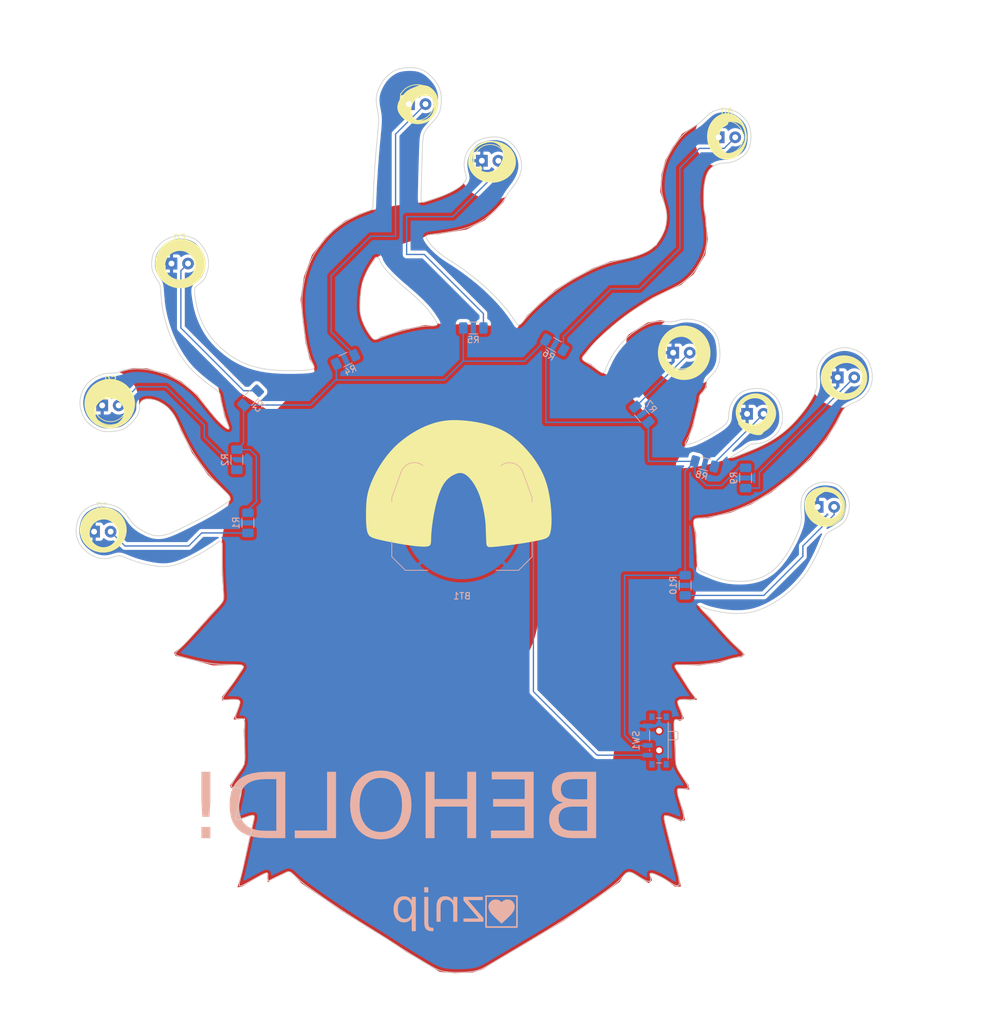
<source format=kicad_pcb>
(kicad_pcb (version 20240108) (generator "pcbnew") (generator_version "8.0")
  (layers (0 "F.Cu" signal) (31 "B.Cu" signal) (34 "B.Paste" user) (35 "F.Paste" user) (36 "B.SilkS" user "B.Silkscreen") (37 "F.SilkS" user "F.Silkscreen") (38 "B.Mask" user) (39 "F.Mask" user) (44 "Edge.Cuts" user))
  (net 0 "")
  (net 1 "Net-(BT1-+)")
  (net 2 "GND")
  (net 3 "Net-(D1-A)")
  (net 4 "Net-(D2-A)")
  (net 5 "Net-(D3-A)")
  (net 6 "Net-(D4-A)")
  (net 7 "Net-(D5-A)")
  (net 8 "Net-(D6-A)")
  (net 9 "Net-(D7-A)")
  (net 10 "Net-(D8-A)")
  (net 11 "Net-(D9-A)")
  (net 12 "Net-(D10-A)")
  (net 13 "Net-(SW1-B)")
  (footprint "LED_THT:LED_D5.0mm" (layer "F.Cu") (at 139.66 58.1)
    (property "Reference" "D4" (hide yes))
    (property "Value" "LED" (hide yes))
  )
  (footprint "LED_THT:LED_D5.0mm" (layer "F.Cu") (at 91.26 123.8)
    (property "Reference" "D1")
    (property "Value" "LED")
  )
  (footprint "LED_THT:LED_D5.0mm" (layer "F.Cu") (at 103.16 82.6)
    (property "Reference" "D3")
    (property "Value" "LED")
  )
  (footprint "LED_THT:LED_D5.0mm" (layer "F.Cu") (at 92.505058 104.4)
    (property "Reference" "D2")
    (property "Value" "LED")
  )
  (footprint "LED_THT:LED_D5.0mm" (layer "F.Cu") (at 191.625 105.7)
    (property "Reference" "D8" (hide yes))
    (property "Value" "LED" (hide yes))
  )
  (footprint "LED_THT:LED_D5.0mm" (layer "F.Cu") (at 150.86 66.8)
    (property "Reference" "D5" (hide yes))
    (property "Value" "LED" (hide yes))
  )
  (footprint "LED_THT:LED_D5.0mm" (layer "F.Cu") (at 187.26 63.2)
    (property "Reference" "D6")
    (property "Value" "LED")
  )
  (footprint "LED_THT:LED_D5.0mm" (layer "F.Cu") (at 180.26 96.3)
    (property "Reference" "D7" (hide yes))
    (property "Value" "LED")
  )
  (footprint "LED_THT:LED_D5.0mm" (layer "F.Cu") (at 202.46 120)
    (property "Reference" "D10" (hide yes))
    (property "Value" "LED" (hide yes))
  )
  (footprint "LED_THT:LED_D5.0mm" (layer "F.Cu") (at 205.56 100.1)
    (property "Reference" "D9" (hide yes))
    (property "Value" "LED" (hide yes))
  )
  (footprint "Resistor_SMD:R_1206_3216Metric_Pad1.30x1.75mm_HandSolder" (layer "B.Cu") (at 185.102815 113.40117 -15)
    (property "Reference" "R8")
    (property "Value" "30")
  )
  (footprint "LOGO" (layer "B.Cu") (at 153.879463 182.1762 180)
    (property "Reference" "G***" (hide yes))
    (property "Value" "LOGO" (hide yes))
  )
  (footprint "Resistor_SMD:R_1206_3216Metric_Pad1.30x1.75mm_HandSolder" (layer "B.Cu") (at 113.2 112.75 -90)
    (property "Reference" "R2")
    (property "Value" "30")
  )
  (footprint "Resistor_SMD:R_1206_3216Metric_Pad1.30x1.75mm_HandSolder" (layer "B.Cu") (at 115.325 103.242339 45)
    (property "Reference" "R3")
    (property "Value" "30")
  )
  (footprint "Resistor_SMD:R_1206_3216Metric_Pad1.30x1.75mm_HandSolder" (layer "B.Cu") (at 129.895223 97.355058 25)
    (property "Reference" "R4")
    (property "Value" "30")
  )
  (footprint "Resistor_SMD:R_1206_3216Metric_Pad1.30x1.75mm_HandSolder" (layer "B.Cu") (at 162.05 95.1 -30)
    (property "Reference" "R6")
    (property "Value" "30")
  )
  (footprint "Resistor_SMD:R_1206_3216Metric_Pad1.30x1.75mm_HandSolder" (layer "B.Cu") (at 191.4 115.55 -90)
    (property "Reference" "R9")
    (property "Value" "30")
  )
  (footprint "Button_Switch_SMD:SW_SPDT_PCM12" (layer "B.Cu") (at 177.77 155.9 -90)
    (property "Reference" "SW1")
    (property "Value" "SW_SPDT")
  )
  (footprint "Resistor_SMD:R_1206_3216Metric_Pad1.30x1.75mm_HandSolder" (layer "B.Cu") (at 175.45 105.8 130)
    (property "Reference" "R7")
    (property "Value" "30")
  )
  (footprint "Battery:BatteryHolder_Keystone_3034_1x20mm" (layer "B.Cu") (at 147.8 122.2)
    (property "Reference" "BT1")
    (property "Value" "Battery_Cell")
  )
  (footprint "Resistor_SMD:R_1206_3216Metric_Pad1.30x1.75mm_HandSolder" (layer "B.Cu") (at 182.1 132.05 -90)
    (property "Reference" "R10")
    (property "Value" "30")
  )
  (footprint "Resistor_SMD:R_1206_3216Metric_Pad1.30x1.75mm_HandSolder" (layer "B.Cu") (at 149.55 92.5)
    (property "Reference" "R5")
    (property "Value" "30")
  )
  (footprint "Resistor_SMD:R_1206_3216Metric_Pad1.30x1.75mm_HandSolder" (layer "B.Cu") (at 114.9 122.45 -90)
    (property "Reference" "R1")
    (property "Value" "30")
  )
  (gr_poly (pts (xy 165.083029 160.799692) (xy 165.088012 160.800245) (xy 165.093103 160.801171) (xy 165.098304 160.802461) (xy 165.103618 160.804109) (xy 165.109046 160.806107) (xy 165.114591 160.808447) (xy 165.126036 160.814122) (xy 165.137979 160.821135) (xy 165.150538 160.82973) (xy 165.163842 160.840211) (xy 165.178021 160.852882) (xy 165.193203 160.868047) (xy 165.209518 160.886009) (xy 165.227095 160.907074) (xy 165.246063 160.931545) (xy 165.266552 160.959726) (xy 165.288691 160.991922) (xy 165.312609 161.028436) (xy 165.338435 161.069572) (xy 165.366299 161.115635) (xy 165.396329 161.166929) (xy 165.428656 161.223757) (xy 165.463408 161.286424) (xy 165.540275 161.429598) (xy 165.625839 161.594421) (xy 165.718579 161.777975) (xy 165.816976 161.977343) (xy 165.919507 162.189605) (xy 166.024653 162.411842) (xy 166.130894 162.641137) (xy 166.236708 162.874571) (xy 166.34077 163.109815) (xy 166.442489 163.346945) (xy 166.541471 163.586629) (xy 166.63732 163.829537) (xy 166.729642 164.076337) (xy 166.81804 164.327699) (xy 166.902121 164.584291) (xy 166.98149 164.846782) (xy 167.055837 165.115506) (xy 167.125227 165.38946) (xy 167.189812 165.667307) (xy 167.249744 165.947708) (xy 167.305175 166.229326) (xy 167.356257 166.510824) (xy 167.403142 166.790864) (xy 167.445983 167.068107) (xy 167.484959 167.341909) (xy 167.520413 167.614401) (xy 167.552708 167.888413) (xy 167.582208 168.166772) (xy 167.609278 168.452309) (xy 167.634281 168.747852) (xy 167.679543 169.380272) (xy 167.719818 170.073713) (xy 167.752533 170.786119) (xy 167.774042 171.462517) (xy 167.780699 172.047935) (xy 167.77735 172.291275) (xy 167.76862 172.502834) (xy 167.762011 172.598169) (xy 167.753785 172.687326) (xy 167.743852 172.770895) (xy 167.732121 172.849466) (xy 167.718503 172.923627) (xy 167.702907 172.993967) (xy 167.685242 173.061077) (xy 167.665418 173.125545) (xy 167.643344 173.18796) (xy 167.61893 173.248913) (xy 167.592086 173.308991) (xy 167.562721 173.368785) (xy 167.530784 173.428771) (xy 167.496371 173.488957) (xy 167.459625 173.549241) (xy 167.420685 173.609521) (xy 167.379693 173.669694) (xy 167.336788 173.729657) (xy 167.292112 173.789308) (xy 167.245805 173.848544) (xy 167.198008 173.907263) (xy 167.148861 173.965363) (xy 167.098505 174.02274) (xy 167.047081 174.079293) (xy 166.94159 174.189514) (xy 166.833513 174.295207) (xy 166.778838 174.346104) (xy 166.723818 174.395594) (xy 166.668472 174.443608) (xy 166.612818 174.490079) (xy 166.556875 174.534938) (xy 166.500662 174.578116) (xy 166.444199 174.619546) (xy 166.387504 174.659159) (xy 166.330595 174.696886) (xy 166.273493 174.732659) (xy 166.216216 174.766411) (xy 166.158782 174.798071) (xy 166.101211 174.827573) (xy 166.043522 174.854847) (xy 165.985733 174.879825) (xy 165.927864 174.90244) (xy 165.869955 174.922666) (xy 165.81213 174.940602) (xy 165.754534 174.956393) (xy 165.697311 174.970182) (xy 165.640605 174.982115) (xy 165.584561 174.992336) (xy 165.529323 175.00099) (xy 165.475035 175.008222) (xy 165.369889 175.018997) (xy 165.270276 175.025817) (xy 165.177352 175.029841) (xy 165.092272 175.032225) (xy 164.947881 175.035613) (xy 164.887595 175.037927) (xy 164.834395 175.041344) (xy 164.787643 175.04638) (xy 164.766485 175.049668) (xy 164.746699 175.053556) (xy 164.728206 175.058107) (xy 164.710925 175.063386) (xy 164.694776 175.069459) (xy 164.67968 175.07639) (xy 164.672499 175.08016) (xy 164.665558 175.08416) (xy 164.658851 175.088392) (xy 164.652375 175.092858) (xy 164.646125 175.097561) (xy 164.640097 175.102504) (xy 164.634287 175.107688) (xy 164.62869 175.113116) (xy 164.623303 175.118791) (xy 164.618121 175.124714) (xy 164.613139 175.130889) (xy 164.608354 175.137318) (xy 164.603761 175.144003) (xy 164.599356 175.150947) (xy 164.595135 175.158151) (xy 164.591094 175.165619) (xy 164.587227 175.173354) (xy 164.583532 175.181356) (xy 164.580003 175.189629) (xy 164.576636 175.198176) (xy 164.573428 175.206998) (xy 164.570374 175.216098) (xy 164.56471 175.235141) (xy 164.55961 175.255327) (xy 164.555042 175.276672) (xy 164.550969 175.299198) (xy 164.547359 175.322923) (xy 164.541313 175.373905) (xy 164.536357 175.429146) (xy 164.527291 175.549972) (xy 164.521964 175.614339) (xy 164.515299 175.680531) (xy 164.506687 175.747938) (xy 164.501462 175.781908) (xy 164.495522 175.815953) (xy 164.488799 175.850027) (xy 164.481256 175.884201) (xy 164.472861 175.918572) (xy 164.463584 175.953241) (xy 164.453395 175.988304) (xy 164.442263 176.023863) (xy 164.417046 176.096857) (xy 164.387691 176.173015) (xy 164.353951 176.253125) (xy 164.315584 176.33798) (xy 164.272344 176.428367) (xy 164.224113 176.524767) (xy 164.171138 176.626365) (xy 164.113784 176.732038) (xy 164.052416 176.840659) (xy 163.987398 176.951104) (xy 163.919095 177.062249) (xy 163.847873 177.172967) (xy 163.774095 177.282133) (xy 163.698005 177.388872) (xy 163.61933 177.4933) (xy 163.537675 177.595781) (xy 163.452645 177.696682) (xy 163.363843 177.796366) (xy 163.270873 177.895199) (xy 163.173342 177.993545) (xy 163.070851 178.091771) (xy 162.963255 178.189991) (xy 162.851371 178.287331) (xy 162.736264 178.382662) (xy 162.618997 178.474862) (xy 162.500636 178.562803) (xy 162.382243 178.645361) (xy 162.323367 178.684269) (xy 162.264883 178.721409) (xy 162.206923 178.756641) (xy 162.14962 178.789824) (xy 162.093064 178.820858) (xy 162.037166 178.849794) (xy 161.981792 178.876723) (xy 161.926811 178.901736) (xy 161.872088 178.924923) (xy 161.817491 178.946378) (xy 161.762886 178.96619) (xy 161.708141 178.984451) (xy 161.653123 179.001253) (xy 161.597698 179.016686) (xy 161.541733 179.030843) (xy 161.485095 179.043814) (xy 161.427651 179.05569) (xy 161.369268 179.066564) (xy 161.249153 179.085667) (xy 161.124193 179.101683) (xy 160.995857 179.1146) (xy 160.866123 179.124237) (xy 160.736966 179.130407) (xy 160.610364 179.132927) (xy 160.488293 179.131612) (xy 160.372728 179.126278) (xy 160.265648 179.11674) (xy 160.215844 179.110363) (xy 160.168535 179.103009) (xy 160.123598 179.09479) (xy 160.080912 179.085821) (xy 160.040356 179.076216) (xy 160.001806 179.066087) (xy 159.930243 179.044716) (xy 159.86525 179.022617) (xy 159.805851 179.000699) (xy 159.699944 178.961046) (xy 159.675466 178.952664) (xy 159.651676 178.94504) (xy 159.628593 178.938207) (xy 159.606236 178.932193) (xy 159.584624 178.92703) (xy 159.563777 178.922748) (xy 159.543712 178.919377) (xy 159.52445 178.916949) (xy 159.506009 178.915494) (xy 159.488408 178.915043) (xy 159.471667 178.915625) (xy 159.455804 178.917272) (xy 159.440839 178.920014) (xy 159.42679 178.923882) (xy 159.413677 178.928907) (xy 159.401518 178.935118) (xy 159.3958 178.938678) (xy 159.390323 178.942538) (xy 159.385081 178.946691) (xy 159.380073 178.951135) (xy 159.375296 178.955863) (xy 159.370744 178.960872) (xy 159.366417 178.966155) (xy 159.362309 178.97171) (xy 159.358418 178.97753) (xy 159.354741 178.983612) (xy 159.351274 178.98995) (xy 159.348013 178.996539) (xy 159.344956 179.003376) (xy 159.342099 179.010455) (xy 159.339439 179.017771) (xy 159.336973 179.02532) (xy 159.332607 179.041098) (xy 159.328975 179.057749) (xy 159.326051 179.075236) (xy 159.323809 179.093522) (xy 159.32222 179.112568) (xy 159.32126 179.132336) (xy 159.320901 179.152788) (xy 159.321117 179.173887) (xy 159.323002 179.217882) (xy 159.326348 179.264201) (xy 159.334348 179.363308) (xy 159.337467 179.415848) (xy 159.33847 179.442809) (xy 159.338974 179.470212) (xy 159.338883 179.498039) (xy 159.338101 179.526276) (xy 159.336532 179.554907) (xy 159.334081 179.583916) (xy 159.330641 179.613311) (xy 159.326056 179.643194) (xy 159.320157 179.673684) (xy 159.312772 179.704905) (xy 159.30373 179.736978) (xy 159.29286 179.770024) (xy 159.279992 179.804164) (xy 159.264954 179.839522) (xy 159.247575 179.876217) (xy 159.227685 179.914372) (xy 159.205112 179.954108) (xy 159.179686 179.995548) (xy 159.151235 180.038811) (xy 159.11959 180.084021) (xy 159.084578 180.131299) (xy 159.046028 180.180766) (xy 159.003812 180.232482) (xy 158.958019 180.286273) (xy 158.908781 180.341905) (xy 158.856232 180.399142) (xy 158.800505 180.457748) (xy 158.741734 180.517486) (xy 158.68005 180.578122) (xy 158.615587 180.63942) (xy 158.548479 180.701144) (xy 158.478858 180.763058) (xy 158.406857 180.824926) (xy 158.332609 180.886513) (xy 158.256248 180.947583) (xy 158.177906 181.007901) (xy 158.097717 181.067229) (xy 158.015813 181.125334) (xy 157.932337 181.18201) (xy 157.847466 181.237176) (xy 157.761386 181.290784) (xy 157.674284 181.342783) (xy 157.497758 181.441761) (xy 157.319378 181.533714) (xy 157.140633 181.618248) (xy 156.963013 181.694968) (xy 156.788007 181.763479) (xy 156.617107 181.823387) (xy 156.533606 181.850009) (xy 156.451376 181.874445) (xy 156.370286 181.89676) (xy 156.290209 181.917018) (xy 156.211014 181.935283) (xy 156.132572 181.951621) (xy 156.054754 181.966096) (xy 155.97743 181.978773) (xy 155.823748 181.99899) (xy 155.670491 182.01279) (xy 155.516625 182.020691) (xy 155.361113 182.02321) (xy 155.203446 182.020855) (xy 155.045171 182.014117) (xy 154.888358 182.003484) (xy 154.735072 181.989443) (xy 154.587381 181.972483) (xy 154.447352 181.953092) (xy 154.317053 181.931759) (xy 154.198549 181.90897) (xy 154.093295 181.885221) (xy 154.000269 181.861045) (xy 153.917829 181.83699) (xy 153.844332 181.813605) (xy 153.71759 181.771032) (xy 153.66106 181.752941) (xy 153.606899 181.737712) (xy 153.580232 181.731317) (xy 153.553775 181.725754) (xy 153.527554 181.721007) (xy 153.501595 181.717054) (xy 153.475926 181.713878) (xy 153.450571 181.711459) (xy 153.425559 181.709779) (xy 153.400916 181.708818) (xy 153.376669 181.708557) (xy 153.352843 181.708978) (xy 153.329467 181.710061) (xy 153.306565 181.711788) (xy 153.284165 181.714139) (xy 153.262294 181.717095) (xy 153.240978 181.720638) (xy 153.220244 181.724748) (xy 153.200096 181.729417) (xy 153.180425 181.734685) (xy 153.161102 181.740606) (xy 153.141998 181.747232) (xy 153.122984 181.754617) (xy 153.103931 181.762815) (xy 153.08471 181.771878) (xy 153.065191 181.781861) (xy 153.045247 181.792816) (xy 153.024748 181.804798) (xy 153.003565 181.817859) (xy 152.981568 181.832053) (xy 152.95863 181.847433) (xy 152.93462 181.864053) (xy 152.882872 181.901225) (xy 152.762287 181.991177) (xy 152.693389 182.042561) (xy 152.618835 182.097164) (xy 152.538686 182.154197) (xy 152.453001 182.21287) (xy 152.361841 182.272395) (xy 152.314227 182.302229) (xy 152.265267 182.331981) (xy 152.163289 182.390911) (xy 152.055716 182.448683) (xy 151.942305 182.504872) (xy 151.822812 182.559052) (xy 151.760708 182.585256) (xy 151.696993 182.610799) (xy 151.631636 182.635628) (xy 151.564606 182.659688) (xy 151.495873 182.682928) (xy 151.425407 182.705294) (xy 151.353177 182.726732) (xy 151.279152 182.747191) (xy 151.125843 182.784983) (xy 150.966453 182.818329) (xy 150.802198 182.846925) (xy 150.634295 182.870469) (xy 150.463958 182.888658) (xy 150.292405 182.901189) (xy 150.120851 182.90776) (xy 149.950511 182.908067) (xy 149.782392 182.902066) (xy 149.616646 182.889618) (xy 149.453213 182.870956) (xy 149.292031 182.846317) (xy 149.133039 182.815935) (xy 148.976176 182.780045) (xy 148.82138 182.738881) (xy 148.66859 182.69268) (xy 148.518092 182.641769) (xy 148.371579 182.587055) (xy 148.231087 182.529605) (xy 148.098655 182.470482) (xy 147.976319 182.410751) (xy 147.866117 182.351477) (xy 147.770087 182.293726) (xy 147.728023 182.265753) (xy 147.690267 182.23856) (xy 147.673072 182.225295) (xy 147.656981 182.21226) (xy 147.641959 182.199458) (xy 147.627968 182.18689) (xy 147.614974 182.17456) (xy 147.602939 182.162469) (xy 147.581606 182.139016) (xy 147.563678 182.116551) (xy 147.548868 182.095093) (xy 147.536885 182.074661) (xy 147.527442 182.055274) (xy 147.52025 182.036952) (xy 147.515018 182.019713) (xy 147.511459 182.003577) (xy 147.509283 181.988564) (xy 147.508202 181.974692) (xy 147.507926 181.96198) (xy 147.508635 181.940117) (xy 147.509092 181.930916) (xy 147.509706 181.922398) (xy 147.510138 181.918229) (xy 147.510689 181.914031) (xy 147.511386 181.909737) (xy 147.512255 181.905282) (xy 147.513323 181.900598) (xy 147.514616 181.89562) (xy 147.516161 181.890279) (xy 147.517985 181.884511) (xy 147.520114 181.878249) (xy 147.522575 181.871425) (xy 147.525395 181.863974) (xy 147.528599 181.855829) (xy 147.53627 181.83719) (xy 147.545801 181.814977) (xy 147.557404 181.788657) (xy 147.571292 181.757699) (xy 147.587679 181.72157) (xy 147.606776 181.679738) (xy 147.653957 181.576835) (xy 147.653957 181.577257) (xy 147.78602 181.28645) (xy 147.868853 181.099386) (xy 147.961143 180.885683) (xy 148.061582 180.646192) (xy 148.168865 180.381765) (xy 148.281683 180.093252) (xy 148.398729 179.781505) (xy 148.518781 179.447837) (xy 148.640959 179.095406) (xy 148.888537 178.348734) (xy 149.135142 177.570438) (xy 149.374452 176.78947) (xy 149.600419 176.032051) (xy 149.808141 175.313562) (xy 149.992996 174.646647) (xy 150.150362 174.04395) (xy 150.531853 172.427238) (xy 150.548235 172.371612) (xy 150.56429 172.32139) (xy 150.580059 172.276376) (xy 150.595586 172.236378) (xy 150.610911 172.201201) (xy 150.626079 172.170651) (xy 150.64113 172.144534) (xy 150.656108 172.122656) (xy 150.671055 172.104823) (xy 150.686012 172.09084) (xy 150.701023 172.080514) (xy 150.708562 172.076661) (xy 150.71613 172.07365) (xy 150.723732 172.071456) (xy 150.731374 172.070055) (xy 150.746799 172.069534) (xy 150.762446 172.071894) (xy 150.778359 172.076939) (xy 150.786433 172.080419) (xy 150.794605 172.084562) (xy 150.802898 172.089404) (xy 150.811333 172.094986) (xy 150.819932 172.101345) (xy 150.828719 172.108521) (xy 150.837716 172.11655) (xy 150.846945 172.125473) (xy 150.856428 172.135327) (xy 150.866187 172.146151) (xy 150.876246 172.157983) (xy 150.886626 172.170862) (xy 150.89735 172.184826) (xy 150.90844 172.199914) (xy 150.931808 172.233616) (xy 150.956908 172.272274) (xy 150.98392 172.316197) (xy 151.013023 172.365693) (xy 151.044394 172.42107) (xy 151.078214 172.482634) (xy 151.114661 172.550695) (xy 151.153913 172.62556) (xy 151.19615 172.707536) (xy 151.289746 172.893312) (xy 151.394105 173.106728) (xy 151.507342 173.345748) (xy 151.627573 173.608335) (xy 151.752912 173.892453) (xy 151.881475 174.196064) (xy 152.011375 174.517134) (xy 152.140727 174.853624) (xy 152.267726 175.203286) (xy 152.390862 175.563075) (xy 152.508706 175.929735) (xy 152.61983 176.300015) (xy 152.722803 176.670661) (xy 152.816199 177.038418) (xy 152.898586 177.400035) (xy 152.968538 177.752257) (xy 153.025119 178.092096) (xy 153.069415 178.417639) (xy 153.103007 178.727244) (xy 153.127476 179.019271) (xy 153.144403 179.292078) (xy 153.155369 179.544023) (xy 153.165743 179.978764) (xy 153.169153 180.316198) (xy 153.169641 180.572376) (xy 153.168141 180.928532) (xy 153.168409 181.000479) (xy 153.169384 181.068172) (xy 153.171323 181.131244) (xy 153.174485 181.189332) (xy 153.179125 181.242067) (xy 153.185503 181.289086) (xy 153.189423 181.310336) (xy 153.193874 181.33002) (xy 153.198888 181.348092) (xy 153.204497 181.364506) (xy 153.207497 181.372078) (xy 153.210645 181.379225) (xy 153.213938 181.385948) (xy 153.217372 181.392248) (xy 153.220944 181.398125) (xy 153.224651 181.403581) (xy 153.228489 181.408617) (xy 153.232455 181.413234) (xy 153.236547 181.417432) (xy 153.24076 181.421213) (xy 153.245091 181.424578) (xy 153.249538 181.427527) (xy 153.254097 181.430061) (xy 153.258763 181.432182) (xy 153.263536 181.433891) (xy 153.26841 181.435187) (xy 153.273383 181.436074) (xy 153.278451 181.43655) (xy 153.283612 181.436618) (xy 153.288861 181.436278) (xy 153.294196 181.435531) (xy 153.299613 181.434378) (xy 153.305109 181.432821) (xy 153.310682 181.430859) (xy 153.316326 181.428495) (xy 153.32204 181.425729) (xy 153.327819 181.422561) (xy 153.333662 181.418994) (xy 153.339563 181.415027) (xy 153.345521 181.410663) (xy 153.351531 181.405901) (xy 153.357591 181.400743) (xy 153.369847 181.38923) (xy 153.382363 181.376069) (xy 153.395216 181.361191) (xy 153.408481 181.344527) (xy 153.422234 181.326009) (xy 153.436552 181.305569) (xy 153.451509 181.283138) (xy 153.467182 181.258646) (xy 153.483647 181.232027) (xy 153.500979 181.20321) (xy 153.538549 181.138711) (xy 153.580498 181.064602) (xy 153.627434 180.980333) (xy 153.738087 180.77744) (xy 153.802187 180.655375) (xy 153.872338 180.517131) (xy 153.948692 180.360883) (xy 154.031403 180.184806) (xy 154.120622 179.987076) (xy 154.216503 179.765867) (xy 154.428035 179.251119) (xy 154.663168 178.652932) (xy 155.189635 177.277244) (xy 156.367772 174.191789) (xy 156.666239 173.401357) (xy 156.94743 172.636727) (xy 157.076454 172.272752) (xy 157.195046 171.925625) (xy 157.30117 171.59881) (xy 157.392787 171.295775) (xy 157.468536 171.01926) (xy 157.529717 170.769145) (xy 157.578308 170.544575) (xy 157.616285 170.3447) (xy 157.645625 170.168665) (xy 157.668305 170.015619) (xy 157.701595 169.775084) (xy 157.715825 169.685715) (xy 157.722689 169.648084) (xy 157.729395 169.614833) (xy 157.73595 169.585717) (xy 157.742362 169.560494) (xy 157.748639 169.53892) (xy 157.754787 169.520753) (xy 157.760814 169.505748) (xy 157.766727 169.493663) (xy 157.772534 169.484255) (xy 157.778242 169.477281) (xy 157.783859 169.472498) (xy 157.789392 169.469661) (xy 157.794847 169.468529) (xy 157.800234 169.468858) (xy 157.802905 169.469468) (xy 157.805565 169.470419) (xy 157.808219 169.471744) (xy 157.810872 169.473474) (xy 157.813529 169.475642) (xy 157.816194 169.47828) (xy 157.818872 169.481419) (xy 157.821568 169.485092) (xy 157.824286 169.48933) (xy 157.827033 169.494167) (xy 157.829811 169.499633) (xy 157.832626 169.505761) (xy 157.835483 169.512583) (xy 157.838386 169.52013) (xy 157.841341 169.528436) (xy 157.844352 169.537532) (xy 157.847423 169.54745) (xy 157.85056 169.558222) (xy 157.853768 169.56988) (xy 157.85705 169.582456) (xy 157.860413 169.595982) (xy 157.86386 169.610491) (xy 157.867397 169.626014) (xy 157.871027 169.642583) (xy 157.87859 169.678988) (xy 157.886587 169.719964) (xy 157.895057 169.765765) (xy 157.904036 169.816649) (xy 157.998435 170.398224) (xy 158.064239 170.784021) (xy 158.102751 170.994818) (xy 158.145369 171.215318) (xy 158.242169 171.677197) (xy 158.347468 172.148554) (xy 158.547597 173.029234) (xy 158.626697 173.397811) (xy 158.691939 173.712373) (xy 158.747939 173.977304) (xy 158.773915 174.092529) (xy 158.799312 174.196989) (xy 158.824584 174.291192) (xy 158.849738 174.375513) (xy 158.874653 174.450286) (xy 158.899204 174.515847) (xy 158.923269 174.572528) (xy 158.946725 174.620664) (xy 158.969448 174.660589) (xy 158.980497 174.677577) (xy 158.991316 174.692637) (xy 158.99663 174.699456) (xy 159.001886 174.705804) (xy 159.007083 174.711684) (xy 159.012223 174.717097) (xy 159.017307 174.722044) (xy 159.022336 174.726526) (xy 159.027311 174.730545) (xy 159.032232 174.734101) (xy 159.0371 174.737198) (xy 159.041917 174.739834) (xy 159.046683 174.742013) (xy 159.0514 174.743735) (xy 159.056067 174.745001) (xy 159.060687 174.745813) (xy 159.065259 174.746172) (xy 159.069785 174.746079) (xy 159.074266 174.745536) (xy 159.078702 174.744544) (xy 159.083095 174.743104) (xy 159.087446 174.741218) (xy 159.091754 174.738887) (xy 159.096022 174.736112) (xy 159.10025 174.732894) (xy 159.104439 174.729235) (xy 159.10859 174.725136) (xy 159.112704 174.720598) (xy 159.116781 174.715623) (xy 159.120823 174.710212) (xy 159.124831 174.704366) (xy 159.128805 174.698087) (xy 159.132747 174.691375) (xy 159.136656 174.684233) (xy 159.144401 174.668736) (xy 159.152146 174.651272) (xy 159.160014 174.631573) (xy 159.168125 174.609374) (xy 159.176601 174.584409) (xy 159.185564 174.556411) (xy 159.205434 174.490251) (xy 159.228708 174.408765) (xy 159.256358 174.309824) (xy 159.32867 174.051054) (xy 159.548941 173.273197) (xy 159.685204 172.778928) (xy 159.8295 172.234538) (xy 159.976112 171.651751) (xy 160.124674 171.028825) (xy 160.27616 170.36065) (xy 160.431542 169.642113) (xy 160.589876 168.87695) (xy 160.742615 168.104253) (xy 160.8793 167.371941) (xy 160.989473 166.727934) (xy 161.031743 166.452618) (xy 161.065866 166.20893) (xy 161.092934 165.994436) (xy 161.114042 165.806703) (xy 161.142756 165.501788) (xy 161.160759 165.274718) (xy 161.168374 165.184546) (xy 161.175929 165.108028) (xy 161.183849 165.04422) (xy 161.192559 164.992181) (xy 161.197343 164.970281) (xy 161.202484 164.950969) (xy 161.208034 164.934128) (xy 161.214048 164.919641) (xy 161.220579 164.90739) (xy 161.227678 164.897256) (xy 161.2354 164.889123) (xy 161.243797 164.882872) (xy 161.248268 164.880418) (xy 161.252935 164.878427) (xy 161.257813 164.876921) (xy 161.262916 164.875921) (xy 161.268259 164.87545) (xy 161.273856 164.875529) (xy 161.279721 164.87618) (xy 161.285868 164.877425) (xy 161.292312 164.879286) (xy 161.299066 164.881785) (xy 161.306146 164.884943) (xy 161.313565 164.888783) (xy 161.321338 164.893326) (xy 161.329479 164.898595) (xy 161.338002 164.904611) (xy 161.346921 164.911395) (xy 161.356251 164.91897) (xy 161.366006 164.927358) (xy 161.3762 164.936581) (xy 161.386848 164.94666) (xy 161.397963 164.957617) (xy 161.409561 164.969475) (xy 161.421654 164.982254) (xy 161.434258 164.995978) (xy 161.447387 165.010667) (xy 161.461054 165.026344) (xy 161.490064 165.060748) (xy 161.5214 165.099364) (xy 161.555177 165.142369) (xy 161.630107 165.241506) (xy 161.71373 165.355938) (xy 161.90098 165.618889) (xy 162.10477 165.907628) (xy 162.312941 166.198558) (xy 162.701862 166.728268) (xy 162.788526 166.850278) (xy 162.869443 166.968912) (xy 162.943853 167.084566) (xy 163.010994 167.197636) (xy 163.041629 167.253299) (xy 163.070337 167.308304) (xy 163.097198 167.362542) (xy 163.122292 167.415902) (xy 163.167497 167.519547) (xy 163.20659 167.618358) (xy 163.240209 167.711452) (xy 163.268993 167.797948) (xy 163.31461 167.947618) (xy 163.348402 168.062411) (xy 163.362199 168.107685) (xy 163.374624 168.145811) (xy 163.386201 168.17749) (xy 163.391834 168.19113) (xy 163.39745 168.203421) (xy 163.403114 168.21445) (xy 163.408892 168.224305) (xy 163.414849 168.233074) (xy 163.42105 168.240843) (xy 163.424248 168.244373) (xy 163.427521 168.247676) (xy 163.430864 168.250749) (xy 163.434277 168.253594) (xy 163.437756 168.256209) (xy 163.441299 168.258594) (xy 163.444904 168.260748) (xy 163.448568 168.262672) (xy 163.452289 168.264364) (xy 163.456065 168.265825) (xy 163.459894 168.267053) (xy 163.463772 168.268049) (xy 163.467698 168.268812) (xy 163.471669 168.269342) (xy 163.475683 168.269637) (xy 163.479737 168.269698) (xy 163.48383 168.269524) (xy 163.487958 168.269116) (xy 163.49212 168.268471) (xy 163.496313 168.26759) (xy 163.500535 168.266473) (xy 163.504782 168.265119) (xy 163.509054 168.263527) (xy 163.513348 168.261697) (xy 163.51766 168.259629) (xy 163.52199 168.257323) (xy 163.526334 168.254777) (xy 163.53069 168.251991) (xy 163.535056 168.248966) (xy 163.539429 168.2457) (xy 163.543808 168.242193) (xy 163.548189 168.238444) (xy 163.55695 168.230159) (xy 163.565751 168.220828) (xy 163.57463 168.21038) (xy 163.583625 168.198742) (xy 163.592774 168.185841) (xy 163.602114 168.171607) (xy 163.611683 168.155966) (xy 163.621518 168.138846) (xy 163.631658 168.120176) (xy 163.642139 168.099883) (xy 163.653001 168.077895) (xy 163.664279 168.054139) (xy 163.676013 168.028544) (xy 163.688239 168.001038) (xy 163.700996 167.971547) (xy 163.714321 167.940001) (xy 163.742727 167.8704) (xy 163.773332 167.791402) (xy 163.805889 167.702125) (xy 163.840154 167.601688) (xy 163.875881 167.489208) (xy 163.912825 167.363803) (xy 163.95074 167.224591) (xy 163.989382 167.070689) (xy 164.02853 166.901603) (xy 164.068043 166.718378) (xy 164.107798 166.522442) (xy 164.147675 166.315224) (xy 164.227306 165.872656) (xy 164.305962 165.402104) (xy 164.382961 164.914126) (xy 164.458742 164.415685) (xy 164.609578 163.411729) (xy 164.876866 161.67567) (xy 164.945642 161.180019) (xy 164.968851 161.025376) (xy 164.979794 160.966451) (xy 164.991106 160.917924) (xy 164.997059 160.897146) (xy 165.003271 160.878556) (xy 165.009759 160.862095) (xy 165.01311 160.854643) (xy 165.016536 160.847701) (xy 165.020039 160.841261) (xy 165.02362 160.835315) (xy 165.02728 160.829855) (xy 165.031023 160.824874) (xy 165.03485 160.820365) (xy 165.038763 160.816319) (xy 165.042763 160.812729) (xy 165.046853 160.809588) (xy 165.051035 160.806887) (xy 165.05531 160.80462) (xy 165.059681 160.802779) (xy 165.064148 160.801356) (xy 165.068715 160.800343) (xy 165.073383 160.799733) (xy 165.078154 160.799519)) (stroke (width -0.000001)) (fill solid) (layer "F.Cu") (net 13))
  (gr_poly (pts (xy 135.656731 132.751075) (xy 135.718092 132.754403) (xy 135.779897 132.760634) (xy 135.842098 132.769723) (xy 135.904634 132.781564) (xy 135.96744 132.796032) (xy 136.03045 132.813003) (xy 136.093599 132.83235) (xy 136.156824 132.853951) (xy 136.220058 132.877678) (xy 136.283238 132.903409) (xy 136.346297 132.931017) (xy 136.409172 132.960379) (xy 136.471796 132.991369) (xy 136.534106 133.023861) (xy 136.657523 133.092857) (xy 136.778902 133.166368) (xy 136.838647 133.20449) (xy 136.897577 133.243263) (xy 137.012297 133.321837) (xy 137.121664 133.400251) (xy 137.224277 133.476665) (xy 137.31874 133.549241) (xy 137.403654 133.616137) (xy 137.539238 133.725535) (xy 137.53922 133.725554) (xy 137.58764 133.765221) (xy 137.607284 133.781808) (xy 137.624195 133.796736) (xy 137.638609 133.810385) (xy 137.65076 133.823135) (xy 137.656061 133.829292) (xy 137.660884 133.835366) (xy 137.665259 133.841405) (xy 137.669214 133.847456) (xy 137.672781 133.853567) (xy 137.675987 133.859786) (xy 137.678862 133.866159) (xy 137.681435 133.872735) (xy 137.683737 133.87956) (xy 137.685795 133.886682) (xy 137.6893 133.902008) (xy 137.692186 133.919091) (xy 137.694687 133.938312) (xy 137.699474 133.984685) (xy 137.711514 134.116115) (xy 137.724198 134.302201) (xy 137.72938 134.416441) (xy 137.733043 134.545186) (xy 137.734626 134.688716) (xy 137.733568 134.847313) (xy 137.723128 135.211601) (xy 137.706297 135.644288) (xy 137.689462 136.152411) (xy 137.679012 136.743004) (xy 137.680449 137.415649) (xy 137.695631 138.140073) (xy 137.725517 138.878563) (xy 137.746275 139.241298) (xy 137.771068 139.593406) (xy 137.79989 139.931013) (xy 137.832228 140.253636) (xy 137.867443 140.561635) (xy 137.904895 140.855369) (xy 137.943945 141.1352) (xy 137.983955 141.401485) (xy 138.064293 141.894859) (xy 138.208776 142.728497) (xy 138.238004 142.903939) (xy 138.263277 143.065717) (xy 138.283994 143.213592) (xy 138.299556 143.347325) (xy 138.305237 143.408837) (xy 138.309514 143.466841) (xy 138.312423 143.521429) (xy 138.313998 143.57269) (xy 138.314275 143.620714) (xy 138.313287 143.665591) (xy 138.311071 143.707411) (xy 138.307661 143.746264) (xy 138.303092 143.782239) (xy 138.297399 143.815427) (xy 138.290617 143.845918) (xy 138.282781 143.873801) (xy 138.273925 143.899167) (xy 138.264086 143.922105) (xy 138.253297 143.942705) (xy 138.241594 143.961058) (xy 138.235411 143.969417) (xy 138.229012 143.977243) (xy 138.222399 143.984543) (xy 138.215576 143.991321) (xy 138.208546 143.997586) (xy 138.201311 144.003343) (xy 138.193875 144.008597) (xy 138.186242 144.013357) (xy 138.178414 144.017626) (xy 138.170394 144.021413) (xy 138.162186 144.024723) (xy 138.153792 144.027563) (xy 138.145216 144.029938) (xy 138.13646 144.031855) (xy 138.127529 144.03332) (xy 138.118425 144.034339) (xy 138.09971 144.035066) (xy 138.080341 144.034085) (xy 138.060342 144.031446) (xy 138.03974 144.0272) (xy 138.018557 144.021395) (xy 137.996821 144.014083) (xy 137.974555 144.005313) (xy 137.951784 143.995134) (xy 137.928516 143.983575) (xy 137.904689 143.970598) (xy 137.880223 143.956143) (xy 137.855038 143.94015) (xy 137.829053 143.922559) (xy 137.80219 143.903309) (xy 137.774368 143.882342) (xy 137.745506 143.859597) (xy 137.684348 143.808533) (xy 137.618074 143.749638) (xy 137.546047 143.682433) (xy 137.467626 143.606438) (xy 137.382302 143.521126) (xy 137.290066 143.425788) (xy 137.191037 143.319661) (xy 137.085336 143.201987) (xy 136.973081 143.072006) (xy 136.854393 142.928958) (xy 136.729391 142.772083) (xy 136.598195 142.600621) (xy 136.461146 142.413934) (xy 136.319462 142.211825) (xy 136.174582 141.994213) (xy 136.027944 141.761018) (xy 135.880986 141.512161) (xy 135.735147 141.247562) (xy 135.591865 140.967141) (xy 135.452577 140.670817) (xy 135.318547 140.359006) (xy 135.19031 140.034131) (xy 135.068226 139.699108) (xy 134.952655 139.356855) (xy 134.843955 139.010287) (xy 134.742488 138.66232) (xy 134.648611 138.315871) (xy 134.562685 137.973857) (xy 134.484989 137.638888) (xy 134.415485 137.312352) (xy 134.354052 136.995325) (xy 134.30057 136.688887) (xy 134.254921 136.394115) (xy 134.216982 136.112086) (xy 134.186636 135.84388) (xy 134.163762 135.590574) (xy 134.148293 135.352864) (xy 134.140375 135.129857) (xy 134.139311 135.023468) (xy 134.140209 134.920276) (xy 134.143095 134.820121) (xy 134.147993 134.722842) (xy 134.15493 134.628281) (xy 134.163929 134.536276) (xy 134.175015 134.446669) (xy 134.188215 134.359299) (xy 134.203552 134.274007) (xy 134.221052 134.190632) (xy 134.240739 134.109015) (xy 134.262639 134.028996) (xy 134.286761 133.950458) (xy 134.31305 133.873475) (xy 134.341437 133.79816) (xy 134.371852 133.724629) (xy 134.404225 133.652996) (xy 134.438486 133.583377) (xy 134.474565 133.515885) (xy 134.512391 133.450637) (xy 134.551896 133.387746) (xy 134.593009 133.327327) (xy 134.635661 133.269496) (xy 134.67978 133.214366) (xy 134.725298 133.162053) (xy 134.772144 133.112671) (xy 134.820249 133.066336) (xy 134.869542 133.023161) (xy 134.91996 132.983243) (xy 134.971451 132.946575) (xy 135.02397 132.913134) (xy 135.077474 132.882893) (xy 135.131916 132.85583) (xy 135.187252 132.831917) (xy 135.243437 132.811131) (xy 135.300426 132.793446) (xy 135.358174 132.778838) (xy 135.416637 132.767282) (xy 135.475768 132.758752) (xy 135.535525 132.753224) (xy 135.595861 132.750674)) (stroke (width -0.000001)) (fill solid) (layer "F.Cu") (net 13))
  (gr_poly (pts (xy 142.999879 132.387041) (xy 143.098687 132.392342) (xy 143.19884 132.399881) (xy 143.300125 132.409782) (xy 143.402327 132.422174) (xy 143.505233 132.43718) (xy 143.608629 132.454926) (xy 143.712302 132.475539) (xy 143.816038 132.499145) (xy 143.919623 132.525868) (xy 144.022844 132.555836) (xy 144.125487 132.589173) (xy 144.227339 132.626005) (xy 144.328173 132.666379) (xy 144.427712 132.710008) (xy 144.525666 132.756528) (xy 144.621747 132.805575) (xy 144.715666 132.856784) (xy 144.807132 132.909791) (xy 144.895858 132.964231) (xy 144.981554 133.019739) (xy 145.063931 133.075952) (xy 145.142699 133.132504) (xy 145.21757 133.189031) (xy 145.288254 133.245168) (xy 145.354463 133.300551) (xy 145.415906 133.354816) (xy 145.472295 133.407597) (xy 145.523342 133.458531) (xy 145.568821 133.507514) (xy 145.589483 133.531553) (xy 145.60878 133.555491) (xy 145.626726 133.57948) (xy 145.643334 133.60367) (xy 145.658619 133.628212) (xy 145.672595 133.653256) (xy 145.685275 133.678955) (xy 145.696675 133.705458) (xy 145.706809 133.732916) (xy 145.71569 133.761481) (xy 145.723332 133.791304) (xy 145.729751 133.822534) (xy 145.734959 133.855323) (xy 145.738971 133.889822) (xy 145.741802 133.926182) (xy 145.743465 133.964553) (xy 145.743974 134.005087) (xy 145.743344 134.047934) (xy 145.741589 134.093246) (xy 145.738723 134.141172) (xy 145.729714 134.245473) (xy 145.71643 134.362045) (xy 145.698985 134.492094) (xy 145.677493 134.636828) (xy 145.652065 134.797453) (xy 145.513796 135.602091) (xy 145.324837 136.632014) (xy 144.836687 139.174644) (xy 144.28203 141.971553) (xy 144.022004 143.243261) (xy 143.798186 144.298521) (xy 143.351885 146.212468) (xy 143.331956 146.328686) (xy 143.316457 146.43897) (xy 143.304181 146.543018) (xy 143.293923 146.640527) (xy 143.284474 146.731196) (xy 143.274629 146.814721) (xy 143.263182 146.890802) (xy 143.25648 146.925956) (xy 143.248924 146.959135) (xy 143.240381 146.990294) (xy 143.230791 147.019329) (xy 143.220117 147.046127) (xy 143.214362 147.058652) (xy 143.208321 147.070575) (xy 143.201991 147.081882) (xy 143.195366 147.092559) (xy 143.188442 147.102591) (xy 143.181215 147.111965) (xy 143.173679 147.120667) (xy 143.165829 147.128682) (xy 143.157663 147.135996) (xy 143.149173 147.142595) (xy 143.140357 147.148465) (xy 143.131208 147.153592) (xy 143.121724 147.157961) (xy 143.111898 147.161559) (xy 143.101726 147.16437) (xy 143.091204 147.166382) (xy 143.080327 147.167579) (xy 143.069089 147.167948) (xy 143.057488 147.167475) (xy 143.045517 147.166145) (xy 143.033172 147.163945) (xy 143.020449 147.160859) (xy 143.007343 147.156874) (xy 142.993849 147.151976) (xy 142.979962 147.146151) (xy 142.965679 147.139384) (xy 142.935914 147.122974) (xy 142.904578 147.102694) (xy 142.871708 147.078493) (xy 142.837342 147.05032) (xy 142.801517 147.018126) (xy 142.764272 146.981859) (xy 142.725643 146.94147) (xy 142.685669 146.896907) (xy 142.644388 146.84812) (xy 142.601836 146.79506) (xy 142.558053 146.737675) (xy 142.513074 146.675914) (xy 142.46694 146.609728) (xy 142.419686 146.539066) (xy 142.37135 146.463877) (xy 142.321971 146.384111) (xy 142.220203 146.210408) (xy 142.114512 146.01639) (xy 142.004999 145.800247) (xy 141.891764 145.560166) (xy 141.774908 145.294337) (xy 141.654533 145.000948) (xy 141.530738 144.678189) (xy 141.403624 144.324248) (xy 141.273605 143.93777) (xy 141.142381 143.519211) (xy 141.011964 143.069475) (xy 140.884363 142.589465) (xy 140.761591 142.080086) (xy 140.645659 141.542241) (xy 140.538577 140.976835) (xy 140.442357 140.38477) (xy 140.358558 139.768723) (xy 140.286928 139.138397) (xy 140.226765 138.505256) (xy 140.177363 137.880766) (xy 140.13802 137.276391) (xy 140.108031 136.703597) (xy 140.073299 135.698607) (xy 140.067062 135.286535) (xy 140.06686 134.935011) (xy 140.071487 134.638605) (xy 140.079735 134.391884) (xy 140.090396 134.189417) (xy 140.102264 134.025773) (xy 140.124788 133.793229) (xy 140.133692 133.713591) (xy 140.138087 133.680742) (xy 140.142897 133.651754) (xy 140.148461 133.626034) (xy 140.15512 133.602991) (xy 140.158965 133.592289) (xy 140.163211 133.582036) (xy 140.1679 133.572156) (xy 140.173075 133.562576) (xy 140.178778 133.553223) (xy 140.185051 133.544022) (xy 140.191938 133.534899) (xy 140.199479 133.525781) (xy 140.216698 133.507264) (xy 140.237047 133.48788) (xy 140.260866 133.467037) (xy 140.288494 133.444145) (xy 140.356536 133.389848) (xy 140.356526 133.389866) (xy 140.54615 133.24141) (xy 140.663391 133.152548) (xy 140.792099 133.058355) (xy 140.929657 132.962151) (xy 141.000939 132.914332) (xy 141.073453 132.867254) (xy 141.146871 132.821333) (xy 141.220869 132.776984) (xy 141.295118 132.734622) (xy 141.369292 132.694661) (xy 141.443147 132.657434) (xy 141.516776 132.622949) (xy 141.590353 132.591128) (xy 141.664057 132.561898) (xy 141.738062 132.535183) (xy 141.812544 132.510906) (xy 141.88768 132.488993) (xy 141.963645 132.469369) (xy 142.040617 132.451957) (xy 142.11877 132.436683) (xy 142.198281 132.423471) (xy 142.279325 132.412245) (xy 142.36208 132.40293) (xy 142.446721 132.395451) (xy 142.533424 132.389732) (xy 142.622365 132.385698) (xy 142.80715 132.382649)) (stroke (width -0.000001)) (fill solid) (layer "F.Cu") (net 13))
  (gr_poly (pts (xy 130.54649 133.129896) (xy 130.607603 133.131524) (xy 130.669599 133.134733) (xy 130.732306 133.139498) (xy 130.795546 133.145798) (xy 130.859146 133.15361) (xy 130.922931 133.162911) (xy 130.986726 133.173677) (xy 131.050357 133.185888) (xy 131.113648 133.199519) (xy 131.176425 133.214548) (xy 131.238512 133.230953) (xy 131.299736 133.24871) (xy 131.359955 133.267917) (xy 131.419165 133.288406) (xy 131.477396 133.310104) (xy 131.534678 133.332936) (xy 131.59104 133.356826) (xy 131.646513 133.3817) (xy 131.754912 133.4341) (xy 131.860114 133.489537) (xy 131.96236 133.547412) (xy 132.061888 133.607125) (xy 132.15894 133.668077) (xy 132.253495 133.729849) (xy 132.344494 133.792741) (xy 132.388248 133.824757) (xy 132.430618 133.857232) (xy 132.47144 133.890226) (xy 132.510549 133.9238) (xy 132.547779 133.958013) (xy 132.582967 133.992925) (xy 132.615948 134.028596) (xy 132.646556 134.065086) (xy 132.674626 134.102455) (xy 132.699995 134.140762) (xy 132.722496 134.180068) (xy 132.741966 134.220433) (xy 132.758297 134.26197) (xy 132.771601 134.304989) (xy 132.782049 134.349856) (xy 132.789808 134.396935) (xy 132.795051 134.446591) (xy 132.797946 134.499188) (xy 132.798663 134.555092) (xy 132.797372 134.614666) (xy 132.794243 134.678276) (xy 132.789445 134.746285) (xy 132.775523 134.896965) (xy 132.735127 135.267174) (xy 132.685958 135.739829) (xy 132.63327 136.294306) (xy 132.581222 136.901205) (xy 132.533968 137.531126) (xy 132.495503 138.164031) (xy 132.480625 138.486473) (xy 132.469183 138.817385) (xy 132.461577 139.160124) (xy 132.458206 139.518046) (xy 132.45947 139.894509) (xy 132.46577 140.292869) (xy 132.493313 141.151867) (xy 132.53524 142.037709) (xy 132.584198 142.876241) (xy 132.632836 143.593309) (xy 132.675134 144.13367) (xy 132.710404 144.517726) (xy 132.73928 144.784792) (xy 132.762401 144.97418) (xy 132.771877 145.051294) (xy 132.779395 145.1193) (xy 132.784278 145.178675) (xy 132.785517 145.205277) (xy 132.785843 145.229901) (xy 132.78517 145.252607) (xy 132.783412 145.273455) (xy 132.780486 145.292505) (xy 132.776306 145.309816) (xy 132.770786 145.325449) (xy 132.763843 145.339464) (xy 132.755391 145.35192) (xy 132.745345 145.362877) (xy 132.739699 145.367813) (xy 132.733626 145.372372) (xy 132.727117 145.376538) (xy 132.720164 145.380293) (xy 132.712759 145.38362) (xy 132.704894 145.386503) (xy 132.696562 145.388926) (xy 132.687753 145.39087) (xy 132.678459 145.39232) (xy 132.668673 145.393259) (xy 132.658387 145.393669) (xy 132.647591 145.393533) (xy 132.636279 145.392836) (xy 132.624442 145.39156) (xy 132.612072 145.389689) (xy 132.59916 145.387205) (xy 132.585699 145.384091) (xy 132.571681 145.380332) (xy 132.557097 145.375909) (xy 132.541939 145.370807) (xy 132.526199 145.365008) (xy 132.50987 145.358496) (xy 132.492942 145.351253) (xy 132.475408 145.343264) (xy 132.45726 145.33451) (xy 132.438489 145.324976) (xy 132.419087 145.314644) (xy 132.399047 145.303497) (xy 132.37836 145.29152) (xy 132.357018 145.278694) (xy 132.335013 145.265004) (xy 132.312337 145.250432) (xy 132.264972 145.21859) (xy 132.215025 145.183179) (xy 132.16263 145.144221) (xy 132.107924 145.101743) (xy 132.05104 145.055769) (xy 131.992113 145.006324) (xy 131.931279 144.953433) (xy 131.868671 144.89712) (xy 131.804426 144.837412) (xy 131.738677 144.774332) (xy 131.671559 144.707905) (xy 131.603208 144.638157) (xy 131.533757 144.565112) (xy 131.463343 144.488795) (xy 131.3921 144.409231) (xy 131.320162 144.326445) (xy 131.174953 144.151842) (xy 131.029866 143.967851) (xy 130.887258 143.777868) (xy 130.749486 143.585289) (xy 130.618906 143.39351) (xy 130.497876 143.205927) (xy 130.388752 143.025936) (xy 130.293892 142.856932) (xy 130.252455 142.777535) (xy 130.214913 142.701714) (xy 130.181008 142.62945) (xy 130.150478 142.560722) (xy 130.098509 142.433796) (xy 130.056928 142.320776) (xy 129.952941 142.004539) (xy 129.947826 141.99184) (xy 129.942713 141.979942) (xy 129.937602 141.968831) (xy 129.932496 141.958487) (xy 129.927394 141.948896) (xy 129.922298 141.940039) (xy 129.91721 141.9319) (xy 129.912131 141.924463) (xy 129.907062 141.91771) (xy 129.902004 141.911624) (xy 129.896959 141.906189) (xy 129.891927 141.901388) (xy 129.88691 141.897203) (xy 129.88191 141.893619) (xy 129.876927 141.890618) (xy 129.871962 141.888183) (xy 129.867018 141.886297) (xy 129.862095 141.884944) (xy 129.857194 141.884107) (xy 129.852317 141.883769) (xy 129.847465 141.883913) (xy 129.842639 141.884522) (xy 129.83784 141.88558) (xy 129.83307 141.887069) (xy 129.82833 141.888972) (xy 129.823621 141.891274) (xy 129.818945 141.893956) (xy 129.814302 141.897003) (xy 129.809694 141.900396) (xy 129.805123 141.90412) (xy 129.796092 141.912492) (xy 129.787225 141.922027) (xy 129.778542 141.932815) (xy 129.77007 141.94499) (xy 129.761833 141.958687) (xy 129.753857 141.974042) (xy 129.746165 141.991189) (xy 129.738783 142.010264) (xy 129.731735 142.031401) (xy 129.725048 142.054735) (xy 129.718745 142.080401) (xy 129.712851 142.108535) (xy 129.707392 142.139271) (xy 129.702391 142.172743) (xy 129.697875 142.209088) (xy 129.693868 142.24844) (xy 129.690395 142.290935) (xy 129.685139 142.385435) (xy 129.682244 142.491403) (xy 129.681828 142.607201) (xy 129.68401 142.731191) (xy 129.688908 142.861734) (xy 129.69664 142.997192) (xy 129.707326 143.135926) (xy 129.721083 143.276298) (xy 129.737889 143.41669) (xy 129.757093 143.555562) (xy 129.777896 143.691397) (xy 129.799499 143.822676) (xy 129.877922 144.271879) (xy 129.891644 144.358044) (xy 129.90205 144.433142) (xy 129.90902 144.49825) (xy 129.911179 144.527395) (xy 129.912434 144.554448) (xy 129.91277 144.579543) (xy 129.912171 144.602815) (xy 129.910624 144.624399) (xy 129.908112 144.644429) (xy 129.904621 144.663042) (xy 129.900135 144.68037) (xy 129.89464 144.696551) (xy 129.888121 144.711717) (xy 129.884473 144.718952) (xy 129.880554 144.725952) (xy 129.876353 144.732701) (xy 129.871858 144.739182) (xy 129.867059 144.745378) (xy 129.861943 144.751275) (xy 129.856501 144.756855) (xy 129.85072 144.762103) (xy 129.84459 144.767001) (xy 129.838099 144.771533) (xy 129.831235 144.775684) (xy 129.823989 144.779437) (xy 129.816348 144.782775) (xy 129.808301 144.785683) (xy 129.799837 144.788144) (xy 129.790945 144.790141) (xy 129.781613 144.791659) (xy 129.771831 144.792681) (xy 129.761586 144.793191) (xy 129.750869 144.793172) (xy 129.739667 144.792609) (xy 129.727969 144.791484) (xy 129.715764 144.789782) (xy 129.703041 144.787487) (xy 129.689789 144.784581) (xy 129.675996 144.781049) (xy 129.661651 144.776875) (xy 129.646743 144.772041) (xy 129.63126 144.766533) (xy 129.615192 144.760333) (xy 129.598528 144.753425) (xy 129.581255 144.745793) (xy 129.544876 144.728354) (xy 129.506144 144.708046) (xy 129.465185 144.68496) (xy 129.422124 144.659186) (xy 129.377085 144.630813) (xy 129.330193 144.599932) (xy 129.281573 144.566633) (xy 129.231349 144.531006) (xy 129.126592 144.453127) (xy 129.01692 144.367017) (xy 128.903331 144.273396) (xy 128.786824 144.172984) (xy 128.66854 144.066734) (xy 128.550177 143.95653) (xy 128.433574 143.844489) (xy 128.320568 143.732728) (xy 128.212996 143.623364) (xy 128.112696 143.518514) (xy 128.021505 143.420296) (xy 127.941261 143.330827) (xy 127.873217 143.251799) (xy 127.816279 143.183157) (xy 127.729014 143.075118) (xy 127.695329 143.034763) (xy 127.68024 143.017791) (xy 127.66604 143.002878) (xy 127.652519 142.989962) (xy 127.639467 142.978984) (xy 127.626675 142.969884) (xy 127.613933 142.962602) (xy 127.607521 142.959628) (xy 127.601081 142.957098) (xy 127.594623 142.955012) (xy 127.588159 142.953373) (xy 127.581701 142.952183) (xy 127.575258 142.951442) (xy 127.568843 142.951152) (xy 127.562466 142.951316) (xy 127.55614 142.951935) (xy 127.549875 142.95301) (xy 127.543682 142.954543) (xy 127.537573 142.956537) (xy 127.531559 142.958992) (xy 127.525651 142.96191) (xy 127.519861 142.965294) (xy 127.514199 142.969143) (xy 127.508677 142.973462) (xy 127.503306 142.97825) (xy 127.498097 142.98351) (xy 127.493063 142.989243) (xy 127.488212 142.995451) (xy 127.483558 143.002136) (xy 127.479112 143.0093) (xy 127.474883 143.016943) (xy 127.470885 143.025068) (xy 127.467128 143.033677) (xy 127.463622 143.04277) (xy 127.460381 143.052351) (xy 127.457414 143.06242) (xy 127.454733 143.072978) (xy 127.452349 143.084029) (xy 127.450273 143.095573) (xy 127.447064 143.120266) (xy 127.445043 143.147191) (xy 127.444121 143.176582) (xy 127.444206 143.208676) (xy 127.445211 143.243706) (xy 127.447044 143.281907) (xy 127.452838 143.368762) (xy 127.470418 143.590859) (xy 127.480767 143.729858) (xy 127.491197 143.889995) (xy 127.566207 145.516356) (xy 127.587088 145.82535) (xy 127.605414 146.062738) (xy 127.61202 146.159775) (xy 127.61607 146.245146) (xy 127.616924 146.320928) (xy 127.613942 146.389201) (xy 127.610805 146.421095) (xy 127.606419 146.451456) (xy 127.600654 146.48011) (xy 127.593381 146.506881) (xy 127.589138 146.519506) (xy 127.584469 146.531594) (xy 127.579358 146.543125) (xy 127.573789 146.554076) (xy 127.567745 146.564425) (xy 127.561211 146.57415) (xy 127.55417 146.58323) (xy 127.546605 146.591643) (xy 127.538501 146.599366) (xy 127.529841 146.606378) (xy 127.52061 146.612657) (xy 127.51079 146.618182) (xy 127.500366 146.622929) (xy 127.489321 146.626879) (xy 127.477639 146.630008) (xy 127.465305 146.632294) (xy 127.452301 146.633717) (xy 127.438611 146.634253) (xy 127.42422 146.633882) (xy 127.409111 146.632581) (xy 127.393268 146.630329) (xy 127.376674 146.627103) (xy 127.359313 146.622882) (xy 127.34117 146.617644) (xy 127.302495 146.604053) (xy 127.260643 146.586225) (xy 127.215635 146.56408) (xy 127.167491 146.537538) (xy 127.116231 146.506519) (xy 127.061874 146.470944) (xy 127.004441 146.430733) (xy 126.943951 146.385807) (xy 126.880425 146.336085) (xy 126.813882 146.281489) (xy 126.744342 146.221938) (xy 126.671826 146.157353) (xy 126.596352 146.087655) (xy 126.517942 146.012763) (xy 126.436615 145.932598) (xy 126.352391 145.847081) (xy 126.175833 145.660013) (xy 125.990925 145.452689) (xy 125.800823 145.226586) (xy 125.704811 145.106954) (xy 125.608684 144.983182) (xy 125.512837 144.855455) (xy 125.417664 144.723956) (xy 125.32356 144.588871) (xy 125.230919 144.450385) (xy 125.140136 144.308681) (xy 125.051605 144.163946) (xy 124.965721 144.016363) (xy 124.882878 143.866118) (xy 124.80338 143.713357) (xy 124.727163 143.558053) (xy 124.654073 143.400143) (xy 124.583955 143.239561) (xy 124.516654 143.076241) (xy 124.452015 142.91012) (xy 124.330103 142.569211) (xy 124.216982 142.216315) (xy 124.111411 141.85091) (xy 124.012153 141.472478) (xy 123.917967 141.080498) (xy 123.828 140.675619) (xy 123.742907 140.263111) (xy 123.663728 139.849406) (xy 123.591501 139.440937) (xy 123.527265 139.044134) (xy 123.472059 138.665431) (xy 123.426923 138.311258) (xy 123.392894 137.988048) (xy 123.370532 137.700789) (xy 123.358479 137.448692) (xy 123.354897 137.229518) (xy 123.357947 137.041031) (xy 123.365794 136.880993) (xy 123.376599 136.747168) (xy 123.399733 136.549205) (xy 123.408876 136.480371) (xy 123.416622 136.427517) (xy 123.420334 136.405984) (xy 123.42413 136.387128) (xy 123.428156 136.37051) (xy 123.432557 136.35569) (xy 123.437478 136.342228) (xy 123.443062 136.329686) (xy 123.449456 136.317624) (xy 123.456804 136.305602) (xy 123.46525 136.293181) (xy 123.47494 136.279922) (xy 123.498628 136.249132) (xy 123.498665 136.248619) (xy 123.565312 136.16381) (xy 123.607805 136.111255) (xy 123.655932 136.053424) (xy 123.709333 135.991437) (xy 123.767649 135.926414) (xy 123.798538 135.893113) (xy 123.83052 135.859473) (xy 123.863552 135.825633) (xy 123.897588 135.791734) (xy 123.968518 135.724315) (xy 124.005358 135.691075) (xy 124.043083 135.658334) (xy 124.081666 135.626233) (xy 124.121083 135.59491) (xy 124.16131 135.564507) (xy 124.20232 135.535162) (xy 124.244089 135.507016) (xy 124.286593 135.480208) (xy 124.329805 135.454879) (xy 124.373702 135.431168) (xy 124.418258 135.409215) (xy 124.463449 135.38916) (xy 124.509248 135.371142) (xy 124.555632 135.355302) (xy 124.602546 135.341723) (xy 124.649814 135.33032) (xy 124.697232 135.320946) (xy 124.744594 135.313458) (xy 124.791698 135.307708) (xy 124.838336 135.303553) (xy 124.884306 135.300848) (xy 124.929401 135.299446) (xy 125.01615 135.299973) (xy 125.096945 135.303974) (xy 125.170148 135.310286) (xy 125.23412 135.317747) (xy 125.287753 135.325296) (xy 125.332039 135.33222) (xy 125.368495 135.337881) (xy 125.398641 135.341643) (xy 125.41182 135.342612) (xy 125.423991 135.342867) (xy 125.435343 135.342328) (xy 125.446065 135.340916) (xy 125.456347 135.338552) (xy 125.466378 135.335154) (xy 125.476349 135.330645) (xy 125.486449 135.324943) (xy 125.496845 135.317912) (xy 125.507606 135.309586) (xy 125.518775 135.29995) (xy 125.530399 135.28899) (xy 125.542522 135.276691) (xy 125.555189 135.263038) (xy 125.568445 135.248016) (xy 125.582335 135.23161) (xy 125.596905 135.213806) (xy 125.612199 135.194588) (xy 125.64514 135.151852) (xy 125.681518 135.103284) (xy 125.721694 135.048765) (xy 125.814122 134.923199) (xy 125.866071 134.854402) (xy 125.921577 134.783246) (xy 125.980439 134.710973) (xy 126.042458 134.63882) (xy 126.074588 134.603176) (xy 126.107433 134.568027) (xy 126.140966 134.533528) (xy 126.175163 134.499834) (xy 126.210012 134.467072) (xy 126.245534 134.435284) (xy 126.281765 134.404485) (xy 126.31874 134.374691) (xy 126.356494 134.345916) (xy 126.395062 134.318174) (xy 126.434479 134.291482) (xy 126.47478 134.265854) (xy 126.516 134.241306) (xy 126.558174 134.217851) (xy 126.601336 134.195505) (xy 126.645523 134.174284) (xy 126.690768 134.154201) (xy 126.737108 134.135273) (xy 126.784576 134.117514) (xy 126.833208 134.100938) (xy 126.883 134.085564) (xy 126.93379 134.071398) (xy 126.98538 134.058451) (xy 127.037568 134.046731) (xy 127.090157 134.03625) (xy 127.142945 134.027017) (xy 127.195733 134.019042) (xy 127.248322 134.012336) (xy 127.300511 134.006907) (xy 127.3521 134.002767) (xy 127.402891 133.999926) (xy 127.452682 133.998392) (xy 127.501275 133.998177) (xy 127.54847 133.99929) (xy 127.594066 134.001741) (xy 127.637865 134.00554) (xy 127.679719 134.01069) (xy 127.719695 134.017158) (xy 127.757913 134.024905) (xy 127.794492 134.033891) (xy 127.829553 134.044075) (xy 127.863216 134.055418) (xy 127.8956 134.067879) (xy 127.926825 134.081419) (xy 127.957011 134.095998) (xy 127.986278 134.111575) (xy 128.014747 134.12811) (xy 128.042536 134.145564) (xy 128.069765 134.163897) (xy 128.096555 134.183068) (xy 128.149297 134.223765) (xy 128.201499 134.267189) (xy 128.253022 134.312166) (xy 128.352593 134.401508) (xy 128.399921 134.44324) (xy 128.445131 134.481255) (xy 128.466829 134.498457) (xy 128.487863 134.514237) (xy 128.508187 134.528428) (xy 128.527757 134.540867) (xy 128.546548 134.551409) (xy 128.555665 134.555965) (xy 128.564605 134.560046) (xy 128.573379 134.563652) (xy 128.581993 134.566786) (xy 128.590456 134.569449) (xy 128.598776 134.571641) (xy 128.606961 134.573365) (xy 128.61502 134.574621) (xy 128.62296 134.57541) (xy 128.630789 134.575733) (xy 128.638516 134.575593) (xy 128.646149 134.57499) (xy 128.653695 134.573926) (xy 128.661164 134.5724) (xy 128.668562 134.570416) (xy 128.675899 134.567974) (xy 128.683181 134.565075) (xy 128.690419 134.561721) (xy 128.697619 134.557913) (xy 128.704789 134.553651) (xy 128.711938 134.548938) (xy 128.719074 134.543775) (xy 128.726205 134.538162) (xy 128.733339 134.5321) (xy 128.747649 134.518639) (xy 128.762068 134.5034) (xy 128.776662 134.486394) (xy 128.791495 134.467638) (xy 128.806623 134.447191) (xy 128.8221 134.425124) (xy 128.837981 134.401507) (xy 128.871175 134.349901) (xy 128.906647 134.292936) (xy 128.986182 134.16517) (xy 129.031125 134.095491) (xy 129.080104 134.022697) (xy 129.133426 133.947434) (xy 129.190863 133.870652) (xy 129.252055 133.793391) (xy 129.316643 133.716689) (xy 129.350098 133.678873) (xy 129.384268 133.641587) (xy 129.419106 133.60496) (xy 129.454569 133.569122) (xy 129.49061 133.534204) (xy 129.527187 133.500336) (xy 129.564252 133.467646) (xy 129.601763 133.436265) (xy 129.639694 133.406301) (xy 129.678111 133.37779) (xy 129.717097 133.350748) (xy 129.756737 133.325188) (xy 129.797117 133.301128) (xy 129.838322 133.27858) (xy 129.880435 133.257561) (xy 129.923543 133.238086) (xy 129.967729 133.220168) (xy 130.01308 133.203824) (xy 130.059679 133.189068) (xy 130.107611 133.175915) (xy 130.156962 133.16438) (xy 130.207815 133.154479) (xy 130.260257 133.146225) (xy 130.314372 133.139635) (xy 130.370202 133.134717) (xy 130.427614 133.131469) (xy 130.486435 133.12987)) (stroke (width -0.000001)) (fill solid) (layer "F.Cu") (net 13))
  (gr_poly (pts (xy 129.297294 164.652431) (xy 129.303575 164.652934) (xy 129.309861 164.653753) (xy 129.316153 164.654897) (xy 129.322452 164.656377) (xy 129.328758 164.658204) (xy 129.335072 164.660388) (xy 129.341395 164.662939) (xy 129.347727 164.665868) (xy 129.354069 164.669185) (xy 129.360422 164.6729) (xy 129.366786 164.677025) (xy 129.373163 164.681568) (xy 129.379552 164.686541) (xy 129.385955 164.691955) (xy 129.392373 164.697818) (xy 129.398805 164.704143) (xy 129.405254 164.710939) (xy 129.411718 164.718216) (xy 129.4182 164.725985) (xy 129.4247 164.734257) (xy 129.431218 164.743041) (xy 129.437756 164.752349) (xy 129.444313 164.76219) (xy 129.450892 164.772575) (xy 129.457491 164.783514) (xy 129.464113 164.795018) (xy 129.47743 164.81976) (xy 129.490872 164.846831) (xy 129.504469 164.876258) (xy 129.518253 164.908066) (xy 129.54651 164.978928) (xy 129.575895 165.059626) (xy 129.606664 165.150367) (xy 129.639067 165.251358) (xy 129.67336 165.362808) (xy 129.709795 165.484923) (xy 129.889398 166.09522) (xy 129.94737 166.284301) (xy 130.012459 166.490473) (xy 130.08561 166.714981) (xy 130.167769 166.959068) (xy 130.35938 167.504504) (xy 130.577337 168.10448) (xy 131.0385 169.353081) (xy 131.769667 171.357902) (xy 131.87869 171.652854) (xy 131.922999 171.766979) (xy 131.962286 171.861571) (xy 131.997888 171.938656) (xy 132.014725 171.971268) (xy 132.031141 172.000263) (xy 132.047304 172.025894) (xy 132.063381 172.048416) (xy 132.079538 172.068081) (xy 132.095943 172.085142) (xy 132.104285 172.09277) (xy 132.112724 172.099813) (xy 132.12125 172.106276) (xy 132.129856 172.112161) (xy 132.138534 172.117472) (xy 132.147276 172.122212) (xy 132.156074 172.126384) (xy 132.164921 172.129992) (xy 132.173807 172.133038) (xy 132.182726 172.135527) (xy 132.19167 172.13746) (xy 132.20063 172.138842) (xy 132.209599 172.139675) (xy 132.218568 172.139964) (xy 132.22753 172.13971) (xy 132.236477 172.138918) (xy 132.245402 172.137591) (xy 132.254295 172.135731) (xy 132.263149 172.133342) (xy 132.271956 172.130428) (xy 132.280709 172.126991) (xy 132.289399 172.123034) (xy 132.298019 172.118562) (xy 132.30656 172.113577) (xy 132.315015 172.108083) (xy 132.323375 172.102082) (xy 132.331633 172.095578) (xy 132.339781 172.088574) (xy 132.347811 172.081074) (xy 132.355715 172.07308) (xy 132.363485 172.064596) (xy 132.371114 172.055626) (xy 132.385937 172.03624) (xy 132.40023 172.014969) (xy 132.414062 171.991862) (xy 132.427502 171.966966) (xy 132.44062 171.940331) (xy 132.453484 171.912006) (xy 132.466164 171.88204) (xy 132.478728 171.850481) (xy 132.503788 171.782783) (xy 132.529218 171.709301) (xy 132.583397 171.546556) (xy 132.644974 171.365699) (xy 132.67886 171.269914) (xy 132.714842 171.171389) (xy 132.752943 171.070744) (xy 132.793186 170.968602) (xy 132.835595 170.865585) (xy 132.880193 170.762315) (xy 132.926928 170.659456) (xy 132.97546 170.557842) (xy 133.025373 170.458346) (xy 133.076253 170.361845) (xy 133.127686 170.269213) (xy 133.179257 170.181326) (xy 133.230552 170.099057) (xy 133.281157 170.023283) (xy 133.306072 169.988082) (xy 133.330668 169.954691) (xy 133.354901 169.923081) (xy 133.378727 169.893217) (xy 133.402105 169.86507) (xy 133.42499 169.838608) (xy 133.447339 169.813798) (xy 133.46911 169.790609) (xy 133.490259 169.769009) (xy 133.510743 169.748967) (xy 133.549544 169.71343) (xy 133.585166 169.683743) (xy 133.617265 169.659654) (xy 133.631898 169.64963) (xy 133.645592 169.640916) (xy 133.658375 169.633486) (xy 133.670278 169.627314) (xy 133.681328 169.622373) (xy 133.691555 169.618639) (xy 133.700987 169.616084) (xy 133.705413 169.615241) (xy 133.709653 169.614683) (xy 133.713707 169.614408) (xy 133.717581 169.61441) (xy 133.721278 169.614689) (xy 133.724802 169.615239) (xy 133.728155 169.616059) (xy 133.731342 169.617144) (xy 133.734367 169.618491) (xy 133.737232 169.620098) (xy 133.739942 169.621961) (xy 133.7425 169.624076) (xy 133.74491 169.626441) (xy 133.747175 169.629052) (xy 133.749299 169.631906) (xy 133.751285 169.635) (xy 133.75486 169.641893) (xy 133.757949 169.649774) (xy 133.760671 169.658813) (xy 133.76317 169.66925) (xy 133.765585 169.681323) (xy 133.777231 169.750765) (xy 133.786221 169.801523) (xy 133.792001 169.831748) (xy 133.798827 169.865522) (xy 133.806838 169.903085) (xy 133.816177 169.944676) (xy 133.826984 169.990534) (xy 133.8394 170.040898) (xy 133.869502 170.155642) (xy 133.906997 170.288492) (xy 133.952278 170.438571) (xy 134.005735 170.605005) (xy 134.067761 170.786917) (xy 134.138747 170.983432) (xy 134.219085 171.193675) (xy 134.309166 171.416771) (xy 134.408929 171.651438) (xy 134.516499 171.894739) (xy 134.745758 172.393888) (xy 135.195616 173.348881) (xy 135.540569 174.096272) (xy 135.609764 174.241082) (xy 135.673249 174.367695) (xy 135.731576 174.47542) (xy 135.785298 174.563566) (xy 135.798073 174.582471) (xy 135.8106 174.600149) (xy 135.822885 174.616639) (xy 135.834935 174.63198) (xy 135.846756 174.646214) (xy 135.858354 174.659378) (xy 135.869735 174.671513) (xy 135.880906 174.682658) (xy 135.891872 174.692853) (xy 135.902639 174.702138) (xy 135.913214 174.710552) (xy 135.923603 174.718134) (xy 135.933812 174.724924) (xy 135.943847 174.730962) (xy 135.953714 174.736288) (xy 135.96342 174.740941) (xy 135.97297 174.74496) (xy 135.982371 174.748385) (xy 136.00075 174.753613) (xy 136.018605 174.75694) (xy 136.035986 174.758684) (xy 136.052942 174.75916) (xy 136.069522 174.758687) (xy 136.10175 174.756157) (xy 136.132969 174.752903) (xy 136.148187 174.751028) (xy 136.163121 174.748834) (xy 136.177755 174.746207) (xy 136.192071 174.743032) (xy 136.206052 174.739196) (xy 136.219682 174.734582) (xy 136.232942 174.729078) (xy 136.245817 174.722567) (xy 136.258289 174.714936) (xy 136.264368 174.710664) (xy 136.270341 174.706069) (xy 136.276204 174.701137) (xy 136.281955 174.695853) (xy 136.287593 174.690203) (xy 136.293116 174.684173) (xy 136.29852 174.677748) (xy 136.303805 174.670914) (xy 136.308968 174.663657) (xy 136.314006 174.655961) (xy 136.323709 174.639224) (xy 136.332946 174.620703) (xy 136.341756 174.600412) (xy 136.350181 174.578368) (xy 136.358261 174.554583) (xy 136.366035 174.529073) (xy 136.373544 174.501851) (xy 136.380829 174.472934) (xy 136.38793 174.442334) (xy 136.394887 174.410068) (xy 136.40853 174.34059) (xy 136.422081 174.264618) (xy 136.435863 174.182268) (xy 136.466667 173.998092) (xy 136.486066 173.895398) (xy 136.509819 173.784988) (xy 136.539192 173.666378) (xy 136.556382 173.603846) (xy 136.575452 173.539083) (xy 136.59656 173.472028) (xy 136.619865 173.40262) (xy 136.645525 173.330799) (xy 136.673699 173.256505) (xy 136.737885 173.100323) (xy 136.812022 172.933939) (xy 136.895373 172.757283) (xy 136.9872 172.570285) (xy 137.193336 172.164985) (xy 137.424532 171.717485) (xy 137.921069 170.749221) (xy 138.15063 170.303702) (xy 138.342412 169.938707) (xy 138.418878 169.797897) (xy 138.482793 169.68454) (xy 138.535792 169.595688) (xy 138.57951 169.528395) (xy 138.598399 169.501912) (xy 138.615581 169.479713) (xy 138.63126 169.461431) (xy 138.645641 169.446696) (xy 138.658928 169.435141) (xy 138.671325 169.426397) (xy 138.683037 169.420095) (xy 138.694267 169.415867) (xy 138.699762 169.414429) (xy 138.705183 169.413425) (xy 138.71053 169.412866) (xy 138.715799 169.412761) (xy 138.720987 169.413121) (xy 138.726091 169.413955) (xy 138.731109 169.415273) (xy 138.736037 169.417085) (xy 138.740873 169.4194) (xy 138.745614 169.422228) (xy 138.750257 169.425579) (xy 138.754799 169.429462) (xy 138.759237 169.433888) (xy 138.763569 169.438866) (xy 138.767791 169.444406) (xy 138.771901 169.450518) (xy 138.775895 169.457211) (xy 138.779772 169.464495) (xy 138.783528 169.472381) (xy 138.787159 169.480877) (xy 138.790665 169.489993) (xy 138.79404 169.49974) (xy 138.797284 169.510127) (xy 138.800392 169.521164) (xy 138.803361 169.53286) (xy 138.80619 169.545225) (xy 138.808875 169.55827) (xy 138.811414 169.572003) (xy 138.813802 169.586435) (xy 138.816039 169.601575) (xy 138.81812 169.617433) (xy 138.820043 169.634019) (xy 138.826303 169.707813) (xy 138.831064 169.793905) (xy 138.840425 170.005014) (xy 138.84719 170.131045) (xy 138.856792 170.271405) (xy 138.870312 170.426599) (xy 138.888835 170.597136) (xy 138.913232 170.783491) (xy 138.943594 170.986062) (xy 138.979808 171.205218) (xy 139.021756 171.441327) (xy 139.122399 171.965879) (xy 139.2446 172.562663) (xy 139.387408 173.233705) (xy 139.549749 173.977345) (xy 139.928609 175.672124) (xy 140.354885 177.545769) (xy 140.732506 179.174693) (xy 140.871226 179.756554) (xy 140.976964 180.188411) (xy 141.11971 180.75103) (xy 141.170271 180.951051) (xy 141.191173 181.038589) (xy 141.208878 181.118825) (xy 141.223177 181.19252) (xy 141.233861 181.260437) (xy 141.240723 181.323334) (xy 141.242655 181.353139) (xy 141.243553 181.381975) (xy 141.243462 181.409915) (xy 141.242288 181.436989) (xy 141.240025 181.463206) (xy 141.236672 181.488574) (xy 141.232222 181.513103) (xy 141.226674 181.536799) (xy 141.220022 181.559673) (xy 141.212264 181.581731) (xy 141.203395 181.602984) (xy 141.193411 181.623439) (xy 141.182309 181.643104) (xy 141.170084 181.66199) (xy 141.156734 181.680102) (xy 141.142253 181.697452) (xy 141.126639 181.714046) (xy 141.109886 181.729893) (xy 141.09197 181.745011) (xy 141.072814 181.759425) (xy 141.052329 181.773171) (xy 141.030424 181.786282) (xy 141.007012 181.798795) (xy 140.982002 181.810743) (xy 140.955306 181.82216) (xy 140.926834 181.833082) (xy 140.896496 181.843544) (xy 140.864204 181.853579) (xy 140.829867 181.863222) (xy 140.793398 181.872508) (xy 140.754706 181.881471) (xy 140.713702 181.890147) (xy 140.670296 181.89857) (xy 140.6244 181.906773) (xy 140.52495 181.922541) (xy 140.415503 181.937186) (xy 140.296382 181.950316) (xy 140.167909 181.961538) (xy 140.030407 181.970458) (xy 139.884198 181.976685) (xy 139.729604 181.979825) (xy 139.566948 181.979484) (xy 139.396798 181.975212) (xy 139.220707 181.966512) (xy 139.040471 181.952804) (xy 138.857886 181.933507) (xy 138.674748 181.90804) (xy 138.492853 181.875823) (xy 138.402934 181.857002) (xy 138.313999 181.836276) (xy 138.226272 181.813571) (xy 138.13998 181.788817) (xy 138.055294 181.76197) (xy 137.972184 181.733068) (xy 137.890565 181.702174) (xy 137.810354 181.66935) (xy 137.731467 181.634661) (xy 137.653822 181.598169) (xy 137.577334 181.559938) (xy 137.50192 181.520032) (xy 137.427497 181.478513) (xy 137.35398 181.435445) (xy 137.209333 181.344916) (xy 137.06731 181.248951) (xy 136.927245 181.148057) (xy 136.788817 181.042937) (xy 136.653085 180.935077) (xy 136.521452 180.826157) (xy 136.395325 180.717858) (xy 136.276107 180.611862) (xy 136.165203 180.50985) (xy 136.06402 180.413504) (xy 135.973961 180.324504) (xy 135.895886 180.244115) (xy 135.828452 180.171927) (xy 135.769771 180.107111) (xy 135.717953 180.048836) (xy 135.671111 179.996274) (xy 135.627355 179.948594) (xy 135.584797 179.904966) (xy 135.563377 179.884413) (xy 135.541548 179.864561) (xy 135.519128 179.845336) (xy 135.496133 179.826749) (xy 135.472638 179.808842) (xy 135.448713 179.791654) (xy 135.424431 179.775227) (xy 135.399863 179.7596) (xy 135.375082 179.744813) (xy 135.35016 179.730908) (xy 135.325168 179.717924) (xy 135.300179 179.705902) (xy 135.275265 179.694882) (xy 135.250497 179.684904) (xy 135.225949 179.676009) (xy 135.201691 179.668237) (xy 135.177796 179.661629) (xy 135.154335 179.656224) (xy 135.131343 179.652046) (xy 135.108691 179.649048) (xy 135.086211 179.647157) (xy 135.063737 179.646299) (xy 135.041101 179.646398) (xy 135.018136 179.647383) (xy 134.994677 179.649177) (xy 134.970555 179.651708) (xy 134.919655 179.658683) (xy 134.864103 179.667716) (xy 134.733696 179.689586) (xy 134.65658 179.701457) (xy 134.57191 179.713076) (xy 134.48079 179.723821) (xy 134.384326 179.733069) (xy 134.283624 179.740196) (xy 134.17979 179.744581) (xy 134.073927 179.7456) (xy 134.020582 179.744653) (xy 133.967143 179.742631) (xy 133.913729 179.739455) (xy 133.860359 179.73505) (xy 133.807028 179.72934) (xy 133.753734 179.722245) (xy 133.700475 179.71369) (xy 133.647248 179.703595) (xy 133.594049 179.691883) (xy 133.540876 179.678476) (xy 133.487726 179.663296) (xy 133.434596 179.646265) (xy 133.381484 179.627306) (xy 133.328385 179.606341) (xy 133.275299 179.583291) (xy 133.22222 179.55808) (xy 133.169148 179.530628) (xy 133.116078 179.500859) (xy 133.063022 179.468739) (xy 133.010044 179.434433) (xy 132.957221 179.398153) (xy 132.904631 179.360107) (xy 132.852352 179.320506) (xy 132.800462 179.279561) (xy 132.698158 179.194478) (xy 132.598342 179.106538) (xy 132.501635 179.017423) (xy 132.408659 178.928814) (xy 132.320036 178.842393) (xy 132.236297 178.759269) (xy 132.157603 178.678217) (xy 132.120169 178.637907) (xy 132.084023 178.597441) (xy 132.049172 178.556596) (xy 132.015626 178.515145) (xy 131.983393 178.472865) (xy 131.952481 178.429531) (xy 131.9229 178.384919) (xy 131.894657 178.338803) (xy 131.867762 178.29096) (xy 131.842223 178.241165) (xy 131.818048 178.189192) (xy 131.795247 178.134819) (xy 131.773821 178.077835) (xy 131.753758 178.018093) (xy 131.735036 177.95546) (xy 131.717637 177.889804) (xy 131.701538 177.820993) (xy 131.686721 177.748894) (xy 131.673166 177.673374) (xy 131.660851 177.594301) (xy 131.649757 177.511542) (xy 131.639864 177.424965) (xy 131.631151 177.334438) (xy 131.623599 177.239828) (xy 131.611894 177.037828) (xy 131.604588 176.817906) (xy 131.601421 176.580269) (xy 131.601731 176.330149) (xy 131.609746 175.818441) (xy 131.634068 174.931022) (xy 131.637536 174.773684) (xy 131.639006 174.645595) (xy 131.638314 174.543025) (xy 131.635299 174.462243) (xy 131.629795 174.399519) (xy 131.62606 174.373763) (xy 131.621641 174.351122) (xy 131.616518 174.331131) (xy 131.610671 174.313322) (xy 131.60408 174.297231) (xy 131.596724 174.28239) (xy 131.592758 174.2753) (xy 131.588604 174.268412) (xy 131.58427 174.261734) (xy 131.579764 174.255272) (xy 131.575094 174.249031) (xy 131.570267 174.243019) (xy 131.565292 174.237242) (xy 131.560176 174.231707) (xy 131.554928 174.226419) (xy 131.549555 174.221386) (xy 131.544066 174.216613) (xy 131.538467 174.212108) (xy 131.532769 174.207876) (xy 131.526977 174.203925) (xy 131.5211 174.20026) (xy 131.515146 174.196889) (xy 131.509123 174.193816) (xy 131.503039 174.19105) (xy 131.496902 174.188597) (xy 131.490719 174.186462) (xy 131.484499 174.184653) (xy 131.47825 174.183175) (xy 131.471979 174.182036) (xy 131.465694 174.181242) (xy 131.459404 174.180798) (xy 131.453116 174.180713) (xy 131.446838 174.180991) (xy 131.440579 174.181641) (xy 131.434345 174.182667) (xy 131.428145 174.184076) (xy 131.421988 174.185876) (xy 131.41588 174.188072) (xy 131.409828 174.190668) (xy 131.403827 174.193659) (xy 131.397868 174.197034) (xy 131.391945 174.200785) (xy 131.386051 174.204903) (xy 131.380179 174.209379) (xy 131.374321 174.214204) (xy 131.36847 174.219369) (xy 131.35676 174.230683) (xy 131.344992 174.243249) (xy 131.333109 174.256996) (xy 131.321053 174.271852) (xy 131.308766 174.287744) (xy 131.296192 174.304602) (xy 131.269948 174.340924) (xy 131.241861 174.380245) (xy 131.21147 174.421989) (xy 131.178384 174.465599) (xy 131.142465 174.510683) (xy 131.103643 174.556872) (xy 131.061849 174.603797) (xy 131.039816 174.627421) (xy 131.017015 174.65109) (xy 130.993436 174.67476) (xy 130.969071 174.698384) (xy 130.943912 174.721915) (xy 130.917949 174.745308) (xy 130.891174 174.768517) (xy 130.863579 174.791496) (xy 130.835145 174.814201) (xy 130.805815 174.836598) (xy 130.775524 174.858656) (xy 130.744205 174.880343) (xy 130.711791 174.901626) (xy 130.678217 174.922476) (xy 130.643416 174.942858) (xy 130.607323 174.962743) (xy 130.56987 174.982098) (xy 130.530992 175.000892) (xy 130.490622 175.019092) (xy 130.448695 175.036667) (xy 130.405143 175.053586) (xy 130.359902 175.069816) (xy 130.312903 175.085326) (xy 130.264083 175.100084) (xy 130.161118 175.127286) (xy 130.05251 175.151443) (xy 129.94017 175.172647) (xy 129.82601 175.190993) (xy 129.711941 175.206575) (xy 129.599877 175.219485) (xy 129.491728 175.229819) (xy 129.389406 175.237669) (xy 129.294226 175.242926) (xy 129.249014 175.244365) (xy 129.205106 175.24486) (xy 129.162293 175.244295) (xy 129.120364 175.242556) (xy 129.079109 175.239529) (xy 129.038318 175.235099) (xy 128.997781 175.229152) (xy 128.957287 175.221573) (xy 128.916625 175.212247) (xy 128.875587 175.201062) (xy 128.833961 175.187901) (xy 128.791538 175.17265) (xy 128.748106 175.155196) (xy 128.703456 175.135423) (xy 128.65743 175.113207) (xy 128.610085 175.08866) (xy 128.561532 175.061892) (xy 128.511878 175.033011) (xy 128.461234 175.002128) (xy 128.40971 174.969352) (xy 128.304455 174.898556) (xy 128.196988 174.821496) (xy 128.088185 174.739048) (xy 127.978921 174.652084) (xy 127.87007 174.561479) (xy 127.762555 174.468186) (xy 127.657482 174.373465) (xy 127.556004 174.278653) (xy 127.459272 174.185085) (xy 127.368438 174.094099) (xy 127.284653 174.007029) (xy 127.209069 173.925213) (xy 127.142839 173.849986) (xy 127.113544 173.815225) (xy 127.086747 173.782397) (xy 127.062323 173.751456) (xy 127.040143 173.722357) (xy 127.002014 173.669501) (xy 126.971346 173.623459) (xy 126.947127 173.583867) (xy 126.928344 173.550355) (xy 126.913985 173.522558) (xy 126.903035 173.500108) (xy 126.898542 173.490625) (xy 126.896517 173.48605) (xy 126.894639 173.481426) (xy 126.892905 173.476632) (xy 126.891317 173.471549) (xy 126.889871 173.466056) (xy 126.888568 173.460032) (xy 126.887405 173.453358) (xy 126.886383 173.445914) (xy 126.885499 173.437578) (xy 126.884754 173.428232) (xy 126.884145 173.417753) (xy 126.883672 173.406023) (xy 126.883334 173.392921) (xy 126.883129 173.378327) (xy 126.883057 173.36212) (xy 126.883117 173.344181) (xy 126.883626 173.302623) (xy 126.884648 173.25269) (xy 126.886175 173.193422) (xy 126.888197 173.123856) (xy 126.890708 173.04303) (xy 126.897157 172.843748) (xy 126.89713 172.84384) (xy 126.916111 172.293066) (xy 126.945779 171.605559) (xy 126.965657 171.238518) (xy 126.989451 170.870876) (xy 127.017575 170.513831) (xy 127.050444 170.178575) (xy 127.088465 169.873479) (xy 127.132013 169.595611) (xy 127.181458 169.339211) (xy 127.237168 169.09852) (xy 127.299512 168.86778) (xy 127.368859 168.641231) (xy 127.445577 168.413115) (xy 127.530034 168.177672) (xy 127.720968 167.674647) (xy 127.931247 167.150436) (xy 128.14779 166.636175) (xy 128.357515 166.162999) (xy 128.455964 165.950865) (xy 128.549184 165.756537) (xy 128.636923 165.579761) (xy 128.718926 165.420282) (xy 128.794942 165.277847) (xy 128.864715 165.152203) (xy 128.927994 165.043096) (xy 128.984523 164.950273) (xy 129.010203 164.909859) (xy 129.03424 164.873265) (xy 129.056744 164.8403) (xy 129.077826 164.810774) (xy 129.097594 164.784497) (xy 129.116157 164.761278) (xy 129.133627 164.740927) (xy 129.150111 164.723254) (xy 129.16572 164.708069) (xy 129.180563 164.695182) (xy 129.19475 164.684402) (xy 129.208391 164.675539) (xy 129.221594 164.668403) (xy 129.234469 164.662804) (xy 129.247127 164.658551) (xy 129.259676 164.655455) (xy 129.272207 164.653365) (xy 129.278474 164.652711) (xy 129.284744 164.65233) (xy 129.291017 164.652233)) (stroke (width -0.000001)) (fill solid) (layer "F.Cu") (net 13))
  (gr_poly (pts (xy 145.508669 172.210211) (xy 145.515724 172.210707) (xy 145.522698 172.211563) (xy 145.529597 172.212776) (xy 145.536425 172.214343) (xy 145.543186 172.21626) (xy 145.549886 172.218525) (xy 145.556529 172.221133) (xy 145.56312 172.224082) (xy 145.576163 172.230988) (xy 145.589054 172.239216) (xy 145.60183 172.248738) (xy 145.61453 172.259529) (xy 145.62719 172.271562) (xy 145.639827 172.284788) (xy 145.652415 172.299068) (xy 145.664906 172.314239) (xy 145.67725 172.330136) (xy 145.689397 172.346597) (xy 145.701297 172.363457) (xy 145.72416 172.397724) (xy 145.745443 172.431627) (xy 145.76475 172.46386) (xy 145.795848 172.518077) (xy 145.801798 172.528689) (xy 145.80709 172.538669) (xy 145.809529 172.543662) (xy 145.811851 172.548782) (xy 145.814074 172.554127) (xy 145.816212 172.559791) (xy 145.818282 172.56587) (xy 145.8203 172.572459) (xy 145.822283 172.579654) (xy 145.824246 172.58755) (xy 145.826205 172.596243) (xy 145.828177 172.605827) (xy 145.830177 172.6164) (xy 145.832222 172.628055) (xy 145.834328 172.640888) (xy 145.836511 172.654995) (xy 145.841172 172.687413) (xy 145.846334 172.726071) (xy 145.852126 172.771732) (xy 145.858676 172.825162) (xy 145.866115 172.887122) (xy 145.884169 173.039689) (xy 145.884142 173.039671) (xy 146.003185 174.029352) (xy 146.08668 174.690963) (xy 146.182585 175.414128) (xy 146.396022 176.910789) (xy 146.597786 178.294578) (xy 146.751227 179.400048) (xy 146.814915 179.849879) (xy 146.875438 180.240843) (xy 146.905603 180.416512) (xy 146.935348 180.580138) (xy 146.990899 180.874667) (xy 147.036725 181.131245) (xy 147.054314 181.247433) (xy 147.067461 181.356688) (xy 147.07218 181.40897) (xy 147.075649 181.459765) (xy 147.077897 181.509109) (xy 147.078956 181.557034) (xy 147.078858 181.603576) (xy 147.077634 181.648768) (xy 147.075315 181.692645) (xy 147.071932 181.73524) (xy 147.067517 181.776588) (xy 147.062101 181.816723) (xy 147.055716 181.85568) (xy 147.048392 181.893492) (xy 147.040162 181.930193) (xy 147.031055 181.965818) (xy 147.021105 182.000401) (xy 147.010341 182.033977) (xy 146.998754 182.066584) (xy 146.98632 182.098284) (xy 146.972987 182.12914) (xy 146.958702 182.159219) (xy 146.943411 182.188583) (xy 146.927063 182.217298) (xy 146.909604 182.245427) (xy 146.89098 182.273037) (xy 146.87114 182.30019) (xy 146.85003 182.326952) (xy 146.827596 182.353387) (xy 146.803787 182.379559) (xy 146.778549 182.405534) (xy 146.75183 182.431375) (xy 146.723575 182.457147) (xy 146.693733 182.482915) (xy 146.662249 182.508717) (xy 146.629066 182.534489) (xy 146.594127 182.560139) (xy 146.557375 182.585577) (xy 146.518752 182.61071) (xy 146.478203 182.635448) (xy 146.435669 182.6597) (xy 146.391093 182.683374) (xy 146.344419 182.706379) (xy 146.29559 182.728623) (xy 146.244548 182.750016) (xy 146.191236 182.770466) (xy 146.135598 182.789882) (xy 146.077576 182.808173) (xy 146.017113 182.825247) (xy 145.954152 182.841014) (xy 145.888675 182.855394) (xy 145.820802 182.868394) (xy 145.750696 182.880035) (xy 145.678513 182.890335) (xy 145.528561 182.906989) (xy 145.372223 182.918506) (xy 145.210777 182.92504) (xy 145.045497 182.926741) (xy 144.877663 182.923761) (xy 144.70855 182.916252) (xy 144.539348 182.904225) (xy 144.370909 182.887145) (xy 144.203992 182.864344) (xy 144.039358 182.835157) (xy 143.958133 182.817959) (xy 143.877764 182.798915) (xy 143.798346 182.77794) (xy 143.719972 182.754951) (xy 143.642738 182.729865) (xy 143.56674 182.702599) (xy 143.492072 182.673069) (xy 143.418828 182.641191) (xy 143.347106 182.606937) (xy 143.277 182.570538) (xy 143.208605 182.532285) (xy 143.142014 182.492465) (xy 143.077325 182.451368) (xy 143.014631 182.409283) (xy 142.954028 182.366497) (xy 142.89561 182.323302) (xy 142.785711 182.236833) (xy 142.685695 182.152188) (xy 142.596322 182.071677) (xy 142.518352 181.997612) (xy 142.483841 181.963604) (xy 142.45222 181.931384) (xy 142.423337 181.900549) (xy 142.397038 181.870695) (xy 142.373173 181.84142) (xy 142.351588 181.81232) (xy 142.332133 181.782993) (xy 142.314654 181.753036) (xy 142.299 181.722044) (xy 142.285018 181.689616) (xy 142.272556 181.655349) (xy 142.261462 181.618838) (xy 142.251585 181.579682) (xy 142.242771 181.537477) (xy 142.234869 181.49182) (xy 142.227727 181.442308) (xy 142.215308 181.330862) (xy 142.205298 181.203727) (xy 142.197663 181.062239) (xy 142.192373 180.907736) (xy 142.189394 180.741555) (xy 142.188695 180.565032) (xy 142.190244 180.379507) (xy 142.194008 180.186314) (xy 142.200047 179.986757) (xy 142.208764 179.781939) (xy 142.220644 179.572925) (xy 142.236174 179.360779) (xy 142.255837 179.146564) (xy 142.28012 178.931344) (xy 142.309507 178.716184) (xy 142.344484 178.502147) (xy 142.385483 178.289874) (xy 142.432693 178.078272) (xy 142.486233 177.865818) (xy 142.546224 177.650992) (xy 142.612786 177.432275) (xy 142.686038 177.208144) (xy 142.766102 176.977079) (xy 142.853096 176.737559) (xy 142.947106 176.488602) (xy 143.04805 176.231405) (xy 143.155805 175.967702) (xy 143.270249 175.699225) (xy 143.391263 175.427708) (xy 143.518723 175.154882) (xy 143.65251 174.88248) (xy 143.7925 174.612236) (xy 143.938144 174.346051) (xy 144.087193 174.086498) (xy 144.236972 173.836313) (xy 144.384804 173.598232) (xy 144.528016 173.374992) (xy 144.66393 173.16933) (xy 144.903163 172.821684) (xy 145.001841 172.684318) (xy 145.086802 172.570337) (xy 145.159659 172.477339) (xy 145.222023 172.402922) (xy 145.275508 172.344682) (xy 145.299424 172.320877) (xy 145.321724 172.300216) (xy 145.342611 172.282398) (xy 145.362285 172.267122) (xy 145.380948 172.254089) (xy 145.398802 172.242998) (xy 145.416011 172.2336) (xy 145.432651 172.225819) (xy 145.440771 172.222526) (xy 145.448763 172.219626) (xy 145.456632 172.217118) (xy 145.464383 172.214996) (xy 145.47202 172.213258) (xy 145.479548 172.211901) (xy 145.486973 172.210921) (xy 145.494298 172.210315) (xy 145.501528 172.21008)) (stroke (width -0.000001)) (fill solid) (layer "F.Cu") (net 13))
  (gr_poly (pts (xy 162.459627 133.291943) (xy 162.53858 133.297557) (xy 162.616276 133.30639) (xy 162.69255 133.318342) (xy 162.76724 133.333311) (xy 162.840182 133.351197) (xy 162.911213 133.371899) (xy 162.980169 133.395317) (xy 163.046887 133.42135) (xy 163.111204 133.449898) (xy 163.172956 133.480859) (xy 163.231979 133.514133) (xy 163.288111 133.549619) (xy 163.341188 133.587218) (xy 163.391113 133.626797) (xy 163.438032 133.668085) (xy 163.482161 133.710781) (xy 163.523711 133.754583) (xy 163.562898 133.799189) (xy 163.599935 133.844299) (xy 163.635036 133.889609) (xy 163.668414 133.934818) (xy 163.730858 134.023728) (xy 163.788977 134.108616) (xy 163.844482 134.187067) (xy 163.871789 134.223125) (xy 163.899083 134.256669) (xy 163.926564 134.28742) (xy 163.954385 134.315375) (xy 163.982682 134.340546) (xy 164.011596 134.362946) (xy 164.041264 134.382584) (xy 164.071824 134.399474) (xy 164.103416 134.413626) (xy 164.136176 134.425053) (xy 164.170244 134.433766) (xy 164.205758 134.439777) (xy 164.242856 134.443097) (xy 164.281676 134.443737) (xy 164.322358 134.441711) (xy 164.365038 134.437029) (xy 164.409857 134.429702) (xy 164.456951 134.419743) (xy 164.558452 134.392303) (xy 164.670312 134.356314) (xy 164.927926 134.266333) (xy 165.075089 134.216161) (xy 165.235428 134.165084) (xy 165.409646 134.11501) (xy 165.50218 134.090947) (xy 165.598448 134.067851) (xy 165.80174 134.025421) (xy 166.016192 133.989023) (xy 166.237684 133.959864) (xy 166.462092 133.939151) (xy 166.5741 133.932338) (xy 166.685292 133.92809) (xy 166.795151 133.926557) (xy 166.903162 133.927889) (xy 167.00881 133.932237) (xy 167.111579 133.939753) (xy 167.210954 133.950588) (xy 167.30642 133.964891) (xy 167.397576 133.982762) (xy 167.484509 134.004065) (xy 167.567418 134.028612) (xy 167.646506 134.056215) (xy 167.721973 134.086684) (xy 167.794021 134.119832) (xy 167.86285 134.155469) (xy 167.928662 134.193406) (xy 167.991658 134.233457) (xy 168.052039 134.275431) (xy 168.110006 134.31914) (xy 168.165761 134.364395) (xy 168.219504 134.411008) (xy 168.271436 134.458791) (xy 168.321759 134.507554) (xy 168.370674 134.557109) (xy 168.418349 134.607247) (xy 168.464816 134.657701) (xy 168.554129 134.758394) (xy 168.718273 134.950831) (xy 168.793103 135.037949) (xy 168.828709 135.078219) (xy 168.863107 135.115913) (xy 168.896299 135.15074) (xy 168.928285 135.182411) (xy 168.959064 135.210638) (xy 168.988637 135.23513) (xy 169.017041 135.255687) (xy 169.030865 135.264544) (xy 169.044478 135.272499) (xy 169.057907 135.279586) (xy 169.071185 135.285841) (xy 169.08434 135.291298) (xy 169.097402 135.295992) (xy 169.110401 135.299956) (xy 169.123367 135.303226) (xy 169.14932 135.307821) (xy 169.175499 135.310053) (xy 169.202144 135.310199) (xy 169.229492 135.308535) (xy 169.257783 135.305338) (xy 169.287255 135.300884) (xy 169.318148 135.29545) (xy 169.385151 135.282748) (xy 169.460701 135.269444) (xy 169.546202 135.257934) (xy 169.59253 135.253819) (xy 169.641058 135.251351) (xy 169.691649 135.250945) (xy 169.744163 135.253015) (xy 169.798463 135.257976) (xy 169.85441 135.266244) (xy 169.911866 135.278233) (xy 169.970693 135.294359) (xy 170.030752 135.315035) (xy 170.091904 135.340677) (xy 170.154013 135.371699) (xy 170.216939 135.408518) (xy 170.280543 135.451547) (xy 170.344689 135.501201) (xy 170.409202 135.55785) (xy 170.473766 135.621665) (xy 170.538028 135.69277) (xy 170.601636 135.771293) (xy 170.664238 135.857359) (xy 170.725483 135.951093) (xy 170.785017 136.052622) (xy 170.842489 136.162072) (xy 170.897548 136.279568) (xy 170.949841 136.405236) (xy 170.999016 136.539203) (xy 171.044721 136.681593) (xy 171.086604 136.832534) (xy 171.124313 136.99215) (xy 171.157496 137.160568) (xy 171.185802 137.337913) (xy 171.208963 137.524111) (xy 171.227058 137.718303) (xy 171.240249 137.919436) (xy 171.248701 138.126451) (xy 171.252038 138.553908) (xy 171.238377 138.992228) (xy 171.209025 139.432962) (xy 171.165289 139.867662) (xy 171.108476 140.287882) (xy 171.039894 140.685173) (xy 171.001578 140.872827) (xy 170.960671 141.053062) (xy 170.917201 141.226307) (xy 170.87119 141.392989) (xy 170.822666 141.553534) (xy 170.771653 141.708372) (xy 170.718175 141.857929) (xy 170.662259 142.002633) (xy 170.603928 142.142911) (xy 170.543209 142.279191) (xy 170.480126 142.4119) (xy 170.414705 142.541467) (xy 170.34697 142.668317) (xy 170.276946 142.79288) (xy 170.130135 143.036851) (xy 170.053462 143.156984) (xy 169.974991 143.275732) (xy 169.895137 143.39272) (xy 169.814316 143.507569) (xy 169.732941 143.619904) (xy 169.651428 143.729346) (xy 169.489647 143.938046) (xy 169.332291 144.130653) (xy 169.182681 144.30415) (xy 169.044135 144.455521) (xy 168.980048 144.521966) (xy 168.919972 144.581749) (xy 168.891554 144.609034) (xy 168.864219 144.634596) (xy 168.837943 144.65847) (xy 168.812703 144.680692) (xy 168.788475 144.701299) (xy 168.765236 144.720327) (xy 168.742962 144.737811) (xy 168.72163 144.753789) (xy 168.701215 144.768296) (xy 168.681695 144.781369) (xy 168.663045 144.793042) (xy 168.645243 144.803354) (xy 168.628264 144.812339) (xy 168.612085 144.820034) (xy 168.596682 144.826476) (xy 168.582032 144.831699) (xy 168.568111 144.835741) (xy 168.554895 144.838638) (xy 168.542362 144.840425) (xy 168.530487 144.841139) (xy 168.519246 144.840816) (xy 168.508617 144.839492) (xy 168.498575 144.837203) (xy 168.489097 144.833985) (xy 168.480159 144.829876) (xy 168.471738 144.82491) (xy 168.46381 144.819123) (xy 168.456352 144.812553) (xy 168.44934 144.805235) (xy 168.44275 144.797205) (xy 168.436558 144.7885) (xy 168.430742 144.779155) (xy 168.420203 144.75862) (xy 168.410992 144.735558) (xy 168.403034 144.709856) (xy 168.396253 144.681399) (xy 168.390573 144.650076) (xy 168.385921 144.615773) (xy 168.379394 144.537774) (xy 168.376067 144.446498) (xy 168.375339 144.34104) (xy 168.379262 144.083958) (xy 168.386066 143.765469) (xy 168.388864 143.409157) (xy 168.386496 143.226122) (xy 168.38041 143.044795) (xy 168.369701 142.868898) (xy 168.353462 142.702153) (xy 168.343034 142.62335) (xy 168.331186 142.548079) (xy 168.318106 142.476654) (xy 168.303984 142.409391) (xy 168.289007 142.346604) (xy 168.273363 142.288606) (xy 168.257242 142.235714) (xy 168.240832 142.18824) (xy 168.22432 142.1465) (xy 168.216086 142.127878) (xy 168.207896 142.110807) (xy 168.199776 142.095327) (xy 168.191748 142.081477) (xy 168.183836 142.069297) (xy 168.176063 142.058824) (xy 168.168454 142.0501) (xy 168.161031 142.043163) (xy 168.153819 142.038052) (xy 168.14684 142.034807) (xy 168.140118 142.033467) (xy 168.133678 142.034071) (xy 168.127542 142.036659) (xy 168.121733 142.04127) (xy 168.111115 142.056621) (xy 168.101565 142.079992) (xy 168.092744 142.111159) (xy 168.084314 142.149894) (xy 168.0477 142.375994) (xy 168.022906 142.528572) (xy 167.990166 142.705087) (xy 167.946765 142.903731) (xy 167.920217 143.010784) (xy 167.889986 143.122691) (xy 167.817556 143.359896) (xy 167.728932 143.612184) (xy 167.624012 143.876138) (xy 167.565411 144.011421) (xy 167.502698 144.148338) (xy 167.435862 144.286462) (xy 167.364889 144.425365) (xy 167.289767 144.564621) (xy 167.210484 144.703801) (xy 167.127026 144.842478) (xy 167.039382 144.980225) (xy 166.947539 145.116614) (xy 166.851485 145.251219) (xy 166.751317 145.383627) (xy 166.647579 145.513507) (xy 166.540925 145.640546) (xy 166.432008 145.76443) (xy 166.321482 145.884844) (xy 166.21 146.001474) (xy 166.098217 146.114005) (xy 165.986785 146.222124) (xy 165.87636 146.325516) (xy 165.767593 146.423867) (xy 165.66114 146.516862) (xy 165.557654 146.604188) (xy 165.362197 146.760573) (xy 165.186452 146.890507) (xy 165.146189 146.918579) (xy 165.107451 146.944886) (xy 165.070207 146.969473) (xy 165.034422 146.992387) (xy 165.000065 147.013672) (xy 164.967101 147.033375) (xy 164.935498 147.05154) (xy 164.905224 147.068214) (xy 164.876244 147.083442) (xy 164.848527 147.097269) (xy 164.822038 147.109741) (xy 164.796746 147.120904) (xy 164.772616 147.130804) (xy 164.749617 147.139485) (xy 164.727714 147.146994) (xy 164.706876 147.153376) (xy 164.687068 147.158676) (xy 164.668259 147.162941) (xy 164.650415 147.166215) (xy 164.633503 147.168545) (xy 164.617489 147.169975) (xy 164.602342 147.170552) (xy 164.588028 147.170321) (xy 164.574514 147.169327) (xy 164.561767 147.167617) (xy 164.549755 147.165236) (xy 164.538443 147.162228) (xy 164.527799 147.158641) (xy 164.517791 147.154519) (xy 164.508385 147.149909) (xy 164.499547 147.144855) (xy 164.491246 147.139403) (xy 164.476128 147.127359) (xy 164.462936 147.113454) (xy 164.451581 147.097236) (xy 164.441976 147.078253) (xy 164.434032 147.05605) (xy 164.427662 147.030177) (xy 164.422777 147.000179) (xy 164.419289 146.965606) (xy 164.417111 146.926003) (xy 164.416154 146.880919) (xy 164.417551 146.772494) (xy 164.422775 146.636712) (xy 164.431124 146.469951) (xy 164.482559 145.506544) (xy 164.510723 144.905756) (xy 164.534084 144.272777) (xy 164.548596 143.63698) (xy 164.553433 143.003602) (xy 164.548596 142.371834) (xy 164.534084 141.740867) (xy 164.510336 141.112315) (xy 164.479358 140.497444) (xy 164.44356 139.909929) (xy 164.405351 139.363444) (xy 164.367158 138.871407) (xy 164.331365 138.446159) (xy 164.276619 137.844292) (xy 164.276702 137.844255) (xy 164.268141 137.753763) (xy 164.264512 137.717514) (xy 164.261184 137.686912) (xy 164.258055 137.661692) (xy 164.255025 137.641591) (xy 164.253516 137.633377) (xy 164.251994 137.626344) (xy 164.250447 137.620458) (xy 164.248861 137.615687) (xy 164.247225 137.611997) (xy 164.245526 137.609356) (xy 164.244649 137.608418) (xy 164.243751 137.60773) (xy 164.242831 137.607288) (xy 164.241888 137.607087) (xy 164.240919 137.607123) (xy 164.239924 137.607393) (xy 164.237846 137.608616) (xy 164.235642 137.610722) (xy 164.2333 137.613678) (xy 164.230807 137.617453) (xy 164.228149 137.622011) (xy 164.222294 137.63335) (xy 164.215632 137.64743) (xy 164.208064 137.663988) (xy 164.168226 137.755315) (xy 164.143025 137.819537) (xy 164.114706 137.898946) (xy 164.083573 137.995655) (xy 164.049928 138.111774) (xy 164.014075 138.249416) (xy 163.976317 138.410692) (xy 163.8917 138.809647) (xy 163.839183 139.047495) (xy 163.775702 139.31079) (xy 163.69814 139.599432) (xy 163.603378 139.91332) (xy 163.488299 140.252355) (xy 163.422167 140.43127) (xy 163.349785 140.616435) (xy 163.185959 141.004068) (xy 162.999906 141.408193) (xy 162.795951 141.820363) (xy 162.578419 142.23213) (xy 162.351633 142.635047) (xy 162.119918 143.020664) (xy 161.887598 143.380535) (xy 161.772563 143.548176) (xy 161.658998 143.706212) (xy 161.547385 143.853831) (xy 161.437972 143.991177) (xy 161.330948 144.118641) (xy 161.226502 144.236612) (xy 161.124822 144.345479) (xy 161.026097 144.445634) (xy 160.930515 144.537466) (xy 160.838266 144.621364) (xy 160.749537 144.697718) (xy 160.664516 144.766918) (xy 160.583394 144.829355) (xy 160.506357 144.885417) (xy 160.433595 144.935495) (xy 160.365296 144.979979) (xy 160.242842 145.053721) (xy 160.215303 145.069268) (xy 160.18899 145.083725) (xy 160.163871 145.09711) (xy 160.139916 145.109441) (xy 160.117092 145.120734) (xy 160.095368 145.131007) (xy 160.074713 145.140278) (xy 160.055095 145.148563) (xy 160.036484 145.155879) (xy 160.018846 145.162245) (xy 160.002152 145.167677) (xy 159.986369 145.172193) (xy 159.971466 145.17581) (xy 159.957412 145.178544) (xy 159.944175 145.180415) (xy 159.931723 145.181438) (xy 159.920026 145.181631) (xy 159.909052 145.181011) (xy 159.898768 145.179596) (xy 159.889145 145.177402) (xy 159.88015 145.174448) (xy 159.871753 145.170751) (xy 159.86392 145.166327) (xy 159.856622 145.161193) (xy 159.849827 145.155369) (xy 159.843502 145.148869) (xy 159.837617 145.141713) (xy 159.832141 145.133917) (xy 159.827041 145.125498) (xy 159.822287 145.116473) (xy 159.817847 145.106861) (xy 159.813689 145.096678) (xy 159.799694 145.049219) (xy 159.79033 144.985769) (xy 159.7862 144.899187) (xy 159.787906 144.782332) (xy 159.796053 144.628061) (xy 159.811244 144.429233) (xy 159.834081 144.178707) (xy 159.865169 143.86934) (xy 160.052921 142.064843) (xy 160.153632 140.931662) (xy 160.197598 140.336203) (xy 160.234218 139.732493) (xy 160.261815 139.128677) (xy 160.281043 138.532509) (xy 160.293216 137.951631) (xy 160.299652 137.393687) (xy 160.300575 136.377171) (xy 160.294341 135.544102) (xy 160.291675 135.213147) (xy 160.290825 134.937006) (xy 160.292795 134.709343) (xy 160.295152 134.611711) (xy 160.298591 134.523823) (xy 160.303238 134.444886) (xy 160.309218 134.374108) (xy 160.316658 134.310698) (xy 160.325683 134.253864) (xy 160.336418 134.202812) (xy 160.348989 134.156753) (xy 160.363523 134.114892) (xy 160.380144 134.076439) (xy 160.398964 134.040693) (xy 160.42006 134.007323) (xy 160.443493 133.97609) (xy 160.469328 133.946755) (xy 160.497627 133.91908) (xy 160.528453 133.892826) (xy 160.561869 133.867754) (xy 160.597938 133.843625) (xy 160.636722 133.8202) (xy 160.678284 133.79724) (xy 160.722688 133.774507) (xy 160.769996 133.751762) (xy 160.873576 133.705279) (xy 160.989528 133.655882) (xy 161.117948 133.602372) (xy 161.257332 133.54645) (xy 161.405767 133.490528) (xy 161.561345 133.437021) (xy 161.722153 133.388342) (xy 161.803922 133.366569) (xy 161.886282 133.346907) (xy 161.968994 133.32966) (xy 162.05182 133.315128) (xy 162.13452 133.303615) (xy 162.216857 133.295421) (xy 162.298602 133.290774) (xy 162.37958 133.289648)) (stroke (width -0.000001)) (fill solid) (layer "F.Cu") (net 13))
  (gr_poly (pts (xy 157.754753 132.696885) (xy 157.820914 132.700116) (xy 157.887327 132.70576) (xy 157.954029 132.713867) (xy 158.021057 132.724488) (xy 158.088451 132.737672) (xy 158.156215 132.753461) (xy 158.224217 132.771813) (xy 158.292295 132.792678) (xy 158.360284 132.816007) (xy 158.428023 132.841748) (xy 158.495346 132.869852) (xy 158.562091 132.900269) (xy 158.628094 132.932949) (xy 158.693191 132.96784) (xy 158.757221 133.004893) (xy 158.820018 133.044058) (xy 158.88142 133.085285) (xy 158.941262 133.128523) (xy 158.999383 133.173723) (xy 159.055618 133.220833) (xy 159.109804 133.269804) (xy 159.161801 133.320616) (xy 159.211572 133.373352) (xy 159.259106 133.428124) (xy 159.304389 133.485046) (xy 159.347409 133.544231) (xy 159.388153 133.605791) (xy 159.426609 133.669842) (xy 159.462765 133.736494) (xy 159.496607 133.805863) (xy 159.528123 133.87806) (xy 159.557301 133.953199) (xy 159.584128 134.031394) (xy 159.60859 134.112757) (xy 159.630677 134.197401) (xy 159.650375 134.285441) (xy 159.667671 134.376988) (xy 159.682563 134.472146) (xy 159.695105 134.570974) (xy 159.70536 134.673524) (xy 159.71339 134.779844) (xy 159.723032 135.004001) (xy 159.724536 135.243848) (xy 159.718406 135.499787) (xy 159.705148 135.772222) (xy 159.685267 136.061554) (xy 159.659267 136.368187) (xy 159.627373 136.692069) (xy 159.58925 137.031338) (xy 159.544291 137.383682) (xy 159.491892 137.746788) (xy 159.431449 138.118343) (xy 159.362355 138.496034) (xy 159.284007 138.877549) (xy 159.195799 139.260576) (xy 159.09708 139.643367) (xy 158.986995 140.026457) (xy 158.864641 140.410952) (xy 158.729111 140.797961) (xy 158.579499 141.18859) (xy 158.414902 141.583947) (xy 158.234413 141.985139) (xy 158.037126 142.393272) (xy 157.822859 142.808379) (xy 157.594312 143.226201) (xy 157.354903 143.641406) (xy 157.108051 144.048665) (xy 156.857177 144.442647) (xy 156.6057 144.818023) (xy 156.357038 145.169463) (xy 156.11461 145.491636) (xy 155.996746 145.640235) (xy 155.881397 145.780434) (xy 155.768663 145.912486) (xy 155.658646 146.036642) (xy 155.551445 146.153154) (xy 155.447162 146.262274) (xy 155.345896 146.364251) (xy 155.247748 146.45934) (xy 155.061209 146.629853) (xy 154.888348 146.775827) (xy 154.72997 146.899272) (xy 154.586879 147.002202) (xy 154.521288 147.046548) (xy 154.459646 147.086217) (xy 154.401876 147.121159) (xy 154.347904 147.151323) (xy 154.297653 147.176659) (xy 154.251049 147.197118) (xy 154.208015 147.212647) (xy 154.168476 147.223199) (xy 154.149994 147.226591) (xy 154.132357 147.228721) (xy 154.115557 147.22958) (xy 154.099583 147.229163) (xy 154.084426 147.227464) (xy 154.070077 147.224476) (xy 154.056526 147.220193) (xy 154.043764 147.214609) (xy 154.031781 147.207718) (xy 154.020569 147.199512) (xy 154.010117 147.189987) (xy 154.000416 147.179135) (xy 153.991457 147.16695) (xy 153.98323 147.153427) (xy 153.975726 147.138558) (xy 153.968935 147.122337) (xy 153.957463 147.085834) (xy 153.948743 147.04395) (xy 153.942713 146.996736) (xy 153.93931 146.944242) (xy 153.938471 146.886518) (xy 153.940134 146.823614) (xy 153.944235 146.755582) (xy 153.950712 146.68247) (xy 153.959503 146.604329) (xy 153.970544 146.521209) (xy 153.983773 146.43316) (xy 153.999127 146.340233) (xy 154.035959 146.139945) (xy 154.080538 145.920744) (xy 154.316566 144.83074) (xy 154.383115 144.492359) (xy 154.449865 144.122394) (xy 154.515408 143.71823) (xy 154.578337 143.27725) (xy 154.637414 142.798678) (xy 154.692064 142.289029) (xy 154.741885 141.75665) (xy 154.786476 141.209889) (xy 154.825433 140.657092) (xy 154.858355 140.106606) (xy 154.884839 139.566779) (xy 154.904485 139.045958) (xy 154.917045 138.551158) (xy 154.922851 138.084019) (xy 154.922414 137.644843) (xy 154.916245 137.23393) (xy 154.904855 136.851583) (xy 154.888757 136.498102) (xy 154.868462 136.17379) (xy 154.844481 135.878947) (xy 154.817231 135.613624) (xy 154.787363 135.376863) (xy 154.755481 135.167458) (xy 154.722188 134.984202) (xy 154.68809 134.825889) (xy 154.653791 134.691311) (xy 154.619896 134.579263) (xy 154.587007 134.488536) (xy 154.571128 134.450799) (xy 154.5557 134.417965) (xy 154.548171 134.403347) (xy 154.540774 134.389908) (xy 154.533514 134.377632) (xy 154.5264 134.366504) (xy 154.519435 134.356506) (xy 154.512628 134.347625) (xy 154.505984 134.339843) (xy 154.499509 134.333147) (xy 154.493211 134.327518) (xy 154.487094 134.322943) (xy 154.481166 134.319405) (xy 154.475433 134.316888) (xy 154.469901 134.315378) (xy 154.464576 134.314857) (xy 154.459465 134.315311) (xy 154.454574 134.316723) (xy 154.44991 134.319079) (xy 154.445477 134.322361) (xy 154.441284 134.326556) (xy 154.437336 134.331646) (xy 154.43364 134.337616) (xy 154.430201 134.344451) (xy 154.427027 134.352134) (xy 154.424123 134.360651) (xy 154.421495 134.369985) (xy 154.419151 134.38012) (xy 154.415337 134.402733) (xy 154.415309 135.295335) (xy 154.406311 135.496966) (xy 154.391579 135.722331) (xy 154.370209 135.971834) (xy 154.341294 136.245877) (xy 154.303927 136.544864) (xy 154.257204 136.869199) (xy 154.200218 137.219284) (xy 154.132063 137.595524) (xy 154.052022 137.997657) (xy 153.960011 138.42282) (xy 153.856132 138.867493) (xy 153.740484 139.328158) (xy 153.61317 139.801294) (xy 153.474288 140.283384) (xy 153.323941 140.770907) (xy 153.162227 141.260344) (xy 152.989478 141.748339) (xy 152.806975 142.232208) (xy 152.616226 142.709435) (xy 152.41874 143.177508) (xy 152.216025 143.633914) (xy 152.009588 144.076138) (xy 151.800939 144.501667) (xy 151.591585 144.907988) (xy 151.382767 145.293076) (xy 151.174653 145.656839) (xy 150.967143 145.999679) (xy 150.760136 146.321999) (xy 150.553531 146.624204) (xy 150.347228 146.906695) (xy 150.141124 147.169877) (xy 149.935121 147.414152) (xy 149.832172 147.529317) (xy 149.729487 147.639855) (xy 149.62733 147.745765) (xy 149.525965 147.847049) (xy 149.425657 147.943705) (xy 149.326669 148.035735) (xy 149.229265 148.123138) (xy 149.133709 148.205914) (xy 148.949198 148.357586) (xy 148.775247 148.490752) (xy 148.613969 148.605412) (xy 148.467476 148.701567) (xy 148.400359 148.742712) (xy 148.337277 148.779292) (xy 148.278043 148.811372) (xy 148.222467 148.839014) (xy 148.170362 148.862281) (xy 148.121538 148.881236) (xy 148.075806 148.895941) (xy 148.032979 148.90646) (xy 147.992868 148.912855) (xy 147.955283 148.91519) (xy 147.920037 148.913527) (xy 147.886941 148.907929) (xy 147.855806 148.898459) (xy 147.826443 148.88518) (xy 147.798663 148.868155) (xy 147.77228 148.847447) (xy 147.759559 148.835716) (xy 147.747152 148.822994) (xy 147.735073 148.809198) (xy 147.723332 148.794242) (xy 147.711944 148.778041) (xy 147.70092 148.76051) (xy 147.690274 148.741565) (xy 147.680017 148.721121) (xy 147.670162 148.699092) (xy 147.660723 148.675394) (xy 147.65171 148.649943) (xy 147.643138 148.622652) (xy 147.635018 148.593438) (xy 147.627364 148.562216) (xy 147.620187 148.5289) (xy 147.613501 148.493406) (xy 147.607317 148.455649) (xy 147.601649 148.415543) (xy 147.596509 148.373005) (xy 147.59191 148.32795) (xy 147.584383 148.229946) (xy 147.579169 148.120853) (xy 147.57637 147.999993) (xy 147.576085 147.866685) (xy 147.578415 147.720252) (xy 147.583461 147.560014) (xy 147.60168 147.196618) (xy 147.629456 146.777103) (xy 147.706834 145.776951) (xy 147.801916 144.574033) (xy 147.901021 143.182823) (xy 147.992216 141.636177) (xy 148.070533 140.040465) (xy 148.132759 138.520391) (xy 148.175679 137.200657) (xy 148.197966 136.175827) (xy 148.205753 135.419746) (xy 148.210002 134.488518) (xy 148.214294 134.336489) (xy 148.220526 134.207293) (xy 148.228186 134.098818) (xy 148.236763 134.008951) (xy 148.245745 133.935578) (xy 148.254621 133.876588) (xy 148.270006 133.793303) (xy 148.273091 133.778164) (xy 148.276189 133.764708) (xy 148.277872 133.758509) (xy 148.279714 133.752607) (xy 148.281767 133.746963) (xy 148.284082 133.741536) (xy 148.286712 133.736284) (xy 148.289708 133.731167) (xy 148.293121 133.726144) (xy 148.297005 133.721174) (xy 148.301411 133.716216) (xy 148.30639 133.711231) (xy 148.311995 133.706176) (xy 148.318277 133.701011) (xy 148.325289 133.695695) (xy 148.333081 133.690188) (xy 148.341707 133.684448) (xy 148.351217 133.678435) (xy 148.361664 133.672108) (xy 148.373099 133.665426) (xy 148.399143 133.650835) (xy 148.429764 133.634335) (xy 148.465376 133.615599) (xy 148.553234 133.570115) (xy 148.553041 133.570097) (xy 148.798318 133.445377) (xy 148.950577 133.371251) (xy 149.118426 133.293304) (xy 149.298747 133.214552) (xy 149.488421 133.138013) (xy 149.585791 133.101516) (xy 149.684331 133.066704) (xy 149.783649 133.033953) (xy 149.883357 133.003642) (xy 149.983144 132.976073) (xy 150.082993 132.951231) (xy 150.182967 132.929029) (xy 150.283129 132.909379) (xy 150.383543 132.892192) (xy 150.48427 132.877382) (xy 150.585375 132.864859) (xy 150.686919 132.854537) (xy 150.891579 132.840141) (xy 151.098755 132.833489) (xy 151.308948 132.833878) (xy 151.522664 132.840605) (xy 151.740017 132.853093) (xy 151.959582 132.871207) (xy 152.179548 132.894948) (xy 152.398105 132.924319) (xy 152.613444 132.959318) (xy 152.823753 132.999949) (xy 153.027225 133.046211) (xy 153.222048 133.098106) (xy 153.315677 133.126144) (xy 153.406629 133.155439) (xy 153.494839 133.18584) (xy 153.580246 133.217196) (xy 153.742396 133.282169) (xy 153.892576 133.349153) (xy 154.030285 133.41694) (xy 154.155017 133.484324) (xy 154.266272 133.550097) (xy 154.363545 133.613054) (xy 154.406837 133.643121) (xy 154.446772 133.672144) (xy 154.483615 133.700086) (xy 154.517629 133.72691) (xy 154.578228 133.777048) (xy 154.630681 133.822259) (xy 154.6771 133.862239) (xy 154.719596 133.896689) (xy 154.740033 133.911745) (xy 154.760282 133.925306) (xy 154.780605 133.937333) (xy 154.801268 133.947789) (xy 154.822503 133.956627) (xy 154.844391 133.963806) (xy 154.866981 133.969277) (xy 154.890325 133.972988) (xy 154.914473 133.974889) (xy 154.939474 133.974931) (xy 154.965381 133.973062) (xy 154.992243 133.969233) (xy 155.02011 133.963393) (xy 155.049033 133.955492) (xy 155.079062 133.945479) (xy 155.110248 133.933305) (xy 155.142642 133.918919) (xy 155.176293 133.90227) (xy 155.211252 133.883309) (xy 155.247569 133.861986) (xy 155.285283 133.838279) (xy 155.324393 133.812335) (xy 155.406749 133.754436) (xy 155.494537 133.689697) (xy 155.587656 133.619526) (xy 155.686005 133.545332) (xy 155.789485 133.468522) (xy 155.897993 133.390505) (xy 156.011431 133.312688) (xy 156.129597 133.236368) (xy 156.251886 133.162362) (xy 156.377593 133.091371) (xy 156.506014 133.024102) (xy 156.636447 132.961257) (xy 156.702197 132.931713) (xy 156.768187 132.90354) (xy 156.834327 132.876825) (xy 156.900531 132.851657) (xy 156.966709 132.828122) (xy 157.032775 132.806309) (xy 157.098662 132.786298) (xy 157.164385 132.76815) (xy 157.229982 132.751914) (xy 157.295491 132.73764) (xy 157.36095 132.725379) (xy 157.426395 132.715181) (xy 157.491866 132.707096) (xy 157.557399 132.701174) (xy 157.623033 132.697464) (xy 157.688805 132.696018)) (stroke (width -0.000001)) (fill solid) (layer "F.Cu") (net 13))
  (gr_poly (pts (xy 141.796999 153.518999) (xy 141.934889 153.524224) (xy 142.069775 153.532632) (xy 142.201785 153.544057) (xy 142.331042 153.558331) (xy 142.457673 153.575286) (xy 142.581804 153.594754) (xy 142.70356 153.616568) (xy 142.823068 153.64056) (xy 143.055841 153.694409) (xy 143.281128 153.754962) (xy 143.499936 153.820876) (xy 143.713271 153.890813) (xy 143.922075 153.963567) (xy 144.127024 154.038442) (xy 144.527812 154.192323) (xy 145.31017 154.500975) (xy 145.505354 154.574989) (xy 145.701653 154.646208) (xy 145.899738 154.713627) (xy 146.100279 154.776242) (xy 146.303949 154.83305) (xy 146.511417 154.883047) (xy 146.616785 154.905177) (xy 146.723354 154.925229) (xy 146.831208 154.943075) (xy 146.940431 154.958592) (xy 147.163538 154.982598) (xy 147.394407 154.998606) (xy 147.634995 155.008464) (xy 147.887256 155.014018) (xy 148.434624 155.019597) (xy 149.052159 155.030113) (xy 149.391266 155.04166) (xy 149.748638 155.059015) (xy 150.121092 155.083072) (xy 150.505443 155.114726) (xy 150.89851 155.15487) (xy 151.297108 155.204399) (xy 151.698054 155.264206) (xy 152.098165 155.335185) (xy 152.49457 155.417923) (xy 152.885667 155.511777) (xy 153.270171 155.615799) (xy 153.646797 155.729038) (xy 154.014262 155.850545) (xy 154.371281 155.979371) (xy 154.71657 156.114566) (xy 155.048845 156.25518) (xy 155.367351 156.400608) (xy 155.673454 156.551622) (xy 155.969056 156.709339) (xy 156.256054 156.874875) (xy 156.536348 157.04935) (xy 156.811838 157.233879) (xy 157.084423 157.429581) (xy 157.356001 157.637572) (xy 157.627546 157.858476) (xy 157.896296 158.090943) (xy 158.028472 158.210937) (xy 158.158566 158.333131) (xy 158.286119 158.457293) (xy 158.41067 158.583195) (xy 158.531756 158.710604) (xy 158.648919 158.839291) (xy 158.761697 158.969026) (xy 158.869629 159.099578) (xy 158.972254 159.230716) (xy 159.069112 159.362211) (xy 159.159741 159.493831) (xy 159.243682 159.625346) (xy 159.320599 159.756553) (xy 159.390681 159.887355) (xy 159.454241 160.017682) (xy 159.511594 160.147465) (xy 159.563053 160.276633) (xy 159.608933 160.405117) (xy 159.649548 160.532847) (xy 159.685213 160.659752) (xy 159.716241 160.785765) (xy 159.742946 160.910813) (xy 159.765643 161.034829) (xy 159.784647 161.157741) (xy 159.80027 161.27948) (xy 159.812828 161.399976) (xy 159.830004 161.636961) (xy 159.838244 161.868307) (xy 159.837826 162.094347) (xy 159.834317 162.205534) (xy 159.828581 162.315583) (xy 159.820597 162.424557) (xy 159.810343 162.532519) (xy 159.797798 162.639531) (xy 159.782942 162.745656) (xy 159.765754 162.850958) (xy 159.746213 162.955498) (xy 159.724298 163.059341) (xy 159.699987 163.162548) (xy 159.67326 163.265183) (xy 159.644097 163.367308) (xy 159.61252 163.468934) (xy 159.578738 163.569861) (xy 159.543 163.669839) (xy 159.505559 163.768615) (xy 159.466665 163.865939) (xy 159.426571 163.961559) (xy 159.343784 164.146683) (xy 159.25921 164.321975) (xy 159.17486 164.485426) (xy 159.092744 164.635025) (xy 159.014873 164.76876) (xy 158.978121 164.829131) (xy 158.942969 164.885261) (xy 158.909452 164.937383) (xy 158.877605 164.985726) (xy 158.819057 165.071999) (xy 158.767604 165.145926) (xy 158.723522 165.209352) (xy 158.704332 165.237705) (xy 158.687089 165.264124) (xy 158.671828 165.28884) (xy 158.658583 165.312085) (xy 158.647389 165.334089) (xy 158.63828 165.355083) (xy 158.634516 165.365263) (xy 158.631279 165.37525) (xy 158.628561 165.385049) (xy 158.626359 165.394663) (xy 158.624667 165.404095) (xy 158.62348 165.413349) (xy 158.622792 165.422428) (xy 158.622598 165.431337) (xy 158.622894 165.440077) (xy 158.623673 165.448653) (xy 158.624931 165.457069) (xy 158.626663 165.465328) (xy 158.628862 165.473433) (xy 158.631524 165.481389) (xy 158.634645 165.489197) (xy 158.638217 165.496863) (xy 158.642237 165.50439) (xy 158.646698 165.51178) (xy 158.651597 165.519039) (xy 158.656927 165.526168) (xy 158.662683 165.533172) (xy 158.66886 165.540054) (xy 158.675453 165.546818) (xy 158.682457 165.553467) (xy 158.689865 165.560005) (xy 158.697675 165.566435) (xy 158.714472 165.578987) (xy 158.732807 165.59115) (xy 158.752638 165.602952) (xy 158.796789 165.625729) (xy 158.847531 165.648393) (xy 158.971914 165.698298) (xy 159.132048 165.762502) (xy 159.227477 165.80304) (xy 159.334191 165.850841) (xy 159.452449 165.906713) (xy 159.580426 165.969792) (xy 159.715777 166.038791) (xy 159.856156 166.112427) (xy 159.999215 166.189415) (xy 160.14261 166.26847) (xy 160.283994 166.348306) (xy 160.421022 166.427641) (xy 160.551695 166.505355) (xy 160.675383 166.581002) (xy 160.791809 166.654301) (xy 160.900693 166.724975) (xy 161.001756 166.792743) (xy 161.094718 166.857326) (xy 161.1793 166.918446) (xy 161.255223 166.975822) (xy 161.255269 166.975804) (xy 161.322152 167.030948) (xy 161.351943 167.060277) (xy 161.379142 167.092518) (xy 161.40363 167.128978) (xy 161.42529 167.17096) (xy 161.444003 167.219773) (xy 161.45965 167.276719) (xy 161.472113 167.343107) (xy 161.481274 167.420241) (xy 161.487014 167.509426) (xy 161.489215 167.611969) (xy 161.487758 167.729175) (xy 161.482524 167.86235) (xy 161.473397 168.012799) (xy 161.460256 168.181828) (xy 161.421449 168.575884) (xy 161.365215 169.030099) (xy 161.290659 169.52509) (xy 161.196887 170.041475) (xy 161.083006 170.559872) (xy 161.018245 170.813768) (xy 160.948121 171.060898) (xy 160.872522 171.298841) (xy 160.791338 171.525172) (xy 160.704455 171.73747) (xy 160.611763 171.933311) (xy 160.513082 172.11086) (xy 160.40797 172.270617) (xy 160.295917 172.413669) (xy 160.176415 172.541108) (xy 160.048952 172.654022) (xy 159.91302 172.7535) (xy 159.768108 172.840632) (xy 159.613707 172.916508) (xy 159.449306 172.982216) (xy 159.274397 173.038846) (xy 159.088469 173.087488) (xy 158.891012 173.129231) (xy 158.681517 173.165164) (xy 158.459474 173.196376) (xy 157.975704 173.248997) (xy 157.437839 173.294319) (xy 156.852886 173.333607) (xy 156.230061 173.366639) (xy 155.57858 173.393191) (xy 154.226512 173.425964) (xy 152.870412 173.430144) (xy 152.212637 173.420963) (xy 151.57397 173.404074) (xy 150.956086 173.379364) (xy 150.36066 173.346721) (xy 149.789366 173.306034) (xy 149.243879 173.257191) (xy 148.725875 173.200082) (xy 148.237029 173.134593) (xy 147.777907 173.060772) (xy 147.344651 172.979299) (xy 146.932291 172.891011) (xy 146.535852 172.796745) (xy 146.150362 172.69734) (xy 145.770848 172.593633) (xy 145.009859 172.376665) (xy 144.222657 172.149196) (xy 143.821098 172.028592) (xy 143.417139 171.901174) (xy 143.012956 171.765264) (xy 142.610728 171.619187) (xy 142.212633 171.461266) (xy 141.820848 171.289824) (xy 141.627997 171.198602) (xy 141.437521 171.103932) (xy 141.24967 171.006162) (xy 141.064698 170.905641) (xy 140.882854 170.802718) (xy 140.70439 170.697743) (xy 140.358607 170.483031) (xy 140.029359 170.264298) (xy 139.718657 170.044337) (xy 139.428511 169.82594) (xy 139.16093 169.6119) (xy 139.036103 169.50725) (xy 138.916898 169.403933) (xy 138.80279 169.301497) (xy 138.693256 169.199487) (xy 138.587773 169.097449) (xy 138.485816 168.994929) (xy 138.386862 168.891474) (xy 138.290386 168.78663) (xy 138.195866 168.679943) (xy 138.102777 168.570958) (xy 137.918797 168.344282) (xy 137.734258 168.102971) (xy 137.544969 167.843394) (xy 137.348077 167.562678) (xy 137.146046 167.261015) (xy 136.942674 166.939355) (xy 136.741761 166.598648) (xy 136.547104 166.239842) (xy 136.453309 166.05395) (xy 136.362501 165.863888) (xy 136.275157 165.669777) (xy 136.191751 165.471734) (xy 136.112758 165.269879) (xy 136.038652 165.064329) (xy 135.969807 164.855267) (xy 135.906184 164.64314) (xy 135.847645 164.428458) (xy 135.79405 164.21173) (xy 135.74526 163.993466) (xy 135.701133 163.774177) (xy 135.626316 163.334557) (xy 135.56848 162.896949) (xy 135.52651 162.465428) (xy 135.499286 162.044074) (xy 135.485692 161.636961) (xy 135.484825 161.246942) (xy 135.496639 160.871952) (xy 135.521302 160.508693) (xy 135.55898 160.153871) (xy 135.609842 159.804188) (xy 135.674055 159.456348) (xy 135.751787 159.107056) (xy 135.843205 158.753013) (xy 135.948533 158.392017) (xy 136.068215 158.026219) (xy 136.202757 157.658859) (xy 136.275757 157.475605) (xy 136.35266 157.293175) (xy 136.433529 157.111974) (xy 136.518428 156.932407) (xy 136.607418 156.754878) (xy 136.700564 156.579793) (xy 136.797927 156.407557) (xy 136.899571 156.238573) (xy 137.005559 156.073248) (xy 137.115953 155.911986) (xy 137.23077 155.755143) (xy 137.349838 155.602882) (xy 137.472942 155.455314) (xy 137.599864 155.31255) (xy 137.73039 155.174703) (xy 137.864301 155.041883) (xy 138.001383 154.914203) (xy 138.141418 154.791774) (xy 138.284191 154.674707) (xy 138.429484 154.563115) (xy 138.577082 154.457109) (xy 138.726768 154.3568) (xy 138.878326 154.262301) (xy 139.03154 154.173723) (xy 139.186192 154.091177) (xy 139.342067 154.014775) (xy 139.498941 153.94458) (xy 139.656561 153.88046) (xy 139.81467 153.822234) (xy 139.973009 153.769719) (xy 140.131319 153.722734) (xy 140.289343 153.681098) (xy 140.446822 153.644629) (xy 140.603498 153.613147) (xy 140.759112 153.586468) (xy 140.913407 153.564413) (xy 141.066124 153.546799) (xy 141.217005 153.533445) (xy 141.365791 153.524169) (xy 141.512224 153.518791) (xy 141.656046 153.517128)) (stroke (width -0.000001)) (fill solid) (layer "F.Cu") (net 13))
  (gr_poly (pts (xy 183.894832 61.27776) (xy 183.846131 61.392529) (xy 183.800447 61.508379) (xy 183.757795 61.62525) (xy 183.71819 61.743082) (xy 183.681648 61.861813) (xy 183.648184 61.981385) (xy 183.617813 62.101737) (xy 183.59055 62.222809) (xy 183.56641 62.344539) (xy 183.54541 62.466868) (xy 183.527563 62.589736) (xy 183.512886 62.713083) (xy 183.501394 62.836847) (xy 183.493101 62.960969) (xy 183.488024 63.085388) (xy 183.486177 63.210045) (xy 183.489788 63.390132) (xy 183.500008 63.568985) (xy 183.516741 63.74646) (xy 183.539892 63.92241) (xy 183.569365 64.096692) (xy 183.605065 64.269159) (xy 183.646895 64.439668) (xy 183.694762 64.608072) (xy 183.748568 64.774228) (xy 183.808218 64.937989) (xy 183.873617 65.099211) (xy 183.944669 65.257748) (xy 184.021279 65.413456) (xy 184.103351 65.56619) (xy 184.190789 65.715804) (xy 184.283499 65.862153) (xy 184.381383 66.005093) (xy 184.484347 66.144479) (xy 184.592296 66.280164) (xy 184.705133 66.412005) (xy 184.822763 66.539856) (xy 184.945091 66.663572) (xy 185.07202 66.783008) (xy 185.203456 66.898019) (xy 185.339303 67.008459) (xy 185.479465 67.114185) (xy 185.623846 67.215051) (xy 185.772352 67.310911) (xy 185.924885 67.401621) (xy 186.081352 67.487036) (xy 186.241656 67.56701) (xy 186.405702 67.641398) (xy 185.87488 67.983082) (xy 185.277699 69.085652) (xy 184.909969 71.19901) (xy 184.956532 74.185496) (xy 185.231868 75.288689) (xy 185.323677 76.667207) (xy 185.553749 78.826451) (xy 185.140132 81.215767) (xy 183.393874 84.156358) (xy 181.46407 85.810212) (xy 179.488381 86.729228) (xy 177.191469 87.831798) (xy 176.364217 88.33781) (xy 172.734664 90.634721) (xy 168.369667 94.402556) (xy 166.71519 96.515913) (xy 166.209801 97.067198) (xy 166.393355 97.526701) (xy 167.58832 98.124495) (xy 169.104506 99.318837) (xy 169.632234 99.525957) (xy 169.668521 99.550891) (xy 169.703218 99.572939) (xy 169.736351 99.592414) (xy 169.767945 99.609635) (xy 169.798028 99.624916) (xy 169.826623 99.638573) (xy 169.87946 99.662283) (xy 169.926663 99.683293) (xy 169.948217 99.693575) (xy 169.96844 99.704131) (xy 169.987359 99.715276) (xy 170.005 99.727326) (xy 170.013349 99.733789) (xy 170.021388 99.740597) (xy 170.02912 99.74779) (xy 170.03655 99.755406) (xy 170.077499 99.798281) (xy 170.116292 99.836396) (xy 170.153732 99.870726) (xy 170.190628 99.902249) (xy 170.227784 99.931941) (xy 170.266007 99.960778) (xy 170.348877 100.019799) (xy 170.445688 100.087123) (xy 170.562889 100.170566) (xy 170.706928 100.277939) (xy 170.791027 100.343042) (xy 170.884255 100.417058) (xy 171.087459 100.584298) (xy 171.303326 100.769224) (xy 171.529605 100.969445) (xy 171.764044 101.182565) (xy 172.004394 101.406193) (xy 172.248404 101.637934) (xy 172.493822 101.875396) (xy 172.738399 102.116185) (xy 172.98003 102.358025) (xy 173.217167 102.599215) (xy 173.448389 102.838219) (xy 173.672275 103.073505) (xy 173.887404 103.303537) (xy 174.092358 103.526782) (xy 174.285715 103.741705) (xy 174.466054 103.946773) (xy 174.632387 104.140655) (xy 174.785385 104.322837) (xy 175.055727 104.650774) (xy 175.175249 104.795866) (xy 175.28579 104.927931) (xy 175.388439 105.046637) (xy 175.484285 105.151652) (xy 175.529996 105.19894) (xy 175.574419 105.242762) (xy 175.617698 105.283153) (xy 175.659979 105.320146) (xy 175.701406 105.353775) (xy 175.742125 105.384073) (xy 175.78228 105.411076) (xy 175.822016 105.434815) (xy 175.861479 105.455325) (xy 175.900814 105.47264) (xy 175.940165 105.486793) (xy 175.979677 105.497818) (xy 176.019495 105.50575) (xy 176.059765 105.510621) (xy 176.100631 105.512465) (xy 176.142238 105.511317) (xy 176.184679 105.507236) (xy 176.227852 105.500338) (xy 176.271615 105.490767) (xy 176.315823 105.478668) (xy 176.360333 105.464186) (xy 176.405 105.447464) (xy 176.449681 105.428648) (xy 176.494233 105.407881) (xy 176.538511 105.385308) (xy 176.582372 105.361074) (xy 176.625671 105.335323) (xy 176.668266 105.3082) (xy 176.710012 105.279848) (xy 176.750765 105.250413) (xy 176.790382 105.220038) (xy 176.828719 105.188869) (xy 176.865653 105.15703) (xy 176.901155 105.124597) (xy 176.93521 105.091631) (xy 176.967805 105.058194) (xy 176.998925 105.024346) (xy 177.028556 104.990149) (xy 177.056684 104.955666) (xy 177.083295 104.920957) (xy 177.108374 104.886083) (xy 177.131907 104.851108) (xy 177.15388 104.816091) (xy 177.174278 104.781095) (xy 177.193088 104.746181) (xy 177.210296 104.71141) (xy 177.225886 104.676845) (xy 177.239845 104.642546) (xy 177.252131 104.608568) (xy 177.262701 104.574935) (xy 177.271479 104.541652) (xy 177.278391 104.508724) (xy 177.283362 104.476158) (xy 177.286315 104.443959) (xy 177.287177 104.412132) (xy 177.285871 104.380682) (xy 177.282323 104.349616) (xy 177.276457 104.318939) (xy 177.268198 104.288655) (xy 177.257471 104.258772) (xy 177.2442 104.229294) (xy 177.228311 104.200226) (xy 177.209727 104.171575) (xy 177.188375 104.143345) (xy 177.164185 104.115482) (xy 177.137133 104.087689) (xy 177.107205 104.059613) (xy 177.074388 104.030899) (xy 177.000034 103.970142) (xy 176.913966 103.902587) (xy 176.816078 103.825401) (xy 176.706264 103.735751) (xy 176.584421 103.630805) (xy 176.518955 103.571711) (xy 176.450441 103.507732) (xy 176.304587 103.364162) (xy 176.148614 103.199697) (xy 175.984652 103.014443) (xy 175.814836 102.808507) (xy 175.641299 102.581995) (xy 175.553801 102.461057) (xy 175.466173 102.335015) (xy 175.37868 102.203882) (xy 175.291591 102.067673) (xy 175.20517 101.9264) (xy 175.119686 101.780076) (xy 174.952359 101.472873) (xy 174.790554 101.14874) (xy 174.634982 100.810841) (xy 174.486356 100.462337) (xy 174.34539 100.106391) (xy 174.212796 99.746165) (xy 174.089288 99.38482) (xy 173.975578 99.02552) (xy 173.872195 98.671128) (xy 173.778802 98.323321) (xy 173.694843 97.983477) (xy 173.619759 97.652979) (xy 173.552992 97.333205) (xy 173.493983 97.025537) (xy 173.442176 96.731354) (xy 173.397011 96.452037) (xy 173.316569 95.952786) (xy 173.247155 95.539474) (xy 173.194375 95.210217) (xy 173.175975 95.076521) (xy 173.163835 94.963133) (xy 173.156411 94.869389) (xy 173.151677 94.792375) (xy 173.149073 94.728469) (xy 173.148037 94.674051) (xy 173.148008 94.625498) (xy 173.148426 94.579189) (xy 173.148728 94.531503) (xy 173.148354 94.478819) (xy 173.148062 94.416087) (xy 173.149487 94.358429) (xy 173.152299 94.301948) (xy 173.156167 94.242749) (xy 173.165749 94.100619) (xy 173.170802 94.009896) (xy 173.175591 93.900874) (xy 173.561934 93.48354) (xy 176.318971 91.737913) (xy 178.248775 91.370183) (xy 178.941445 91.494209) (xy 178.695006 91.701229) (xy 178.462104 91.920183) (xy 178.24306 92.150419) (xy 178.038193 92.391285) (xy 177.847823 92.642129) (xy 177.672269 92.902299) (xy 177.511853 93.171143) (xy 177.366893 93.448009) (xy 177.23771 93.732244) (xy 177.124623 94.023198) (xy 177.027953 94.320217) (xy 176.948018 94.62265) (xy 176.88514 94.929845) (xy 176.839638 95.241149) (xy 176.811831 95.555911) (xy 176.80204 95.873479) (xy 176.80958 96.164512) (xy 176.831927 96.451725) (xy 176.868717 96.734762) (xy 176.919587 97.013266) (xy 176.984173 97.286884) (xy 177.062113 97.55526) (xy 177.153043 97.818038) (xy 177.2566 98.074862) (xy 177.372419 98.325379) (xy 177.500139 98.569232) (xy 177.639395 98.806066) (xy 177.789825 99.035526) (xy 177.951064 99.257256) (xy 178.12275 99.470901) (xy 178.304519 99.676106) (xy 178.496008 99.872516) (xy 178.696854 100.059774) (xy 178.906693 100.237527) (xy 179.125161 100.405418) (xy 179.351896 100.563092) (xy 179.586534 100.710195) (xy 179.828712 100.846369) (xy 180.078067 100.971261) (xy 180.334234 101.084515) (xy 180.596851 101.185776) (xy 180.865555 101.274688) (xy 181.139981 101.350896) (xy 181.419768 101.414044) (xy 181.70455 101.463778) (xy 181.993966 101.499742) (xy 182.287652 101.52158) (xy 182.585243 101.528938) (xy 182.769968 101.525114) (xy 182.954144 101.515545) (xy 183.137635 101.500264) (xy 183.320307 101.479306) (xy 183.502024 101.452708) (xy 183.682652 101.420504) (xy 183.862056 101.382729) (xy 184.040101 101.339417) (xy 184.216652 101.290604) (xy 184.391573 101.236326) (xy 184.564731 101.176616) (xy 184.73599 101.11151) (xy 184.905214 101.041043) (xy 185.072271 100.96525) (xy 185.237023 100.884166) (xy 185.399336 100.797825) (xy 185.324336 101.61638) (xy 184.773061 102.397096) (xy 184.267653 102.856608) (xy 184.267653 103.637956) (xy 183.80815 105.29181) (xy 183.30276 107.543458) (xy 182.659694 109.243822) (xy 182.626352 109.364838) (xy 182.58447 109.486753) (xy 182.531553 109.616157) (xy 182.465108 109.759641) (xy 182.38264 109.923798) (xy 182.281655 110.115219) (xy 182.014156 110.606218) (xy 181.960755 110.705863) (xy 181.905768 110.812526) (xy 181.790083 111.045694) (xy 181.529219 111.582893) (xy 181.381727 111.879321) (xy 181.229752 112.177407) (xy 181.082561 112.459772) (xy 180.949416 112.709038) (xy 180.837981 112.912486) (xy 180.790968 112.998582) (xy 180.749762 113.076015) (xy 180.714367 113.1461) (xy 180.69885 113.178799) (xy 180.684786 113.210153) (xy 180.672177 113.240329) (xy 180.661023 113.26949) (xy 180.651324 113.2978) (xy 180.64308 113.325426) (xy 180.636297 113.352511) (xy 180.63099 113.379127) (xy 180.627172 113.405321) (xy 180.62486 113.431143) (xy 180.624067 113.456641) (xy 180.624811 113.481864) (xy 180.627104 113.506862) (xy 180.630963 113.531682) (xy 180.636403 113.556375) (xy 180.643438 113.580988) (xy 180.652084 113.605571) (xy 180.662356 113.630173) (xy 180.674269 113.654841) (xy 180.687838 113.679626) (xy 180.703077 113.704577) (xy 180.720003 113.729741) (xy 180.738668 113.755133) (xy 180.759278 113.780633) (xy 180.782068 113.806093) (xy 180.807273 113.831362) (xy 180.835127 113.856291) (xy 180.865866 113.88073) (xy 180.899724 113.904529) (xy 180.936935 113.927538) (xy 180.977734 113.949609) (xy 181.022357 113.97059) (xy 181.071038 113.990333) (xy 181.124011 114.008687) (xy 181.181511 114.025503) (xy 181.243773 114.040632) (xy 181.311032 114.053923) (xy 181.383522 114.065227) (xy 181.544553 114.081468) (xy 181.725826 114.089603) (xy 181.925721 114.090002) (xy 182.142616 114.083036) (xy 182.374889 114.069073) (xy 182.620918 114.048484) (xy 182.879083 114.021639) (xy 183.147762 113.988908) (xy 183.425529 113.950677) (xy 183.711817 113.907204) (xy 184.006294 113.858698) (xy 184.308623 113.805369) (xy 184.935503 113.685079) (xy 185.589784 113.548009) (xy 185.926016 113.473517) (xy 186.266095 113.394377) (xy 186.607715 113.309746) (xy 186.948567 113.21878) (xy 187.286343 113.120637) (xy 187.618737 113.014475) (xy 187.94344 112.899449) (xy 188.258144 112.774717) (xy 188.376519 112.728284) (xy 188.51746 112.678364) (xy 188.670127 112.628527) (xy 188.823676 112.582345) (xy 188.967267 112.543389) (xy 189.03194 112.527736) (xy 189.090057 112.51523) (xy 189.140263 112.506316) (xy 189.181204 112.50144) (xy 189.211523 112.501049) (xy 189.222276 112.502675) (xy 189.229866 112.505589) (xy 190.333058 112.091972) (xy 194.238552 110.529899) (xy 197.040871 108.784273) (xy 199.154842 106.762678) (xy 201.038759 104.419258) (xy 202.013576 102.686037) (xy 202.203221 102.927821) (xy 202.405508 103.156604) (xy 202.619752 103.372033) (xy 202.845263 103.57376) (xy 203.081356 103.761434) (xy 203.327342 103.934704) (xy 203.582535 104.09322) (xy 203.846247 104.236632) (xy 204.11779 104.36459) (xy 204.396477 104.476743) (xy 204.681622 104.572741) (xy 204.972536 104.652234) (xy 205.268532 104.714872) (xy 205.568923 104.760304) (xy 205.873022 104.78818) (xy 206.180141 104.798149) (xy 206.237641 104.796261) (xy 206.295113 104.793741) (xy 206.352549 104.790587) (xy 206.409945 104.786799) (xy 206.467296 104.782374) (xy 206.524596 104.777313) (xy 206.581839 104.771612) (xy 206.639021 104.765272) (xy 206.368648 105.01642) (xy 205.357869 107.037996) (xy 203.795174 109.56497) (xy 201.222322 112.689747) (xy 198.511171 115.216722) (xy 195.295235 117.743706) (xy 192.170467 119.581737) (xy 189.092208 120.821965) (xy 185.646217 121.649208) (xy 183.992372 121.741008) (xy 183.532869 121.786848) (xy 183.302797 122.430528) (xy 183.716414 123.992601) (xy 183.808223 126.244249) (xy 183.932863 128.644102) (xy 183.880621 128.861826) (xy 183.855713 128.971769) (xy 183.831979 129.081827) (xy 183.809693 129.191547) (xy 183.789128 129.300473) (xy 183.77056 129.408151) (xy 183.754262 129.514128) (xy 183.738592 129.632562) (xy 183.725851 129.748215) (xy 183.715802 129.861404) (xy 183.708207 129.972445) (xy 183.699429 130.189343) (xy 183.697616 130.401436) (xy 183.700866 130.611253) (xy 183.707277 130.82132) (xy 183.721981 131.252312) (xy 183.726792 131.477231) (xy 183.729096 131.706129) (xy 183.728928 131.935148) (xy 183.726322 132.160432) (xy 183.721314 132.378126) (xy 183.713939 132.584372) (xy 183.704231 132.775315) (xy 183.692226 132.947099) (xy 183.685379 133.024732) (xy 183.67801 133.096925) (xy 183.670162 133.163994) (xy 183.661877 133.226257) (xy 183.653198 133.284028) (xy 183.644169 133.337625) (xy 183.634832 133.387364) (xy 183.62523 133.43356) (xy 183.615406 133.47653) (xy 183.605402 133.516591) (xy 183.595262 133.554058) (xy 183.585029 133.589248) (xy 183.564454 133.654061) (xy 183.54402 133.71356) (xy 183.505057 133.824141) (xy 183.48742 133.876745) (xy 183.471627 133.928366) (xy 183.464567 133.953996) (xy 183.458141 133.979607) (xy 183.452407 134.005275) (xy 183.447422 134.031074) (xy 183.443245 134.057081) (xy 183.439933 134.08337) (xy 183.437544 134.110019) (xy 183.436135 134.137102) (xy 183.435635 134.164668) (xy 183.436181 134.192702) (xy 183.437815 134.221167) (xy 183.440575 134.250028) (xy 183.444502 134.279252) (xy 183.449637 134.308802) (xy 183.45602 134.338645) (xy 183.463692 134.368744) (xy 183.472692 134.399065) (xy 183.483061 134.429573) (xy 183.494839 134.460232) (xy 183.508068 134.491009) (xy 183.522786 134.521868) (xy 183.539034 134.552773) (xy 183.556853 134.583691) (xy 183.576283 134.614586) (xy 183.593174 134.642437) (xy 183.607027 134.669128) (xy 183.629582 134.720709) (xy 183.651868 134.772683) (xy 183.665384 134.799866) (xy 183.681803 134.828407) (xy 183.702113 134.858725) (xy 183.727305 134.891238) (xy 183.758369 134.926368) (xy 183.796295 134.964533) (xy 183.842072 135.006153) (xy 183.89669 135.051647) (xy 183.961139 135.101435) (xy 184.036409 135.155937) (xy 184.360103 135.525517) (xy 185.968062 137.08759) (xy 187.897865 139.339238) (xy 189.551711 141.084874) (xy 190.838466 142.233952) (xy 191.160311 142.693455) (xy 190.79258 143.014677) (xy 189.459938 143.198845) (xy 187.34659 143.887797) (xy 184.221822 144.301414) (xy 181.189449 144.255583) (xy 180.729927 144.255583) (xy 180.362197 144.439128) (xy 181.235335 145.679997) (xy 182.751521 148.11519) (xy 183.441097 149.034215) (xy 183.854091 149.58549) (xy 182.843312 149.631322) (xy 181.327126 149.539512) (xy 180.775832 149.860734) (xy 181.465407 151.376921) (xy 181.832515 152.480113) (xy 181.327126 152.847221) (xy 180.592287 152.571885) (xy 180.316329 152.893107) (xy 180.592287 157.028673) (xy 180.592287 159.326207) (xy 180.960018 160.428776) (xy 182.567977 162.772197) (xy 182.705654 163.369377) (xy 181.327126 163.277568) (xy 180.821736 163.231737) (xy 181.005904 164.471965) (xy 181.786629 166.769499) (xy 182.016701 168.102122) (xy 181.418917 168.239799) (xy 179.948616 167.596733) (xy 178.80016 167.274888) (xy 178.891969 168.148009) (xy 179.995162 172.467137) (xy 181.051827 176.556193) (xy 181.373049 178.302452) (xy 180.500533 178.256621) (xy 179.030232 177.153428) (xy 177.192201 176.280913) (xy 176.548512 176.234349) (xy 176.962129 177.337541) (xy 176.502626 177.751176) (xy 174.98644 176.832152) (xy 173.792098 176.050804) (xy 172.964864 176.142613) (xy 171.999971 177.567027) (xy 168.324523 180.232292) (xy 163.361733 183.586509) (xy 157.848271 186.894218) (xy 152.33481 190.156663) (xy 150.910396 191.029783) (xy 149.394209 191.489287) (xy 146.683058 191.581096) (xy 144.431401 191.397551) (xy 142.548107 190.294359) (xy 139.239784 188.318669) (xy 136.253298 186.342979) (xy 133.036748 184.36729) (xy 129.3148 182.023851) (xy 123.250054 177.843022) (xy 121.871535 176.418608) (xy 121.228478 175.913218) (xy 120.538912 176.280949) (xy 118.287886 177.337614) (xy 118.011937 177.61295) (xy 117.920165 176.832225) (xy 118.011937 176.188536) (xy 117.506539 176.234367) (xy 113.922881 178.302452) (xy 113.371596 178.394261) (xy 113.968767 176.418571) (xy 115.02545 171.548167) (xy 115.852684 167.917991) (xy 115.944457 167.366716) (xy 115.347286 167.366716) (xy 113.325087 168.148063) (xy 112.866197 168.102232) (xy 113.141533 167.229112) (xy 113.968767 163.737236) (xy 113.922881 163.140074) (xy 112.360185 163.140074) (xy 112.222518 162.818229) (xy 113.55515 160.796654) (xy 114.474165 159.555803) (xy 114.428279 157.671885) (xy 114.336507 154.364177) (xy 114.520061 152.434373) (xy 113.463378 152.572032) (xy 112.773811 152.617863) (xy 113.463378 150.871605) (xy 113.784599 149.860808) (xy 113.371605 149.539586) (xy 111.487688 149.631395) (xy 110.982289 149.677226) (xy 110.982289 149.217723) (xy 112.819698 146.828416) (xy 113.571144 145.670634) (xy 122.733325 145.670634) (xy 122.733467 146.601127) (xy 122.739031 147.389123) (xy 122.747582 148.06777) (xy 122.76509 149.319108) (xy 122.772192 150.000858) (xy 122.788152 150.783504) (xy 122.825137 151.710798) (xy 122.855316 152.242361) (xy 122.895314 152.826494) (xy 123.011975 154.165169) (xy 123.093219 154.917975) (xy 123.192887 155.724493) (xy 123.313339 156.583269) (xy 123.456937 157.492855) (xy 123.62604 158.451798) (xy 123.823009 159.458647) (xy 124.048503 160.508433) (xy 124.29647 161.58207) (xy 124.559194 162.656936) (xy 124.828959 163.710406) (xy 125.358752 165.662666) (xy 125.824123 167.25786) (xy 126.015053 167.872435) (xy 126.176919 168.374513) (xy 126.42339 169.129282) (xy 126.512959 169.426024) (xy 126.550412 169.563871) (xy 126.583392 169.698372) (xy 126.612209 169.832281) (xy 126.637172 169.968351) (xy 126.658593 170.109336) (xy 126.676781 170.257988) (xy 126.705537 170.583114) (xy 126.730061 170.934791) (xy 126.757783 171.297891) (xy 126.775166 171.478997) (xy 126.796136 171.657284) (xy 126.821622 171.830863) (xy 126.852552 171.997841) (xy 126.889856 172.156328) (xy 126.934463 172.304432) (xy 126.987302 172.440262) (xy 127.017099 172.502983) (xy 127.049302 172.561927) (xy 127.084028 172.616857) (xy 127.121392 172.667537) (xy 127.16151 172.713729) (xy 127.2045 172.755199) (xy 127.250463 172.791808) (xy 127.299452 172.823833) (xy 127.406678 172.875644) (xy 127.526514 172.91366) (xy 127.659297 172.940907) (xy 127.805364 172.960412) (xy 127.965051 172.975202) (xy 128.326631 173.002746) (xy 128.529198 173.021553) (xy 128.746731 173.047753) (xy 128.979568 173.084373) (xy 129.228044 173.134441) (xy 129.492497 173.200981) (xy 129.773262 173.287023) (xy 130.070677 173.395592) (xy 130.385079 173.529716) (xy 130.716427 173.691499) (xy 131.063192 173.879356) (xy 131.423476 174.090782) (xy 131.795383 174.323271) (xy 132.177014 174.574316) (xy 132.566472 174.841411) (xy 133.361275 175.413732) (xy 134.164611 176.020185) (xy 134.9613 176.640723) (xy 136.474004 177.843864) (xy 137.16245 178.389733) (xy 137.800218 178.88963) (xy 138.388788 179.343629) (xy 138.929643 179.751803) (xy 139.424263 180.114224) (xy 139.87413 180.430967) (xy 140.280725 180.702104) (xy 140.645531 180.927708) (xy 140.812921 181.023587) (xy 140.971606 181.108874) (xy 141.122963 181.184353) (xy 141.268369 181.250806) (xy 141.409201 181.309016) (xy 141.546836 181.359765) (xy 141.682652 181.403836) (xy 141.818025 181.44201) (xy 141.954333 181.475072) (xy 142.092953 181.503802) (xy 142.235263 181.528984) (xy 142.382638 181.5514) (xy 142.698097 181.591065) (xy 143.050347 181.629057) (xy 144.795533 181.804593) (xy 145.702825 181.885512) (xy 146.498827 181.943449) (xy 146.82797 181.959871) (xy 147.117741 181.967799) (xy 147.381777 181.96797) (xy 147.633716 181.961121) (xy 147.887195 181.947991) (xy 148.155851 181.929316) (xy 148.793248 181.878282) (xy 150.54418 181.745462) (xy 152.229936 181.62838) (xy 152.533538 181.60882) (xy 152.788549 181.590029) (xy 152.902725 181.579485) (xy 153.010622 181.567408) (xy 153.114196 181.553224) (xy 153.215404 181.536358) (xy 153.316203 181.516234) (xy 153.418547 181.492277) (xy 153.524394 181.463913) (xy 153.6357 181.430567) (xy 153.754421 181.391663) (xy 153.882513 181.346626) (xy 154.174635 181.235856) (xy 154.523727 181.094395) (xy 154.925474 180.921256) (xy 155.371561 180.716177) (xy 155.853668 180.478896) (xy 156.363478 180.20915) (xy 156.892674 179.906675) (xy 157.161942 179.743082) (xy 157.432938 179.571209) (xy 157.70462 179.391022) (xy 157.975951 179.202488) (xy 158.246129 179.005614) (xy 158.515293 178.800553) (xy 158.783807 178.587497) (xy 159.052038 178.366638) (xy 159.589114 177.902273) (xy 160.129446 177.408991) (xy 160.675962 176.888323) (xy 161.231589 176.341801) (xy 162.38188 175.177318) (xy 164.774265 172.713) (xy 166.763631 170.651701) (xy 167.120587 170.282166) (xy 167.418351 169.970184) (xy 167.547868 169.831369) (xy 167.665987 169.701655) (xy 167.77384 169.579278) (xy 167.872562 169.462477) (xy 167.963285 169.349488) (xy 168.047143 169.23855) (xy 168.125268 169.127898) (xy 168.198795 169.015772) (xy 168.268856 168.900407) (xy 168.336585 168.780042) (xy 168.403115 168.652913) (xy 168.469579 168.517259) (xy 168.605343 168.215937) (xy 168.745432 167.875021) (xy 168.889881 167.496041) (xy 169.038728 167.080524) (xy 169.192007 166.63) (xy 169.349756 166.145997) (xy 169.678807 165.083665) (xy 170.022386 163.906902) (xy 170.194097 163.28108) (xy 170.362072 162.633433) (xy 170.523549 161.966309) (xy 170.675765 161.28206) (xy 170.815958 160.583036) (xy 170.941365 159.871586) (xy 171.050094 159.148801) (xy 171.143687 158.410789) (xy 171.224532 157.652436) (xy 171.295019 156.868625) (xy 171.414475 155.204162) (xy 171.521169 153.376469) (xy 171.628648 151.372613) (xy 171.727961 149.291464) (xy 171.804495 147.259761) (xy 171.843636 145.40424) (xy 171.845015 144.578669) (xy 171.833836 143.823643) (xy 171.810544 143.133915) (xy 171.775586 142.504239) (xy 171.729406 141.929369) (xy 171.672451 141.40406) (xy 171.605167 140.923065) (xy 171.527999 140.481138) (xy 171.485539 140.273204) (xy 171.438947 140.073183) (xy 171.386449 139.880544) (xy 171.32627 139.69475) (xy 171.256637 139.515268) (xy 171.175777 139.341563) (xy 171.081916 139.173101) (xy 170.973279 139.009348) (xy 170.912866 138.92907) (xy 170.848094 138.849769) (xy 170.778742 138.771378) (xy 170.704587 138.69383) (xy 170.625408 138.617058) (xy 170.540983 138.540996) (xy 170.451091 138.465576) (xy 170.35551 138.390733) (xy 170.254017 138.316399) (xy 170.146393 138.242507) (xy 169.911859 138.095783) (xy 169.650134 137.950027) (xy 169.359444 137.804704) (xy 169.038932 137.659417) (xy 168.691406 137.514333) (xy 167.930221 137.22603) (xy 167.105698 136.942303) (xy 166.24765 136.665665) (xy 164.550222 136.14369) (xy 163.770465 135.903374) (xy 163.076427 135.680186) (xy 162.769952 135.575737) (xy 162.490593 135.47614) (xy 162.236583 135.381337) (xy 162.006156 135.291273) (xy 161.797547 135.205892) (xy 161.60899 135.125137) (xy 161.43872 135.048951) (xy 161.28497 134.977279) (xy 161.019969 134.847249) (xy 160.799861 134.734596) (xy 160.610521 134.638869) (xy 160.522974 134.597212) (xy 160.437822 134.559617) (xy 160.353466 134.526) (xy 160.268962 134.496153) (xy 160.183534 134.46983) (xy 160.096403 134.446783) (xy 160.006794 134.426765) (xy 159.913927 134.409529) (xy 159.817027 134.394827) (xy 159.715315 134.382413) (xy 159.49435 134.363455) (xy 159.244812 134.350678) (xy 158.960485 134.342103) (xy 158.635149 134.335753) (xy 156.996237 134.307319) (xy 156.138062 134.281723) (xy 155.742089 134.263749) (xy 155.384496 134.241435) (xy 155.072973 134.214384) (xy 154.797075 134.183435) (xy 154.292282 134.114451) (xy 154.033452 134.07872) (xy 153.750378 134.043697) (xy 153.42809 134.010533) (xy 153.051622 133.980382) (xy 152.611267 133.954139) (xy 152.118361 133.931595) (xy 151.041237 133.895812) (xy 148.986131 133.848912) (xy 147.675242 133.817486) (xy 147.221697 133.808228) (xy 146.807039 133.804875) (xy 145.861032 133.812577) (xy 145.259882 133.814554) (xy 144.531203 133.808482) (xy 143.662306 133.791124) (xy 142.715938 133.766389) (xy 140.917159 133.717277) (xy 140.205636 133.70275) (xy 139.609246 133.695392) (xy 138.553276 133.69243) (xy 138.553276 133.692741) (xy 138.001805 133.693478) (xy 137.431177 133.698637) (xy 136.863494 133.71264) (xy 136.587662 133.72434) (xy 136.320854 133.739909) (xy 136.064878 133.759724) (xy 135.817683 133.783654) (xy 135.576243 133.811405) (xy 135.337535 133.842686) (xy 134.856209 133.914669) (xy 134.349504 133.997264) (xy 133.787362 134.092493) (xy 133.11603 134.220039) (xy 132.720742 134.303492) (xy 132.275746 134.404096) (xy 131.77357 134.524877) (xy 131.206746 134.668858) (xy 129.886766 135.024448) (xy 128.443689 135.425061) (xy 127.042999 135.810959) (xy 125.850179 136.122404) (xy 125.603204 136.181881) (xy 125.378309 136.233513) (xy 125.174247 136.27784) (xy 124.989771 136.315403) (xy 124.823633 136.346745) (xy 124.674585 136.372405) (xy 124.541381 136.392925) (xy 124.422773 136.408845) (xy 124.317514 136.420708) (xy 124.224356 136.429054) (xy 124.142051 136.434423) (xy 124.069353 136.437358) (xy 124.005014 136.438399) (xy 123.947787 136.438087) (xy 123.849678 136.43557) (xy 123.766538 136.433405) (xy 123.695775 136.432196) (xy 123.636257 136.431775) (xy 123.586851 136.431972) (xy 123.546423 136.432618) (xy 123.513842 136.433546) (xy 123.467684 136.43557) (xy 123.451834 136.437425) (xy 123.445209 136.440389) (xy 123.439251 136.445846) (xy 123.433814 136.45465) (xy 123.428749 136.467651) (xy 123.423907 136.485701) (xy 123.419142 136.509654) (xy 123.409248 136.578674) (xy 123.39788 136.681526) (xy 123.365987 137.015996) (xy 123.251119 138.222617) (xy 123.174983 138.972701) (xy 123.092519 139.725279) (xy 122.928288 141.120108) (xy 122.891309 141.476953) (xy 122.857324 141.850727) (xy 122.827014 142.248266) (xy 122.801061 142.676408) (xy 122.779945 143.139215) (xy 122.763383 143.629623) (xy 122.74205 144.653915) (xy 122.733325 145.670634) (xy 113.571144 145.670634) (xy 113.92289 145.128685) (xy 114.382393 144.484996) (xy 113.784599 144.163774) (xy 109.557884 144.301433) (xy 105.146993 143.152977) (xy 103.81436 142.831132) (xy 103.630806 142.417515) (xy 105.101106 141.223173) (xy 109.190163 136.628105) (xy 111.165853 134.560643) (xy 111.211739 133.917576) (xy 110.982298 130.470964) (xy 110.936412 126.336012) (xy 110.982298 125.508778) (xy 110.977248 125.501714) (xy 110.972967 125.491525) (xy 110.966594 125.462439) (xy 110.962931 125.422856) (xy 110.961733 125.374111) (xy 110.965745 125.254477) (xy 110.976658 125.11422) (xy 110.9925 124.964023) (xy 111.011301 124.814569) (xy 111.031089 124.676541) (xy 111.039027 124.627601) (xy 144.904546 124.627601) (xy 144.957225 125.999922) (xy 145.133959 126.203325) (xy 145.403087 126.293202) (xy 145.964305 126.340965) (xy 146.933547 126.381889) (xy 148.122927 126.396171) (xy 149.3334 126.308693) (xy 150.004372 126.178459) (xy 149.733998 124.204628) (xy 149.482851 122.205382) (xy 148.909236 120.39402) (xy 148.128502 119.415468) (xy 147.306853 119.114104) (xy 147.306871 119.11414) (xy 146.554674 119.397532) (xy 145.986644 120.301039) (xy 145.473811 121.463768) (xy 145.124062 123.151726) (xy 144.904546 124.627601) (xy 111.039027 124.627601) (xy 111.049892 124.560622) (xy 111.238375 123.433119) (xy 111.345924 122.801862) (xy 111.464754 122.150221) (xy 111.59405 121.499718) (xy 111.722351 120.883832) (xy 111.835491 120.339006) (xy 111.881949 120.10463) (xy 111.919304 119.901686) (xy 111.941834 119.758875) (xy 111.963491 119.638113) (xy 111.985602 119.532942) (xy 111.997242 119.484185) (xy 112.009493 119.436904) (xy 112.036488 119.343539) (xy 112.067916 119.24639) (xy 112.1051 119.138999) (xy 112.149367 119.014906) (xy 112.168593 118.665166) (xy 112.162349 118.363161) (xy 111.40519 117.625218) (xy 108.818678 115.039339) (xy 106.387203 111.678923) (xy 104.640953 108.23232) (xy 103.72256 106.027171) (xy 102.527596 104.510985) (xy 100.643678 103.45431) (xy 99.03571 103.361906) (xy 98.438539 103.821409) (xy 98.338789 104.008088) (xy 98.294861 104.08752) (xy 98.275421 104.119349) (xy 98.258059 104.144238) (xy 98.25025 104.153687) (xy 98.243072 104.160929) (xy 98.236562 104.165806) (xy 98.230756 104.16816) (xy 98.225693 104.167835) (xy 98.221408 104.164672) (xy 98.21794 104.158515) (xy 98.215325 104.149205) (xy 98.213599 104.136585) (xy 98.212801 104.120497) (xy 98.214135 104.077289) (xy 98.219623 104.018321) (xy 98.229561 103.942332) (xy 98.226047 103.753304) (xy 98.215711 103.565517) (xy 98.198648 103.379121) (xy 98.174954 103.194264) (xy 98.144725 103.011093) (xy 98.108056 102.829759) (xy 98.065042 102.650408) (xy 98.01578 102.47319) (xy 97.960364 102.298253) (xy 97.89889 102.125745) (xy 97.831453 101.955815) (xy 97.75815 101.788611) (xy 97.679075 101.624281) (xy 97.594324 101.462974) (xy 97.503993 101.304839) (xy 97.408177 101.150023) (xy 97.306971 100.998676) (xy 97.200472 100.850945) (xy 97.088774 100.706979) (xy 96.971974 100.566926) (xy 96.850166 100.430936) (xy 96.723447 100.299155) (xy 96.591911 100.171734) (xy 96.455654 100.048819) (xy 96.314772 99.93056) (xy 96.16936 99.817105) (xy 96.019514 99.708602) (xy 95.865329 99.6052) (xy 95.706901 99.507047) (xy 95.544325 99.414292) (xy 95.377697 99.327082) (xy 95.207112 99.245567) (xy 95.773279 99.04341) (xy 97.197688 98.721565) (xy 99.357555 98.767451) (xy 102.435814 99.594694) (xy 104.687462 100.789027) (xy 106.203649 102.029887) (xy 107.122664 102.856508) (xy 108.684737 104.878697) (xy 110.292705 106.808501) (xy 111.533556 107.91107) (xy 111.993059 108.094624) (xy 112.038945 107.819298) (xy 111.349379 106.073048) (xy 110.752208 103.500187) (xy 110.61454 102.48939) (xy 110.595925 102.472866) (xy 110.577324 102.456514) (xy 110.577955 102.443086) (xy 110.577821 102.429003) (xy 110.576965 102.414235) (xy 110.575432 102.398752) (xy 110.570512 102.365524) (xy 110.563413 102.329084) (xy 110.554487 102.289194) (xy 110.544087 102.245618) (xy 110.520278 102.146461) (xy 110.500896 102.058641) (xy 110.481814 101.962968) (xy 110.463334 101.861309) (xy 110.445764 101.75553) (xy 110.429408 101.647497) (xy 110.414571 101.539075) (xy 110.401558 101.43213) (xy 110.390675 101.328529) (xy 110.382193 101.229867) (xy 110.376229 101.136742) (xy 110.372869 101.049508) (xy 110.372198 100.968514) (xy 110.372898 100.930468) (xy 110.374302 100.894113) (xy 110.376421 100.859495) (xy 110.379266 100.826656) (xy 110.382848 100.795642) (xy 110.387177 100.766496) (xy 110.392263 100.739261) (xy 110.398119 100.713981) (xy 110.404754 100.690639) (xy 110.412184 100.669299) (xy 110.416202 100.659377) (xy 110.420426 100.649953) (xy 110.424856 100.641026) (xy 110.429495 100.632596) (xy 110.434346 100.62466) (xy 110.439409 100.61722) (xy 110.444688 100.610273) (xy 110.450185 100.603818) (xy 110.455901 100.597856) (xy 110.461838 100.592385) (xy 110.467999 100.587405) (xy 110.474386 100.582913) (xy 110.481 100.578911) (xy 110.487844 100.575396) (xy 110.49492 100.572369) (xy 110.50223 100.569827) (xy 110.509777 100.567771) (xy 110.517561 100.566199) (xy 110.525585 100.565111) (xy 110.533852 100.564506) (xy 110.542363 100.564383) (xy 110.55112 100.564741) (xy 110.560126 100.565579) (xy 110.569383 100.566897) (xy 110.578892 100.568693) (xy 110.588656 100.570967) (xy 110.598676 100.573718) (xy 110.608956 100.576945) (xy 110.63035 100.584864) (xy 110.653114 100.594826) (xy 110.704079 100.621373) (xy 110.764497 100.657571) (xy 110.837013 100.704406) (xy 111.301003 101.017845) (xy 111.669134 101.261527) (xy 112.128171 101.560025) (xy 112.667702 101.905709) (xy 113.277315 102.29095) (xy 115.960561 103.955965) (xy 116.53436 104.314063) (xy 117.037297 104.625301) (xy 117.263518 104.762161) (xy 117.473618 104.885883) (xy 117.668125 104.995992) (xy 117.847573 105.092015) (xy 117.93181 105.13463) (xy 118.012473 105.173741) (xy 118.089626 105.20949) (xy 118.163332 105.242018) (xy 118.233658 105.271465) (xy 118.300666 105.297973) (xy 118.364423 105.321683) (xy 118.424992 105.342737) (xy 118.482439 105.361274) (xy 118.536827 105.377437) (xy 118.588221 105.391367) (xy 118.636687 105.403204) (xy 118.682288 105.413091) (xy 118.725089 105.421167) (xy 118.765155 105.427574) (xy 118.80255 105.432454) (xy 118.837363 105.435928) (xy 118.869766 105.438025) (xy 118.899947 105.438757) (xy 118.928093 105.438133) (xy 118.941463 105.437316) (xy 118.954395 105.436165) (xy 118.966913 105.43468) (xy 118.979041 105.432863) (xy 118.990801 105.430716) (xy 119.002218 105.428239) (xy 119.013315 105.425434) (xy 119.024116 105.422303) (xy 119.034644 105.418846) (xy 119.044922 105.415066) (xy 119.054975 105.410963) (xy 119.064826 105.406539) (xy 119.084017 105.396732) (xy 119.102681 105.385657) (xy 119.121009 105.373325) (xy 119.139189 105.359745) (xy 119.157408 105.34493) (xy 119.175856 105.328889) (xy 119.194674 105.31165) (xy 119.213802 105.29337) (xy 119.252539 105.254403) (xy 119.291168 105.213427) (xy 119.328788 105.17188) (xy 119.3645 105.131201) (xy 119.397405 105.09283) (xy 119.451192 105.028761) (xy 119.488155 104.98511) (xy 119.505859 104.965413) (xy 119.527026 104.942952) (xy 119.591696 104.877192) (xy 119.706056 104.762736) (xy 120.131485 104.334097) (xy 120.424399 104.033803) (xy 120.754674 103.689308) (xy 121.483331 102.915838) (xy 121.863993 102.519037) (xy 122.054683 102.325423) (xy 122.244191 102.137782) (xy 122.431606 101.957761) (xy 122.616724 101.785293) (xy 122.799544 101.619873) (xy 122.980066 101.460995) (xy 123.158287 101.308153) (xy 123.334208 101.160842) (xy 123.507827 101.018556) (xy 123.679143 100.880791) (xy 124.324525 100.373387) (xy 124.468263 100.258755) (xy 124.601798 100.149583) (xy 124.723549 100.046157) (xy 124.831938 99.948765) (xy 124.880681 99.902403) (xy 124.925811 99.857551) (xy 124.967442 99.814137) (xy 125.005691 99.77209) (xy 125.040674 99.731337) (xy 125.072507 99.691807) (xy 125.101305 99.653426) (xy 125.127186 99.616123) (xy 125.150263 99.579827) (xy 125.170654 99.544464) (xy 125.188475 99.509964) (xy 125.203841 99.476253) (xy 125.216867 99.44326) (xy 125.227671 99.410913) (xy 125.236368 99.37914) (xy 125.243074 99.347868) (xy 125.222794 99.262358) (xy 125.204921 99.18153) (xy 125.189406 99.105293) (xy 125.1762 99.033559) (xy 125.165253 98.966239) (xy 125.156516 98.903243) (xy 125.14994 98.844482) (xy 125.145474 98.789867) (xy 125.143071 98.739309) (xy 125.142679 98.692718) (xy 125.14425 98.650005) (xy 125.147735 98.611082) (xy 125.153084 98.575858) (xy 125.160247 98.544245) (xy 125.169176 98.516153) (xy 125.17982 98.491493) (xy 124.444359 97.251256) (xy 123.801302 94.678386) (xy 123.341799 91.048219) (xy 123.06585 88.107628) (xy 123.571248 84.661638) (xy 124.812099 81.30742) (xy 126.833684 78.688664) (xy 128.028649 77.4937) (xy 129.820171 76.115181) (xy 132.071819 75.012611) (xy 133.651872 74.46009) (xy 133.68277 74.45569) (xy 133.711028 74.452294) (xy 133.737058 74.44976) (xy 133.761276 74.447947) (xy 133.805928 74.445918) (xy 133.848295 74.445076) (xy 133.89169 74.444288) (xy 133.939423 74.442424) (xy 133.965951 74.440734) (xy 133.994806 74.438352) (xy 134.026401 74.435134) (xy 134.06115 74.43094) (xy 134.131856 74.420471) (xy 134.229971 74.40353) (xy 134.395449 74.371458) (xy 134.668245 74.315593) (xy 135.644276 74.116561) (xy 136.306151 73.988239) (xy 137.040816 73.853609) (xy 137.420525 73.79076) (xy 137.797719 73.735849) (xy 138.169929 73.687473) (xy 138.534685 73.644231) (xy 139.869795 73.494557) (xy 141.003636 73.354437) (xy 141.183603 73.330244) (xy 141.329867 73.308299) (xy 141.446273 73.287557) (xy 141.494482 73.277311) (xy 141.536669 73.266975) (xy 142.272121 73.082799) (xy 144.890877 72.209669) (xy 147.188411 71.1071) (xy 148.033635 70.343733) (xy 148.224338 70.62658) (xy 148.431185 70.894701) (xy 148.6533 71.147611) (xy 148.889809 71.384827) (xy 149.139836 71.605863) (xy 149.402506 71.810237) (xy 149.676943 71.997464) (xy 149.962272 72.16706) (xy 150.257618 72.31854) (xy 150.562105 72.451422) (xy 150.874857 72.56522) (xy 151.195 72.659451) (xy 151.521658 72.73363) (xy 151.853956 72.787274) (xy 152.191018 72.819899) (xy 152.531969 72.831019) (xy 152.658177 72.828734) (xy 152.784172 72.82346) (xy 152.9099 72.815207) (xy 153.035311 72.803986) (xy 153.160351 72.789808) (xy 153.284969 72.772682) (xy 153.409114 72.752619) (xy 153.532732 72.729629) (xy 153.655772 72.703723) (xy 153.778182 72.674911) (xy 153.89991 72.643202) (xy 154.020904 72.608608) (xy 154.141112 72.571139) (xy 154.260481 72.530804) (xy 154.378961 72.487615) (xy 154.496498 72.441582) (xy 154.126287 73.128676) (xy 152.886049 74.461308) (xy 151.277458 75.885722) (xy 148.475148 77.310127) (xy 144.110152 78.044966) (xy 142.363902 78.183247) (xy 142.342885 78.202865) (xy 142.323607 78.220168) (xy 142.305839 78.235468) (xy 142.289352 78.249077) (xy 142.273916 78.261308) (xy 142.2593 78.272472) (xy 142.231616 78.292847) (xy 142.20446 78.3127) (xy 142.190507 78.323211) (xy 142.175998 78.334526) (xy 142.160702 78.34696) (xy 142.144391 78.360822) (xy 142.126834 78.376426) (xy 142.107802 78.394084) (xy 141.966157 78.473954) (xy 141.905477 78.50665) (xy 141.848622 78.535317) (xy 141.820941 78.548326) (xy 141.793391 78.560553) (xy 141.765697 78.572072) (xy 141.737584 78.582958) (xy 141.708776 78.593286) (xy 141.678998 78.60313) (xy 141.647975 78.612565) (xy 141.615431 78.621666) (xy 141.34097 78.696461) (xy 141.007518 78.78999) (xy 140.615874 78.902917) (xy 140.166838 79.035905) (xy 139.66418 79.189385) (xy 139.123531 79.362612) (xy 138.84477 79.456289) (xy 138.563484 79.554491) (xy 138.281997 79.657081) (xy 138.002632 79.763923) (xy 137.727608 79.874753) (xy 137.458682 79.988771) (xy 137.19749 80.105038) (xy 136.945666 80.222618) (xy 136.704847 80.34057) (xy 136.476666 80.457956) (xy 136.26276 80.573839) (xy 136.064763 80.687279) (xy 135.972259 80.742861) (xy 135.884199 80.797589) (xy 135.800518 80.851294) (xy 135.721151 80.903806) (xy 135.646034 80.954956) (xy 135.575104 81.004576) (xy 135.445544 81.098544) (xy 135.331956 81.184357) (xy 135.233826 81.260661) (xy 135.08188 81.379326) (xy 135.044533 81.407227) (xy 135.013145 81.429937) (xy 134.986691 81.448214) (xy 134.964146 81.462821) (xy 134.944485 81.474516) (xy 134.926684 81.484063) (xy 134.909718 81.492219) (xy 134.892561 81.499747) (xy 134.853577 81.51596) (xy 134.801533 81.538785) (xy 134.768052 81.554579) (xy 134.728231 81.574309) (xy 134.681046 81.598733) (xy 134.625472 81.628615) (xy 134.597408 81.649685) (xy 134.572381 81.668082) (xy 134.530486 81.698195) (xy 134.497887 81.721638) (xy 134.48448 81.731695) (xy 134.472684 81.741091) (xy 134.462262 81.750159) (xy 134.457491 81.754675) (xy 134.452975 81.759235) (xy 134.448684 81.76388) (xy 134.444588 81.768654) (xy 134.440657 81.773597) (xy 134.436861 81.778752) (xy 134.433172 81.78416) (xy 134.429558 81.789863) (xy 134.425991 81.795904) (xy 134.422441 81.802323) (xy 134.415272 81.816467) (xy 134.407814 81.832631) (xy 133.455318 83.184489) (xy 132.380031 85.519853) (xy 132.133846 88.009007) (xy 132.07245 90.344371) (xy 132.809761 92.310768) (xy 134.008452 94.154997) (xy 134.530632 94.36956) (xy 135.360347 93.908812) (xy 138.648207 92.833525) (xy 142.182253 92.095582) (xy 143.503716 92.218986) (xy 144.149263 92.00381) (xy 144.063103 91.847539) (xy 144.174937 91.882384) (xy 144.282597 91.91259) (xy 144.386865 91.938448) (xy 144.488522 91.960246) (xy 144.588347 91.978274) (xy 144.687122 91.992823) (xy 144.785628 92.004181) (xy 144.884646 92.012639) (xy 144.984955 92.018486) (xy 145.087337 92.022011) (xy 145.301443 92.023255) (xy 145.533209 92.018689) (xy 145.788881 92.010631) (xy 146.49471 91.997648) (xy 147.331936 91.999223) (xy 148.251226 92.013481) (xy 149.203249 92.038545) (xy 150.142727 92.073307) (xy 151.04038 92.119645) (xy 151.46561 92.147967) (xy 151.87089 92.180158) (xy 152.253054 92.216543) (xy 152.608937 92.257448) (xy 152.936332 92.302962) (xy 153.236885 92.352288) (xy 153.513202 92.404403) (xy 153.767888 92.458286) (xy 154.003551 92.512915) (xy 154.222796 92.567269) (xy 154.622456 92.671065) (xy 154.807473 92.71853) (xy 154.982824 92.762074) (xy 155.147442 92.801142) (xy 155.300258 92.835174) (xy 155.440205 92.863614) (xy 155.566214 92.885904) (xy 155.677218 92.901488) (xy 155.726759 92.90659) (xy 155.772148 92.909807) (xy 155.793253 92.910683) (xy 155.813329 92.911077) (xy 155.832421 92.910998) (xy 155.850572 92.910452) (xy 155.867828 92.909449) (xy 155.884233 92.907996) (xy 155.899831 92.906101) (xy 155.914668 92.903772) (xy 155.928787 92.901018) (xy 155.942232 92.897846) (xy 155.95505 92.894264) (xy 155.967283 92.89028) (xy 155.978977 92.885903) (xy 155.990176 92.881141) (xy 156.000924 92.876001) (xy 156.011267 92.870492) (xy 156.021248 92.864621) (xy 156.030912 92.858397) (xy 156.040304 92.851827) (xy 156.049468 92.84492) (xy 156.06729 92.830127) (xy 156.084735 92.814081) (xy 156.102158 92.796847) (xy 156.119916 92.778489) (xy 156.15786 92.738658) (xy 156.24744 92.648431) (xy 156.296456 92.599146) (xy 156.346039 92.547815) (xy 156.394501 92.494992) (xy 156.417784 92.468194) (xy 156.440155 92.44123) (xy 156.461402 92.414169) (xy 156.481314 92.387081) (xy 156.49968 92.360034) (xy 156.516289 92.333098) (xy 156.524609 92.318263) (xy 156.532295 92.30338) (xy 156.53936 92.288417) (xy 156.545817 92.273342) (xy 156.55168 92.258123) (xy 156.556962 92.242727) (xy 156.561676 92.227123) (xy 156.565835 92.211279) (xy 156.569453 92.195162) (xy 156.572543 92.178741) (xy 156.575118 92.161983) (xy 156.577191 92.144857) (xy 156.578776 92.12733) (xy 156.579886 92.109371) (xy 156.580534 92.090947) (xy 156.580733 92.072026) (xy 156.975124 91.829558) (xy 157.848253 90.634593) (xy 159.73217 88.796562) (xy 162.259145 86.637318) (xy 164.877901 84.983464) (xy 167.910887 83.374882) (xy 170.667311 82.318199) (xy 173.607912 81.766914) (xy 175.997218 80.985567) (xy 177.743477 79.837111) (xy 179.121987 77.356022) (xy 179.351436 75.242665) (xy 179.075478 73.818251) (xy 178.340639 71.566603) (xy 178.524184 68.901961) (xy 179.121968 66.742094) (xy 180.178652 64.812291) (xy 181.694838 62.698933) (xy 183.7623 61.366301) (xy 183.895015 61.277623)) (stroke (width 0.12)) (fill solid) (layer "F.Cu") (net 13))
  (gr_poly (pts (xy 104.712149 78.823207) (xy 104.909073 78.83786) (xy 105.103133 78.861978) (xy 105.294085 78.895324) (xy 105.481687 78.937658) (xy 105.665693 78.988743) (xy 105.845862 79.048341) (xy 106.021949 79.116213) (xy 106.193711 79.192122) (xy 106.360904 79.275829) (xy 106.523284 79.367096) (xy 106.680608 79.465686) (xy 106.832633 79.571359) (xy 106.979114 79.683878) (xy 107.119808 79.803005) (xy 107.254471 79.928502) (xy 107.382861 80.06013) (xy 107.504732 80.197652) (xy 107.619843 80.340828) (xy 107.727948 80.489422) (xy 107.828805 80.643195) (xy 107.92217 80.801909) (xy 108.007799 80.965326) (xy 108.085448 81.133207) (xy 108.154875 81.305315) (xy 108.215835 81.481411) (xy 108.268085 81.661258) (xy 108.311381 81.844617) (xy 108.34548 82.03125) (xy 108.370138 82.220919) (xy 108.385111 82.413386) (xy 108.390157 82.608412) (xy 108.38511 82.803442) (xy 108.370135 82.995911) (xy 108.345475 83.185583) (xy 108.311374 83.372218) (xy 108.268076 83.555579) (xy 108.215825 83.735428) (xy 108.154863 83.911526) (xy 108.085434 84.083635) (xy 108.007783 84.251517) (xy 107.922152 84.414935) (xy 107.828785 84.573649) (xy 107.727926 84.727423) (xy 107.619819 84.876017) (xy 107.504706 85.019193) (xy 107.382832 85.156715) (xy 107.25444 85.288342) (xy 107.119775 85.413839) (xy 106.979078 85.532965) (xy 106.832594 85.645483) (xy 106.680567 85.751156) (xy 106.52324 85.849744) (xy 106.360857 85.94101) (xy 106.193661 86.024716) (xy 106.021897 86.100624) (xy 105.845806 86.168495) (xy 105.665634 86.228091) (xy 105.481624 86.279174) (xy 105.294019 86.321507) (xy 105.103062 86.354851) (xy 104.908999 86.378967) (xy 104.712071 86.393619) (xy 104.512523 86.398567) (xy 104.32022 86.39392) (xy 104.129222 86.380043) (xy 103.939846 86.357062) (xy 103.75241 86.325107) (xy 103.567234 86.284308) (xy 103.384633 86.234791) (xy 103.204927 86.176687) (xy 103.028433 86.110123) (xy 102.855468 86.035229) (xy 102.686352 85.952133) (xy 102.521402 85.860964) (xy 102.360935 85.761851) (xy 102.20527 85.654922) (xy 102.054724 85.540306) (xy 101.909615 85.418131) (xy 101.770262 85.288527) (xy 101.63765 85.152334) (xy 101.512638 85.010516) (xy 101.39536 84.863383) (xy 101.285946 84.711247) (xy 101.184529 84.554417) (xy 101.091239 84.393204) (xy 101.00621 84.22792) (xy 100.929571 84.058875) (xy 100.861456 83.88638) (xy 100.801996 83.710745) (xy 100.751322 83.532282) (xy 100.709566 83.351301) (xy 100.67686 83.168112) (xy 100.653336 82.983028) (xy 100.647855 82.91103) (xy 102.187761 82.91103) (xy 102.19073 83.027098) (xy 102.199512 83.141642) (xy 102.213966 83.25452) (xy 102.233947 83.36559) (xy 102.259314 83.474711) (xy 102.289924 83.581741) (xy 102.325635 83.686538) (xy 102.366304 83.788961) (xy 102.411787 83.888868) (xy 102.461943 83.986116) (xy 102.516629 84.080566) (xy 102.575703 84.172074) (xy 102.639021 84.2605) (xy 102.706441 84.3457) (xy 102.777821 84.427535) (xy 102.853018 84.505862) (xy 102.931888 84.580539) (xy 103.014291 84.651425) (xy 103.100082 84.718378) (xy 103.18912 84.781256) (xy 103.281262 84.839918) (xy 103.376365 84.894222) (xy 103.474286 84.944026) (xy 103.574884 84.989188) (xy 103.678014 85.029568) (xy 103.783536 85.065023) (xy 103.891305 85.095411) (xy 104.00118 85.120591) (xy 104.113018 85.140421) (xy 104.226676 85.15476) (xy 104.342012 85.163465) (xy 104.458882 85.166395) (xy 104.575729 85.163451) (xy 104.691042 85.154732) (xy 104.804678 85.140381) (xy 104.916494 85.120538) (xy 105.026349 85.095345) (xy 105.134098 85.064945) (xy 105.2396 85.029478) (xy 105.342712 84.989088) (xy 105.443291 84.943915) (xy 105.541194 84.894101) (xy 105.63628 84.839789) (xy 105.728405 84.781119) (xy 105.817426 84.718234) (xy 105.903202 84.651275) (xy 105.985588 84.580385) (xy 106.064444 84.505704) (xy 106.139625 84.427375) (xy 106.21099 84.345539) (xy 106.278396 84.260338) (xy 106.3417 84.171915) (xy 106.400759 84.08041) (xy 106.455431 83.985965) (xy 106.505573 83.888723) (xy 106.551043 83.788824) (xy 106.591697 83.686412) (xy 106.627394 83.581626) (xy 106.65799 83.47461) (xy 106.683343 83.365505) (xy 106.703311 83.254453) (xy 106.71775 83.141595) (xy 106.726518 83.027074) (xy 106.729473 82.91103) (xy 106.726698 82.799166) (xy 106.718392 82.688059) (xy 106.704632 82.577897) (xy 106.685495 82.468862) (xy 106.661057 82.361141) (xy 106.631396 82.254919) (xy 106.596589 82.15038) (xy 106.556713 82.047709) (xy 106.511844 81.947091) (xy 106.462062 81.848712) (xy 106.407441 81.752756) (xy 106.34806 81.659408) (xy 106.283995 81.568853) (xy 106.215324 81.481276) (xy 106.142123 81.396863) (xy 106.06447 81.315797) (xy 105.982869 81.238653) (xy 105.897897 81.16593) (xy 105.809741 81.097707) (xy 105.718586 81.034058) (xy 105.624619 80.975062) (xy 105.528025 80.920794) (xy 105.428992 80.871331) (xy 105.327705 80.82675) (xy 105.224351 80.787127) (xy 105.119115 80.75254) (xy 105.012184 80.723064) (xy 104.903743 80.698777) (xy 104.793981 80.679754) (xy 104.683081 80.666073) (xy 104.571231 80.657811) (xy 104.458795 80.655047) (xy 104.346358 80.657794) (xy 104.234505 80.666039) (xy 104.123602 80.679703) (xy 104.013835 80.698709) (xy 103.90539 80.722979) (xy 103.798454 80.752438) (xy 103.693212 80.78701) (xy 103.589851 80.826616) (xy 103.488557 80.871181) (xy 103.389516 80.920629) (xy 103.292914 80.974882) (xy 103.198938 81.033864) (xy 103.107773 81.097498) (xy 103.019606 81.165709) (xy 102.934623 81.238418) (xy 102.853011 81.31555) (xy 102.775345 81.396604) (xy 102.702132 81.481007) (xy 102.633447 81.568575) (xy 102.569368 81.659123) (xy 102.509972 81.752467) (xy 102.455337 81.848423) (xy 102.405539 81.946806) (xy 102.360655 82.047431) (xy 102.320763 82.150114) (xy 102.285939 82.254671) (xy 102.256262 82.360917) (xy 102.231807 82.468668) (xy 102.212653 82.577739) (xy 102.198875 82.687946) (xy 102.190553 82.799105) (xy 102.187761 82.91103) (xy 100.647855 82.91103) (xy 100.639125 82.796357) (xy 100.634358 82.608412) (xy 100.639126 82.42046) (xy 100.653339 82.233784) (xy 100.676865 82.048695) (xy 100.709573 81.865502) (xy 100.751331 81.684518) (xy 100.802006 81.506052) (xy 100.861468 81.330415) (xy 100.929585 81.157918) (xy 101.006225 80.988872) (xy 101.091256 80.823587) (xy 101.184547 80.662375) (xy 101.285967 80.505545) (xy 101.395382 80.353409) (xy 101.512662 80.206277) (xy 101.637675 80.064461) (xy 101.77029 79.92827) (xy 101.909645 79.798667) (xy 102.054755 79.676494) (xy 102.205302 79.56188) (xy 102.360969 79.454952) (xy 102.521437 79.355841) (xy 102.686389 79.264673) (xy 102.855507 79.181579) (xy 103.028473 79.106687) (xy 103.204968 79.040125) (xy 103.384676 78.982023) (xy 103.567277 78.932508) (xy 103.752455 78.89171) (xy 103.939891 78.859757) (xy 104.129267 78.836778) (xy 104.320266 78.822902) (xy 104.512569 78.818257) (xy 104.512605 78.818257)) (stroke (width -0.000001)) (fill solid) (layer "F.SilkS"))
  (gr_poly (pts (xy 182.157638 92.145332) (xy 182.356562 92.160601) (xy 182.553797 92.185898) (xy 182.749012 92.22108) (xy 182.941874 92.266007) (xy 183.132055 92.320537) (xy 183.319222 92.384527) (xy 183.503044 92.457836) (xy 183.68319 92.540322) (xy 183.859329 92.631844) (xy 184.031129 92.73226) (xy 184.198261 92.841427) (xy 184.360392 92.959205) (xy 184.517192 93.085451) (xy 184.668329 93.220024) (xy 184.813472 93.362782) (xy 184.951595 93.512798) (xy 185.081801 93.669012) (xy 185.203953 93.831083) (xy 185.317913 93.998669) (xy 185.423544 94.171427) (xy 185.520709 94.349018) (xy 185.609272 94.531097) (xy 185.689094 94.717325) (xy 185.760039 94.90736) (xy 185.82197 95.100859) (xy 185.874749 95.297481) (xy 185.918239 95.496884) (xy 185.952304 95.698727) (xy 185.976806 95.902668) (xy 185.991607 96.108365) (xy 185.996572 96.315477) (xy 185.991598 96.522495) (xy 185.976789 96.728108) (xy 185.952282 96.931973) (xy 185.918215 97.133748) (xy 185.874723 97.333091) (xy 185.821945 97.52966) (xy 185.760016 97.723112) (xy 185.689076 97.913105) (xy 185.609259 98.099298) (xy 185.520705 98.281347) (xy 185.423548 98.458911) (xy 185.317928 98.631648) (xy 185.20398 98.799215) (xy 185.081843 98.96127) (xy 184.951652 99.117471) (xy 184.813545 99.267476) (xy 184.66842 99.410224) (xy 184.517301 99.544789) (xy 184.360521 99.67103) (xy 184.198408 99.788803) (xy 184.031295 99.897969) (xy 183.859512 99.998384) (xy 183.683388 100.089907) (xy 183.503256 100.172397) (xy 183.319446 100.245711) (xy 183.132288 100.309708) (xy 182.942113 100.364247) (xy 182.749252 100.409185) (xy 182.554035 100.444381) (xy 182.356794 100.469693) (xy 182.157858 100.484979) (xy 181.957558 100.490098) (xy 181.749754 100.484636) (xy 181.544679 100.468487) (xy 181.342587 100.441913) (xy 181.143731 100.405177) (xy 180.948365 100.35854) (xy 180.756743 100.302265) (xy 180.569118 100.236615) (xy 180.385743 100.161851) (xy 180.206874 100.078236) (xy 180.032762 99.986032) (xy 179.863662 99.885502) (xy 179.699828 99.776907) (xy 179.541513 99.660511) (xy 179.388971 99.536575) (xy 179.242456 99.405362) (xy 179.10222 99.267134) (xy 178.968519 99.122153) (xy 178.841605 98.970681) (xy 178.721732 98.812982) (xy 178.609154 98.649316) (xy 178.504125 98.479948) (xy 178.406898 98.305138) (xy 178.317726 98.125149) (xy 178.236864 97.940243) (xy 178.164566 97.750683) (xy 178.101084 97.556732) (xy 178.046673 97.35865) (xy 178.001585 97.156701) (xy 177.966076 96.951147) (xy 177.940398 96.74225) (xy 177.924805 96.530273) (xy 177.921235 96.384315) (xy 179.151741 96.384315) (xy 179.154733 96.515948) (xy 179.163577 96.645853) (xy 179.178128 96.773868) (xy 179.198243 96.899833) (xy 179.223779 97.023587) (xy 179.254592 97.144971) (xy 179.290538 97.263822) (xy 179.331475 97.379981) (xy 179.377258 97.493287) (xy 179.427744 97.603579) (xy 179.48279 97.710696) (xy 179.542252 97.814478) (xy 179.605986 97.914764) (xy 179.67385 98.011393) (xy 179.745699 98.104206) (xy 179.82139 98.19304) (xy 179.90078 98.277736) (xy 179.983724 98.358133) (xy 180.070081 98.43407) (xy 180.159705 98.505386) (xy 180.252454 98.571921) (xy 180.348184 98.633515) (xy 180.446751 98.690005) (xy 180.548013 98.741233) (xy 180.651824 98.787037) (xy 180.758043 98.827256) (xy 180.866526 98.86173) (xy 180.977128 98.890298) (xy 181.089707 98.9128) (xy 181.204119 98.929074) (xy 181.320221 98.938961) (xy 181.437868 98.942299) (xy 181.551223 98.939158) (xy 181.663809 98.929786) (xy 181.775439 98.914271) (xy 181.885924 98.892698) (xy 181.995078 98.865155) (xy 182.102713 98.831729) (xy 182.208642 98.792506) (xy 182.312677 98.747574) (xy 182.414631 98.697019) (xy 182.514317 98.640927) (xy 182.611548 98.579387) (xy 182.706135 98.512484) (xy 182.797891 98.440305) (xy 182.88663 98.362938) (xy 182.972164 98.280469) (xy 183.054305 98.192985) (xy 183.132472 98.101055) (xy 183.206159 98.005327) (xy 183.275288 97.906014) (xy 183.339781 97.803326) (xy 183.39956 97.697472) (xy 183.454548 97.588663) (xy 183.504668 97.477109) (xy 183.549841 97.363021) (xy 183.58999 97.246609) (xy 183.625038 97.128083) (xy 183.654907 97.007653) (xy 183.679519 96.885531) (xy 183.698796 96.761925) (xy 183.712662 96.637047) (xy 183.721039 96.511107) (xy 183.723848 96.384315) (xy 183.721048 96.257428) (xy 183.712679 96.131403) (xy 183.698818 96.006448) (xy 183.679543 95.882773) (xy 183.654932 95.76059) (xy 183.625063 95.640106) (xy 183.590013 95.521532) (xy 183.549859 95.405079) (xy 183.50468 95.290955) (xy 183.454553 95.17937) (xy 183.399555 95.070535) (xy 183.339765 94.964659) (xy 183.27526 94.861951) (xy 183.206118 94.762622) (xy 183.132416 94.666882) (xy 183.054231 94.57494) (xy 182.972073 94.487447) (xy 182.886521 94.40497) (xy 182.797763 94.327597) (xy 182.705987 94.255415) (xy 182.61138 94.18851) (xy 182.51413 94.126969) (xy 182.414423 94.070879) (xy 182.312448 94.020328) (xy 182.208392 93.975401) (xy 182.102443 93.936186) (xy 181.994788 93.90277) (xy 181.885614 93.875239) (xy 181.775109 93.853681) (xy 181.663461 93.838182) (xy 181.550856 93.828829) (xy 181.437566 93.825712) (xy 181.324296 93.828854) (xy 181.211714 93.838228) (xy 181.100088 93.853747) (xy 180.989606 93.875322) (xy 180.880455 93.902867) (xy 180.772824 93.936295) (xy 180.666898 93.97552) (xy 180.562866 94.020453) (xy 180.460916 94.07101) (xy 180.361233 94.127102) (xy 180.264006 94.188643) (xy 180.169423 94.255546) (xy 180.077669 94.327724) (xy 179.988934 94.405091) (xy 179.903404 94.487559) (xy 179.821266 94.575041) (xy 179.743102 94.66697) (xy 179.669418 94.762697) (xy 179.600292 94.862012) (xy 179.535801 94.964705) (xy 179.476023 95.070567) (xy 179.421037 95.179389) (xy 179.370919 95.290961) (xy 179.325746 95.405074) (xy 179.285598 95.521518) (xy 179.250551 95.640085) (xy 179.220682 95.760563) (xy 179.19607 95.882745) (xy 179.176793 96.006421) (xy 179.162927 96.131381) (xy 179.154551 96.257415) (xy 179.151741 96.384315) (xy 177.921235 96.384315) (xy 177.919551 96.315477) (xy 177.924494 96.108458) (xy 177.939273 95.902842) (xy 177.963751 95.698974) (xy 177.997791 95.497193) (xy 178.041255 95.297844) (xy 178.094006 95.101267) (xy 178.155908 94.907806) (xy 178.226823 94.717801) (xy 178.306614 94.531597) (xy 178.395143 94.349534) (xy 178.492275 94.171955) (xy 178.59787 93.999202) (xy 178.711794 93.831617) (xy 178.833907 93.669543) (xy 178.964074 93.513321) (xy 179.102156 93.363295) (xy 179.247259 93.220524) (xy 179.398355 93.085935) (xy 179.555115 92.95967) (xy 179.717208 92.841872) (xy 179.884301 92.732681) (xy 180.056065 92.632239) (xy 180.232169 92.540689) (xy 180.41228 92.458171) (xy 180.59607 92.384829) (xy 180.783205 92.320803) (xy 180.973356 92.266235) (xy 181.166192 92.221267) (xy 181.361381 92.186041) (xy 181.558593 92.160699) (xy 181.757496 92.145382) (xy 181.957559 92.140238)) (stroke (width -0.000001)) (fill solid) (layer "F.SilkS"))
  (gr_poly (pts (xy 188.679707 59.520521) (xy 188.834423 59.534283) (xy 188.986889 59.556936) (xy 189.136914 59.588255) (xy 189.284307 59.628017) (xy 189.428876 59.675999) (xy 189.57043 59.731977) (xy 189.708777 59.795727) (xy 189.843727 59.867025) (xy 189.975087 59.945649) (xy 190.102666 60.031374) (xy 190.226274 60.123977) (xy 190.345717 60.223233) (xy 190.460806 60.328921) (xy 190.571349 60.440815) (xy 190.677155 60.558692) (xy 190.778031 60.682329) (xy 190.873787 60.811502) (xy 190.964232 60.945988) (xy 191.049173 61.085562) (xy 191.12842 61.230001) (xy 191.201781 61.379081) (xy 191.269065 61.532579) (xy 191.33008 61.690272) (xy 191.384636 61.851935) (xy 191.43254 62.017345) (xy 191.473601 62.186278) (xy 191.507628 62.358511) (xy 191.53443 62.533819) (xy 191.553815 62.711981) (xy 191.565592 62.892771) (xy 191.56957 63.075966) (xy 191.565619 63.259184) (xy 191.553866 63.439997) (xy 191.534503 63.618182) (xy 191.507721 63.793516) (xy 191.473711 63.965774) (xy 191.432666 64.134733) (xy 191.384776 64.300168) (xy 191.330232 64.461857) (xy 191.269227 64.619576) (xy 191.201951 64.7731) (xy 191.128597 64.922207) (xy 191.049355 65.066671) (xy 190.964417 65.206271) (xy 190.873974 65.340781) (xy 190.778218 65.469979) (xy 190.67734 65.59364) (xy 190.571532 65.71154) (xy 190.460985 65.823457) (xy 190.34589 65.929166) (xy 190.226439 66.028443) (xy 190.102824 66.121065) (xy 189.975235 66.206809) (xy 189.843865 66.285449) (xy 189.708904 66.356764) (xy 189.570544 66.420528) (xy 189.428976 66.476518) (xy 189.284393 66.524511) (xy 189.136984 66.564282) (xy 188.986943 66.595609) (xy 188.834459 66.618266) (xy 188.679725 66.632031) (xy 188.522933 66.63668) (xy 188.366117 66.632068) (xy 188.21136 66.618336) (xy 188.058852 66.595708) (xy 187.908785 66.564409) (xy 187.761351 66.524663) (xy 187.616742 66.476692) (xy 187.475148 66.420721) (xy 187.336761 66.356973) (xy 187.201774 66.285673) (xy 187.070377 66.207044) (xy 186.942761 66.12131) (xy 186.81912 66.028695) (xy 186.699643 65.929422) (xy 186.584522 65.823716) (xy 186.47395 65.711799) (xy 186.368118 65.593897) (xy 186.267216 65.470232) (xy 186.171437 65.341029) (xy 186.080973 65.206511) (xy 185.996014 65.066902) (xy 185.916752 64.922426) (xy 185.84338 64.773307) (xy 185.776087 64.619768) (xy 185.715067 64.462034) (xy 185.660509 64.300327) (xy 185.612607 64.134873) (xy 185.571551 63.965894) (xy 185.537534 63.793614) (xy 185.510893 63.619226) (xy 187.318441 63.619226) (xy 187.321905 63.709164) (xy 187.329263 63.798292) (xy 187.340879 63.886243) (xy 187.357118 63.972651) (xy 187.377913 64.058816) (xy 187.402756 64.146006) (xy 187.431373 64.233811) (xy 187.463495 64.321821) (xy 187.498847 64.409625) (xy 187.537158 64.496812) (xy 187.578156 64.582974) (xy 187.621568 64.667698) (xy 187.667123 64.750575) (xy 187.714548 64.831194) (xy 187.763571 64.909145) (xy 187.81392 64.984017) (xy 187.865322 65.0554) (xy 187.917505 65.122884) (xy 187.970198 65.186058) (xy 188.023128 65.244511) (xy 188.076059 65.298509) (xy 188.12904 65.34862) (xy 188.182222 65.394891) (xy 188.235758 65.437368) (xy 188.289801 65.476097) (xy 188.344504 65.511126) (xy 188.400018 65.5425) (xy 188.456497 65.570265) (xy 188.514094 65.594468) (xy 188.572959 65.615156) (xy 188.633247 65.632375) (xy 188.69511 65.646171) (xy 188.7587 65.65659) (xy 188.82417 65.663679) (xy 188.891673 65.667484) (xy 188.96136 65.668052) (xy 189.032796 65.664548) (xy 189.105297 65.656294) (xy 189.17865 65.643597) (xy 189.252641 65.626765) (xy 189.327055 65.606105) (xy 189.401679 65.581924) (xy 189.476297 65.55453) (xy 189.550697 65.524231) (xy 189.624663 65.491334) (xy 189.697982 65.456145) (xy 189.770439 65.418974) (xy 189.841821 65.380126) (xy 189.911913 65.33991) (xy 189.9805 65.298633) (xy 190.112306 65.214125) (xy 190.175697 65.170941) (xy 190.238032 65.126538) (xy 190.299238 65.080841) (xy 190.359246 65.033779) (xy 190.417984 64.985279) (xy 190.475381 64.935267) (xy 190.531367 64.883672) (xy 190.58587 64.830421) (xy 190.638819 64.77544) (xy 190.690143 64.718657) (xy 190.739772 64.659999) (xy 190.787633 64.599393) (xy 190.833657 64.536768) (xy 190.877773 64.472049) (xy 190.919908 64.405165) (xy 190.959993 64.336043) (xy 191.03668 64.193473) (xy 191.109058 64.046402) (xy 191.142909 63.97098) (xy 191.174815 63.894194) (xy 191.204488 63.815965) (xy 191.231639 63.736212) (xy 191.255979 63.654856) (xy 191.27722 63.571818) (xy 191.295071 63.487018) (xy 191.309245 63.400376) (xy 191.319452 63.311812) (xy 191.325404 63.221247) (xy 191.326811 63.128602) (xy 191.323384 63.033797) (xy 191.315539 62.935534) (xy 191.303909 62.833093) (xy 191.288557 62.727257) (xy 191.269544 62.618812) (xy 191.246931 62.508539) (xy 191.220781 62.397224) (xy 191.191155 62.28565) (xy 191.158116 62.1746) (xy 191.121723 62.06486) (xy 191.082041 61.957212) (xy 191.039129 61.852441) (xy 190.99305 61.75133) (xy 190.943866 61.654664) (xy 190.891638 61.563225) (xy 190.836428 61.477799) (xy 190.778298 61.399168) (xy 190.747832 61.362589) (xy 190.71606 61.327786) (xy 190.683066 61.2947) (xy 190.648931 61.263274) (xy 190.61374 61.23345) (xy 190.577574 61.205172) (xy 190.502652 61.15302) (xy 190.42483 61.106358) (xy 190.344771 61.064724) (xy 190.263139 61.027659) (xy 190.180598 60.994703) (xy 190.097812 60.965395) (xy 190.015444 60.939274) (xy 189.854619 60.894753) (xy 189.567201 60.823704) (xy 189.567128 60.823704) (xy 189.504713 60.808972) (xy 189.444432 60.797828) (xy 189.386259 60.790034) (xy 189.330167 60.785349) (xy 189.276131 60.783534) (xy 189.224125 60.784349) (xy 189.174123 60.787555) (xy 189.126098 60.792913) (xy 189.080025 60.800182) (xy 189.035877 60.809123) (xy 188.993629 60.819497) (xy 188.953254 60.831063) (xy 188.914727 60.843583) (xy 188.878021 60.856817) (xy 188.84311 60.870525) (xy 188.809969 60.884468) (xy 188.794722 60.891642) (xy 188.781175 60.899176) (xy 188.769225 60.907054) (xy 188.758771 60.915262) (xy 188.749711 60.923784) (xy 188.741942 60.932605) (xy 188.735363 60.94171) (xy 188.72987 60.951084) (xy 188.725363 60.960712) (xy 188.721738 60.970579) (xy 188.718895 60.98067) (xy 188.71673 60.990969) (xy 188.714027 61.012132) (xy 188.712813 61.033948) (xy 188.711585 61.079056) (xy 188.709936 61.102105) (xy 188.708496 61.113701) (xy 188.706508 61.125323) (xy 188.703872 61.136958) (xy 188.700485 61.14859) (xy 188.696244 61.160204) (xy 188.691048 61.171785) (xy 188.684795 61.183317) (xy 188.677382 61.194786) (xy 188.668707 61.206176) (xy 188.658669 61.217473) (xy 188.635534 61.240266) (xy 188.609408 61.26359) (xy 188.580676 61.28733) (xy 188.549718 61.311367) (xy 188.516918 61.335588) (xy 188.482659 61.359875) (xy 188.411293 61.408184) (xy 188.143978 61.580864) (xy 188.13093 61.589404) (xy 188.118272 61.597089) (xy 188.10598 61.603992) (xy 188.094033 61.610186) (xy 188.08241 61.615745) (xy 188.071088 61.62074) (xy 188.04926 61.629336) (xy 187.969638 61.655811) (xy 187.950782 61.663374) (xy 187.941391 61.667699) (xy 187.931996 61.672484) (xy 187.922575 61.677801) (xy 187.913106 61.683723) (xy 187.903567 61.690325) (xy 187.893937 61.697678) (xy 187.884194 61.705855) (xy 187.874315 61.714931) (xy 187.864279 61.724977) (xy 187.854065 61.736066) (xy 187.84365 61.748273) (xy 187.833012 61.761669) (xy 187.82213 61.776328) (xy 187.810982 61.792323) (xy 187.763946 61.863445) (xy 187.714203 61.943356) (xy 187.663337 62.032106) (xy 187.637977 62.079812) (xy 187.61293 62.129748) (xy 187.588395 62.181919) (xy 187.564569 62.236332) (xy 187.54165 62.292993) (xy 187.519836 62.35191) (xy 187.499325 62.413088) (xy 187.480315 62.476534) (xy 187.463004 62.542254) (xy 187.447591 62.610255) (xy 187.41757 62.755965) (xy 187.387052 62.914566) (xy 187.358958 63.083126) (xy 187.33621 63.258711) (xy 187.327754 63.348221) (xy 187.32173 63.438388) (xy 187.318504 63.528846) (xy 187.318441 63.619226) (xy 185.510893 63.619226) (xy 185.510745 63.618258) (xy 185.491378 63.440048) (xy 185.479624 63.25921) (xy 185.475673 63.075966) (xy 185.479652 62.892744) (xy 185.491432 62.711929) (xy 185.510822 62.533744) (xy 185.537631 62.358413) (xy 185.571668 62.186158) (xy 185.61274 62.017205) (xy 185.660657 61.851776) (xy 185.715226 61.690095) (xy 185.776257 61.532387) (xy 185.843558 61.378874) (xy 185.916938 61.229781) (xy 185.996204 61.085331) (xy 186.081166 60.945747) (xy 186.171632 60.811254) (xy 186.26741 60.682076) (xy 186.36831 60.558435) (xy 186.474139 60.440556) (xy 186.584707 60.328662) (xy 186.699821 60.222977) (xy 186.81929 60.123725) (xy 186.942923 60.031129) (xy 187.070529 59.945413) (xy 187.201915 59.866801) (xy 187.33689 59.795517) (xy 187.475263 59.731783) (xy 187.616843 59.675825) (xy 187.761438 59.627865) (xy 187.908856 59.588128) (xy 188.058906 59.556836) (xy 188.211396 59.534214) (xy 188.366136 59.520485) (xy 188.522933 59.515874)) (stroke (width -0.000001)) (fill solid) (layer "F.SilkS"))
  (gr_poly (pts (xy 152.613345 63.778384) (xy 152.799526 63.79074) (xy 152.983 63.811088) (xy 153.163537 63.839227) (xy 153.340906 63.874955) (xy 153.514877 63.918073) (xy 153.68522 63.968378) (xy 153.851705 64.02567) (xy 154.0141 64.089747) (xy 154.172176 64.16041) (xy 154.325703 64.237455) (xy 154.474449 64.320684) (xy 154.618185 64.409894) (xy 154.75668 64.504884) (xy 154.889704 64.605454) (xy 155.017027 64.711403) (xy 155.138418 64.822529) (xy 155.253646 64.938632) (xy 155.362482 65.05951) (xy 155.464695 65.184962) (xy 155.560055 65.314788) (xy 155.648331 65.448786) (xy 155.729294 65.586756) (xy 155.802712 65.728496) (xy 155.868355 65.873805) (xy 155.925993 66.022483) (xy 155.975396 66.174328) (xy 156.016333 66.329139) (xy 156.048574 66.486715) (xy 156.071888 66.646855) (xy 156.086046 66.809359) (xy 156.090816 66.974025) (xy 156.086046 67.138691) (xy 156.071888 67.301194) (xy 156.048574 67.461335) (xy 156.016333 67.618911) (xy 155.975396 67.773722) (xy 155.925993 67.925567) (xy 155.868355 68.074244) (xy 155.802712 68.219554) (xy 155.729294 68.361293) (xy 155.648331 68.499263) (xy 155.560055 68.633261) (xy 155.464695 68.763087) (xy 155.362482 68.88854) (xy 155.253646 69.009418) (xy 155.138418 69.12552) (xy 155.017027 69.236646) (xy 154.889704 69.342595) (xy 154.75668 69.443165) (xy 154.618185 69.538156) (xy 154.474449 69.627366) (xy 154.325703 69.710594) (xy 154.172176 69.78764) (xy 154.0141 69.858302) (xy 153.851705 69.92238) (xy 153.68522 69.979672) (xy 153.514877 70.029977) (xy 153.340906 70.073094) (xy 153.163537 70.108823) (xy 152.983 70.136962) (xy 152.799526 70.15731) (xy 152.613345 70.169666) (xy 152.424687 70.173829) (xy 152.23603 70.169666) (xy 152.049849 70.15731) (xy 151.866375 70.136962) (xy 151.685838 70.108823) (xy 151.508469 70.073094) (xy 151.334497 70.029977) (xy 151.164154 69.979672) (xy 150.99767 69.92238) (xy 150.835274 69.858302) (xy 150.677198 69.78764) (xy 150.523672 69.710594) (xy 150.374925 69.627366) (xy 150.23119 69.538156) (xy 150.092694 69.443165) (xy 149.95967 69.342595) (xy 149.832348 69.236646) (xy 149.710957 69.12552) (xy 149.595728 69.009418) (xy 149.486892 68.88854) (xy 149.384679 68.763087) (xy 149.289319 68.633261) (xy 149.201043 68.499263) (xy 149.120081 68.361293) (xy 149.046663 68.219554) (xy 148.98102 68.074244) (xy 148.923382 67.925567) (xy 148.873979 67.773722) (xy 148.833042 67.618911) (xy 148.800801 67.461335) (xy 148.777487 67.301194) (xy 148.763329 67.138691) (xy 148.758559 66.974025) (xy 148.763329 66.809359) (xy 148.777487 66.646855) (xy 148.800801 66.486715) (xy 148.814871 66.417949) (xy 149.415129 66.417949) (xy 149.415457 66.51345) (xy 149.419588 66.606907) (xy 149.428409 66.6999) (xy 149.442582 66.793878) (xy 149.461736 66.888244) (xy 149.485498 66.982399) (xy 149.513499 67.075746) (xy 149.545366 67.167686) (xy 149.580729 67.257621) (xy 149.619216 67.344953) (xy 149.660457 67.429084) (xy 149.70408 67.509417) (xy 149.749713 67.585353) (xy 149.796986 67.656293) (xy 149.845528 67.721641) (xy 149.894967 67.780797) (xy 149.944932 67.833165) (xy 149.995052 67.878145) (xy 150.019752 67.896538) (xy 150.043796 67.910789) (xy 150.067214 67.921132) (xy 150.090033 67.9278) (xy 150.112282 67.931029) (xy 150.133988 67.931054) (xy 150.15518 67.928109) (xy 150.175886 67.922429) (xy 150.196135 67.914247) (xy 150.215953 67.9038) (xy 150.23537 67.891321) (xy 150.254414 67.877046) (xy 150.273113 67.861208) (xy 150.291495 67.844043) (xy 150.32742 67.806668) (xy 150.396708 67.726312) (xy 150.430521 67.687083) (xy 150.464081 67.650992) (xy 150.480837 67.634708) (xy 150.497613 67.619913) (xy 150.51444 67.60684) (xy 150.531343 67.595725) (xy 150.548353 67.586801) (xy 150.565496 67.580303) (xy 150.582802 67.576467) (xy 150.600298 67.575526) (xy 150.617547 67.576875) (xy 150.634095 67.579688) (xy 150.649964 67.583878) (xy 150.665172 67.589356) (xy 150.67974 67.596035) (xy 150.693687 67.603826) (xy 150.707033 67.612642) (xy 150.719799 67.622394) (xy 150.732003 67.632995) (xy 150.743666 67.644356) (xy 150.754808 67.656389) (xy 150.765448 67.669007) (xy 150.785303 67.695644) (xy 150.803391 67.723561) (xy 150.819871 67.752056) (xy 150.8349 67.780424) (xy 150.861245 67.833962) (xy 150.883698 67.878542) (xy 150.893862 67.895713) (xy 150.90353 67.908531) (xy 150.907444 67.914747) (xy 150.909804 67.922896) (xy 150.910737 67.932842) (xy 150.910376 67.94445) (xy 150.90629 67.972108) (xy 150.898587 68.004784) (xy 150.85246 68.163933) (xy 150.842312 68.205402) (xy 150.834802 68.24537) (xy 150.832363 68.264452) (xy 150.830974 68.282751) (xy 150.830765 68.300133) (xy 150.831868 68.31646) (xy 150.834413 68.331598) (xy 150.838529 68.34541) (xy 150.844347 68.357761) (xy 150.851997 68.368515) (xy 150.861611 68.377536) (xy 150.873317 68.384689) (xy 150.887246 68.389837) (xy 150.90353 68.392845) (xy 150.94224 68.398637) (xy 150.987947 68.407973) (xy 151.097929 68.434447) (xy 151.228634 68.466603) (xy 151.375216 68.498778) (xy 151.452948 68.513103) (xy 151.532834 68.525308) (xy 151.614267 68.534687) (xy 151.696644 68.54053) (xy 151.779357 68.542129) (xy 151.861802 68.538778) (xy 151.943374 68.529768) (xy 152.023467 68.51439) (xy 152.103701 68.494295) (xy 152.185854 68.471536) (xy 152.269547 68.446016) (xy 152.354402 68.417634) (xy 152.440041 68.386294) (xy 152.526087 68.351896) (xy 152.61216 68.314341) (xy 152.697883 68.27353) (xy 152.782878 68.229365) (xy 152.866767 68.181748) (xy 152.949172 68.130579) (xy 153.029715 68.075759) (xy 153.108017 68.017191) (xy 153.183702 67.954774) (xy 153.25639 67.888412) (xy 153.325704 67.818004) (xy 153.392592 67.743095) (xy 153.458083 67.663576) (xy 153.521915 67.579873) (xy 153.583828 67.492408) (xy 153.643561 67.401606) (xy 153.700854 67.307889) (xy 153.755446 67.211683) (xy 153.807078 67.113409) (xy 153.855487 67.013493) (xy 153.900414 66.912358) (xy 153.941598 66.810427) (xy 153.978779 66.708125) (xy 154.011696 66.605875) (xy 154.040089 66.504101) (xy 154.063697 66.403227) (xy 154.082259 66.303676) (xy 154.096107 66.204785) (xy 154.105748 66.10575) (xy 154.1112 66.006777) (xy 154.112485 65.908074) (xy 154.109621 65.809849) (xy 154.102628 65.71231) (xy 154.091527 65.615664) (xy 154.076338 65.52012) (xy 154.05708 65.425886) (xy 154.033773 65.333168) (xy 154.006437 65.242175) (xy 153.975093 65.153115) (xy 153.93976 65.066195) (xy 153.900458 64.981624) (xy 153.857207 64.899608) (xy 153.810027 64.820357) (xy 153.758934 64.74399) (xy 153.704038 64.67055) (xy 153.645506 64.600132) (xy 153.583504 64.532832) (xy 153.518198 64.468744) (xy 153.449755 64.407964) (xy 153.37834 64.350588) (xy 153.30412 64.296709) (xy 153.227261 64.246424) (xy 153.14793 64.199828) (xy 153.066292 64.157016) (xy 152.982514 64.118083) (xy 152.896762 64.083124) (xy 152.809203 64.052235) (xy 152.720002 64.025511) (xy 152.629326 64.003047) (xy 152.629317 64.003038) (xy 152.536979 63.985517) (xy 152.442862 63.973376) (xy 152.347226 63.966341) (xy 152.250335 63.964136) (xy 152.152452 63.966488) (xy 152.053837 63.973121) (xy 151.954754 63.98376) (xy 151.855465 63.998132) (xy 151.756233 64.015961) (xy 151.657319 64.036972) (xy 151.558987 64.060892) (xy 151.461498 64.087445) (xy 151.365115 64.116357) (xy 151.2701 64.147352) (xy 151.085225 64.214497) (xy 150.994691 64.250461) (xy 150.904207 64.2884) (xy 150.814078 64.328431) (xy 150.724608 64.370671) (xy 150.636102 64.415238) (xy 150.548865 64.462249) (xy 150.463202 64.511821) (xy 150.379418 64.564072) (xy 150.297817 64.619118) (xy 150.218704 64.677078) (xy 150.142385 64.738068) (xy 150.069164 64.802206) (xy 149.999346 64.869609) (xy 149.933235 64.940394) (xy 149.871137 65.014678) (xy 149.813356 65.092579) (xy 149.759786 65.174271) (xy 149.710107 65.259575) (xy 149.664311 65.348088) (xy 149.622394 65.439406) (xy 149.584348 65.533125) (xy 149.550167 65.62884) (xy 149.519846 65.726147) (xy 149.493377 65.824643) (xy 149.470755 65.923923) (xy 149.451974 66.023584) (xy 149.437027 66.123221) (xy 149.425908 66.22243) (xy 149.418611 66.320807) (xy 149.415129 66.417949) (xy 148.814871 66.417949) (xy 148.833042 66.329139) (xy 148.873979 66.174328) (xy 148.923382 66.022483) (xy 148.98102 65.873805) (xy 149.046663 65.728496) (xy 149.120081 65.586756) (xy 149.201043 65.448786) (xy 149.289319 65.314788) (xy 149.384679 65.184962) (xy 149.486892 65.05951) (xy 149.595728 64.938632) (xy 149.710957 64.822529) (xy 149.832348 64.711403) (xy 149.95967 64.605454) (xy 150.092694 64.504884) (xy 150.23119 64.409894) (xy 150.374925 64.320684) (xy 150.523672 64.237455) (xy 150.677198 64.16041) (xy 150.835274 64.089747) (xy 150.99767 64.02567) (xy 151.164154 63.968378) (xy 151.334497 63.918073) (xy 151.508469 63.874955) (xy 151.685838 63.839227) (xy 151.866375 63.811088) (xy 152.049849 63.79074) (xy 152.23603 63.778384) (xy 152.424687 63.77422)) (stroke (width -0.000001)) (fill solid) (layer "F.SilkS"))
  (gr_poly (pts (xy 92.852489 120.058101) (xy 93.035395 120.071557) (xy 93.21564 120.093714) (xy 93.393 120.12435) (xy 93.567248 120.163249) (xy 93.738157 120.210191) (xy 93.905502 120.264956) (xy 94.069056 120.327327) (xy 94.228593 120.397085) (xy 94.383886 120.47401) (xy 94.534709 120.557883) (xy 94.680836 120.648487) (xy 94.822041 120.745601) (xy 94.958098 120.849008) (xy 95.088779 120.958488) (xy 95.213859 121.073822) (xy 95.333112 121.194792) (xy 95.446311 121.321178) (xy 95.55323 121.452762) (xy 95.653642 121.589325) (xy 95.747322 121.730649) (xy 95.834043 121.876513) (xy 95.913579 122.0267) (xy 95.985703 122.180991) (xy 96.05019 122.339166) (xy 96.106812 122.501007) (xy 96.155344 122.666294) (xy 96.19556 122.83481) (xy 96.227232 123.006336) (xy 96.250136 123.180651) (xy 96.264044 123.357538) (xy 96.26873 123.536778) (xy 96.26404 123.716022) (xy 96.250128 123.892913) (xy 96.22722 124.067231) (xy 96.195544 124.238759) (xy 96.155324 124.407277) (xy 96.106788 124.572567) (xy 96.050162 124.73441) (xy 95.985672 124.892586) (xy 95.913544 125.046877) (xy 95.834004 125.197064) (xy 95.74728 125.342929) (xy 95.653596 125.484252) (xy 95.55318 125.620815) (xy 95.446257 125.752398) (xy 95.333055 125.878783) (xy 95.213798 125.999751) (xy 95.088714 126.115084) (xy 94.958028 126.224562) (xy 94.821968 126.327966) (xy 94.680758 126.425079) (xy 94.534627 126.51568) (xy 94.383799 126.599551) (xy 94.228501 126.676473) (xy 94.068959 126.746227) (xy 93.9054 126.808595) (xy 93.738049 126.863358) (xy 93.567134 126.910296) (xy 93.392881 126.949192) (xy 93.215514 126.979825) (xy 93.035262 127.001978) (xy 92.85235 127.015431) (xy 92.667005 127.019966) (xy 92.488391 127.015708) (xy 92.310989 127.002966) (xy 92.135093 126.981857) (xy 91.960999 126.952499) (xy 91.789002 126.915012) (xy 91.619398 126.869513) (xy 91.452482 126.816121) (xy 91.288549 126.754954) (xy 91.127894 126.68613) (xy 90.970813 126.609767) (xy 90.817601 126.525984) (xy 90.668553 126.434899) (xy 90.523965 126.33663) (xy 90.384132 126.231296) (xy 90.249349 126.119014) (xy 90.119911 125.999904) (xy 89.996734 125.874738) (xy 89.880618 125.744401) (xy 89.771684 125.60918) (xy 89.670055 125.46936) (xy 89.575853 125.325227) (xy 89.489201 125.177065) (xy 89.410221 125.025162) (xy 89.339036 124.869802) (xy 89.275767 124.711271) (xy 89.220537 124.549855) (xy 89.173468 124.38584) (xy 89.134683 124.219511) (xy 89.105367 124.057045) (xy 90.591559 124.057045) (xy 90.594176 124.162917) (xy 90.60203 124.268071) (xy 90.61505 124.372333) (xy 90.633161 124.475526) (xy 90.656291 124.577477) (xy 90.684367 124.678009) (xy 90.717316 124.776949) (xy 90.755065 124.87412) (xy 90.79754 124.969348) (xy 90.84467 125.062457) (xy 90.89638 125.153273) (xy 90.952598 125.24162) (xy 91.013251 125.327324) (xy 91.078266 125.410209) (xy 91.14757 125.4901) (xy 91.221089 125.566823) (xy 91.298347 125.639834) (xy 91.378796 125.708659) (xy 91.462259 125.773226) (xy 91.548559 125.833463) (xy 91.637518 125.889296) (xy 91.728961 125.940654) (xy 91.822708 125.987464) (xy 91.918584 126.029653) (xy 92.016412 126.067148) (xy 92.116013 126.099878) (xy 92.217211 126.127769) (xy 92.319829 126.150749) (xy 92.42369 126.168746) (xy 92.528616 126.181686) (xy 92.634431 126.189498) (xy 92.740956 126.19211) (xy 92.847559 126.189496) (xy 92.953439 126.181683) (xy 93.058419 126.168744) (xy 93.162323 126.15075) (xy 93.264976 126.127775) (xy 93.3662 126.09989) (xy 93.46582 126.067169) (xy 93.56366 126.029684) (xy 93.659543 125.987506) (xy 93.753293 125.94071) (xy 93.844733 125.889367) (xy 93.933689 125.833549) (xy 94.019982 125.77333) (xy 94.103438 125.708782) (xy 94.183879 125.639977) (xy 94.26113 125.566987) (xy 94.334644 125.490287) (xy 94.403945 125.410418) (xy 94.468959 125.327554) (xy 94.529613 125.241869) (xy 94.585834 125.153537) (xy 94.637549 125.062733) (xy 94.684685 124.969631) (xy 94.727169 124.874405) (xy 94.764929 124.777229) (xy 94.797891 124.678278) (xy 94.825982 124.577726) (xy 94.849129 124.475746) (xy 94.86726 124.372514) (xy 94.8803 124.268204) (xy 94.888178 124.162989) (xy 94.89082 124.057045) (xy 94.888019 123.947217) (xy 94.879716 123.838832) (xy 94.866044 123.732021) (xy 94.84714 123.626921) (xy 94.823139 123.523665) (xy 94.794174 123.422386) (xy 94.760382 123.32322) (xy 94.721898 123.226299) (xy 94.678855 123.131759) (xy 94.631391 123.039733) (xy 94.579638 122.950355) (xy 94.523733 122.863759) (xy 94.463811 122.78008) (xy 94.400005 122.699451) (xy 94.332453 122.622007) (xy 94.261287 122.547882) (xy 94.186644 122.477209) (xy 94.108659 122.410122) (xy 94.027466 122.346757) (xy 93.943201 122.287247) (xy 93.855998 122.231725) (xy 93.765992 122.180327) (xy 93.673319 122.133185) (xy 93.578114 122.090435) (xy 93.480511 122.05221) (xy 93.380645 122.018644) (xy 93.278652 121.989872) (xy 93.174667 121.966027) (xy 93.068824 121.947243) (xy 92.961259 121.933655) (xy 92.852106 121.925397) (xy 92.741501 121.922603) (xy 92.741419 121.922603) (xy 92.634817 121.925216) (xy 92.528938 121.933029) (xy 92.423958 121.945968) (xy 92.320054 121.963962) (xy 92.217401 121.986937) (xy 92.116177 122.014822) (xy 92.016557 122.047543) (xy 91.918717 122.085029) (xy 91.822834 122.127206) (xy 91.729085 122.174002) (xy 91.637644 122.225346) (xy 91.548689 122.281163) (xy 91.462396 122.341382) (xy 91.378941 122.40593) (xy 91.2985 122.474735) (xy 91.22125 122.547725) (xy 91.147736 122.624425) (xy 91.078436 122.704293) (xy 91.013422 122.787154) (xy 90.952769 122.872834) (xy 90.896548 122.961156) (xy 90.844833 123.051946) (xy 90.797696 123.145029) (xy 90.755212 123.24023) (xy 90.717452 123.337372) (xy 90.68449 123.436282) (xy 90.656399 123.536784) (xy 90.633251 123.638703) (xy 90.61512 123.741864) (xy 90.602079 123.846091) (xy 90.594201 123.95121) (xy 90.591559 124.057045) (xy 89.105367 124.057045) (xy 89.104304 124.051154) (xy 89.082453 123.881054) (xy 89.069253 123.709497) (xy 89.064826 123.536769) (xy 89.069256 123.364028) (xy 89.08246 123.19246) (xy 89.104314 123.022351) (xy 89.134697 122.853985) (xy 89.173485 122.687649) (xy 89.220557 122.523628) (xy 89.27579 122.362208) (xy 89.339063 122.203674) (xy 89.410251 122.048312) (xy 89.489235 121.896408) (xy 89.57589 121.748246) (xy 89.670094 121.604113) (xy 89.771726 121.464295) (xy 89.880663 121.329076) (xy 89.996782 121.198742) (xy 90.119962 121.073579) (xy 90.249402 120.954472) (xy 90.384187 120.842194) (xy 90.524023 120.736862) (xy 90.668614 120.638596) (xy 90.817664 120.547514) (xy 90.970878 120.463734) (xy 91.127962 120.387373) (xy 91.288619 120.318552) (xy 91.452554 120.257387) (xy 91.619472 120.203997) (xy 91.789078 120.158501) (xy 91.961076 120.121017) (xy 92.135172 120.091663) (xy 92.311069 120.070557) (xy 92.488472 120.057817) (xy 92.667087 120.053563) (xy 92.667151 120.053563)) (stroke (width -0.000001)) (fill solid) (layer "F.SilkS"))
  (gr_poly (pts (xy 206.690576 96.720281) (xy 206.866665 96.732824) (xy 207.041258 96.753598) (xy 207.214062 96.782486) (xy 207.384784 96.819372) (xy 207.55313 96.864139) (xy 207.718808 96.916671) (xy 207.881525 96.976851) (xy 208.040987 97.044564) (xy 208.196903 97.119693) (xy 208.348978 97.202122) (xy 208.496919 97.291733) (xy 208.640435 97.388412) (xy 208.779231 97.492041) (xy 208.913015 97.602504) (xy 209.041493 97.719685) (xy 209.163758 97.842823) (xy 209.279014 97.971048) (xy 209.38714 98.104077) (xy 209.488015 98.241631) (xy 209.581518 98.383428) (xy 209.667526 98.529187) (xy 209.74592 98.678626) (xy 209.816577 98.831466) (xy 209.879375 98.987425) (xy 209.934195 99.146221) (xy 209.980913 99.307573) (xy 210.01941 99.471202) (xy 210.049563 99.636824) (xy 210.071251 99.80416) (xy 210.084353 99.972929) (xy 210.088747 100.142848) (xy 210.084346 100.312787) (xy 210.071238 100.481571) (xy 210.049544 100.648921) (xy 210.019385 100.814555) (xy 209.980884 100.978192) (xy 209.93416 101.139552) (xy 209.879336 101.298353) (xy 209.816533 101.454315) (xy 209.745872 101.607156) (xy 209.667475 101.756596) (xy 209.581462 101.902355) (xy 209.487956 102.04415) (xy 209.387077 102.181702) (xy 209.278948 102.314728) (xy 209.163688 102.44295) (xy 209.04142 102.566084) (xy 208.912938 102.683262) (xy 208.77915 102.793721) (xy 208.640349 102.897346) (xy 208.496828 102.994021) (xy 208.34888 103.083628) (xy 208.196797 103.166052) (xy 208.040873 103.241176) (xy 207.881401 103.308885) (xy 207.718673 103.369061) (xy 207.552983 103.421588) (xy 207.384623 103.46635) (xy 207.213886 103.50323) (xy 207.041065 103.532113) (xy 206.866452 103.552882) (xy 206.690342 103.56542) (xy 206.513027 103.569612) (xy 206.32906 103.56514) (xy 206.14751 103.551894) (xy 205.968599 103.53009) (xy 205.792554 103.499944) (xy 205.619597 103.46167) (xy 205.449954 103.415484) (xy 205.28385 103.361601) (xy 205.121509 103.300236) (xy 204.963156 103.231606) (xy 204.809014 103.155924) (xy 204.65931 103.073407) (xy 204.514267 102.984269) (xy 204.37411 102.888727) (xy 204.239063 102.786995) (xy 204.109352 102.679289) (xy 203.985201 102.565823) (xy 203.866833 102.446814) (xy 203.754475 102.322477) (xy 203.648351 102.193026) (xy 203.548684 102.058678) (xy 203.4557 101.919647) (xy 203.369623 101.776149) (xy 203.290679 101.6284) (xy 203.21909 101.476613) (xy 203.155083 101.321006) (xy 203.098881 101.161793) (xy 203.05071 100.999189) (xy 203.010793 100.83341) (xy 202.979356 100.664671) (xy 202.956623 100.493188) (xy 202.942818 100.319175) (xy 202.94085 100.244545) (xy 204.463674 100.244545) (xy 204.466854 100.366057) (xy 204.476274 100.485974) (xy 204.49178 100.604148) (xy 204.513219 100.72043) (xy 204.540438 100.834671) (xy 204.573284 100.946724) (xy 204.611604 101.05644) (xy 204.655244 101.16367) (xy 204.704052 101.268267) (xy 204.757875 101.370082) (xy 204.81656 101.468967) (xy 204.879953 101.564773) (xy 204.947902 101.657352) (xy 205.020253 101.746556) (xy 205.096854 101.832236) (xy 205.177551 101.914245) (xy 205.262192 101.992433) (xy 205.350623 102.066652) (xy 205.442691 102.136755) (xy 205.538244 102.202592) (xy 205.637127 102.264016) (xy 205.739189 102.320878) (xy 205.844276 102.373029) (xy 205.952235 102.420322) (xy 206.062913 102.462608) (xy 206.176157 102.499738) (xy 206.291814 102.531566) (xy 206.409731 102.557941) (xy 206.529754 102.578716) (xy 206.651732 102.593742) (xy 206.77551 102.602871) (xy 206.900936 102.605955) (xy 207.026343 102.602861) (xy 207.150103 102.593722) (xy 207.272063 102.578686) (xy 207.39207 102.557901) (xy 207.50997 102.531517) (xy 207.625611 102.499681) (xy 207.73884 102.462542) (xy 207.849503 102.420248) (xy 207.957448 102.372948) (xy 208.062521 102.32079) (xy 208.16457 102.263922) (xy 208.26344 102.202493) (xy 208.35898 102.136651) (xy 208.451036 102.066545) (xy 208.539455 101.992322) (xy 208.624084 101.914131) (xy 208.70477 101.832122) (xy 208.781359 101.746441) (xy 208.8537 101.657237) (xy 208.921638 101.564659) (xy 208.98502 101.468856) (xy 209.043694 101.369975) (xy 209.097507 101.268165) (xy 209.146305 101.163574) (xy 209.189935 101.05635) (xy 209.228245 100.946643) (xy 209.261081 100.8346) (xy 209.288289 100.72037) (xy 209.309718 100.604101) (xy 209.325214 100.485942) (xy 209.334624 100.36604) (xy 209.337795 100.244545) (xy 209.33482 100.127433) (xy 209.325908 100.011116) (xy 209.311144 99.895785) (xy 209.290608 99.781636) (xy 209.264384 99.668862) (xy 209.232555 99.557655) (xy 209.195204 99.448211) (xy 209.152412 99.340722) (xy 209.104263 99.235383) (xy 209.050839 99.132386) (xy 208.992223 99.031926) (xy 208.928498 98.934196) (xy 208.859747 98.83939) (xy 208.786051 98.747701) (xy 208.707495 98.659322) (xy 208.624159 98.574449) (xy 208.536587 98.49368) (xy 208.445397 98.41754) (xy 208.35079 98.346109) (xy 208.252964 98.279467) (xy 208.15212 98.217694) (xy 208.048457 98.160872) (xy 207.942175 98.109079) (xy 207.833473 98.062396) (xy 207.722552 98.020903) (xy 207.609612 97.984681) (xy 207.494851 97.95381) (xy 207.378469 97.928369) (xy 207.260667 97.90844) (xy 207.141644 97.894102) (xy 207.0216 97.885436) (xy 206.900944 97.882526) (xy 206.780289 97.885415) (xy 206.660243 97.89406) (xy 206.541216 97.908377) (xy 206.42341 97.928286) (xy 206.307024 97.953706) (xy 206.192256 97.984556) (xy 206.079308 98.020758) (xy 205.968379 98.062231) (xy 205.859669 98.108894) (xy 205.753377 98.160668) (xy 205.649704 98.217473) (xy 205.548848 98.279227) (xy 205.45101 98.345852) (xy 205.35639 98.417267) (xy 205.265187 98.493392) (xy 205.177602 98.574147) (xy 205.094253 98.659007) (xy 205.015681 98.747373) (xy 204.94197 98.839052) (xy 204.873202 98.933851) (xy 204.80946 99.031577) (xy 204.750826 99.132037) (xy 204.697384 99.235037) (xy 204.649217 99.340386) (xy 204.606406 99.44789) (xy 204.569035 99.557355) (xy 204.537186 99.66859) (xy 204.510942 99.781401) (xy 204.490386 99.895595) (xy 204.475601 100.010979) (xy 204.466669 100.12736) (xy 204.463674 100.244545) (xy 202.94085 100.244545) (xy 202.938167 100.142848) (xy 202.942824 99.966511) (xy 202.956634 99.79249) (xy 202.979372 99.620998) (xy 203.010815 99.452252) (xy 203.050737 99.286467) (xy 203.098914 99.123858) (xy 203.155121 98.96464) (xy 203.219133 98.809029) (xy 203.290727 98.657239) (xy 203.369677 98.509487) (xy 203.455759 98.365987) (xy 203.548749 98.226955) (xy 203.64842 98.092607) (xy 203.75455 97.963156) (xy 203.866913 97.838819) (xy 203.985285 97.719811) (xy 204.109442 97.606347) (xy 204.239157 97.498643) (xy 204.374208 97.396913) (xy 204.514369 97.301374) (xy 204.659416 97.212239) (xy 204.809124 97.129726) (xy 204.963269 97.054048) (xy 205.121625 96.985421) (xy 205.283969 96.924061) (xy 205.450075 96.870182) (xy 205.61972 96.824001) (xy 205.792678 96.785732) (xy 205.968726 96.75559) (xy 206.147637 96.733792) (xy 206.329188 96.720551) (xy 206.513155 96.716084) (xy 206.513283 96.716084)) (stroke (width -0.000001)) (fill solid) (layer "F.SilkS"))
  (gr_poly (pts (xy 141.861599 55.198915) (xy 141.978361 55.206575) (xy 142.038857 55.212576) (xy 142.100546 55.220224) (xy 142.163267 55.229668) (xy 142.226857 55.241057) (xy 142.291154 55.254542) (xy 142.355994 55.270272) (xy 142.421216 55.288396) (xy 142.486658 55.309064) (xy 142.552156 55.332425) (xy 142.617549 55.358629) (xy 142.704319 55.398149) (xy 142.790393 55.442746) (xy 142.875548 55.492176) (xy 142.959564 55.546195) (xy 143.042218 55.60456) (xy 143.123291 55.667027) (xy 143.202559 55.733353) (xy 143.279802 55.803292) (xy 143.354798 55.876603) (xy 143.427325 55.95304) (xy 143.497163 56.03236) (xy 143.564089 56.11432) (xy 143.627882 56.198676) (xy 143.688321 56.285183) (xy 143.745184 56.373599) (xy 143.79825 56.463679) (xy 143.847355 56.555206) (xy 143.892508 56.648052) (xy 143.933777 56.742116) (xy 143.971227 56.837291) (xy 144.004925 56.933475) (xy 144.034935 57.030562) (xy 144.061324 57.12845) (xy 144.084158 57.227032) (xy 144.103502 57.326206) (xy 144.119424 57.425868) (xy 144.131988 57.525912) (xy 144.14126 57.626235) (xy 144.147307 57.726733) (xy 144.150195 57.827302) (xy 144.149989 57.927836) (xy 144.146755 58.028233) (xy 144.140549 58.128399) (xy 144.131414 58.228267) (xy 144.11938 58.327768) (xy 144.104475 58.426836) (xy 144.086732 58.525404) (xy 144.066178 58.623404) (xy 144.042844 58.72077) (xy 144.01676 58.817435) (xy 143.987956 58.913331) (xy 143.956461 59.008391) (xy 143.922306 59.102548) (xy 143.88552 59.195734) (xy 143.846133 59.287884) (xy 143.804175 59.378929) (xy 143.759677 59.468803) (xy 143.712666 59.557438) (xy 143.663177 59.644758) (xy 143.611253 59.730655) (xy 143.556945 59.815022) (xy 143.500307 59.897748) (xy 143.44139 59.978724) (xy 143.380246 60.05784) (xy 143.316929 60.134987) (xy 143.251489 60.210056) (xy 143.18398 60.282937) (xy 143.114453 60.35352) (xy 143.042961 60.421696) (xy 142.969556 60.487356) (xy 142.89429 60.550389) (xy 142.817216 60.610687) (xy 142.738385 60.668141) (xy 142.657851 60.722639) (xy 142.575662 60.774092) (xy 142.491862 60.822472) (xy 142.406486 60.86777) (xy 142.31957 60.909978) (xy 142.231151 60.949086) (xy 142.141263 60.985087) (xy 142.049944 61.01797) (xy 141.957229 61.047728) (xy 141.863153 61.074352) (xy 141.767754 61.097833) (xy 141.671066 61.118162) (xy 141.573126 61.135331) (xy 141.473969 61.14933) (xy 141.373632 61.160152) (xy 141.272151 61.167787) (xy 141.16956 61.172227) (xy 141.065922 61.173461) (xy 140.961377 61.171465) (xy 140.856089 61.16621) (xy 140.750222 61.157668) (xy 140.643937 61.14581) (xy 140.5374 61.130608) (xy 140.430772 61.112034) (xy 140.324217 61.090058) (xy 140.217899 61.064652) (xy 140.111981 61.035787) (xy 140.006626 61.003436) (xy 139.901996 60.967569) (xy 139.798257 60.928158) (xy 139.69557 60.885174) (xy 139.594099 60.838589) (xy 139.494008 60.788374) (xy 139.395456 60.734542) (xy 139.29861 60.677281) (xy 139.203639 60.616827) (xy 139.110713 60.553418) (xy 139.020004 60.487288) (xy 138.931681 60.418676) (xy 138.845915 60.347816) (xy 138.762876 60.274946) (xy 138.682735 60.200302) (xy 138.605661 60.124121) (xy 138.531826 60.046638) (xy 138.461399 59.968089) (xy 138.394552 59.888713) (xy 138.331453 59.808744) (xy 138.272275 59.728419) (xy 138.217186 59.647975) (xy 138.166322 59.567606) (xy 138.119678 59.487334) (xy 138.077217 59.407137) (xy 138.038904 59.326993) (xy 138.004699 59.246878) (xy 137.974568 59.166772) (xy 137.964177 59.134869) (xy 140.016242 59.134869) (xy 140.018316 59.214872) (xy 140.022862 59.293566) (xy 140.029807 59.370795) (xy 140.039076 59.446403) (xy 140.050622 59.52025) (xy 140.064504 59.592249) (xy 140.08081 59.662326) (xy 140.099629 59.730407) (xy 140.12105 59.796418) (xy 140.145161 59.860285) (xy 140.172052 59.921934) (xy 140.20181 59.981292) (xy 140.234526 60.038285) (xy 140.270286 60.092838) (xy 140.309182 60.144878) (xy 140.329832 60.169933) (xy 140.3513 60.194332) (xy 140.373595 60.218065) (xy 140.39673 60.241124) (xy 140.420714 60.263499) (xy 140.44556 60.285181) (xy 140.471278 60.306161) (xy 140.497879 60.32643) (xy 140.525375 60.345978) (xy 140.553777 60.364796) (xy 140.613273 60.40022) (xy 140.676123 60.432702) (xy 140.742017 60.462256) (xy 140.810644 60.488898) (xy 140.881694 60.512641) (xy 140.954858 60.533501) (xy 141.029824 60.551494) (xy 141.106284 60.566632) (xy 141.183926 60.578933) (xy 141.262441 60.588409) (xy 141.341518 60.595077) (xy 141.420848 60.598951) (xy 141.50012 60.600045) (xy 141.579023 60.598375) (xy 141.657249 60.593956) (xy 141.734487 60.586802) (xy 141.810469 60.576931) (xy 141.885116 60.564369) (xy 141.958399 60.549156) (xy 142.03029 60.531329) (xy 142.100759 60.510926) (xy 142.169777 60.487984) (xy 142.237315 60.462543) (xy 142.303345 60.434638) (xy 142.367837 60.40431) (xy 142.430762 60.371594) (xy 142.492092 60.33653) (xy 142.551797 60.299154) (xy 142.609849 60.259506) (xy 142.666218 60.217622) (xy 142.720876 60.17354) (xy 142.773793 60.127299) (xy 142.824948 60.078944) (xy 142.87433 60.028548) (xy 142.92193 59.976191) (xy 142.96774 59.921955) (xy 143.01175 59.865919) (xy 143.053953 59.808163) (xy 143.09434 59.748769) (xy 143.132902 59.687815) (xy 143.169631 59.625384) (xy 143.204518 59.561554) (xy 143.237556 59.496407) (xy 143.268734 59.430022) (xy 143.298045 59.362481) (xy 143.325481 59.293863) (xy 143.351032 59.224249) (xy 143.37469 59.153718) (xy 143.396447 59.082369) (xy 143.416346 59.010357) (xy 143.434435 58.937854) (xy 143.450759 58.865029) (xy 143.465366 58.792054) (xy 143.478302 58.719099) (xy 143.489614 58.646336) (xy 143.499347 58.573933) (xy 143.514267 58.430896) (xy 143.523435 58.291352) (xy 143.527221 58.156667) (xy 143.526 58.028206) (xy 143.523508 57.966693) (xy 143.519792 57.907016) (xy 143.514815 57.849124) (xy 143.508541 57.792965) (xy 143.500934 57.738488) (xy 143.491957 57.685642) (xy 143.481574 57.634377) (xy 143.46975 57.584642) (xy 143.456446 57.536385) (xy 143.441629 57.489555) (xy 143.42526 57.444102) (xy 143.407304 57.399974) (xy 143.387724 57.357121) (xy 143.366484 57.315491) (xy 143.343548 57.275034) (xy 143.31888 57.235698) (xy 143.292422 57.197455) (xy 143.264043 57.160372) (xy 143.233595 57.124538) (xy 143.200931 57.090039) (xy 143.165901 57.056964) (xy 143.128358 57.0254) (xy 143.088155 56.995434) (xy 143.045143 56.967155) (xy 142.999174 56.94065) (xy 142.9501 56.916007) (xy 142.897774 56.893314) (xy 142.842047 56.872657) (xy 142.782771 56.854125) (xy 142.719799 56.837806) (xy 142.652983 56.823788) (xy 142.582173 56.812157) (xy 142.545236 56.807275) (xy 142.507312 56.803034) (xy 142.468459 56.799446) (xy 142.428732 56.796522) (xy 142.388187 56.794273) (xy 142.346878 56.792711) (xy 142.304863 56.791847) (xy 142.262197 56.791694) (xy 142.262187 56.791676) (xy 142.197051 56.792815) (xy 142.130735 56.795643) (xy 142.06342 56.800207) (xy 141.995286 56.806554) (xy 141.926514 56.814732) (xy 141.857283 56.824789) (xy 141.787775 56.836771) (xy 141.71817 56.850727) (xy 141.648647 56.866703) (xy 141.579388 56.884748) (xy 141.510573 56.904908) (xy 141.442382 56.927232) (xy 141.374995 56.951766) (xy 141.308593 56.978558) (xy 141.243357 57.007656) (xy 141.179466 57.039107) (xy 141.09663 57.084724) (xy 141.016563 57.13438) (xy 140.939308 57.187855) (xy 140.864911 57.244925) (xy 140.793414 57.305367) (xy 140.724861 57.36896) (xy 140.659295 57.435482) (xy 140.596761 57.504709) (xy 140.537301 57.576421) (xy 140.48096 57.650393) (xy 140.427782 57.726405) (xy 140.377809 57.804234) (xy 140.331085 57.883657) (xy 140.287655 57.964453) (xy 140.247561 58.046398) (xy 140.210848 58.129271) (xy 140.177539 58.212863) (xy 140.147583 58.297011) (xy 140.120906 58.38156) (xy 140.097433 58.466354) (xy 140.077093 58.551237) (xy 140.059811 58.636054) (xy 140.045514 58.72065) (xy 140.034129 58.804869) (xy 140.025583 58.888556) (xy 140.019802 58.971555) (xy 140.016712 59.053711) (xy 140.016242 59.134869) (xy 137.964177 59.134869) (xy 137.948472 59.086651) (xy 137.926376 59.006494) (xy 137.908241 58.926277) (xy 137.894032 58.845979) (xy 137.883712 58.765577) (xy 137.877243 58.685049) (xy 137.874588 58.604372) (xy 137.875711 58.523525) (xy 137.880575 58.442485) (xy 137.889144 58.361229) (xy 137.90137 58.279752) (xy 137.917179 58.198095) (xy 137.936481 58.116308) (xy 137.959187 58.034443) (xy 137.985206 57.952551) (xy 138.01445 57.870683) (xy 138.04683 57.78889) (xy 138.082256 57.707223) (xy 138.120638 57.625733) (xy 138.161889 57.544472) (xy 138.205917 57.463491) (xy 138.252635 57.38284) (xy 138.301952 57.302571) (xy 138.353779 57.222735) (xy 138.408027 57.143384) (xy 138.464607 57.064567) (xy 138.523438 56.986343) (xy 138.58447 56.908799) (xy 138.647657 56.832031) (xy 138.712958 56.756138) (xy 138.780326 56.681216) (xy 138.849719 56.607362) (xy 138.921093 56.534675) (xy 138.994402 56.46325) (xy 139.069605 56.393185) (xy 139.146655 56.324577) (xy 139.22551 56.257524) (xy 139.306125 56.192122) (xy 139.388456 56.128469) (xy 139.47246 56.066662) (xy 139.558092 56.006798) (xy 139.645308 55.948974) (xy 139.733992 55.893272) (xy 139.823729 55.839719) (xy 139.914032 55.788339) (xy 140.004413 55.739154) (xy 140.18345 55.647456) (xy 140.356934 55.564805) (xy 140.520955 55.49138) (xy 140.671607 55.427357) (xy 140.917168 55.328238) (xy 141.005922 55.293237) (xy 141.075581 55.266765) (xy 141.105116 55.256282) (xy 141.132117 55.247397) (xy 141.157329 55.239933) (xy 141.181499 55.233712) (xy 141.205373 55.228555) (xy 141.229698 55.224284) (xy 141.25522 55.220722) (xy 141.282686 55.217691) (xy 141.346431 55.212509) (xy 141.426906 55.207315) (xy 141.528383 55.201314) (xy 141.586652 55.198673) (xy 141.649526 55.196754) (xy 141.649544 55.196777) (xy 141.75156 55.196048)) (stroke (width -0.000001)) (fill solid) (layer "F.SilkS"))
  (gr_poly (pts (xy 181.957559 92.140238) (xy 181.957356 92.140233) (xy 181.957759 92.140233)) (stroke (width -0.000001)) (fill solid) (layer "F.SilkS"))
  (gr_poly (pts (xy 203.523573 116.953001) (xy 203.577429 116.953813) (xy 203.631168 116.955441) (xy 203.68475 116.957894) (xy 203.738139 116.961178) (xy 203.791295 116.9653) (xy 203.844179 116.970267) (xy 203.896755 116.976087) (xy 203.948982 116.982765) (xy 204.052339 116.998644) (xy 204.154206 117.017806) (xy 204.25452 117.04011) (xy 204.353212 117.065419) (xy 204.450218 117.093592) (xy 204.545471 117.124489) (xy 204.638905 117.157972) (xy 204.730454 117.193901) (xy 204.820051 117.232135) (xy 204.907631 117.272537) (xy 204.993127 117.314967) (xy 205.076473 117.359284) (xy 205.157604 117.40535) (xy 205.236452 117.453025) (xy 205.312952 117.502169) (xy 205.387038 117.552644) (xy 205.45866 117.604342) (xy 205.52785 117.657282) (xy 205.594658 117.711515) (xy 205.659136 117.767091) (xy 205.721337 117.824062) (xy 205.781312 117.882478) (xy 205.839114 117.942389) (xy 205.894794 118.003846) (xy 205.948404 118.0669) (xy 205.999996 118.131601) (xy 206.049623 118.198) (xy 206.097335 118.266147) (xy 206.143185 118.336094) (xy 206.187225 118.40789) (xy 206.229507 118.481586) (xy 206.270082 118.557234) (xy 206.308966 118.634867) (xy 206.346062 118.714453) (xy 206.381254 118.795942) (xy 206.414427 118.879281) (xy 206.445465 118.96442) (xy 206.474254 119.051309) (xy 206.500677 119.139896) (xy 206.524619 119.230131) (xy 206.545966 119.321962) (xy 206.5646 119.415339) (xy 206.580408 119.510211) (xy 206.593273 119.606527) (xy 206.603081 119.704236) (xy 206.609715 119.803288) (xy 206.613061 119.90363) (xy 206.613002 120.005214) (xy 206.609339 120.107938) (xy 206.602152 120.21156) (xy 206.591473 120.315797) (xy 206.577331 120.420371) (xy 206.559756 120.525001) (xy 206.538779 120.629407) (xy 206.51443 120.733309) (xy 206.48674 120.836427) (xy 206.455737 120.93848) (xy 206.421454 121.03919) (xy 206.383919 121.138275) (xy 206.343163 121.235455) (xy 206.299217 121.330452) (xy 206.252111 121.422983) (xy 206.201874 121.51277) (xy 206.148537 121.599531) (xy 206.092163 121.683044) (xy 206.032943 121.76332) (xy 205.971096 121.840432) (xy 205.906845 121.914454) (xy 205.840409 121.985461) (xy 205.77201 122.053526) (xy 205.701868 122.118723) (xy 205.630204 122.181126) (xy 205.55724 122.240808) (xy 205.483195 122.297844) (xy 205.408291 122.352308) (xy 205.332748 122.404273) (xy 205.256788 122.453812) (xy 205.18063 122.501001) (xy 205.104497 122.545913) (xy 205.028609 122.588621) (xy 204.877899 122.66762) (xy 204.802757 122.703899) (xy 204.727489 122.738011) (xy 204.651897 122.769939) (xy 204.575781 122.799668) (xy 204.498941 122.827181) (xy 204.421177 122.852463) (xy 204.34229 122.875497) (xy 204.26208 122.896267) (xy 204.180347 122.914759) (xy 204.096892 122.930954) (xy 204.011515 122.944839) (xy 203.924016 122.956396) (xy 203.834195 122.96561) (xy 203.741854 122.972465) (xy 203.646861 122.976923) (xy 203.549402 122.97878) (xy 203.449734 122.977801) (xy 203.348119 122.973748) (xy 203.244815 122.966385) (xy 203.140081 122.955474) (xy 203.034179 122.940779) (xy 202.927366 122.922063) (xy 202.819903 122.89909) (xy 202.712049 122.871621) (xy 202.604064 122.839421) (xy 202.496207 122.802253) (xy 202.388738 122.759879) (xy 202.281917 122.712064) (xy 202.176002 122.658569) (xy 202.071254 122.599159) (xy 201.967922 122.533697) (xy 201.866241 122.462453) (xy 201.76644 122.385795) (xy 201.668748 122.304095) (xy 201.573394 122.217721) (xy 201.480606 122.127045) (xy 201.390613 122.032435) (xy 201.303644 121.934262) (xy 201.219927 121.832896) (xy 201.139692 121.728706) (xy 201.063167 121.622062) (xy 200.990581 121.513336) (xy 200.922162 121.402895) (xy 200.858139 121.291111) (xy 200.798741 121.178353) (xy 200.744197 121.064992) (xy 200.694596 120.951361) (xy 200.64998 120.837655) (xy 200.610221 120.724028) (xy 200.57519 120.610635) (xy 200.54476 120.49763) (xy 200.518802 120.385167) (xy 200.497188 120.273401) (xy 200.479788 120.162485) (xy 200.466476 120.052575) (xy 200.457122 119.943825) (xy 200.451598 119.836389) (xy 200.449776 119.730421) (xy 200.451527 119.626075) (xy 200.456723 119.523507) (xy 200.465236 119.422869) (xy 200.472032 119.36563) (xy 202.070935 119.36563) (xy 202.073501 119.441707) (xy 202.079754 119.51916) (xy 202.089704 119.597819) (xy 202.103356 119.677515) (xy 202.120719 119.75808) (xy 202.1418 119.839347) (xy 202.166607 119.921145) (xy 202.195146 120.003306) (xy 202.227426 120.085663) (xy 202.263454 120.168046) (xy 202.303237 120.250287) (xy 202.346782 120.332217) (xy 202.394098 120.413668) (xy 202.445192 120.494472) (xy 202.500015 120.574451) (xy 202.558316 120.653398) (xy 202.619802 120.731098) (xy 202.684179 120.807334) (xy 202.751151 120.881891) (xy 202.820426 120.954553) (xy 202.891708 121.025103) (xy 202.964704 121.093327) (xy 203.039118 121.159008) (xy 203.114658 121.22193) (xy 203.191029 121.281878) (xy 203.267936 121.338636) (xy 203.345085 121.391988) (xy 203.422183 121.441717) (xy 203.498934 121.487609) (xy 203.575044 121.529448) (xy 203.650274 121.567066) (xy 203.724603 121.600516) (xy 203.798067 121.629885) (xy 203.870701 121.655263) (xy 203.942541 121.676737) (xy 204.013624 121.694398) (xy 204.083984 121.708334) (xy 204.153658 121.718632) (xy 204.222681 121.725383) (xy 204.291089 121.728675) (xy 204.358919 121.728597) (xy 204.426205 121.725237) (xy 204.492984 121.718684) (xy 204.559291 121.709028) (xy 204.625162 121.696356) (xy 204.690633 121.680757) (xy 204.755711 121.662319) (xy 204.820286 121.641116) (xy 204.88422 121.617221) (xy 204.947373 121.590709) (xy 205.009605 121.561653) (xy 205.070776 121.530129) (xy 205.130749 121.496209) (xy 205.189382 121.459968) (xy 205.246538 121.421481) (xy 205.302075 121.38082) (xy 205.355856 121.33806) (xy 205.40774 121.293275) (xy 205.457589 121.24654) (xy 205.505262 121.197927) (xy 205.550621 121.147512) (xy 205.593526 121.095369) (xy 205.633872 121.041563) (xy 205.671696 120.986169) (xy 205.707071 120.929262) (xy 205.740071 120.870917) (xy 205.770768 120.811207) (xy 205.799235 120.75021) (xy 205.825547 120.687998) (xy 205.849775 120.624647) (xy 205.871994 120.560232) (xy 205.892275 120.494828) (xy 205.910693 120.428509) (xy 205.927321 120.36135) (xy 205.942231 120.293427) (xy 205.955497 120.224814) (xy 205.967191 120.155585) (xy 205.977388 120.085817) (xy 205.986113 120.015575) (xy 205.993265 119.944914) (xy 205.998697 119.873886) (xy 206.002262 119.802541) (xy 206.003814 119.730933) (xy 206.003205 119.65911) (xy 206.000288 119.587126) (xy 205.994916 119.515031) (xy 205.986942 119.442877) (xy 205.976219 119.370715) (xy 205.9626 119.298597) (xy 205.945938 119.226573) (xy 205.926086 119.154696) (xy 205.902897 119.083017) (xy 205.876223 119.011586) (xy 205.845918 118.940455) (xy 205.811884 118.869705) (xy 205.774208 118.799508) (xy 205.733022 118.730065) (xy 205.688457 118.661575) (xy 205.640645 118.594238) (xy 205.589718 118.528254) (xy 205.535807 118.463822) (xy 205.479044 118.401142) (xy 205.41956 118.340414) (xy 205.357488 118.281836) (xy 205.292959 118.225609) (xy 205.226104 118.171933) (xy 205.157056 118.121007) (xy 205.085945 118.07303) (xy 205.012903 118.028202) (xy 204.938063 117.986723) (xy 204.861614 117.948737) (xy 204.783952 117.914122) (xy 204.705529 117.882701) (xy 204.626798 117.854297) (xy 204.54821 117.828731) (xy 204.470217 117.805827) (xy 204.393272 117.785406) (xy 204.317825 117.767292) (xy 204.17324 117.737272) (xy 204.040075 117.714348) (xy 203.921948 117.697099) (xy 203.822475 117.684105) (xy 203.822475 117.684663) (xy 203.822119 117.683987) (xy 203.821068 117.683376) (xy 203.816972 117.682349) (xy 203.801451 117.681073) (xy 203.777399 117.680839) (xy 203.746298 117.681653) (xy 203.709634 117.683519) (xy 203.668891 117.68644) (xy 203.625553 117.690421) (xy 203.581105 117.695466) (xy 203.563289 117.698059) (xy 203.541839 117.701937) (xy 203.517954 117.707057) (xy 203.49283 117.713379) (xy 203.480178 117.716977) (xy 203.467665 117.720859) (xy 203.455441 117.72502) (xy 203.443656 117.729455) (xy 203.432459 117.734159) (xy 203.422 117.739127) (xy 203.412429 117.744352) (xy 203.403896 117.74983) (xy 203.370024 117.772604) (xy 203.331697 117.796608) (xy 203.243487 117.848468) (xy 203.033537 117.968723) (xy 202.919046 118.03776) (xy 202.861007 118.074647) (xy 202.803043 118.113166) (xy 202.745608 118.153358) (xy 202.689153 118.195262) (xy 202.634134 118.23892) (xy 202.581001 118.28437) (xy 202.529988 118.331395) (xy 202.481098 118.379764) (xy 202.434433 118.429514) (xy 202.390096 118.480681) (xy 202.348189 118.533301) (xy 202.308814 118.587409) (xy 202.272074 118.643042) (xy 202.23807 118.700235) (xy 202.206906 118.759025) (xy 202.178682 118.819447) (xy 202.153503 118.881537) (xy 202.131469 118.945332) (xy 202.112684 119.010867) (xy 202.097249 119.078178) (xy 202.085266 119.147301) (xy 202.076839 119.218272) (xy 202.07205 119.291095) (xy 202.070935 119.36563) (xy 200.472032 119.36563) (xy 200.476937 119.324318) (xy 200.491714 119.227973) (xy 200.509527 119.133819) (xy 200.53033 119.041805) (xy 200.554079 118.95188) (xy 200.580727 118.863993) (xy 200.61023 118.778092) (xy 200.642544 118.694127) (xy 200.677622 118.612047) (xy 200.715421 118.531799) (xy 200.755895 118.453334) (xy 200.799 118.3766) (xy 200.844689 118.301546) (xy 200.892919 118.228121) (xy 200.943644 118.156274) (xy 200.99682 118.085954) (xy 201.0524 118.01711) (xy 201.110355 117.949712) (xy 201.170681 117.883818) (xy 201.233385 117.819507) (xy 201.298476 117.756862) (xy 201.36596 117.695963) (xy 201.435846 117.63689) (xy 201.508141 117.579726) (xy 201.582852 117.52455) (xy 201.659988 117.471444) (xy 201.739556 117.420488) (xy 201.821563 117.371765) (xy 201.906017 117.325353) (xy 201.992927 117.281335) (xy 202.082298 117.239792) (xy 202.17414 117.200803) (xy 202.268459 117.164451) (xy 202.34081 117.138955) (xy 202.414451 117.115003) (xy 202.489279 117.092616) (xy 202.565193 117.071813) (xy 202.64209 117.052614) (xy 202.719867 117.03504) (xy 202.798423 117.01911) (xy 202.877655 117.004843) (xy 202.957461 116.99226) (xy 203.037738 116.98138) (xy 203.118384 116.972224) (xy 203.199298 116.96481) (xy 203.280376 116.959159) (xy 203.361516 116.955292) (xy 203.442616 116.953226) (xy 203.523573 116.952983)) (stroke (width -0.000001)) (fill solid) (layer "F.SilkS"))
  (gr_poly (pts (xy 146.961032 106.657526) (xy 147.280749 106.666976) (xy 147.929604 106.704616) (xy 148.593475 106.76456) (xy 149.268269 106.846742) (xy 149.948044 106.951929) (xy 150.626858 107.080888) (xy 151.298771 107.234386) (xy 151.957839 107.41319) (xy 152.2807 107.512321) (xy 152.598123 107.618067) (xy 152.909363 107.730523) (xy 153.21368 107.849785) (xy 153.510521 107.975943) (xy 153.80011 108.109065) (xy 154.082863 108.249216) (xy 154.359197 108.39646) (xy 154.629529 108.550859) (xy 154.894275 108.712477) (xy 155.153853 108.881378) (xy 155.408679 109.057626) (xy 155.659171 109.241284) (xy 155.905744 109.432416) (xy 156.148816 109.631085) (xy 156.388804 109.837356) (xy 156.626124 110.051291) (xy 156.861193 110.272954) (xy 157.094429 110.502409) (xy 157.326247 110.73972) (xy 157.556888 110.984902) (xy 157.785899 111.237762) (xy 158.012653 111.498062) (xy 158.236524 111.765565) (xy 158.456886 112.04003) (xy 158.67311 112.32122) (xy 158.88457 112.608897) (xy 159.09064 112.902822) (xy 159.290692 113.202756) (xy 159.4841 113.508462) (xy 159.670237 113.819701) (xy 159.848477 114.136235) (xy 160.018192 114.457825) (xy 160.178755 114.784232) (xy 160.32954 115.115219) (xy 160.469921 115.450548) (xy 160.599447 115.789866) (xy 160.718399 116.132371) (xy 160.827236 116.477152) (xy 160.926416 116.823297) (xy 161.0164 117.169895) (xy 161.097646 117.516034) (xy 161.235763 118.20329) (xy 161.344441 118.877774) (xy 161.427355 119.532195) (xy 161.488178 120.15926) (xy 161.530586 120.75168) (xy 161.557726 121.303385) (xy 161.570628 121.813212) (xy 161.569791 122.281229) (xy 161.555715 122.707504) (xy 161.5289 123.092103) (xy 161.489843 123.435093) (xy 161.439046 123.736543) (xy 161.377007 123.996519) (xy 161.341794 124.111086) (xy 161.322941 124.164705) (xy 161.303131 124.215996) (xy 161.282265 124.265046) (xy 161.26025 124.311943) (xy 161.236989 124.356772) (xy 161.212386 124.399622) (xy 161.186345 124.440579) (xy 161.15877 124.479729) (xy 161.129566 124.51716) (xy 161.098637 124.552958) (xy 161.065886 124.587211) (xy 161.031218 124.620005) (xy 160.994537 124.651427) (xy 160.955747 124.681564) (xy 160.914753 124.710503) (xy 160.871458 124.73833) (xy 160.825767 124.765133) (xy 160.777583 124.790999) (xy 160.726811 124.816013) (xy 160.673355 124.840264) (xy 160.558007 124.886823) (xy 160.430772 124.931368) (xy 160.290884 124.974595) (xy 160.137575 125.0172) (xy 159.970079 125.059877) (xy 159.592055 125.147105) (xy 159.163612 125.23625) (xy 158.694145 125.326162) (xy 158.193045 125.415691) (xy 157.133523 125.588999) (xy 156.060192 125.746971) (xy 155.040771 125.881992) (xy 154.11328 125.992796) (xy 153.308285 126.079706) (xy 152.656352 126.143046) (xy 152.396086 126.164991) (xy 152.282018 126.171947) (xy 152.178047 126.175248) (xy 152.083711 126.174158) (xy 151.998549 126.167945) (xy 151.9221 126.155874) (xy 151.887 126.147413) (xy 151.853904 126.137212) (xy 151.822757 126.12518) (xy 151.793499 126.111224) (xy 151.766075 126.095254) (xy 151.740425 126.077177) (xy 151.716493 126.056902) (xy 151.694221 126.034337) (xy 151.673551 126.00939) (xy 151.654425 125.98197) (xy 151.636786 125.951984) (xy 151.620577 125.919341) (xy 151.60574 125.88395) (xy 151.592216 125.845718) (xy 151.568881 125.760365) (xy 151.550112 125.66255) (xy 151.422844 122.561183) (xy 151.366099 122.013393) (xy 151.28958 121.444562) (xy 151.193323 120.862378) (xy 151.077364 120.274526) (xy 150.941739 119.688694) (xy 150.786485 119.112567) (xy 150.611636 118.553833) (xy 150.516875 118.283389) (xy 150.417229 118.020177) (xy 150.312778 117.765048) (xy 150.20391 117.51842) (xy 150.09109 117.280598) (xy 149.974781 117.051884) (xy 149.855445 116.832584) (xy 149.733546 116.623001) (xy 149.609546 116.423441) (xy 149.483911 116.234207) (xy 149.357101 116.055603) (xy 149.229581 115.887935) (xy 149.101815 115.731505) (xy 148.974264 115.586619) (xy 148.847393 115.45358) (xy 148.721664 115.332694) (xy 148.597541 115.224263) (xy 148.475487 115.128593) (xy 148.355845 115.045847) (xy 148.238471 114.975632) (xy 148.180552 114.945055) (xy 148.123101 114.91741) (xy 148.066084 114.892628) (xy 148.009469 114.870644) (xy 147.953222 114.85139) (xy 147.89731 114.834799) (xy 147.841699 114.820804) (xy 147.786357 114.809338) (xy 147.676347 114.793723) (xy 147.567013 114.787417) (xy 147.45809 114.789886) (xy 147.349312 114.80059) (xy 147.240415 114.818994) (xy 147.131132 114.844561) (xy 147.0212 114.876755) (xy 146.910351 114.915038) (xy 146.79832 114.958874) (xy 146.684844 115.007725) (xy 146.569746 115.06123) (xy 146.453231 115.119716) (xy 146.335594 115.183687) (xy 146.217127 115.253645) (xy 146.098128 115.330093) (xy 145.978889 115.413534) (xy 145.859705 115.504469) (xy 145.740872 115.603402) (xy 145.622683 115.710834) (xy 145.505434 115.82727) (xy 145.389419 115.95321) (xy 145.274932 116.089159) (xy 145.162268 116.235617) (xy 145.051722 116.393088) (xy 144.943588 116.562075) (xy 144.838161 116.74308) (xy 144.735691 116.93638) (xy 144.636226 117.14135) (xy 144.539773 117.35714) (xy 144.446337 117.582899) (xy 144.355921 117.817776) (xy 144.268531 118.060921) (xy 144.102851 118.568614) (xy 143.949334 119.099172) (xy 143.80802 119.645791) (xy 143.67895 120.201666) (xy 143.562163 120.759993) (xy 143.457686 121.31419) (xy 143.365518 121.858578) (xy 143.285645 122.387704) (xy 143.218053 122.89612) (xy 143.162728 123.378372) (xy 143.119655 123.82901) (xy 143.088822 124.242583) (xy 143.070213 124.61364) (xy 143.055852 125.216935) (xy 143.050211 125.340081) (xy 143.041167 125.452773) (xy 143.027428 125.555316) (xy 143.007704 125.64802) (xy 142.980701 125.731191) (xy 142.964067 125.769298) (xy 142.945129 125.805137) (xy 142.923726 125.838747) (xy 142.899696 125.870166) (xy 142.872878 125.899432) (xy 142.843111 125.926585) (xy 142.810232 125.951663) (xy 142.774081 125.974703) (xy 142.734497 125.995745) (xy 142.691317 126.014827) (xy 142.64438 126.031987) (xy 142.593525 126.047264) (xy 142.479415 126.072322) (xy 142.348267 126.090348) (xy 142.201643 126.101882) (xy 142.041671 126.107504) (xy 141.870482 126.107792) (xy 141.50297 126.094685) (xy 141.116147 126.067193) (xy 140.727053 126.029947) (xy 140.352727 125.987581) (xy 139.716536 125.906016) (xy 139.297331 125.849544) (xy 139.141845 125.827306) (xy 138.998584 125.805248) (xy 138.84966 125.780502) (xy 138.677185 125.750204) (xy 138.190022 125.661488) (xy 138.190032 125.661506) (xy 137.440947 125.523042) (xy 136.521512 125.345956) (xy 135.570211 125.148209) (xy 135.125887 125.0472) (xy 134.72553 124.947761) (xy 134.546769 124.899139) (xy 134.382616 124.850589) (xy 134.232354 124.80123) (xy 134.095269 124.75018) (xy 133.970646 124.696558) (xy 133.85777 124.63948) (xy 133.755926 124.578067) (xy 133.664398 124.511435) (xy 133.622279 124.475886) (xy 133.582472 124.438703) (xy 133.544886 124.399774) (xy 133.509432 124.358989) (xy 133.476021 124.316239) (xy 133.444564 124.271412) (xy 133.41497 124.224399) (xy 133.387152 124.175089) (xy 133.336481 124.06914) (xy 133.291836 123.952681) (xy 133.252503 123.824831) (xy 133.217766 123.684709) (xy 133.186998 123.531751) (xy 133.159923 123.366654) (xy 133.136353 123.190434) (xy 133.116099 123.004105) (xy 133.084789 122.605179) (xy 133.064485 122.177994) (xy 133.053681 121.730668) (xy 133.050871 121.271318) (xy 133.054548 120.808064) (xy 133.063207 120.349022) (xy 133.076604 119.89968) (xy 133.099559 119.454997) (xy 133.138155 119.007296) (xy 133.16522 118.779914) (xy 133.198477 118.548898) (xy 133.238686 118.313289) (xy 133.286608 118.072128) (xy 133.343004 117.824454) (xy 133.408634 117.569307) (xy 133.484257 117.305729) (xy 133.570636 117.03276) (xy 133.66853 116.749439) (xy 133.7787 116.454808) (xy 133.901757 116.148297) (xy 134.037706 115.830908) (xy 134.186404 115.504031) (xy 134.347705 115.169055) (xy 134.521468 114.827369) (xy 134.707548 114.480364) (xy 134.905801 114.12943) (xy 135.116084 113.775955) (xy 135.338254 113.421331) (xy 135.572166 113.066946) (xy 135.817677 112.71419) (xy 136.074644 112.364452) (xy 136.342922 112.019124) (xy 136.622368 111.679594) (xy 136.912838 111.347252) (xy 137.214189 111.023488) (xy 137.526124 110.709501) (xy 137.847739 110.405723) (xy 138.17798 110.112395) (xy 138.515792 109.829755) (xy 138.860121 109.558044) (xy 139.209914 109.2975) (xy 139.564115 109.048364) (xy 139.921671 108.810874) (xy 140.281528 108.585271) (xy 140.642631 108.371794) (xy 141.003926 108.170682) (xy 141.364359 107.982176) (xy 141.722875 107.806513) (xy 142.078421 107.643935) (xy 142.429942 107.49468) (xy 142.776384 107.358989) (xy 143.116975 107.236972) (xy 143.452077 107.128232) (xy 143.782338 107.032241) (xy 144.108403 106.948471) (xy 144.430922 106.876396) (xy 144.750541 106.815487) (xy 145.067906 106.765219) (xy 145.383666 106.725064) (xy 145.698468 106.694494) (xy 146.012958 106.672983) (xy 146.327784 106.660002) (xy 146.643593 106.655026)) (stroke (width -0.000001)) (fill solid) (layer "F.SilkS"))
  (gr_poly (pts (xy 93.871257 100.34438) (xy 94.068181 100.359033) (xy 94.26224 100.383151) (xy 94.453193 100.416497) (xy 94.640794 100.458831) (xy 94.824801 100.509916) (xy 95.00497 100.569514) (xy 95.181057 100.637386) (xy 95.352819 100.713295) (xy 95.520012 100.797002) (xy 95.682392 100.888269) (xy 95.839716 100.986858) (xy 95.991741 101.092532) (xy 96.138222 101.205051) (xy 96.278916 101.324178) (xy 96.413579 101.449674) (xy 96.541969 101.581302) (xy 96.66384 101.718823) (xy 96.778951 101.862) (xy 96.887056 102.010593) (xy 96.987913 102.164366) (xy 97.081278 102.323079) (xy 97.166907 102.486496) (xy 97.244556 102.654376) (xy 97.313983 102.826484) (xy 97.374943 103.00258) (xy 97.427193 103.182426) (xy 97.470489 103.365784) (xy 97.504588 103.552416) (xy 97.529246 103.742084) (xy 97.544219 103.93455) (xy 97.549265 104.129576) (xy 97.544218 104.324606) (xy 97.529243 104.517076) (xy 97.504583 104.706747) (xy 97.470482 104.893383) (xy 97.427184 105.076744) (xy 97.374933 105.256593) (xy 97.313971 105.432691) (xy 97.244542 105.6048) (xy 97.166891 105.772683) (xy 97.08126 105.936101) (xy 96.987893 106.094816) (xy 96.887035 106.248589) (xy 96.778927 106.397184) (xy 96.663815 106.540361) (xy 96.541941 106.677883) (xy 96.41355 106.809511) (xy 96.278884 106.935008) (xy 96.138188 107.054134) (xy 95.991704 107.166653) (xy 95.839678 107.272326) (xy 95.682351 107.370915) (xy 95.519968 107.462181) (xy 95.352773 107.545888) (xy 95.181008 107.621795) (xy 95.004919 107.689667) (xy 94.824747 107.749263) (xy 94.640737 107.800347) (xy 94.453133 107.84268) (xy 94.262177 107.876024) (xy 94.068114 107.90014) (xy 93.871187 107.914792) (xy 93.67164 107.91974) (xy 93.479336 107.915094) (xy 93.288337 107.901216) (xy 93.098961 107.878236) (xy 92.911525 107.846282) (xy 92.726348 107.805483) (xy 92.543747 107.755967) (xy 92.36404 107.697864) (xy 92.187545 107.631301) (xy 92.014581 107.556408) (xy 91.845464 107.473313) (xy 91.680513 107.382144) (xy 91.520046 107.283032) (xy 91.36438 107.176103) (xy 91.213833 107.061487) (xy 91.068724 106.939313) (xy 90.92937 106.809709) (xy 90.796757 106.673516) (xy 90.671745 106.531698) (xy 90.554466 106.384566) (xy 90.445051 106.232429) (xy 90.343633 106.075599) (xy 90.250343 105.914386) (xy 90.165313 105.749102) (xy 90.088675 105.580056) (xy 90.020559 105.40756) (xy 90.010092 105.376643) (xy 91.408864 105.376643) (xy 91.411777 105.483366) (xy 91.420387 105.588687) (xy 91.434554 105.692476) (xy 91.45414 105.794603) (xy 91.479004 105.894938) (xy 91.509007 105.993349) (xy 91.544008 106.089708) (xy 91.583869 106.183883) (xy 91.628448 106.275744) (xy 91.677607 106.365162) (xy 91.731205 106.452005) (xy 91.789103 106.536144) (xy 91.851162 106.617447) (xy 91.91724 106.695786) (xy 91.9872 106.771029) (xy 92.0609 106.843047) (xy 92.138201 106.911708) (xy 92.218963 106.976883) (xy 92.303047 107.038442) (xy 92.390312 107.096254) (xy 92.48062 107.150188) (xy 92.573829 107.200115) (xy 92.669801 107.245905) (xy 92.768396 107.287426) (xy 92.869473 107.324549) (xy 92.972894 107.357144) (xy 93.078518 107.385079) (xy 93.186205 107.408225) (xy 93.295816 107.426452) (xy 93.407211 107.439629) (xy 93.520251 107.447626) (xy 93.634795 107.450313) (xy 93.749308 107.44761) (xy 93.862318 107.439597) (xy 93.973685 107.426405) (xy 94.083269 107.408163) (xy 94.19093 107.385002) (xy 94.296528 107.357053) (xy 94.399924 107.324446) (xy 94.500978 107.28731) (xy 94.599549 107.245777) (xy 94.695498 107.199978) (xy 94.788686 107.150041) (xy 94.878972 107.096098) (xy 94.966217 107.038279) (xy 95.050281 106.976714) (xy 95.131023 106.911533) (xy 95.208305 106.842868) (xy 95.281987 106.770848) (xy 95.351928 106.695604) (xy 95.417988 106.617266) (xy 95.480029 106.535965) (xy 95.53791 106.45183) (xy 95.591491 106.364993) (xy 95.640633 106.275583) (xy 95.685196 106.183731) (xy 95.725039 106.089567) (xy 95.760024 105.993222) (xy 95.79001 105.894826) (xy 95.814857 105.794509) (xy 95.834427 105.692402) (xy 95.848578 105.588635) (xy 95.857171 105.483339) (xy 95.860066 105.376643) (xy 95.857348 105.273782) (xy 95.849207 105.171619) (xy 95.835721 105.070323) (xy 95.816965 104.970065) (xy 95.793014 104.871015) (xy 95.763943 104.773343) (xy 95.72983 104.677218) (xy 95.690748 104.582812) (xy 95.646773 104.490295) (xy 95.597982 104.399835) (xy 95.544449 104.311604) (xy 95.486251 104.225772) (xy 95.423462 104.142509) (xy 95.356159 104.061984) (xy 95.284417 103.984368) (xy 95.208312 103.909831) (xy 95.128337 103.8389) (xy 95.045058 103.772035) (xy 94.958658 103.709308) (xy 94.86932 103.650787) (xy 94.777225 103.596544) (xy 94.682557 103.546649) (xy 94.585497 103.501173) (xy 94.486228 103.460186) (xy 94.384934 103.423758) (xy 94.281795 103.391961) (xy 94.176995 103.364864) (xy 94.070717 103.342537) (xy 93.963142 103.325053) (xy 93.854454 103.31248) (xy 93.744834 103.304889) (xy 93.634634 103.302355) (xy 93.524435 103.304874) (xy 93.414814 103.312449) (xy 93.306124 103.325006) (xy 93.198546 103.342476) (xy 93.092264 103.364787) (xy 92.987461 103.391869) (xy 92.884317 103.423652) (xy 92.783017 103.460066) (xy 92.683742 103.501039) (xy 92.586675 103.546501) (xy 92.491999 103.596383) (xy 92.399895 103.650613) (xy 92.310547 103.709121) (xy 92.224137 103.771838) (xy 92.140848 103.838691) (xy 92.060861 103.909611) (xy 91.984744 103.984138) (xy 91.912989 104.061745) (xy 91.845672 104.142261) (xy 91.78287 104.225518) (xy 91.724657 104.311347) (xy 91.67111 104.399576) (xy 91.622304 104.490038) (xy 91.578314 104.582562) (xy 91.539217 104.676978) (xy 91.505087 104.773118) (xy 91.476001 104.870811) (xy 91.452033 104.969888) (xy 91.43326 105.070179) (xy 91.419757 105.171515) (xy 91.4116 105.273726) (xy 91.408864 105.376643) (xy 90.010092 105.376643) (xy 89.961098 105.231925) (xy 89.910424 105.053461) (xy 89.868668 104.872479) (xy 89.835961 104.68929) (xy 89.812436 104.504204) (xy 89.798224 104.317532) (xy 89.793457 104.129585) (xy 89.798225 103.941632) (xy 89.812438 103.754954) (xy 89.835965 103.569864) (xy 89.868673 103.38667) (xy 89.91043 103.205685) (xy 89.961106 103.027218) (xy 90.020569 102.85158) (xy 90.088686 102.679083) (xy 90.165327 102.510037) (xy 90.250358 102.344752) (xy 90.34365 102.183539) (xy 90.445069 102.026709) (xy 90.554485 101.874573) (xy 90.671765 101.727441) (xy 90.796779 101.585625) (xy 90.929393 101.449434) (xy 91.068748 101.319831) (xy 91.213858 101.197659) (xy 91.364405 101.083045) (xy 91.520072 100.976118) (xy 91.68054 100.877007) (xy 91.845492 100.78584) (xy 92.014609 100.702747) (xy 92.187575 100.627856) (xy 92.36407 100.561295) (xy 92.543778 100.503193) (xy 92.72638 100.453679) (xy 92.911558 100.412881) (xy 93.098995 100.380929) (xy 93.288372 100.357951) (xy 93.479372 100.344075) (xy 93.671677 100.33943) (xy 93.671713 100.33943)) (stroke (width -0.000001)) (fill solid) (layer "F.SilkS"))
  (gr_poly (pts (xy 192.981587 102.558824) (xy 192.981587 102.559382) (xy 193.101537 102.563105) (xy 193.220376 102.571887) (xy 193.338028 102.585614) (xy 193.454415 102.60417) (xy 193.569458 102.62744) (xy 193.683081 102.655309) (xy 193.795206 102.687661) (xy 193.905755 102.72438) (xy 194.014651 102.765351) (xy 194.121816 102.810459) (xy 194.227172 102.859589) (xy 194.330642 102.912624) (xy 194.432149 102.96945) (xy 194.531614 103.029951) (xy 194.628961 103.094011) (xy 194.724111 103.161516) (xy 194.823081 103.237168) (xy 194.919308 103.316375) (xy 195.012653 103.398907) (xy 195.102973 103.484536) (xy 195.19013 103.573032) (xy 195.273982 103.664167) (xy 195.354389 103.757711) (xy 195.431211 103.853436) (xy 195.504308 103.951112) (xy 195.573538 104.05051) (xy 195.638761 104.151402) (xy 195.699838 104.253559) (xy 195.756628 104.356751) (xy 195.808989 104.460749) (xy 195.856783 104.565325) (xy 195.899867 104.67025) (xy 195.938146 104.775313) (xy 195.971676 104.880377) (xy 196.000554 104.985323) (xy 196.024875 105.090032) (xy 196.044735 105.194387) (xy 196.060228 105.298268) (xy 196.07145 105.401558) (xy 196.078496 105.504138) (xy 196.081462 105.605891) (xy 196.080443 105.706697) (xy 196.075534 105.806439) (xy 196.06683 105.904998) (xy 196.054428 106.002255) (xy 196.038422 106.098094) (xy 196.018907 106.192394) (xy 195.995979 106.285039) (xy 195.969751 106.375921) (xy 195.9404 106.464979) (xy 195.908119 106.552162) (xy 195.8731 106.637416) (xy 195.835536 106.720691) (xy 195.795621 106.801934) (xy 195.753546 106.881093) (xy 195.709504 106.958116) (xy 195.663689 107.032951) (xy 195.616292 107.105547) (xy 195.567507 107.17585) (xy 195.517526 107.24381) (xy 195.466542 107.309374) (xy 195.414747 107.372491) (xy 195.362336 107.433108) (xy 195.309499 107.491173) (xy 195.256409 107.546679) (xy 195.203176 107.599791) (xy 195.149887 107.650707) (xy 195.096631 107.699625) (xy 194.990569 107.792261) (xy 194.885694 107.879289) (xy 194.682328 108.042866) (xy 194.585246 108.122592) (xy 194.492171 108.203059) (xy 194.447358 108.243997) (xy 194.403801 108.285302) (xy 194.361565 108.326761) (xy 194.320716 108.368162) (xy 194.281319 108.40929) (xy 194.24344 108.449933) (xy 194.172498 108.528915) (xy 194.108418 108.603403) (xy 194.051723 108.671693) (xy 193.962593 108.782872) (xy 193.930644 108.822905) (xy 193.917129 108.839198) (xy 193.904772 108.853296) (xy 193.893212 108.865412) (xy 193.882085 108.875761) (xy 193.871032 108.884557) (xy 193.86542 108.888439) (xy 193.85969 108.892014) (xy 193.853798 108.895308) (xy 193.847698 108.898347) (xy 193.834694 108.903771) (xy 193.820316 108.908499) (xy 193.804202 108.912746) (xy 193.785992 108.916726) (xy 193.765323 108.920654) (xy 193.715163 108.92921) (xy 193.65127 108.939511) (xy 193.573017 108.950089) (xy 193.480222 108.958804) (xy 193.372705 108.963512) (xy 193.31337 108.963695) (xy 193.250287 108.962073) (xy 193.183433 108.958378) (xy 193.112786 108.952343) (xy 193.038323 108.9437) (xy 192.960023 108.932181) (xy 192.877861 108.917519) (xy 192.791817 108.899446) (xy 192.701941 108.877748) (xy 192.608608 108.852417) (xy 192.512271 108.823491) (xy 192.413379 108.791008) (xy 192.312386 108.755004) (xy 192.209743 108.715518) (xy 192.105901 108.672586) (xy 192.001312 108.626246) (xy 191.896427 108.576535) (xy 191.791699 108.523491) (xy 191.687578 108.46715) (xy 191.584516 108.407551) (xy 191.482966 108.344731) (xy 191.383378 108.278726) (xy 191.286204 108.209575) (xy 191.191896 108.137315) (xy 191.100826 108.062003) (xy 191.013055 107.983771) (xy 190.928567 107.902775) (xy 190.847349 107.819169) (xy 190.769384 107.73311) (xy 190.694657 107.644751) (xy 190.623155 107.554249) (xy 190.554861 107.461759) (xy 190.48976 107.367436) (xy 190.427838 107.271434) (xy 190.36908 107.17391) (xy 190.31347 107.075019) (xy 190.260993 106.974915) (xy 190.211635 106.873754) (xy 190.165379 106.771692) (xy 190.122212 106.668883) (xy 190.082143 106.565454) (xy 190.045264 106.461445) (xy 190.011685 106.356872) (xy 189.981516 106.25175) (xy 189.954869 106.146094) (xy 189.931852 106.03992) (xy 189.912577 105.933242) (xy 189.897153 105.826077) (xy 189.88569 105.718438) (xy 189.878299 105.610342) (xy 189.87509 105.501804) (xy 189.876174 105.392838) (xy 189.877861 105.35919) (xy 190.504672 105.35919) (xy 190.504685 105.43383) (xy 190.507423 105.508175) (xy 190.51281 105.582128) (xy 190.520773 105.655592) (xy 190.531238 105.728473) (xy 190.544131 105.800675) (xy 190.559378 105.8721) (xy 190.576905 105.942653) (xy 190.596639 106.012239) (xy 190.618543 106.080766) (xy 190.642693 106.148171) (xy 190.669197 106.214404) (xy 190.698167 106.279412) (xy 190.729711 106.343146) (xy 190.763941 106.405554) (xy 190.800966 106.466585) (xy 190.840897 106.526188) (xy 190.883843 106.584314) (xy 190.929915 106.64091) (xy 190.979223 106.695925) (xy 191.031878 106.74931) (xy 191.087988 106.801012) (xy 191.147664 106.850982) (xy 191.211018 106.899167) (xy 191.278157 106.945518) (xy 191.34911 106.989969) (xy 191.423575 107.032408) (xy 191.501167 107.072719) (xy 191.581503 107.110782) (xy 191.664201 107.14648) (xy 191.748877 107.179694) (xy 191.835147 107.210306) (xy 191.922629 107.238198) (xy 192.010938 107.263251) (xy 192.099692 107.285347) (xy 192.188507 107.304368) (xy 192.277 107.320196) (xy 192.364787 107.332713) (xy 192.451485 107.3418) (xy 192.536712 107.347338) (xy 192.620082 107.349211) (xy 192.701256 107.347382) (xy 192.780071 107.342132) (xy 192.856418 107.333813) (xy 192.930186 107.322779) (xy 193.001264 107.309385) (xy 193.06954 107.293983) (xy 193.134904 107.276928) (xy 193.197244 107.258573) (xy 193.256451 107.239271) (xy 193.312413 107.219376) (xy 193.365018 107.199243) (xy 193.414157 107.179224) (xy 193.50159 107.140944) (xy 193.573824 107.107365) (xy 193.630763 107.080373) (xy 193.65442 107.068773) (xy 193.675519 107.057934) (xy 193.694549 107.04748) (xy 193.711997 107.037033) (xy 193.72835 107.026216) (xy 193.744098 107.014653) (xy 193.759728 107.001966) (xy 193.775728 106.987779) (xy 193.792585 106.971714) (xy 193.810789 106.953394) (xy 193.830826 106.932443) (xy 193.853185 106.908483) (xy 193.906819 106.850029) (xy 193.97433 106.775738) (xy 194.05332 106.686237) (xy 194.140121 106.58289) (xy 194.231065 106.46706) (xy 194.276944 106.404891) (xy 194.322483 106.340113) (xy 194.367224 106.272896) (xy 194.410708 106.203411) (xy 194.452477 106.131829) (xy 194.492071 106.058319) (xy 194.529033 105.983054) (xy 194.562905 105.906203) (xy 194.593309 105.827934) (xy 194.620179 105.748406) (xy 194.643529 105.66778) (xy 194.663375 105.586221) (xy 194.679731 105.503891) (xy 194.692613 105.420954) (xy 194.702035 105.337572) (xy 194.708011 105.253909) (xy 194.710557 105.170127) (xy 194.709688 105.08639) (xy 194.705419 105.002861) (xy 194.697763 104.919703) (xy 194.686737 104.837079) (xy 194.672355 104.755152) (xy 194.654632 104.674085) (xy 194.633583 104.594041) (xy 194.609225 104.515176) (xy 194.5816 104.437634) (xy 194.550761 104.361555) (xy 194.51676 104.287079) (xy 194.479651 104.214347) (xy 194.439486 104.1435) (xy 194.396318 104.074678) (xy 194.3502 104.008021) (xy 194.301184 103.943671) (xy 194.249323 103.881768) (xy 194.19467 103.822452) (xy 194.137278 103.765864) (xy 194.077198 103.712145) (xy 194.014485 103.661434) (xy 193.949191 103.613874) (xy 193.881368 103.569603) (xy 193.824449 103.536154) (xy 193.765993 103.504966) (xy 193.706096 103.47602) (xy 193.644849 103.449298) (xy 193.582349 103.424782) (xy 193.518688 103.402454) (xy 193.453962 103.382295) (xy 193.388262 103.364288) (xy 193.321685 103.348414) (xy 193.254323 103.334656) (xy 193.186271 103.322994) (xy 193.117623 103.313412) (xy 193.048473 103.305891) (xy 192.978914 103.300413) (xy 192.909041 103.296959) (xy 192.838948 103.295512) (xy 192.839314 103.295283) (xy 192.806918 103.295386) (xy 192.774499 103.295876) (xy 192.742068 103.29676) (xy 192.709637 103.298044) (xy 192.677215 103.299732) (xy 192.644813 103.301831) (xy 192.612441 103.304347) (xy 192.58011 103.307286) (xy 192.494206 103.317279) (xy 192.40877 103.3302) (xy 192.323914 103.346011) (xy 192.239748 103.364674) (xy 192.156381 103.38615) (xy 192.073925 103.410403) (xy 191.992491 103.437392) (xy 191.912187 103.467081) (xy 191.833126 103.499431) (xy 191.755417 103.534403) (xy 191.679171 103.571961) (xy 191.604499 103.612065) (xy 191.53151 103.654678) (xy 191.460315 103.699761) (xy 191.391025 103.747276) (xy 191.32375 103.797185) (xy 191.258594 103.849438) (xy 191.195642 103.903935) (xy 191.134967 103.960557) (xy 191.076644 104.019186) (xy 191.020747 104.079704) (xy 190.967349 104.141995) (xy 190.916523 104.205941) (xy 190.868344 104.271423) (xy 190.822886 104.338325) (xy 190.780222 104.406528) (xy 190.740425 104.475915) (xy 190.703571 104.546368) (xy 190.669731 104.61777) (xy 190.638981 104.690003) (xy 190.611394 104.762949) (xy 190.587044 104.836491) (xy 190.565923 104.910514) (xy 190.548044 104.984913) (xy 190.533331 105.059592) (xy 190.521711 105.134455) (xy 190.513111 105.209406) (xy 190.507455 105.28435) (xy 190.504672 105.35919) (xy 189.877861 105.35919) (xy 189.881659 105.283461) (xy 189.891657 105.173687) (xy 189.906277 105.063532) (xy 189.92563 104.95301) (xy 189.949815 104.842173) (xy 189.978844 104.731236) (xy 190.012717 104.620458) (xy 190.051435 104.5101) (xy 190.095 104.400419) (xy 190.143411 104.291675) (xy 190.196669 104.184127) (xy 190.254776 104.078035) (xy 190.317732 103.973658) (xy 190.385538 103.871255) (xy 190.458194 103.771085) (xy 190.535701 103.673407) (xy 190.618061 103.578482) (xy 190.705273 103.486567) (xy 190.797338 103.397922) (xy 190.894258 103.312807) (xy 190.995966 103.231463) (xy 191.102149 103.15405) (xy 191.212437 103.080707) (xy 191.326463 103.011575) (xy 191.443857 102.946793) (xy 191.56425 102.8865) (xy 191.687273 102.830836) (xy 191.812557 102.779941) (xy 191.939734 102.733955) (xy 192.068434 102.693017) (xy 192.198289 102.657266) (xy 192.328929 102.626844) (xy 192.459986 102.601888) (xy 192.591091 102.58254) (xy 192.721874 102.568938) (xy 192.851967 102.561223) (xy 192.884425 102.559894) (xy 192.916915 102.559072) (xy 192.949335 102.558726)) (stroke (width -0.000001)) (fill solid) (layer "F.SilkS"))
  (gr_poly (pts (xy 139.961802 52.501222) (xy 140.164033 52.508625) (xy 140.366083 52.521951) (xy 140.567146 52.542008) (xy 140.766414 52.569603) (xy 140.865122 52.58648) (xy 140.96308 52.605545) (xy 141.060185 52.626897) (xy 141.156337 52.65064) (xy 141.251435 52.676872) (xy 141.345378 52.705696) (xy 141.438092 52.73719) (xy 141.529604 52.771342) (xy 141.619971 52.808118) (xy 141.709251 52.847487) (xy 141.797498 52.889412) (xy 141.884768 52.933862) (xy 141.971119 52.980802) (xy 142.056606 53.030198) (xy 142.141285 53.082018) (xy 142.225213 53.136227) (xy 142.308445 53.192792) (xy 142.391038 53.251679) (xy 142.473048 53.312855) (xy 142.554532 53.376285) (xy 142.635544 53.441937) (xy 142.716143 53.509776) (xy 142.796343 53.579739) (xy 142.876016 53.651643) (xy 142.954993 53.725274) (xy 143.033107 53.800418) (xy 143.18607 53.954398) (xy 143.333559 54.111877) (xy 143.474227 54.271151) (xy 143.606729 54.430515) (xy 143.729718 54.588264) (xy 143.787224 54.666001) (xy 143.841847 54.742694) (xy 143.893472 54.818176) (xy 143.942179 54.892457) (xy 143.988104 54.965594) (xy 144.031382 55.037643) (xy 144.072146 55.108659) (xy 144.110533 55.1787) (xy 144.180709 55.316077) (xy 144.242989 55.450224) (xy 144.298448 55.581589) (xy 144.348164 55.710621) (xy 144.393215 55.83777) (xy 144.434473 55.963588) (xy 144.472056 56.089045) (xy 144.505873 56.215221) (xy 144.535832 56.343191) (xy 144.561844 56.474034) (xy 144.583817 56.608825) (xy 144.601661 56.748642) (xy 144.615285 56.894563) (xy 144.62464 57.047271) (xy 144.629875 57.205902) (xy 144.631168 57.3692) (xy 144.628695 57.535907) (xy 144.622634 57.704769) (xy 144.613161 57.874528) (xy 144.600453 58.043928) (xy 144.584688 58.211714) (xy 144.565898 58.376838) (xy 144.543521 58.539089) (xy 144.516836 58.698469) (xy 144.485128 58.854977) (xy 144.447677 59.008613) (xy 144.426573 59.084354) (xy 144.403765 59.159377) (xy 144.379162 59.233683) (xy 144.352675 59.30727) (xy 144.324213 59.380139) (xy 144.293688 59.45229) (xy 144.261026 59.523742) (xy 144.226244 59.594576) (xy 144.189377 59.664894) (xy 144.150456 59.734796) (xy 144.109517 59.804384) (xy 144.066593 59.873759) (xy 144.021717 59.943021) (xy 143.974923 60.012272) (xy 143.875714 60.151145) (xy 143.769237 60.291184) (xy 143.655759 60.433198) (xy 143.535549 60.577995) (xy 143.409179 60.726023) (xy 143.278412 60.876294) (xy 143.011942 61.178181) (xy 142.752652 61.472888) (xy 142.630858 61.614185) (xy 142.517052 61.74965) (xy 142.412878 61.878534) (xy 142.36442 61.940985) (xy 142.318306 62.002482) (xy 142.274481 62.063305) (xy 142.232889 62.123736) (xy 142.193472 62.184054) (xy 142.156176 62.244541) (xy 142.120944 62.305476) (xy 142.08772 62.367141) (xy 142.056447 62.429815) (xy 142.02707 62.493779) (xy 141.999533 62.559314) (xy 141.973779 62.6267) (xy 141.949753 62.696218) (xy 141.927397 62.768147) (xy 141.906651 62.842984) (xy 141.887395 62.922083) (xy 141.869507 63.007016) (xy 141.852863 63.099352) (xy 141.837341 63.200662) (xy 141.822816 63.312517) (xy 141.809166 63.436487) (xy 141.796267 63.574143) (xy 141.77223 63.896794) (xy 141.749719 64.293033) (xy 141.727746 64.775426) (xy 141.705327 65.356535) (xy 141.60958 68.466586) (xy 141.536842 71.444526) (xy 141.527652 71.951681) (xy 141.523568 72.345762) (xy 141.525402 72.641486) (xy 141.533963 72.853572) (xy 141.54102 72.93285) (xy 141.550062 72.996738) (xy 141.561191 73.047074) (xy 141.574508 73.0857) (xy 141.590115 73.114454) (xy 141.608113 73.135177) (xy 141.628603 73.149707) (xy 141.651686 73.159886) (xy 141.664234 73.16388) (xy 141.677491 73.167243) (xy 141.691494 73.169976) (xy 141.706279 73.172077) (xy 141.738343 73.174375) (xy 141.773974 73.174127) (xy 141.813463 73.171322) (xy 141.857103 73.165947) (xy 141.905184 73.157992) (xy 141.958 73.147446) (xy 142.015841 73.134298) (xy 142.078999 73.118535) (xy 142.147766 73.100148) (xy 142.222434 73.079124) (xy 142.390638 73.029122) (xy 142.585945 72.96844) (xy 143.05835 72.815998) (xy 143.614024 72.627663) (xy 143.91232 72.522278) (xy 144.218513 72.410612) (xy 144.528297 72.293561) (xy 144.837364 72.172023) (xy 145.141948 72.04676) (xy 145.440427 71.917998) (xy 145.731724 71.785825) (xy 146.014765 71.650332) (xy 146.288472 71.511609) (xy 146.55177 71.369744) (xy 146.803582 71.224829) (xy 147.042833 71.076951) (xy 147.1574 71.001949) (xy 147.268366 70.926364) (xy 147.375541 70.850331) (xy 147.478733 70.773983) (xy 147.577752 70.697457) (xy 147.672408 70.620885) (xy 147.762509 70.544404) (xy 147.847865 70.468147) (xy 147.928286 70.39225) (xy 148.00358 70.316846) (xy 148.073557 70.24207) (xy 148.138027 70.168057) (xy 148.196798 70.094942) (xy 148.24968 70.022858) (xy 148.296482 69.951941) (xy 148.337013 69.882326) (xy 148.371176 69.814088) (xy 148.399247 69.747072) (xy 148.421598 69.681066) (xy 148.438598 69.615857) (xy 148.450617 69.55123) (xy 148.458026 69.486974) (xy 148.461193 69.422875) (xy 148.460491 69.35872) (xy 148.456287 69.294295) (xy 148.448953 69.229388) (xy 148.438859 69.163785) (xy 148.426373 69.097273) (xy 148.395712 68.960672) (xy 148.359929 68.817879) (xy 148.28321 68.50905) (xy 148.245892 68.342566) (xy 148.211539 68.167916) (xy 148.181855 67.98501) (xy 148.169296 67.890433) (xy 148.158543 67.793758) (xy 148.149809 67.694974) (xy 148.143307 67.59407) (xy 148.139249 67.491035) (xy 148.13785 67.385856) (xy 148.139296 67.278566) (xy 148.143671 67.169369) (xy 148.151029 67.058512) (xy 148.161427 66.946242) (xy 148.17492 66.832806) (xy 148.191566 66.71845) (xy 148.21142 66.603422) (xy 148.234537 66.487967) (xy 148.260975 66.372333) (xy 148.29079 66.256766) (xy 148.324037 66.141513) (xy 148.360772 66.026821) (xy 148.401052 65.912937) (xy 148.444933 65.800107) (xy 148.492471 65.688578) (xy 148.543721 65.578596) (xy 148.598677 65.470391) (xy 148.657065 65.364116) (xy 148.718548 65.259905) (xy 148.782791 65.157892) (xy 148.849457 65.058214) (xy 148.918208 64.961003) (xy 148.98871 64.866394) (xy 149.060625 64.774523) (xy 149.133616 64.685523) (xy 149.207348 64.59953) (xy 149.281484 64.516678) (xy 149.355688 64.4371) (xy 149.502951 64.288311) (xy 149.646446 64.154237) (xy 149.716044 64.092996) (xy 149.784319 64.035479) (xy 149.851561 63.981462) (xy 149.918063 63.93072) (xy 149.984116 63.88303) (xy 150.050013 63.838166) (xy 150.116043 63.795906) (xy 150.1825 63.756023) (xy 150.249675 63.718294) (xy 150.317859 63.682494) (xy 150.387345 63.6484) (xy 150.458423 63.615787) (xy 150.531386 63.584429) (xy 150.606525 63.554104) (xy 150.684132 63.524587) (xy 150.764498 63.495653) (xy 150.934037 63.439086) (xy 151.114253 63.384852) (xy 151.303621 63.33385) (xy 151.500616 63.286975) (xy 151.703712 63.245127) (xy 151.911385 63.209202) (xy 152.12211 63.180097) (xy 152.22814 63.168383) (xy 152.334361 63.158711) (xy 152.546709 63.145773) (xy 152.758066 63.14136) (xy 152.967447 63.145384) (xy 153.173865 63.157753) (xy 153.376333 63.178379) (xy 153.573865 63.207172) (xy 153.670472 63.224603) (xy 153.765475 63.244042) (xy 153.858751 63.265478) (xy 153.950176 63.288899) (xy 154.039667 63.314304) (xy 154.127297 63.341728) (xy 154.213176 63.371215) (xy 154.297416 63.402812) (xy 154.380131 63.436562) (xy 154.461433 63.472511) (xy 154.541432 63.510703) (xy 154.620243 63.551184) (xy 154.697977 63.593998) (xy 154.774746 63.63919) (xy 154.850663 63.686805) (xy 154.925839 63.736889) (xy 155.000387 63.789485) (xy 155.074419 63.844639) (xy 155.148048 63.902396) (xy 155.221385 63.9628) (xy 155.2945 64.025856) (xy 155.367278 64.091401) (xy 155.439561 64.159234) (xy 155.511193 64.229153) (xy 155.582018 64.300957) (xy 155.651878 64.374443) (xy 155.720615 64.449409) (xy 155.788074 64.525654) (xy 155.854097 64.602976) (xy 155.918526 64.681173) (xy 155.981206 64.760043) (xy 156.041979 64.839385) (xy 156.100688 64.918995) (xy 156.157176 64.998674) (xy 156.211286 65.078218) (xy 156.262862 65.157426) (xy 156.31179 65.23615) (xy 156.35815 65.314459) (xy 156.402064 65.392476) (xy 156.443657 65.470324) (xy 156.483051 65.548127) (xy 156.520369 65.626009) (xy 156.555736 65.704093) (xy 156.589275 65.782501) (xy 156.621108 65.861359) (xy 156.65136 65.940789) (xy 156.707612 66.101859) (xy 156.759019 66.2667) (xy 156.806566 66.436299) (xy 156.85082 66.611444) (xy 156.890678 66.792151) (xy 156.924614 66.978243) (xy 156.938884 67.073251) (xy 156.951101 67.169539) (xy 156.961075 67.267083) (xy 156.968615 67.365861) (xy 156.97353 67.465851) (xy 156.975629 67.56703) (xy 156.974721 67.669376) (xy 156.970617 67.772867) (xy 156.963124 67.87748) (xy 156.952052 67.983192) (xy 156.937281 68.089948) (xy 156.918919 68.197556) (xy 156.897146 68.305791) (xy 156.872141 68.41443) (xy 156.844083 68.523248) (xy 156.813154 68.632021) (xy 156.779531 68.740525) (xy 156.743395 68.848535) (xy 156.664301 69.062177) (xy 156.577309 69.271152) (xy 156.483856 69.473667) (xy 156.385378 69.667927) (xy 156.33469 69.761455) (xy 156.283206 69.852571) (xy 156.178253 70.027969) (xy 156.071326 70.194931) (xy 155.963233 70.354265) (xy 155.85478 70.506778) (xy 155.746777 70.653279) (xy 155.535347 70.931474) (xy 155.33409 71.195431) (xy 155.142886 71.452208) (xy 155.050604 71.580147) (xy 154.960295 71.708984) (xy 154.871781 71.839617) (xy 154.78488 71.972941) (xy 154.699221 72.109677) (xy 154.613652 72.249822) (xy 154.437402 72.539624) (xy 154.344029 72.688922) (xy 154.245361 72.840912) (xy 154.140053 72.995415) (xy 154.02676 73.152251) (xy 153.904426 73.311258) (xy 153.773209 73.472328) (xy 153.633558 73.635372) (xy 153.48592 73.8003) (xy 153.330744 73.967022) (xy 153.168478 74.13545) (xy 152.999571 74.305494) (xy 152.824471 74.477064) (xy 152.643283 74.650056) (xy 152.454737 74.824304) (xy 152.257216 74.999628) (xy 152.049107 75.17585) (xy 151.828793 75.352789) (xy 151.713555 75.441472) (xy 151.594659 75.530266) (xy 151.471905 75.61915) (xy 151.345089 75.708102) (xy 151.214011 75.797098) (xy 151.078469 75.886116) (xy 150.793329 76.063938) (xy 150.488807 76.240414) (xy 150.164184 76.414197) (xy 149.99411 76.499658) (xy 149.818742 76.583941) (xy 149.637989 76.666878) (xy 149.451762 76.748301) (xy 149.259972 76.828041) (xy 149.062527 76.90593) (xy 148.859339 76.9818) (xy 148.650318 77.055483) (xy 148.435373 77.12681) (xy 148.214415 77.195613) (xy 147.755582 77.325229) (xy 147.280509 77.444255) (xy 146.797361 77.552871) (xy 146.314305 77.651256) (xy 145.839504 77.73959) (xy 145.381124 77.818052) (xy 144.546291 77.94608) (xy 143.861511 78.038691) (xy 143.323906 78.106894) (xy 142.916963 78.163614) (xy 142.75733 78.191706) (xy 142.624169 78.221773) (xy 142.566893 78.238047) (xy 142.515597 78.255385) (xy 142.492152 78.264506) (xy 142.470157 78.273957) (xy 142.449594 78.283757) (xy 142.430449 78.29393) (xy 142.412706 78.304494) (xy 142.39635 78.315472) (xy 142.381365 78.326885) (xy 142.367737 78.338753) (xy 142.355449 78.351098) (xy 142.344486 78.36394) (xy 142.334832 78.377301) (xy 142.326473 78.391202) (xy 142.319393 78.405664) (xy 142.313576 78.420708) (xy 142.309008 78.436355) (xy 142.305671 78.452625) (xy 142.303552 78.469541) (xy 142.302635 78.487123) (xy 142.302903 78.505392) (xy 142.304343 78.524369) (xy 142.306938 78.544076) (xy 142.310673 78.564533) (xy 142.315532 78.585761) (xy 142.321501 78.607782) (xy 142.336703 78.654285) (xy 142.356157 78.70421) (xy 142.379747 78.757671) (xy 142.407421 78.814576) (xy 142.439135 78.874778) (xy 142.474842 78.938133) (xy 142.514498 79.004494) (xy 142.558059 79.073715) (xy 142.60548 79.145651) (xy 142.656714 79.220156) (xy 142.711719 79.297084) (xy 142.770448 79.37629) (xy 142.832857 79.457627) (xy 142.8989 79.54095) (xy 142.968534 79.626112) (xy 143.041712 79.712969) (xy 143.118391 79.801374) (xy 143.198525 79.891182) (xy 143.368866 80.07439) (xy 143.551861 80.261276) (xy 143.746522 80.450495) (xy 143.951863 80.6407) (xy 144.166896 80.830546) (xy 144.390634 81.018687) (xy 144.622091 81.203777) (xy 144.86028 81.384471) (xy 145.104526 81.560065) (xy 145.355412 81.732427) (xy 145.613835 81.904071) (xy 145.880694 82.077509) (xy 146.443306 82.439823) (xy 146.740856 82.633724) (xy 147.050432 82.839473) (xy 147.37226 83.058772) (xy 147.703866 83.290094) (xy 148.042112 83.531107) (xy 148.383856 83.779478) (xy 148.72596 84.032873) (xy 149.065282 84.288961) (xy 149.398682 84.545409) (xy 149.723021 84.799882) (xy 150.036024 85.05074) (xy 150.338884 85.299083) (xy 150.633668 85.546708) (xy 150.922439 85.795408) (xy 151.207261 86.046981) (xy 151.490198 86.303221) (xy 151.773316 86.565924) (xy 152.058678 86.836885) (xy 152.347662 87.117328) (xy 152.638887 87.406205) (xy 152.93029 87.7019) (xy 153.219807 88.0028) (xy 153.505375 88.307289) (xy 153.78493 88.613753) (xy 154.05641 88.920577) (xy 154.317751 89.226146) (xy 154.567039 89.528604) (xy 154.802954 89.825137) (xy 155.024329 90.112694) (xy 155.229999 90.388226) (xy 155.418798 90.648681) (xy 155.589559 90.891008) (xy 155.741118 91.112158) (xy 155.872307 91.30908) (xy 155.982701 91.479484) (xy 156.074878 91.624131) (xy 156.152158 91.744547) (xy 156.217862 91.842257) (xy 156.247411 91.883075) (xy 156.275311 91.918789) (xy 156.301977 91.949589) (xy 156.327825 91.975667) (xy 156.353268 91.997213) (xy 156.378723 92.014418) (xy 156.404605 92.027472) (xy 156.431328 92.036568) (xy 156.445125 92.039687) (xy 156.459235 92.041869) (xy 156.473656 92.043117) (xy 156.488387 92.043435) (xy 156.503427 92.042827) (xy 156.518773 92.041298) (xy 156.534426 92.038852) (xy 156.550382 92.035493) (xy 156.566642 92.031226) (xy 156.583203 92.026054) (xy 156.600064 92.019982) (xy 156.617224 92.013013) (xy 156.652434 91.996406) (xy 156.688822 91.976264) (xy 156.726377 91.952622) (xy 156.765087 91.925515) (xy 156.804942 91.894974) (xy 156.845929 91.861035) (xy 156.888038 91.823731) (xy 156.931257 91.783095) (xy 156.975576 91.739161) (xy 157.020982 91.691963) (xy 157.11527 91.587924) (xy 157.2153 91.471321) (xy 157.438337 91.20186) (xy 157.564215 91.049718) (xy 157.70158 90.886449) (xy 157.851869 90.712411) (xy 158.016518 90.527961) (xy 158.196598 90.333507) (xy 158.391755 90.129631) (xy 158.601269 89.916961) (xy 158.824424 89.696125) (xy 159.060501 89.46775) (xy 159.308782 89.232465) (xy 159.568549 88.990896) (xy 159.839086 88.743672) (xy 160.119618 88.49159) (xy 160.409123 88.236098) (xy 160.706524 87.978811) (xy 161.010744 87.721346) (xy 161.320708 87.465317) (xy 161.635339 87.212338) (xy 161.95356 86.964026) (xy 162.274297 86.721995) (xy 162.596751 86.487443) (xy 162.921268 86.259891) (xy 163.248478 86.038442) (xy 163.579008 85.822198) (xy 163.913487 85.610261) (xy 164.252544 85.401734) (xy 164.596807 85.19572) (xy 164.946904 84.991319) (xy 165.303133 84.787951) (xy 165.664475 84.586288) (xy 166.029584 84.387319) (xy 166.397116 84.192029) (xy 166.765724 84.001406) (xy 167.134065 83.816437) (xy 167.500793 83.638108) (xy 167.864562 83.467406) (xy 168.224391 83.305139) (xy 168.58081 83.151398) (xy 168.934715 83.006093) (xy 169.287005 82.869134) (xy 169.638579 82.74043) (xy 169.990334 82.619894) (xy 170.343169 82.507433) (xy 170.697981 82.402959) (xy 171.055271 82.306157) (xy 171.413994 82.215818) (xy 172.13 82.048781) (xy 172.834521 81.89036) (xy 173.516075 81.729066) (xy 173.844859 81.643947) (xy 174.164846 81.554969) (xy 174.475856 81.461863) (xy 174.777712 81.364359) (xy 175.070234 81.262189) (xy 175.353244 81.155083) (xy 175.626562 81.042772) (xy 175.89001 80.924986) (xy 176.017995 80.863923) (xy 176.143533 80.801188) (xy 176.266693 80.736547) (xy 176.387541 80.669763) (xy 176.506145 80.600602) (xy 176.622573 80.528826) (xy 176.736891 80.454202) (xy 176.849167 80.376492) (xy 176.959469 80.295463) (xy 177.067863 80.210877) (xy 177.174418 80.122499) (xy 177.279201 80.030094) (xy 177.382278 79.933426) (xy 177.483718 79.83226) (xy 177.583587 79.726359) (xy 177.681954 79.615489) (xy 177.778841 79.499522) (xy 177.874103 79.378766) (xy 177.967546 79.253635) (xy 178.058982 79.124545) (xy 178.14822 78.991911) (xy 178.235067 78.856147) (xy 178.319335 78.717669) (xy 178.400833 78.576891) (xy 178.479368 78.434228) (xy 178.554752 78.290096) (xy 178.626793 78.14491) (xy 178.695301 77.999084) (xy 178.760084 77.853033) (xy 178.820953 77.707173) (xy 178.877716 77.561918) (xy 178.930184 77.417683) (xy 178.978222 77.274828) (xy 179.02193 77.133488) (xy 179.061465 76.993741) (xy 179.096983 76.855665) (xy 179.128643 76.71934) (xy 179.156602 76.584843) (xy 179.181015 76.452253) (xy 179.20204 76.321648) (xy 179.234556 76.06671) (xy 179.255406 75.820656) (xy 179.265847 75.584113) (xy 179.267134 75.35771) (xy 179.26046 75.141478) (xy 179.245905 74.933055) (xy 179.223578 74.729478) (xy 179.193585 74.527787) (xy 179.156034 74.325018) (xy 179.111032 74.11821) (xy 179.058687 73.904401) (xy 178.999104 73.680629) (xy 178.86198 73.196383) (xy 178.78938 72.936899) (xy 178.717678 72.666916) (xy 178.649567 72.38724) (xy 178.587738 72.09868) (xy 178.560021 71.95132) (xy 178.534884 71.802041) (xy 178.512664 71.650944) (xy 178.493697 71.498131) (xy 178.478237 71.343722) (xy 178.466246 71.187923) (xy 178.452172 70.873052) (xy 178.450487 70.555312) (xy 178.460202 70.236495) (xy 178.480329 69.918397) (xy 178.509878 69.602811) (xy 178.54786 69.291532) (xy 178.593288 68.986354) (xy 178.645348 68.688683) (xy 178.703961 68.398372) (xy 178.769215 68.114881) (xy 178.841201 67.837673) (xy 178.920008 67.566207) (xy 179.005726 67.299947) (xy 179.098443 67.038352) (xy 179.19825 66.780885) (xy 179.305221 66.526963) (xy 179.41937 66.275824) (xy 179.540699 66.026659) (xy 179.669206 65.778662) (xy 179.804893 65.531023) (xy 179.947758 65.282935) (xy 180.097802 65.03359) (xy 180.255025 64.782179) (xy 180.419463 64.528345) (xy 180.591258 64.273526) (xy 180.77059 64.019606) (xy 180.957639 63.768468) (xy 181.152586 63.521997) (xy 181.253077 63.4011) (xy 181.35561 63.282077) (xy 181.460208 63.165162) (xy 181.566892 63.050591) (xy 181.675685 62.938599) (xy 181.786611 62.829423) (xy 181.899607 62.723263) (xy 182.014286 62.620176) (xy 182.130176 62.520187) (xy 182.246805 62.423315) (xy 182.480399 62.239019) (xy 182.7113 62.067467) (xy 182.935738 61.908837) (xy 183.149946 61.763308) (xy 183.532594 61.512272) (xy 183.838675 61.311733) (xy 183.967932 61.224745) (xy 184.08588 61.142782) (xy 184.195929 61.062972) (xy 184.301492 60.982444) (xy 184.405976 60.898326) (xy 184.512795 60.807747) (xy 184.624654 60.708582) (xy 184.741452 60.601701) (xy 184.986626 60.371246) (xy 185.241853 60.129304) (xy 185.371215 60.008063) (xy 185.500667 59.888795) (xy 185.629809 59.772938) (xy 185.759847 59.66121) (xy 185.825706 59.607063) (xy 185.892395 59.55415) (xy 185.960116 59.502538) (xy 186.02907 59.452295) (xy 186.099461 59.403488) (xy 186.171489 59.356184) (xy 186.245356 59.31045) (xy 186.321266 59.266355) (xy 186.399419 59.223964) (xy 186.480018 59.183346) (xy 186.563264 59.144567) (xy 186.649361 59.107695) (xy 186.738428 59.072793) (xy 186.830266 59.039911) (xy 186.924593 59.009093) (xy 187.021131 58.980384) (xy 187.119597 58.953828) (xy 187.219713 58.929471) (xy 187.321197 58.907357) (xy 187.423769 58.887532) (xy 187.527148 58.87004) (xy 187.631055 58.854926) (xy 187.735209 58.842235) (xy 187.83933 58.832012) (xy 187.943136 58.824302) (xy 188.046348 58.819149) (xy 188.148685 58.816598) (xy 188.249867 58.816694) (xy 188.349673 58.819476) (xy 188.448122 58.824927) (xy 188.545291 58.833024) (xy 188.641259 58.843746) (xy 188.736106 58.857069) (xy 188.829909 58.872971) (xy 188.922747 58.891431) (xy 189.014699 58.912425) (xy 189.105843 58.935933) (xy 189.196258 58.96193) (xy 189.286023 58.990396) (xy 189.375216 59.021307) (xy 189.463915 59.054641) (xy 189.5522 59.090377) (xy 189.640149 59.128491) (xy 189.72784 59.168962) (xy 189.815323 59.211759) (xy 189.902538 59.256834) (xy 189.989392 59.304129) (xy 190.075798 59.35359) (xy 190.161665 59.405159) (xy 190.246904 59.458781) (xy 190.331425 59.5144) (xy 190.415138 59.57196) (xy 190.497953 59.631404) (xy 190.579781 59.692677) (xy 190.660532 59.755721) (xy 190.740116 59.820483) (xy 190.818443 59.886904) (xy 190.895425 59.954929) (xy 190.970971 60.024502) (xy 191.044991 60.095567) (xy 191.117395 60.168075) (xy 191.188095 60.241996) (xy 191.257 60.317307) (xy 191.32402 60.393987) (xy 191.389066 60.472012) (xy 191.452049 60.551361) (xy 191.512877 60.632012) (xy 191.571462 60.713941) (xy 191.627715 60.797126) (xy 191.681544 60.881546) (xy 191.732861 60.967177) (xy 191.781575 61.053998) (xy 191.827598 61.141985) (xy 191.870839 61.231118) (xy 191.911208 61.321373) (xy 191.948616 61.412727) (xy 191.983007 61.505153) (xy 192.014458 61.598611) (xy 192.043082 61.693056) (xy 192.068991 61.788443) (xy 192.092297 61.884727) (xy 192.113112 61.981864) (xy 192.131549 62.079808) (xy 192.147721 62.178514) (xy 192.161738 62.277939) (xy 192.173713 62.378036) (xy 192.191987 62.580071) (xy 192.203442 62.78426) (xy 192.208974 62.990245) (xy 192.209111 63.197549) (xy 192.203754 63.40521) (xy 192.192349 63.612153) (xy 192.174342 63.8173) (xy 192.149177 64.019576) (xy 192.1163 64.217903) (xy 192.096796 64.315249) (xy 192.075156 64.411205) (xy 192.051311 64.505635) (xy 192.025191 64.598405) (xy 191.996742 64.689407) (xy 191.965948 64.778636) (xy 191.932799 64.866115) (xy 191.897283 64.951866) (xy 191.859388 65.035912) (xy 191.819104 65.118275) (xy 191.776419 65.198977) (xy 191.731323 65.278042) (xy 191.683803 65.355492) (xy 191.633848 65.431349) (xy 191.581448 65.505635) (xy 191.526591 65.578374) (xy 191.469266 65.649587) (xy 191.409461 65.719297) (xy 191.347166 65.787527) (xy 191.282369 65.854298) (xy 191.215098 65.919625) (xy 191.14554 65.983481) (xy 191.073919 66.045835) (xy 191.000458 66.106651) (xy 190.925383 66.165897) (xy 190.848917 66.223538) (xy 190.771284 66.279541) (xy 190.692709 66.333873) (xy 190.613417 66.3865) (xy 190.53363 66.437388) (xy 190.373473 66.533813) (xy 190.214032 66.62288) (xy 190.0571 66.70432) (xy 189.903882 66.777952) (xy 189.753177 66.843956) (xy 189.678206 66.874182) (xy 189.603189 66.902601) (xy 189.527903 66.929248) (xy 189.452124 66.954157) (xy 189.375627 66.97736) (xy 189.298187 66.998892) (xy 189.219581 67.018786) (xy 189.139584 67.037075) (xy 189.057971 67.053794) (xy 188.974519 67.068977) (xy 188.889003 67.082656) (xy 188.801198 67.094865) (xy 188.618485 67.115354) (xy 188.427877 67.132434) (xy 188.031585 67.165697) (xy 187.830209 67.186548) (xy 187.62955 67.213322) (xy 187.530162 67.229659) (xy 187.431762 67.248353) (xy 187.334617 67.269694) (xy 187.238997 67.293974) (xy 187.14514 67.321412) (xy 187.053133 67.351947) (xy 186.963034 67.385442) (xy 186.874897 67.421765) (xy 186.788779 67.46078) (xy 186.704736 67.502352) (xy 186.622825 67.546348) (xy 186.5431 67.592632) (xy 186.465619 67.641069) (xy 186.390437 67.691526) (xy 186.31761 67.743868) (xy 186.247194 67.797959) (xy 186.179246 67.853666) (xy 186.113822 67.910854) (xy 186.050976 67.969388) (xy 185.990767 68.029133) (xy 185.933225 68.090008) (xy 185.878263 68.152139) (xy 185.825768 68.215706) (xy 185.775629 68.280888) (xy 185.727734 68.347864) (xy 185.68197 68.416815) (xy 185.638225 68.48792) (xy 185.596388 68.561358) (xy 185.556345 68.637309) (xy 185.517985 68.715952) (xy 185.481196 68.797467) (xy 185.445865 68.882033) (xy 185.411881 68.969831) (xy 185.37913 69.061038) (xy 185.347502 69.155835) (xy 185.316884 69.254402) (xy 185.258431 69.463276) (xy 185.203928 69.687673) (xy 185.153734 69.927324) (xy 185.108206 70.181963) (xy 185.067703 70.451319) (xy 185.032584 70.735124) (xy 185.003208 71.03311) (xy 184.979933 71.345009) (xy 184.962995 71.669695) (xy 184.952163 72.002634) (xy 184.94708 72.338443) (xy 184.947384 72.671737) (xy 184.952717 72.997134) (xy 184.96272 73.30925) (xy 184.977033 73.6027) (xy 184.995296 73.872102) (xy 185.017066 74.11367) (xy 185.041613 74.33002) (xy 185.068132 74.52537) (xy 185.095816 74.703938) (xy 185.151455 75.027602) (xy 185.202077 75.334758) (xy 185.223737 75.492151) (xy 185.243147 75.654837) (xy 185.277731 76.000041) (xy 185.347591 76.797413) (xy 185.39008 77.262631) (xy 185.410738 77.510853) (xy 185.428972 77.768049) (xy 185.443258 78.033141) (xy 185.452071 78.305055) (xy 185.453887 78.582714) (xy 185.447182 78.86504) (xy 185.430455 79.151241) (xy 185.402326 79.441657) (xy 185.383565 79.588643) (xy 185.36145 79.736918) (xy 185.335811 79.886562) (xy 185.306481 80.037652) (xy 185.273292 80.190269) (xy 185.236077 80.34449) (xy 185.194665 80.500393) (xy 185.14889 80.658058) (xy 185.098584 80.817563) (xy 185.043578 80.978987) (xy 184.983704 81.142408) (xy 184.918794 81.307905) (xy 184.848752 81.475468) (xy 184.773786 81.644736) (xy 184.610202 81.986589) (xy 184.430288 82.329875) (xy 184.236285 82.671008) (xy 184.030436 83.006397) (xy 183.814985 83.332453) (xy 183.592175 83.64559) (xy 183.364247 83.942216) (xy 183.249025 84.083312) (xy 183.133119 84.219517) (xy 183.016563 84.350965) (xy 182.89939 84.477791) (xy 182.781633 84.60013) (xy 182.663328 84.718116) (xy 182.544506 84.831884) (xy 182.425202 84.941569) (xy 182.30545 85.047306) (xy 182.185282 85.149228) (xy 182.064733 85.247471) (xy 181.943836 85.34217) (xy 181.822625 85.433458) (xy 181.701133 85.521471) (xy 181.457442 85.688209) (xy 181.212898 85.843581) (xy 180.967098 85.989259) (xy 180.719503 86.12704) (xy 180.469576 86.258719) (xy 180.216778 86.38609) (xy 179.960571 86.510949) (xy 179.435774 86.76031) (xy 178.364626 87.272432) (xy 177.868899 87.515209) (xy 177.437068 87.732857) (xy 177.251889 87.829479) (xy 177.081337 87.921433) (xy 176.917067 88.013387) (xy 176.750732 88.110008) (xy 176.573987 88.215962) (xy 176.378485 88.335916) (xy 175.897829 88.636491) (xy 175.258514 89.042003) (xy 174.883264 89.285185) (xy 174.476335 89.554481) (xy 174.041766 89.849264) (xy 173.583593 90.168906) (xy 173.105854 90.51278) (xy 172.612587 90.880256) (xy 172.108288 91.269794) (xy 171.599236 91.6762) (xy 171.092159 92.093373) (xy 170.593789 92.515212) (xy 170.110853 92.935615) (xy 169.650083 93.34848) (xy 169.218207 93.747706) (xy 168.821956 94.127193) (xy 168.466432 94.481881) (xy 168.150215 94.810901) (xy 167.870255 95.114433) (xy 167.6235 95.392657) (xy 167.406897 95.645754) (xy 167.217396 95.873903) (xy 166.907488 96.256077) (xy 166.672242 96.544207) (xy 166.5793 96.658837) (xy 166.501615 96.757673) (xy 166.438289 96.843587) (xy 166.411729 96.882595) (xy 166.388424 96.91945) (xy 166.368259 96.954511) (xy 166.351122 96.988135) (xy 166.336902 97.020683) (xy 166.325487 97.052513) (xy 166.316784 97.083933) (xy 166.313464 97.099526) (xy 166.310845 97.11505) (xy 166.308937 97.130512) (xy 166.30775 97.145919) (xy 166.307293 97.161278) (xy 166.307578 97.176597) (xy 166.308615 97.191882) (xy 166.310412 97.20714) (xy 166.312981 97.222378) (xy 166.316331 97.237604) (xy 166.320472 97.252824) (xy 166.325415 97.268045) (xy 166.331169 97.283275) (xy 166.337745 97.29852) (xy 166.345152 97.313787) (xy 166.353401 97.329084) (xy 166.362501 97.344418) (xy 166.372464 97.359795) (xy 166.383298 97.375222) (xy 166.395014 97.390707) (xy 166.407621 97.406257) (xy 166.421131 97.421878) (xy 166.450896 97.453363) (xy 166.48439 97.485218) (xy 166.521692 97.517501) (xy 166.562883 97.550267) (xy 166.607906 97.583579) (xy 166.656709 97.617542) (xy 166.764983 97.687869) (xy 166.886358 97.762144) (xy 167.019489 97.841266) (xy 167.315633 98.017637) (xy 167.475954 98.11668) (xy 167.642647 98.224159) (xy 167.814174 98.340301) (xy 167.988213 98.462634) (xy 168.333776 98.71331) (xy 168.659239 98.951063) (xy 168.80815 99.05724) (xy 168.944499 99.150764) (xy 169.007252 99.191874) (xy 169.066381 99.229079) (xy 169.122033 99.262426) (xy 169.174352 99.291957) (xy 169.223485 99.31772) (xy 169.269578 99.339758) (xy 169.312777 99.358116) (xy 169.353227 99.372839) (xy 169.391076 99.383973) (xy 169.426467 99.391561) (xy 169.459549 99.39565) (xy 169.490465 99.396283) (xy 169.519363 99.393506) (xy 169.546388 99.387364) (xy 169.571686 99.377901) (xy 169.595403 99.365163) (xy 169.606716 99.35758) (xy 169.617699 99.349183) (xy 169.628382 99.339964) (xy 169.638795 99.329916) (xy 169.648966 99.319033) (xy 169.658926 99.307306) (xy 169.668703 99.29473) (xy 169.678327 99.281297) (xy 169.697235 99.251832) (xy 169.715884 99.218855) (xy 169.734511 99.182311) (xy 169.753351 99.142143) (xy 169.772639 99.098296) (xy 169.792611 99.050713) (xy 169.835551 98.944115) (xy 169.884055 98.821902) (xy 169.940007 98.683626) (xy 170.004862 98.529286) (xy 170.078331 98.360678) (xy 170.159697 98.180046) (xy 170.248241 97.989632) (xy 170.343247 97.79168) (xy 170.443995 97.588433) (xy 170.549769 97.382135) (xy 170.65985 97.175029) (xy 170.773865 96.968805) (xy 170.892816 96.762939) (xy 171.01805 96.556356) (xy 171.150912 96.347978) (xy 171.29275 96.136728) (xy 171.444908 95.921529) (xy 171.608734 95.701304) (xy 171.785573 95.474977) (xy 171.97651 95.241904) (xy 172.181625 95.003179) (xy 172.40074 94.760326) (xy 172.633675 94.51487) (xy 172.880252 94.268338) (xy 173.140292 94.022253) (xy 173.275304 93.899855) (xy 173.413614 93.778142) (xy 173.555201 93.657303) (xy 173.700041 93.537529) (xy 173.998882 93.302031) (xy 174.307411 93.073626) (xy 174.622399 92.854375) (xy 174.940616 92.646342) (xy 175.258833 92.451591) (xy 175.57382 92.272186) (xy 175.882347 92.110189) (xy 176.033179 92.036364) (xy 176.181185 91.967665) (xy 176.326055 91.904281) (xy 176.46786 91.846112) (xy 176.606767 91.79299) (xy 176.742942 91.744747) (xy 176.876551 91.701213) (xy 177.00776 91.662219) (xy 177.136736 91.627598) (xy 177.263645 91.597181) (xy 177.388653 91.570798) (xy 177.511926 91.548281) (xy 177.633632 91.529461) (xy 177.753936 91.51417) (xy 177.873004 91.502239) (xy 177.991003 91.493498) (xy 178.224458 91.484917) (xy 179.910201 91.568532) (xy 179.997353 91.564329) (xy 180.081852 91.557502) (xy 180.163911 91.548275) (xy 180.243745 91.536873) (xy 180.321566 91.523522) (xy 180.397589 91.508446) (xy 180.545094 91.474019) (xy 180.687968 91.435393) (xy 180.82792 91.394367) (xy 181.105898 91.312312) (xy 181.247254 91.274678) (xy 181.392016 91.240608) (xy 181.54139 91.210662) (xy 181.69658 91.185403) (xy 181.776733 91.174706) (xy 181.858792 91.165392) (xy 181.942908 91.15753) (xy 182.029231 91.15119) (xy 182.117912 91.146444) (xy 182.209102 91.14336) (xy 182.302952 91.14201) (xy 182.399611 91.142463) (xy 182.601346 91.148975) (xy 182.812441 91.163076) (xy 183.030425 91.184857) (xy 183.252823 91.214407) (xy 183.477163 91.251816) (xy 183.700971 91.297174) (xy 183.921774 91.35057) (xy 184.030276 91.380311) (xy 184.137099 91.412096) (xy 184.242004 91.445937) (xy 184.345014 91.481857) (xy 184.446224 91.519881) (xy 184.545728 91.560034) (xy 184.643622 91.602339) (xy 184.740001 91.646821) (xy 184.83496 91.693506) (xy 184.928593 91.742417) (xy 185.020995 91.793578) (xy 185.112262 91.847015) (xy 185.202488 91.902751) (xy 185.291768 91.960812) (xy 185.380197 92.021222) (xy 185.46787 92.084005) (xy 185.554883 92.149186) (xy 185.641329 92.216789) (xy 185.727251 92.286798) (xy 185.812487 92.359036) (xy 185.896822 92.433286) (xy 185.980042 92.50933) (xy 186.061933 92.586953) (xy 186.14228 92.665937) (xy 186.22087 92.746066) (xy 186.297487 92.827122) (xy 186.371919 92.908889) (xy 186.44395 92.99115) (xy 186.513366 93.073688) (xy 186.579954 93.156286) (xy 186.643499 93.238728) (xy 186.703787 93.320796) (xy 186.760604 93.402274) (xy 186.813735 93.482945) (xy 186.86304 93.562647) (xy 186.908655 93.641443) (xy 186.95079 93.719452) (xy 186.989656 93.796794) (xy 187.025464 93.873588) (xy 187.058423 93.949953) (xy 187.088745 94.026009) (xy 187.116639 94.101876) (xy 187.142317 94.177672) (xy 187.165988 94.253518) (xy 187.208153 94.405835) (xy 187.244819 94.559783) (xy 187.277669 94.716316) (xy 187.308076 94.876261) (xy 187.336169 95.03993) (xy 187.361765 95.207509) (xy 187.384683 95.379185) (xy 187.40474 95.555144) (xy 187.421754 95.735573) (xy 187.435543 95.920656) (xy 187.445925 96.110582) (xy 187.452592 96.305322) (xy 187.454934 96.504009) (xy 187.452246 96.705566) (xy 187.443826 96.908917) (xy 187.428971 97.112985) (xy 187.406979 97.316695) (xy 187.377147 97.51897) (xy 187.359071 97.619233) (xy 187.338771 97.718733) (xy 187.316076 97.817347) (xy 187.291081 97.914997) (xy 187.263818 98.011614) (xy 187.234322 98.107132) (xy 187.202627 98.201483) (xy 187.168766 98.294601) (xy 187.132773 98.386417) (xy 187.094683 98.476864) (xy 187.054528 98.565876) (xy 187.012342 98.653384) (xy 186.96816 98.739322) (xy 186.922015 98.823623) (xy 186.873941 98.906218) (xy 186.823972 98.987041) (xy 186.772141 99.066025) (xy 186.718483 99.143101) (xy 186.663077 99.218213) (xy 186.60619 99.291339) (xy 186.548136 99.362468) (xy 186.489229 99.431589) (xy 186.429784 99.498691) (xy 186.370113 99.563763) (xy 186.251356 99.687769) (xy 186.135469 99.80352) (xy 186.024967 99.910925) (xy 185.830165 100.10034) (xy 185.788678 100.142386) (xy 185.750265 100.182559) (xy 185.714768 100.221139) (xy 185.682032 100.258406) (xy 185.651898 100.29464) (xy 185.624209 100.330123) (xy 185.598809 100.365135) (xy 185.575541 100.399956) (xy 185.554247 100.434866) (xy 185.53477 100.470147) (xy 185.516954 100.506078) (xy 185.50064 100.542941) (xy 185.485672 100.581015) (xy 185.471893 100.620581) (xy 185.459146 100.66192) (xy 185.447273 100.705311) (xy 185.425508 100.798732) (xy 185.405366 100.899871) (xy 185.364919 101.11884) (xy 185.3421 101.23344) (xy 185.315873 101.349295) (xy 185.301088 101.407189) (xy 185.28498 101.464791) (xy 185.267391 101.5219) (xy 185.248164 101.578312) (xy 185.227195 101.633858) (xy 185.204551 101.688483) (xy 185.180358 101.742166) (xy 185.154737 101.794885) (xy 185.127813 101.846617) (xy 185.09971 101.897339) (xy 185.070552 101.947029) (xy 185.040461 101.995665) (xy 185.009562 102.043224) (xy 184.977979 102.089684) (xy 184.913252 102.179217) (xy 184.847272 102.264084) (xy 184.781026 102.344105) (xy 184.715485 102.419338) (xy 184.651558 102.4908) (xy 184.590143 102.55975) (xy 184.532137 102.627444) (xy 184.504694 102.661212) (xy 184.47844 102.695138) (xy 184.453487 102.729378) (xy 184.429948 102.764089) (xy 184.407935 102.799429) (xy 184.38756 102.835554) (xy 184.368936 102.872622) (xy 184.352175 102.910789) (xy 184.337326 102.950208) (xy 184.324217 102.991017) (xy 184.312611 103.033352) (xy 184.302273 103.077347) (xy 184.292967 103.123136) (xy 184.284458 103.170855) (xy 184.268887 103.272619) (xy 184.236939 103.505225) (xy 184.216793 103.638221) (xy 184.204853 103.709363) (xy 184.191353 103.783781) (xy 184.159188 103.942713) (xy 184.120649 104.114746) (xy 184.02768 104.495964) (xy 183.800807 105.391942) (xy 183.551921 106.419053) (xy 183.419585 106.943733) (xy 183.350816 107.201004) (xy 183.280074 107.451906) (xy 183.207247 107.694507) (xy 183.132536 107.928133) (xy 183.056211 108.152425) (xy 182.97854 108.367024) (xy 182.899793 108.571573) (xy 182.820239 108.765711) (xy 182.740147 108.949081) (xy 182.659786 109.121324) (xy 182.579628 109.28217) (xy 182.500997 109.431708) (xy 182.354418 109.697579) (xy 182.289522 109.814269) (xy 182.232254 109.920367) (xy 182.18414 110.016053) (xy 182.163993 110.060047) (xy 182.146706 110.101506) (xy 182.132469 110.140446) (xy 182.121486 110.176841) (xy 182.117277 110.194074) (xy 182.113958 110.210657) (xy 182.111553 110.226588) (xy 182.110088 110.241861) (xy 182.109587 110.256472) (xy 182.110077 110.270418) (xy 182.111582 110.283693) (xy 182.114127 110.296294) (xy 182.117738 110.308217) (xy 182.12244 110.319456) (xy 182.128258 110.330009) (xy 182.135218 110.33987) (xy 182.143345 110.349036) (xy 182.152663 110.357502) (xy 182.163199 110.365265) (xy 182.174977 110.372319) (xy 182.188022 110.37866) (xy 182.202361 110.384285) (xy 182.218018 110.389189) (xy 182.235018 110.393368) (xy 182.253387 110.396818) (xy 182.273149 110.399534) (xy 182.294331 110.401512) (xy 182.316956 110.402748) (xy 182.341052 110.403238) (xy 182.366642 110.402977) (xy 182.393752 110.401962) (xy 182.422408 110.400188) (xy 182.484409 110.394343) (xy 182.552636 110.385322) (xy 182.627033 110.373) (xy 182.707543 110.357255) (xy 182.794111 110.337963) (xy 182.886681 110.315002) (xy 182.985196 110.288247) (xy 183.089601 110.257577) (xy 183.199838 110.222868) (xy 183.315853 110.183996) (xy 183.437589 110.140839) (xy 183.56499 110.093274) (xy 183.698 110.041177) (xy 183.836563 109.984425) (xy 183.980622 109.922896) (xy 184.130122 109.856465) (xy 184.444396 109.70914) (xy 184.774821 109.545125) (xy 185.116014 109.36783) (xy 185.46259 109.180664) (xy 185.809166 108.987037) (xy 186.150359 108.790358) (xy 186.480784 108.594036) (xy 186.795058 108.401481) (xy 187.088572 108.215477) (xy 187.359829 108.036294) (xy 187.608111 107.863573) (xy 187.832701 107.696955) (xy 187.935887 107.615822) (xy 188.032881 107.536079) (xy 188.123594 107.457683) (xy 188.207935 107.380588) (xy 188.285815 107.30475) (xy 188.357145 107.230122) (xy 188.421834 107.156661) (xy 188.479793 107.084321) (xy 188.53102 107.013038) (xy 188.575888 106.942651) (xy 188.614855 106.872983) (xy 188.648381 106.803852) (xy 188.676928 106.73508) (xy 188.700953 106.666488) (xy 188.720918 106.597896) (xy 188.737283 106.529124) (xy 188.750506 106.459993) (xy 188.761049 106.390323) (xy 188.769371 106.319935) (xy 188.775932 106.24865) (xy 188.78561 106.102669) (xy 188.793764 105.950944) (xy 188.803665 105.792376) (xy 188.817071 105.627166) (xy 188.835327 105.455853) (xy 188.85978 105.278976) (xy 188.874751 105.188619) (xy 188.891775 105.097073) (xy 188.911021 105.004405) (xy 188.932658 104.910683) (xy 188.956852 104.815973) (xy 188.983773 104.720344) (xy 189.013589 104.623862) (xy 189.046468 104.526594) (xy 189.082529 104.42863) (xy 189.121743 104.330162) (xy 189.164031 104.231403) (xy 189.209313 104.132566) (xy 189.257513 104.033864) (xy 189.30855 103.93551) (xy 189.362348 103.837717) (xy 189.418826 103.740699) (xy 189.477908 103.644668) (xy 189.539514 103.549837) (xy 189.603566 103.456419) (xy 189.669985 103.364628) (xy 189.738693 103.274676) (xy 189.809611 103.186777) (xy 189.882662 103.101143) (xy 189.957765 103.017988) (xy 190.034857 102.937493) (xy 190.113945 102.859702) (xy 190.195053 102.784625) (xy 190.278201 102.712274) (xy 190.363414 102.64266) (xy 190.450713 102.575795) (xy 190.540121 102.511689) (xy 190.63166 102.450353) (xy 190.725353 102.3918) (xy 190.821222 102.33604) (xy 190.919289 102.283083) (xy 191.019578 102.232943) (xy 191.12211 102.185629) (xy 191.226908 102.141153) (xy 191.333994 102.099526) (xy 191.443392 102.060759) (xy 191.555077 102.024854) (xy 191.668827 101.99178) (xy 191.784373 101.961499) (xy 191.901448 101.933969) (xy 192.019784 101.909149) (xy 192.139113 101.887001) (xy 192.259167 101.867482) (xy 192.379678 101.850554) (xy 192.621001 101.824305) (xy 192.860937 101.807932) (xy 193.097344 101.801113) (xy 193.328078 101.803523) (xy 193.440705 101.808118) (xy 193.551452 101.815033) (xy 193.660395 101.824363) (xy 193.76761 101.836202) (xy 193.873173 101.850645) (xy 193.977158 101.867786) (xy 194.079643 101.887719) (xy 194.180702 101.910538) (xy 194.28041 101.936338) (xy 194.378845 101.965213) (xy 194.476081 101.997258) (xy 194.572195 102.032566) (xy 194.66726 102.071233) (xy 194.761355 102.113351) (xy 194.854553 102.159017) (xy 194.946932 102.208324) (xy 195.038534 102.261322) (xy 195.129257 102.317879) (xy 195.218968 102.37782) (xy 195.307534 102.440969) (xy 195.394822 102.507149) (xy 195.480699 102.576187) (xy 195.565031 102.647905) (xy 195.647685 102.722129) (xy 195.728529 102.798682) (xy 195.807428 102.87739) (xy 195.884249 102.958075) (xy 195.95886 103.040564) (xy 196.031127 103.124679) (xy 196.100917 103.210246) (xy 196.168097 103.297089) (xy 196.232533 103.385032) (xy 196.294125 103.473929) (xy 196.352901 103.563734) (xy 196.408922 103.654436) (xy 196.462248 103.746019) (xy 196.512941 103.838469) (xy 196.561061 103.931773) (xy 196.606669 104.025917) (xy 196.649826 104.120885) (xy 196.690594 104.216665) (xy 196.729032 104.313243) (xy 196.765202 104.410603) (xy 196.799165 104.508733) (xy 196.830982 104.607618) (xy 196.860713 104.707244) (xy 196.888419 104.807596) (xy 196.914162 104.908662) (xy 196.959936 105.112685) (xy 196.998164 105.318296) (xy 197.028915 105.524291) (xy 197.052258 105.729469) (xy 197.068259 105.932626) (xy 197.076987 106.132561) (xy 197.07851 106.328069) (xy 197.072896 106.517949) (xy 197.067408 106.610454) (xy 197.060068 106.701415) (xy 197.050785 106.790997) (xy 197.039472 106.879367) (xy 197.02604 106.966689) (xy 197.010402 107.053128) (xy 196.992468 107.138851) (xy 196.972151 107.224023) (xy 196.949362 107.308809) (xy 196.924013 107.393375) (xy 196.896015 107.477886) (xy 196.86528 107.562508) (xy 196.83172 107.647406) (xy 196.795246 107.732746) (xy 196.75577 107.818693) (xy 196.713204 107.905412) (xy 196.667482 107.993001) (xy 196.618625 108.081303) (xy 196.566676 108.170097) (xy 196.511675 108.25916) (xy 196.453664 108.348271) (xy 196.392684 108.437207) (xy 196.328777 108.525747) (xy 196.261984 108.613667) (xy 196.192346 108.700748) (xy 196.119904 108.786765) (xy 196.044701 108.871497) (xy 195.966778 108.954722) (xy 195.886175 109.036218) (xy 195.802935 109.115763) (xy 195.717098 109.193134) (xy 195.628706 109.26811) (xy 195.537839 109.3405) (xy 195.444738 109.410247) (xy 195.349683 109.477328) (xy 195.252952 109.541719) (xy 195.154825 109.603396) (xy 195.055579 109.662337) (xy 194.955494 109.718517) (xy 194.854848 109.771913) (xy 194.753919 109.822501) (xy 194.652987 109.870257) (xy 194.552329 109.915158) (xy 194.452225 109.957181) (xy 194.352953 109.996302) (xy 194.254792 110.032496) (xy 194.158021 110.065741) (xy 194.062917 110.096013) (xy 193.969718 110.12332) (xy 193.878495 110.14781) (xy 193.789275 110.169663) (xy 193.702088 110.189058) (xy 193.533921 110.221196) (xy 193.374223 110.24566) (xy 193.223218 110.26389) (xy 193.081133 110.277323) (xy 192.824629 110.295552) (xy 192.710381 110.303169) (xy 192.604262 110.31154) (xy 192.504805 110.321889) (xy 192.457114 110.328189) (xy 192.410539 110.335443) (xy 192.364893 110.343804) (xy 192.319995 110.353425) (xy 192.27566 110.36446) (xy 192.231705 110.377062) (xy 192.187946 110.391384) (xy 192.144199 110.407579) (xy 192.100281 110.425801) (xy 192.056008 110.446202) (xy 192.011204 110.468891) (xy 191.965728 110.493847) (xy 191.919444 110.521003) (xy 191.872219 110.550291) (xy 191.823916 110.581644) (xy 191.774403 110.614994) (xy 191.671202 110.687417) (xy 191.183016 111.043529) (xy 191.037351 111.146265) (xy 190.88352 111.252322) (xy 190.561771 111.467577) (xy 190.238586 111.675655) (xy 190.082962 111.77274) (xy 189.934786 111.862916) (xy 189.796361 111.944852) (xy 189.668795 112.01871) (xy 189.449469 112.144347) (xy 189.359325 112.197204) (xy 189.283269 112.244136) (xy 189.22211 112.285683) (xy 189.197369 112.304605) (xy 189.176656 112.322383) (xy 189.167835 112.330864) (xy 189.16004 112.339068) (xy 189.153268 112.346985) (xy 189.147511 112.354607) (xy 189.142764 112.361926) (xy 189.139022 112.368934) (xy 189.136278 112.375622) (xy 189.134528 112.381981) (xy 189.133765 112.388004) (xy 189.133984 112.393682) (xy 189.13518 112.399007) (xy 189.137345 112.403969) (xy 189.140476 112.408562) (xy 189.144566 112.412775) (xy 189.149609 112.416602) (xy 189.155601 112.420033) (xy 189.162535 112.42306) (xy 189.170405 112.425676) (xy 189.179206 112.42787) (xy 189.188933 112.429636) (xy 189.199579 112.430964) (xy 189.211139 112.431846) (xy 189.223607 112.432274) (xy 189.236978 112.432239) (xy 189.251247 112.431734) (xy 189.266406 112.430749) (xy 189.282451 112.429276) (xy 189.299377 112.427307) (xy 189.317176 112.424834) (xy 189.335844 112.421847) (xy 189.355376 112.418339) (xy 189.375765 112.414302) (xy 189.419189 112.404584) (xy 189.466495 112.392566) (xy 189.574632 112.361052) (xy 189.703946 112.31859) (xy 189.858209 112.264015) (xy 190.041189 112.196158) (xy 190.256658 112.113854) (xy 190.800142 111.901231) (xy 191.503593 111.620874) (xy 192.321186 111.283809) (xy 192.753717 111.09872) (xy 193.191903 110.905105) (xy 193.628117 110.704848) (xy 194.054732 110.499834) (xy 194.465523 110.291602) (xy 194.859889 110.080321) (xy 195.238639 109.865811) (xy 195.602582 109.647891) (xy 195.952526 109.426382) (xy 196.289279 109.201104) (xy 196.61365 108.971878) (xy 196.926448 108.738524) (xy 197.228486 108.500871) (xy 197.52065 108.258824) (xy 197.803839 108.012292) (xy 198.078951 107.761183) (xy 198.346883 107.505409) (xy 198.608536 107.244878) (xy 198.864806 106.9795) (xy 199.116591 106.709184) (xy 199.364503 106.43401) (xy 199.608015 106.154709) (xy 199.846321 105.872177) (xy 200.078613 105.587312) (xy 200.304086 105.30101) (xy 200.521931 105.014169) (xy 200.731343 104.727686) (xy 200.931514 104.442457) (xy 201.121614 104.159473) (xy 201.300766 103.880079) (xy 201.468072 103.605712) (xy 201.622634 103.337807) (xy 201.763556 103.0778) (xy 201.889938 102.827125) (xy 202.000885 102.587218) (xy 202.095497 102.359514) (xy 202.13645 102.250604) (xy 202.173274 102.14478) (xy 202.20615 102.041715) (xy 202.235256 101.941085) (xy 202.260773 101.842563) (xy 202.282879 101.745825) (xy 202.301755 101.650546) (xy 202.317579 101.556399) (xy 202.330532 101.463061) (xy 202.340792 101.370204) (xy 202.34854 101.277504) (xy 202.353955 101.184637) (xy 202.358503 100.997095) (xy 202.355873 100.804976) (xy 202.313722 99.977918) (xy 202.307678 99.761285) (xy 202.308454 99.542858) (xy 202.312184 99.433307) (xy 202.318561 99.323712) (xy 202.327898 99.214206) (xy 202.340511 99.104924) (xy 202.356651 98.995991) (xy 202.376326 98.887497) (xy 202.399479 98.779518) (xy 202.426054 98.672134) (xy 202.455996 98.565423) (xy 202.489247 98.459465) (xy 202.525751 98.354336) (xy 202.565454 98.250115) (xy 202.608297 98.146882) (xy 202.654225 98.044715) (xy 202.703182 97.943692) (xy 202.755112 97.843891) (xy 202.809958 97.745392) (xy 202.867664 97.648272) (xy 202.928174 97.55261) (xy 202.991432 97.458485) (xy 203.05738 97.365972) (xy 203.125953 97.27513) (xy 203.197083 97.186016) (xy 203.270702 97.098685) (xy 203.346745 97.013195) (xy 203.425143 96.9296) (xy 203.50583 96.847957) (xy 203.588738 96.768322) (xy 203.673801 96.690751) (xy 203.76095 96.6153) (xy 203.850119 96.542025) (xy 203.941241 96.470982) (xy 204.034248 96.402228) (xy 204.129073 96.335818) (xy 204.225649 96.271808) (xy 204.323909 96.210255) (xy 204.42376 96.151209) (xy 204.525046 96.094698) (xy 204.627588 96.040745) (xy 204.731208 95.989372) (xy 204.835725 95.940602) (xy 204.94096 95.894457) (xy 205.046734 95.850959) (xy 205.152867 95.810131) (xy 205.259179 95.771995) (xy 205.365491 95.736574) (xy 205.471624 95.703891) (xy 205.577399 95.673966) (xy 205.682635 95.646824) (xy 205.787153 95.622486) (xy 205.890774 95.600975) (xy 205.993318 95.582313) (xy 206.094659 95.566514) (xy 206.194877 95.553553) (xy 206.294107 95.543396) (xy 206.392484 95.536009) (xy 206.490144 95.53136) (xy 206.587219 95.529414) (xy 206.683846 95.530138) (xy 206.780159 95.533499) (xy 206.876293 95.539461) (xy 206.972381 95.547993) (xy 207.06856 95.55906) (xy 207.164964 95.572628) (xy 207.261727 95.588664) (xy 207.358984 95.607134) (xy 207.45687 95.628005) (xy 207.555519 95.651243) (xy 207.755241 95.704775) (xy 207.856027 95.735124) (xy 207.957205 95.767907) (xy 208.058607 95.803158) (xy 208.160064 95.84091) (xy 208.26141 95.881197) (xy 208.362474 95.924053) (xy 208.46309 95.969512) (xy 208.563089 96.017607) (xy 208.662302 96.068372) (xy 208.760562 96.12184) (xy 208.857699 96.178045) (xy 208.953547 96.237022) (xy 209.047937 96.298803) (xy 209.1407 96.363423) (xy 209.231687 96.430907) (xy 209.320823 96.501251) (xy 209.408053 96.574444) (xy 209.493319 96.650475) (xy 209.576566 96.729332) (xy 209.657739 96.811005) (xy 209.73678 96.895482) (xy 209.813633 96.982752) (xy 209.888243 97.072804) (xy 209.960554 97.165627) (xy 210.030509 97.26121) (xy 210.098053 97.359541) (xy 210.163129 97.46061) (xy 210.225681 97.564405) (xy 210.285653 97.670915) (xy 210.342989 97.780128) (xy 210.397634 97.892001) (xy 210.449542 98.006351) (xy 210.498667 98.122968) (xy 210.544965 98.241637) (xy 210.588391 98.362145) (xy 210.628901 98.484279) (xy 210.666448 98.607827) (xy 210.70099 98.732574) (xy 210.73248 98.858309) (xy 210.760875 98.984818) (xy 210.786128 99.111887) (xy 210.808197 99.239305) (xy 210.827036 99.366857) (xy 210.842599 99.494331) (xy 210.854843 99.621514) (xy 210.863722 99.748192) (xy 210.869197 99.874178) (xy 210.871262 99.999391) (xy 210.869917 100.123774) (xy 210.865162 100.24727) (xy 210.856998 100.369825) (xy 210.845423 100.491381) (xy 210.830439 100.611882) (xy 210.812043 100.731273) (xy 210.790237 100.849498) (xy 210.76502 100.9665) (xy 210.736392 101.082223) (xy 210.704353 101.19661) (xy 210.668902 101.309607) (xy 210.63004 101.421157) (xy 210.587766 101.531203) (xy 210.542079 101.639689) (xy 210.49303 101.746551) (xy 210.440818 101.851674) (xy 210.38569 101.954934) (xy 210.327893 102.056209) (xy 210.267672 102.155375) (xy 210.205276 102.252308) (xy 210.140951 102.346886) (xy 210.074943 102.438984) (xy 210.007499 102.528479) (xy 209.938867 102.615249) (xy 209.869292 102.699169) (xy 209.799022 102.780117) (xy 209.728303 102.857968) (xy 209.657381 102.9326) (xy 209.586505 103.003889) (xy 209.51592 103.071712) (xy 209.445811 103.136004) (xy 209.376118 103.196932) (xy 209.306717 103.254718) (xy 209.237484 103.309588) (xy 209.168295 103.361765) (xy 209.099029 103.411475) (xy 209.02956 103.458941) (xy 208.959767 103.504387) (xy 208.889524 103.548039) (xy 208.81871 103.59012) (xy 208.674871 103.670468) (xy 208.527263 103.747226) (xy 208.374898 103.822188) (xy 208.056258 103.971514) (xy 207.732591 104.120842) (xy 207.574482 104.195506) (xy 207.421848 104.27017) (xy 207.276931 104.344833) (xy 207.141976 104.419496) (xy 207.078838 104.456885) (xy 207.018472 104.494623) (xy 206.960596 104.533055) (xy 206.90493 104.572532) (xy 206.851195 104.613399) (xy 206.799109 104.656006) (xy 206.748391 104.700699) (xy 206.698762 104.747827) (xy 206.649941 104.797737) (xy 206.601647 104.850777) (xy 206.5536 104.907294) (xy 206.505519 104.967637) (xy 206.457125 105.032154) (xy 206.408136 105.101191) (xy 206.358272 105.175097) (xy 206.307253 105.254219) (xy 206.20094 105.428733) (xy 206.088527 105.623707) (xy 205.843957 106.067857) (xy 205.570668 106.572316) (xy 205.422356 106.842675) (xy 205.265785 107.122728) (xy 205.10051 107.41101) (xy 204.925725 107.707367) (xy 204.740531 108.011978) (xy 204.544029 108.325024) (xy 204.335323 108.646684) (xy 204.113514 108.977139) (xy 203.877702 109.31657) (xy 203.626991 109.665156) (xy 203.360921 110.022657) (xy 203.080764 110.387154) (xy 202.788225 110.756317) (xy 202.485008 111.127812) (xy 202.172817 111.499307) (xy 201.853355 111.86847) (xy 201.528326 112.232967) (xy 201.199434 112.590468) (xy 200.86799 112.939218) (xy 200.533676 113.279799) (xy 200.195774 113.613379) (xy 199.853565 113.941125) (xy 199.506331 114.264203) (xy 199.153353 114.583783) (xy 198.793912 114.901031) (xy 198.427291 115.217116) (xy 198.053079 115.532784) (xy 197.672141 115.847103) (xy 197.285641 116.158728) (xy 196.894746 116.466313) (xy 196.500621 116.768513) (xy 196.104431 117.063984) (xy 195.707344 117.35138) (xy 195.310524 117.629356) (xy 194.914931 117.896812) (xy 194.520686 118.153678) (xy 194.127698 118.400134) (xy 193.735877 118.636358) (xy 193.345132 118.862533) (xy 192.955373 119.078836) (xy 192.566509 119.285448) (xy 192.17845 119.482548) (xy 191.79099 119.670347) (xy 191.403443 119.84917) (xy 191.015001 120.019379) (xy 190.624855 120.181331) (xy 190.232196 120.335387) (xy 189.836215 120.481903) (xy 189.436103 120.621241) (xy 189.03105 120.753758) (xy 188.621098 120.879649) (xy 188.209622 120.99845) (xy 187.80084 121.109533) (xy 187.398969 121.21227) (xy 187.008226 121.306034) (xy 186.632828 121.390196) (xy 186.276993 121.464129) (xy 185.944936 121.527205) (xy 185.63998 121.579121) (xy 185.361859 121.620897) (xy 185.109405 121.653878) (xy 184.88145 121.679412) (xy 184.49437 121.713519) (xy 184.19128 121.733986) (xy 184.068202 121.742471) (xy 183.961906 121.751483) (xy 183.870506 121.762283) (xy 183.829804 121.768746) (xy 183.792119 121.776127) (xy 183.757216 121.784586) (xy 183.724859 121.794278) (xy 183.694812 121.805361) (xy 183.66684 121.817992) (xy 183.640708 121.83233) (xy 183.61618 121.848531) (xy 183.59302 121.866753) (xy 183.570992 121.887153) (xy 183.549923 121.909867) (xy 183.529852 121.934993) (xy 183.510879 121.962611) (xy 183.493106 121.992798) (xy 183.476633 122.025633) (xy 183.461561 122.061195) (xy 183.447992 122.099562) (xy 183.436027 122.140812) (xy 183.425767 122.185024) (xy 183.417312 122.232276) (xy 183.410765 122.282647) (xy 183.406225 122.336214) (xy 183.403795 122.393058) (xy 183.403575 122.453255) (xy 183.405666 122.516885) (xy 183.41017 122.584025) (xy 183.417125 122.654733) (xy 183.426359 122.728973) (xy 183.450719 122.887828) (xy 183.481365 123.060144) (xy 183.516413 123.245471) (xy 183.592166 123.653369) (xy 183.6291 123.875044) (xy 183.662892 124.107939) (xy 183.69209 124.351588) (xy 183.716977 124.605466) (xy 183.738274 124.869034) (xy 183.7567 125.141756) (xy 183.787815 125.712507) (xy 183.816078 126.313417) (xy 183.8783 127.547289) (xy 183.911919 128.115045) (xy 183.946248 128.603114) (xy 183.963842 128.807484) (xy 183.983589 128.986008) (xy 183.994943 129.066475) (xy 184.007643 129.141557) (xy 184.021958 129.211614) (xy 184.038158 129.277004) (xy 184.056511 129.338087) (xy 184.077287 129.39522) (xy 184.100754 129.448765) (xy 184.127183 129.499078) (xy 184.156841 129.54652) (xy 184.19 129.591449) (xy 184.226926 129.634225) (xy 184.267891 129.675206) (xy 184.31314 129.714739) (xy 184.362809 129.753118) (xy 184.41701 129.790621) (xy 184.475854 129.827529) (xy 184.539455 129.864123) (xy 184.607924 129.900684) (xy 184.681374 129.937491) (xy 184.759916 129.974826) (xy 184.932728 130.052198) (xy 185.127258 130.135045) (xy 185.58506 130.326137) (xy 186.139182 130.558028) (xy 186.45263 130.682858) (xy 186.790219 130.808584) (xy 187.15186 130.931439) (xy 187.341672 130.990612) (xy 187.537463 131.047654) (xy 187.739223 131.102093) (xy 187.94694 131.15346) (xy 188.160603 131.201282) (xy 188.380202 131.245088) (xy 188.6056 131.284474) (xy 188.836192 131.319317) (xy 189.310037 131.375151) (xy 189.795905 131.412142) (xy 190.287964 131.42984) (xy 190.780382 131.427797) (xy 191.267327 131.405563) (xy 191.506924 131.386735) (xy 191.742965 131.36269) (xy 191.974723 131.333374) (xy 192.201467 131.298729) (xy 192.422602 131.258737) (xy 192.638072 131.213552) (xy 192.847955 131.163363) (xy 193.052331 131.108363) (xy 193.251276 131.04874) (xy 193.444871 130.984686) (xy 193.633193 130.916392) (xy 193.816322 130.844048) (xy 193.994335 130.767845) (xy 194.167311 130.687973) (xy 194.33533 130.604624) (xy 194.498468 130.517987) (xy 194.656806 130.428254) (xy 194.810421 130.335615) (xy 194.959392 130.24026) (xy 195.103798 130.142381) (xy 195.243741 130.042152) (xy 195.379422 129.939656) (xy 195.511063 129.834963) (xy 195.638891 129.728138) (xy 195.763129 129.619249) (xy 195.884002 129.508364) (xy 196.001734 129.395549) (xy 196.11655 129.280872) (xy 196.228673 129.1644) (xy 196.338329 129.046201) (xy 196.551135 128.804887) (xy 196.756763 128.55747) (xy 196.957009 128.304487) (xy 197.153404 128.046228) (xy 197.346479 127.781957) (xy 197.536504 127.510687) (xy 197.723747 127.23143) (xy 197.908477 126.943199) (xy 198.090965 126.645005) (xy 198.271479 126.335862) (xy 198.450289 126.014781) (xy 198.627273 125.681693) (xy 198.800758 125.340172) (xy 198.968677 124.994703) (xy 199.128969 124.649773) (xy 199.279569 124.309869) (xy 199.418412 123.979476) (xy 199.543437 123.663082) (xy 199.652577 123.365172) (xy 199.744324 123.089008) (xy 199.819377 122.832948) (xy 199.851037 122.711559) (xy 199.878995 122.594118) (xy 199.903408 122.480268) (xy 199.924434 122.369648) (xy 199.942229 122.2619) (xy 199.95695 122.156664) (xy 199.9778 121.952295) (xy 199.988241 121.753668) (xy 199.989528 121.557912) (xy 199.882375 119.980394) (xy 199.883598 119.778849) (xy 199.892735 119.577036) (xy 199.909893 119.376121) (xy 199.93518 119.17727) (xy 199.950905 119.078984) (xy 199.968702 118.981651) (xy 199.988585 118.885417) (xy 200.010567 118.790428) (xy 200.034662 118.69683) (xy 200.060882 118.604768) (xy 200.089241 118.514389) (xy 200.119753 118.425838) (xy 200.152419 118.339229) (xy 200.187239 118.25455) (xy 200.224213 118.171756) (xy 200.26334 118.090802) (xy 200.304622 118.011644) (xy 200.348057 117.934235) (xy 200.393646 117.858532) (xy 200.441389 117.784489) (xy 200.491285 117.712061) (xy 200.543335 117.641204) (xy 200.597539 117.571873) (xy 200.653897 117.504022) (xy 200.712408 117.437608) (xy 200.773073 117.372583) (xy 200.835891 117.308905) (xy 200.900862 117.246528) (xy 200.967965 117.185426) (xy 201.037063 117.125648) (xy 201.108 117.067261) (xy 201.18062 117.010331) (xy 201.254765 116.954928) (xy 201.330278 116.901117) (xy 201.407002 116.848967) (xy 201.484781 116.798544) (xy 201.563457 116.749916) (xy 201.642874 116.70315) (xy 201.722874 116.658313) (xy 201.8033 116.615473) (xy 201.883996 116.574698) (xy 201.964804 116.536053) (xy 202.045568 116.499608) (xy 202.126131 116.465428) (xy 202.206377 116.43356) (xy 202.286366 116.403969) (xy 202.366196 116.376599) (xy 202.44597 116.351395) (xy 202.525789 116.3283) (xy 202.605753 116.307258) (xy 202.685963 116.288213) (xy 202.766522 116.271108) (xy 202.847529 116.255888) (xy 202.929085 116.242497) (xy 203.011293 116.230877) (xy 203.094252 116.220974) (xy 203.26283 116.206091) (xy 203.435628 116.197398) (xy 203.613042 116.194508) (xy 203.793828 116.197347) (xy 203.976335 116.205895) (xy 204.15891 116.220132) (xy 204.339902 116.240037) (xy 204.517659 116.265591) (xy 204.690527 116.296774) (xy 204.856856 116.333565) (xy 204.937112 116.354064) (xy 205.015458 116.376101) (xy 205.092031 116.399816) (xy 205.166969 116.425347) (xy 205.24041 116.452834) (xy 205.312494 116.482416) (xy 205.383356 116.514233) (xy 205.453137 116.548424) (xy 205.521973 116.585128) (xy 205.590002 116.624486) (xy 205.657364 116.666635) (xy 205.724195 116.711716) (xy 205.790634 116.759868) (xy 205.856819 116.811231) (xy 205.922888 116.865943) (xy 205.988979 116.924144) (xy 206.055174 116.98589) (xy 206.121313 117.050904) (xy 206.187182 117.118826) (xy 206.252567 117.189296) (xy 206.317253 117.261954) (xy 206.381028 117.33644) (xy 206.443675 117.412393) (xy 206.504981 117.489453) (xy 206.564733 117.567261) (xy 206.622715 117.645457) (xy 206.678714 117.72368) (xy 206.732515 117.80157) (xy 206.783905 117.878767) (xy 206.832669 117.954912) (xy 206.878592 118.029643) (xy 206.921462 118.102601) (xy 206.961122 118.173523) (xy 206.997685 118.24251) (xy 207.03132 118.309763) (xy 207.062202 118.375484) (xy 207.090501 118.439873) (xy 207.11639 118.50313) (xy 207.140041 118.565458) (xy 207.161625 118.627056) (xy 207.181316 118.688125) (xy 207.199284 118.748865) (xy 207.230743 118.870166) (xy 207.257379 118.992564) (xy 207.280568 119.117665) (xy 207.301312 119.246831) (xy 207.31916 119.380475) (xy 207.333285 119.518765) (xy 207.342863 119.661873) (xy 207.345689 119.735286) (xy 207.347069 119.809967) (xy 207.346899 119.885937) (xy 207.345078 119.963217) (xy 207.3415 120.04183) (xy 207.336064 120.121795) (xy 207.328666 120.203134) (xy 207.319203 120.285869) (xy 207.29399 120.455192) (xy 207.261173 120.627855) (xy 207.221807 120.801534) (xy 207.176946 120.973907) (xy 207.127645 121.142649) (xy 207.074959 121.305438) (xy 207.019942 121.45995) (xy 206.963649 121.603862) (xy 206.935305 121.67121) (xy 206.906719 121.735573) (xy 206.877706 121.797199) (xy 206.848076 121.856334) (xy 206.817644 121.913226) (xy 206.786221 121.968121) (xy 206.75362 122.021266) (xy 206.719654 122.072907) (xy 206.684136 122.123292) (xy 206.646878 122.172668) (xy 206.607693 122.221281) (xy 206.566393 122.269378) (xy 206.522791 122.317207) (xy 206.476701 122.365013) (xy 206.427933 122.413044) (xy 206.376302 122.461546) (xy 206.321677 122.510707) (xy 206.264157 122.560485) (xy 206.141064 122.661488) (xy 206.008278 122.763747) (xy 205.867056 122.866455) (xy 205.718654 122.968804) (xy 205.564329 123.069986) (xy 205.405337 123.169193) (xy 205.242934 123.265617) (xy 205.078497 123.358727) (xy 204.913882 123.449054) (xy 204.592012 123.624589) (xy 204.438706 123.711413) (xy 204.293118 123.798685) (xy 204.223835 123.842742) (xy 204.157221 123.887213) (xy 204.093525 123.932201) (xy 204.032991 123.977806) (xy 203.975782 124.024151) (xy 203.921713 124.071449) (xy 203.870516 124.119937) (xy 203.821922 124.169849) (xy 203.775661 124.221421) (xy 203.731463 124.274889) (xy 203.689061 124.330489) (xy 203.648184 124.388455) (xy 203.608563 124.449025) (xy 203.56993 124.512432) (xy 203.532014 124.578914) (xy 203.494547 124.648705) (xy 203.45726 124.722042) (xy 203.419882 124.799159) (xy 203.382146 124.880293) (xy 203.343782 124.965678) (xy 203.264267 125.149753) (xy 203.180088 125.351326) (xy 202.993428 125.805171) (xy 202.775183 126.32363) (xy 202.651522 126.605969) (xy 202.516731 126.903117) (xy 202.370229 127.214029) (xy 202.213406 127.535258) (xy 202.048146 127.862767) (xy 201.876336 128.192518) (xy 201.699859 128.520474) (xy 201.5206 128.842596) (xy 201.340444 129.154848) (xy 201.161275 129.45319) (xy 200.984305 129.734797) (xy 200.808055 130.001685) (xy 200.63037 130.257087) (xy 200.449095 130.504232) (xy 200.262077 130.746352) (xy 200.06716 130.986677) (xy 199.862191 131.228438) (xy 199.645015 131.474867) (xy 199.413929 131.728344) (xy 199.169025 131.987831) (xy 198.91084 132.251446) (xy 198.639913 132.517303) (xy 198.35678 132.783517) (xy 198.06198 133.048205) (xy 197.75605 133.309483) (xy 197.599079 133.438253) (xy 197.439528 133.565465) (xy 197.113186 133.814453) (xy 196.778679 134.055453) (xy 196.43789 134.287657) (xy 196.092705 134.510259) (xy 195.745006 134.72245) (xy 195.396679 134.923424) (xy 195.049606 135.112372) (xy 194.705672 135.288487) (xy 194.36621 135.451117) (xy 194.030339 135.600194) (xy 193.696624 135.735808) (xy 193.363628 135.85805) (xy 193.029914 135.967011) (xy 192.694046 136.062781) (xy 192.354588 136.145451) (xy 192.010103 136.215111) (xy 191.659525 136.271887) (xy 191.303296 136.3161) (xy 190.942223 136.348109) (xy 190.577113 136.368271) (xy 190.208773 136.376947) (xy 189.838011 136.374496) (xy 189.465632 136.361275) (xy 189.092446 136.337645) (xy 188.719677 136.304148) (xy 188.350231 136.262034) (xy 187.987426 136.212738) (xy 187.634583 136.157696) (xy 187.295021 136.098344) (xy 186.97206 136.036119) (xy 186.669021 135.972457) (xy 186.389223 135.908793) (xy 186.13512 135.846349) (xy 185.905697 135.78543) (xy 185.699069 135.726128) (xy 185.513352 135.668532) (xy 185.346659 135.612731) (xy 185.197107 135.558815) (xy 185.06281 135.506875) (xy 184.941884 135.456999) (xy 184.832734 135.409455) (xy 184.73489 135.36523) (xy 184.5724 135.291401) (xy 184.507397 135.264132) (xy 184.478878 135.253419) (xy 184.452984 135.244849) (xy 184.429692 135.238567) (xy 184.408981 135.234719) (xy 184.390827 135.233452) (xy 184.375209 135.23491) (xy 184.36835 135.236712) (xy 184.362146 135.239243) (xy 184.356623 135.242516) (xy 184.351808 135.246546) (xy 184.347727 135.251343) (xy 184.344407 135.256921) (xy 184.341876 135.263292) (xy 184.340159 135.270469) (xy 184.339282 135.278465) (xy 184.339274 135.287292) (xy 184.340161 135.296963) (xy 184.341968 135.30749) (xy 184.344723 135.318886) (xy 184.348453 135.331165) (xy 184.353184 135.344338) (xy 184.358943 135.358417) (xy 184.365756 135.373417) (xy 184.37365 135.389349) (xy 184.382652 135.406226) (xy 184.392789 135.42406) (xy 184.404087 135.442865) (xy 184.416572 135.462653) (xy 184.430272 135.483436) (xy 184.445214 135.505228) (xy 184.461423 135.528041) (xy 184.478926 135.551887) (xy 184.497751 135.576779) (xy 184.517923 135.60273) (xy 184.53947 135.629752) (xy 184.562418 135.657859) (xy 184.586794 135.687062) (xy 184.612624 135.717375) (xy 184.730338 135.849679) (xy 184.869409 135.999035) (xy 185.202287 136.345312) (xy 185.592597 136.749027) (xy 185.803457 136.970181) (xy 186.021675 137.203001) (xy 186.24512 137.446345) (xy 186.472421 137.698124) (xy 186.933927 138.21766) (xy 187.851906 139.255321) (xy 188.291044 139.738968) (xy 188.711513 140.189584) (xy 189.111876 140.605738) (xy 189.30407 140.800444) (xy 189.4907 140.985997) (xy 190.677663 142.119346) (xy 190.726042 142.168275) (xy 190.770721 142.214647) (xy 190.811766 142.258596) (xy 190.849244 142.300257) (xy 190.883224 142.339765) (xy 190.913771 142.377254) (xy 190.940954 142.412859) (xy 190.964839 142.446714) (xy 190.985493 142.478954) (xy 191.002984 142.509713) (xy 191.017379 142.539127) (xy 191.028746 142.567329) (xy 191.03715 142.594454) (xy 191.04266 142.620637) (xy 191.045343 142.646012) (xy 191.045265 142.670714) (xy 191.04425 142.68285) (xy 191.042548 142.694852) (xy 191.040151 142.706719) (xy 191.037051 142.718453) (xy 191.03324 142.730051) (xy 191.028709 142.741516) (xy 191.023451 142.752846) (xy 191.017458 142.764041) (xy 191.01072 142.775102) (xy 191.003231 142.786029) (xy 190.994981 142.796821) (xy 190.985963 142.807478) (xy 190.976169 142.818001) (xy 190.96559 142.82839) (xy 190.954219 142.838644) (xy 190.942047 142.848763) (xy 190.929065 142.858748) (xy 190.915267 142.868598) (xy 190.900643 142.878314) (xy 190.885186 142.887894) (xy 190.868887 142.897341) (xy 190.851738 142.906652) (xy 190.833731 142.915829) (xy 190.814859 142.924871) (xy 190.795112 142.933779) (xy 190.774483 142.942551) (xy 190.730545 142.959692) (xy 190.682979 142.976294) (xy 190.631722 142.992357) (xy 190.517991 143.023081) (xy 190.389543 143.052905) (xy 190.089929 143.114884) (xy 189.73575 143.188347) (xy 189.539096 143.232527) (xy 189.329878 143.283348) (xy 189.108322 143.341603) (xy 188.874113 143.406229) (xy 188.365943 143.548494) (xy 188.091083 143.623082) (xy 187.801776 143.697941) (xy 187.497572 143.771545) (xy 187.178023 143.842369) (xy 186.843107 143.909074) (xy 186.494554 143.971113) (xy 186.134515 144.028128) (xy 185.765145 144.079758) (xy 185.388595 144.125646) (xy 185.00702 144.165431) (xy 184.622572 144.198756) (xy 184.237404 144.225261) (xy 183.85412 144.244827) (xy 183.477119 144.258192) (xy 182.761347 144.270277) (xy 182.128856 144.269426) (xy 181.61841 144.263548) (xy 181.255857 144.25986) (xy 181.122772 144.259703) (xy 181.015352 144.26103) (xy 180.928751 144.264112) (xy 180.858123 144.269218) (xy 180.798622 144.276618) (xy 180.7454 144.286583) (xy 180.719778 144.292715) (xy 180.694796 144.299781) (xy 180.670735 144.307992) (xy 180.647875 144.317562) (xy 180.636984 144.322923) (xy 180.626497 144.328704) (xy 180.616451 144.334931) (xy 180.60688 144.34163) (xy 180.597821 144.348829) (xy 180.589306 144.356554) (xy 180.581372 144.364832) (xy 180.574054 144.373688) (xy 180.567387 144.383151) (xy 180.561405 144.393246) (xy 180.556144 144.404) (xy 180.551639 144.415439) (xy 180.547925 144.427591) (xy 180.545037 144.440482) (xy 180.543009 144.454138) (xy 180.541878 144.468586) (xy 180.541678 144.483853) (xy 180.542443 144.499965) (xy 180.544211 144.516949) (xy 180.547014 144.534832) (xy 180.550888 144.55364) (xy 180.555869 144.573399) (xy 180.561991 144.594137) (xy 180.569289 144.61588) (xy 180.587483 144.662461) (xy 180.610377 144.713204) (xy 180.637825 144.768143) (xy 180.669681 144.82731) (xy 180.705799 144.89074) (xy 180.746034 144.958467) (xy 180.838271 145.106943) (xy 180.945226 145.273009) (xy 181.065734 145.456934) (xy 181.342745 145.879436) (xy 182.613954 147.862816) (xy 182.745511 148.060982) (xy 182.865222 148.237698) (xy 182.974166 148.395208) (xy 183.073419 148.535756) (xy 183.247156 148.77494) (xy 183.395046 148.973204) (xy 183.461438 149.062181) (xy 183.52128 149.145145) (xy 183.548044 149.184288) (xy 183.572329 149.221827) (xy 183.593854 149.257729) (xy 183.612339 149.291958) (xy 183.627504 149.324483) (xy 183.639067 149.35527) (xy 183.646749 149.384283) (xy 183.649047 149.398115) (xy 183.650269 149.411491) (xy 183.650381 149.424408) (xy 183.649346 149.43686) (xy 183.647131 149.448844) (xy 183.6437 149.460355) (xy 183.639018 149.47139) (xy 183.63305 149.481943) (xy 183.625761 149.492012) (xy 183.617116 149.501591) (xy 183.607089 149.510683) (xy 183.595699 149.519291) (xy 183.582975 149.527428) (xy 183.568944 149.535105) (xy 183.553636 149.542332) (xy 183.537076 149.549121) (xy 183.500319 149.56143) (xy 183.458896 149.572123) (xy 183.413032 149.581289) (xy 183.36295 149.589017) (xy 183.308876 149.595399) (xy 183.251033 149.600523) (xy 183.189645 149.60448) (xy 183.124937 149.607359) (xy 183.057133 149.609251) (xy 182.91313 149.610433) (xy 182.759432 149.608745) (xy 182.095114 149.591686) (xy 181.93083 149.590017) (xy 181.773008 149.591572) (xy 181.624521 149.597445) (xy 181.48824 149.608726) (xy 181.425526 149.616745) (xy 181.366646 149.62657) (xy 181.31167 149.638392) (xy 181.260664 149.652402) (xy 181.213695 149.66879) (xy 181.170832 149.687747) (xy 181.15096 149.698248) (xy 181.132141 149.709464) (xy 181.114381 149.721416) (xy 181.09769 149.734131) (xy 181.082076 149.74763) (xy 181.067547 149.761939) (xy 181.054111 149.77708) (xy 181.041778 149.793078) (xy 181.030555 149.809957) (xy 181.020452 149.827741) (xy 181.011475 149.846452) (xy 181.003635 149.866115) (xy 180.996939 149.886755) (xy 180.991396 149.908394) (xy 180.987013 149.931057) (xy 180.983801 149.954767) (xy 180.981766 149.979548) (xy 180.980918 150.005424) (xy 180.981264 150.032419) (xy 180.982814 150.060557) (xy 180.989491 150.12026) (xy 181.00063 150.184235) (xy 181.01585 150.252092) (xy 181.034769 150.323437) (xy 181.057007 150.397879) (xy 181.082183 150.475023) (xy 181.139823 150.635852) (xy 181.204639 150.802783) (xy 181.273585 150.972677) (xy 181.411665 151.308787) (xy 181.475022 151.469141) (xy 181.532277 151.622403) (xy 181.582353 151.767947) (xy 181.624173 151.905144) (xy 181.641651 151.970416) (xy 181.65666 152.033366) (xy 181.669067 152.093916) (xy 181.678736 152.151986) (xy 181.685534 152.207499) (xy 181.689325 152.260376) (xy 181.689975 152.310539) (xy 181.687349 152.357908) (xy 181.684777 152.380523) (xy 181.681371 152.402423) (xy 181.677151 152.423611) (xy 181.672137 152.444089) (xy 181.666348 152.463861) (xy 181.659805 152.482928) (xy 181.652526 152.501295) (xy 181.644532 152.518963) (xy 181.635842 152.535936) (xy 181.626476 152.552216) (xy 181.616453 152.567806) (xy 181.605794 152.58271) (xy 181.594517 152.596929) (xy 181.582642 152.610466) (xy 181.57019 152.623325) (xy 181.557179 152.635508) (xy 181.54363 152.647018) (xy 181.529562 152.657857) (xy 181.514995 152.668029) (xy 181.499948 152.677537) (xy 181.484441 152.686382) (xy 181.468494 152.694569) (xy 181.452126 152.702099) (xy 181.435357 152.708976) (xy 181.400695 152.72078) (xy 181.364666 152.730004) (xy 181.327425 152.73667) (xy 181.289131 152.7408) (xy 181.24994 152.742474) (xy 181.21002 152.741936) (xy 181.169541 152.739491) (xy 181.12867 152.735439) (xy 181.087575 152.730086) (xy 181.046425 152.723733) (xy 180.96463 152.709242) (xy 180.884629 152.694391) (xy 180.807768 152.681603) (xy 180.770935 152.676741) (xy 180.735391 152.673303) (xy 180.701305 152.671594) (xy 180.668843 152.671916) (xy 180.65327 152.672901) (xy 180.638149 152.674573) (xy 180.623483 152.677029) (xy 180.609275 152.680368) (xy 180.595526 152.684686) (xy 180.582241 152.690083) (xy 180.569422 152.696656) (xy 180.557071 152.704503) (xy 180.545192 152.713722) (xy 180.533787 152.72441) (xy 180.522859 152.736667) (xy 180.512411 152.750589) (xy 180.502446 152.766274) (xy 180.492966 152.783821) (xy 180.483974 152.803328) (xy 180.475472 152.824892) (xy 180.467465 152.84861) (xy 180.459954 152.874582) (xy 180.452942 152.902905) (xy 180.446433 152.933677) (xy 180.440428 152.966996) (xy 180.43493 153.00296) (xy 180.429943 153.041666) (xy 180.42547 153.083213) (xy 180.421512 153.127699) (xy 180.418072 153.175221) (xy 180.415155 153.225877) (xy 180.412761 153.279765) (xy 180.410895 153.336984) (xy 180.409558 153.397631) (xy 180.408754 153.461804) (xy 180.408486 153.5296) (xy 180.412525 153.836117) (xy 180.423565 154.191179) (xy 180.460185 155.002791) (xy 180.546327 156.722941) (xy 180.594191 158.114765) (xy 180.617385 158.663497) (xy 180.633192 158.905468) (xy 180.653481 159.127519) (xy 180.665731 159.231539) (xy 180.679627 159.331487) (xy 180.695383 159.427956) (xy 180.713212 159.521542) (xy 180.733328 159.612839) (xy 180.755944 159.702443) (xy 180.781274 159.790946) (xy 180.80953 159.878945) (xy 180.840927 159.967034) (xy 180.875677 160.055807) (xy 180.913995 160.14586) (xy 180.956093 160.237786) (xy 181.002185 160.332181) (xy 181.052485 160.42964) (xy 181.107206 160.530756) (xy 181.16656 160.636125) (xy 181.298856 160.860224) (xy 181.445238 161.097873) (xy 181.75909 161.590487) (xy 182.065759 162.067305) (xy 182.203164 162.285208) (xy 182.32289 162.481663) (xy 182.374577 162.57019) (xy 182.420511 162.652155) (xy 182.460679 162.727815) (xy 182.49507 162.79743) (xy 182.523673 162.861256) (xy 182.546477 162.919552) (xy 182.56347 162.972576) (xy 182.574642 163.020586) (xy 182.57998 163.06384) (xy 182.580458 163.083764) (xy 182.579474 163.102596) (xy 182.577026 163.120368) (xy 182.573113 163.137112) (xy 182.567733 163.15286) (xy 182.560885 163.167645) (xy 182.552567 163.181499) (xy 182.542778 163.194455) (xy 182.531517 163.206544) (xy 182.518783 163.217798) (xy 182.504573 163.228251) (xy 182.488886 163.237934) (xy 182.453078 163.255119) (xy 182.411443 163.269598) (xy 182.364468 163.281562) (xy 182.312738 163.291191) (xy 182.256835 163.298665) (xy 182.197343 163.304164) (xy 182.134845 163.307867) (xy 182.069925 163.309955) (xy 182.003165 163.310607) (xy 181.86646 163.308323) (xy 181.729396 163.302454) (xy 181.472859 163.285716) (xy 181.361881 163.277878) (xy 181.264186 163.273173) (xy 181.220207 163.272753) (xy 181.179413 163.274026) (xy 181.141761 163.277295) (xy 181.107205 163.282862) (xy 181.075699 163.291031) (xy 181.061077 163.296186) (xy 181.0472 163.302105) (xy 181.034064 163.308825) (xy 181.021662 163.316386) (xy 181.00999 163.324825) (xy 180.999041 163.334179) (xy 180.988809 163.344486) (xy 180.97929 163.355785) (xy 180.970478 163.368113) (xy 180.962366 163.381509) (xy 180.95495 163.396009) (xy 180.948224 163.411652) (xy 180.942182 163.428476) (xy 180.936818 163.446519) (xy 180.9281 163.486355) (xy 180.922044 163.53116) (xy 180.91863 163.580878) (xy 180.917837 163.635453) (xy 180.919644 163.694829) (xy 180.924031 163.75895) (xy 180.930978 163.82776) (xy 180.940464 163.901202) (xy 180.952469 163.979222) (xy 180.966971 164.061762) (xy 180.983951 164.148768) (xy 181.003387 164.240182) (xy 181.025261 164.335949) (xy 181.04955 164.436013) (xy 181.076234 164.540318) (xy 181.105293 164.648808) (xy 181.694948 166.609208) (xy 181.753729 166.828463) (xy 181.803355 167.032192) (xy 181.843289 167.219946) (xy 181.872993 167.391277) (xy 181.88384 167.470644) (xy 181.891927 167.545737) (xy 181.897188 167.616499) (xy 181.899554 167.682876) (xy 181.898959 167.74481) (xy 181.895334 167.802246) (xy 181.888614 167.855127) (xy 181.878731 167.903398) (xy 181.872578 167.92579) (xy 181.865617 167.947028) (xy 181.857847 167.967125) (xy 181.849264 167.986093) (xy 181.83987 168.003945) (xy 181.829661 168.020693) (xy 181.818636 168.036351) (xy 181.806795 168.05093) (xy 181.794135 168.064443) (xy 181.780656 168.076904) (xy 181.766354 168.088323) (xy 181.751231 168.098716) (xy 181.735282 168.108093) (xy 181.718509 168.116467) (xy 181.700908 168.123852) (xy 181.682479 168.130259) (xy 181.663219 168.135701) (xy 181.643128 168.140192) (xy 181.622205 168.143743) (xy 181.600447 168.146367) (xy 181.577853 168.148077) (xy 181.554422 168.148885) (xy 181.530153 168.148805) (xy 181.505043 168.147848) (xy 181.479092 168.146027) (xy 181.452298 168.143356) (xy 181.424659 168.139846) (xy 181.396175 168.13551) (xy 181.366843 168.130361) (xy 181.336663 168.124411) (xy 181.27375 168.110161) (xy 181.207481 168.092884) (xy 181.138093 168.072825) (xy 180.991128 168.02544) (xy 180.835189 167.970159) (xy 180.672611 167.909136) (xy 180.336866 167.778477) (xy 180.168366 167.713149) (xy 180.002559 167.650694) (xy 179.841682 167.593189) (xy 179.687626 167.542412) (xy 179.542185 167.500069) (xy 179.473257 167.482593) (xy 179.407155 167.467866) (xy 179.344105 167.4561) (xy 179.28433 167.447508) (xy 179.228055 167.442304) (xy 179.175505 167.440702) (xy 179.126903 167.442913) (xy 179.082474 167.449152) (xy 179.042443 167.459632) (xy 179.007033 167.474565) (xy 178.991125 167.483777) (xy 178.976422 167.494224) (xy 178.962917 167.505975) (xy 178.950602 167.519098) (xy 178.93947 167.533663) (xy 178.929515 167.549737) (xy 178.920729 167.567391) (xy 178.913106 167.586691) (xy 178.906638 167.607708) (xy 178.901319 167.63051) (xy 178.897141 167.655165) (xy 178.894098 167.681742) (xy 178.892182 167.710311) (xy 178.891386 167.740939) (xy 178.891704 167.773696) (xy 178.893128 167.80865) (xy 178.895651 167.84587) (xy 178.899267 167.885425) (xy 178.903968 167.927382) (xy 178.909748 167.971813) (xy 178.924514 168.068364) (xy 178.94351 168.175628) (xy 178.966679 168.294156) (xy 178.993965 168.424496) (xy 179.025312 168.567198) (xy 179.060665 168.722813) (xy 179.238831 169.469939) (xy 179.463659 170.374999) (xy 179.98727 172.429216) (xy 180.50704 174.45856) (xy 180.735699 175.369121) (xy 180.929183 176.166252) (xy 181.009437 176.512829) (xy 181.07731 176.82387) (xy 181.131902 177.10045) (xy 181.172315 177.343648) (xy 181.197651 177.554538) (xy 181.204384 177.648205) (xy 181.207011 177.734198) (xy 181.20542 177.812654) (xy 181.199499 177.883706) (xy 181.189134 177.947488) (xy 181.174214 178.004136) (xy 181.165017 178.029828) (xy 181.154671 178.053792) (xy 181.143196 178.076051) (xy 181.130608 178.096627) (xy 181.116928 178.115544) (xy 181.102172 178.132822) (xy 181.086359 178.148485) (xy 181.069507 178.162555) (xy 181.051634 178.175054) (xy 181.032759 178.186006) (xy 181.0129 178.195431) (xy 180.992075 178.203354) (xy 180.970302 178.209796) (xy 180.947599 178.21478) (xy 180.923985 178.218327) (xy 180.899478 178.220462) (xy 180.874096 178.221205) (xy 180.847858 178.22058) (xy 180.82078 178.218609) (xy 180.792883 178.215314) (xy 180.764183 178.210717) (xy 180.7347 178.204842) (xy 180.704451 178.197711) (xy 180.673454 178.189345) (xy 180.641728 178.179769) (xy 180.609291 178.169003) (xy 180.576162 178.15707) (xy 180.542357 178.143993) (xy 180.472798 178.114497) (xy 180.400759 178.080693) (xy 180.326374 178.042783) (xy 180.249712 178.00106) (xy 180.089781 177.907428) (xy 179.921414 177.80231) (xy 179.74506 177.688218) (xy 179.370185 177.443166) (xy 179.172562 177.317231) (xy 178.968746 177.192375) (xy 178.75962 177.070879) (xy 178.547804 176.95414) (xy 178.336346 176.843325) (xy 178.128298 176.739601) (xy 177.926711 176.644134) (xy 177.734635 176.55809) (xy 177.555121 176.482635) (xy 177.391219 176.418938) (xy 177.31601 176.391847) (xy 177.245435 176.368066) (xy 177.179459 176.347671) (xy 177.118049 176.33074) (xy 177.06117 176.317353) (xy 177.00879 176.307585) (xy 176.960874 176.301515) (xy 176.91739 176.299221) (xy 176.878303 176.30078) (xy 176.843579 176.306271) (xy 176.827843 176.310515) (xy 176.813186 176.315772) (xy 176.799602 176.322049) (xy 176.787088 176.329359) (xy 176.77564 176.337709) (xy 176.765254 176.347111) (xy 176.755924 176.357573) (xy 176.747648 176.369105) (xy 176.740421 176.381718) (xy 176.734238 176.39542) (xy 176.729096 176.410222) (xy 176.72499 176.426134) (xy 176.721906 176.443197) (xy 176.719797 176.461327) (xy 176.718261 176.500558) (xy 176.719912 176.54338) (xy 176.724278 176.589342) (xy 176.730888 176.637997) (xy 176.739271 176.688895) (xy 176.759468 176.795629) (xy 176.781101 176.905953) (xy 176.800399 177.016277) (xy 176.807994 177.070318) (xy 176.813591 177.123012) (xy 176.81672 177.173912) (xy 176.816908 177.222569) (xy 176.815804 177.24592) (xy 176.813836 177.268579) (xy 176.811 177.290525) (xy 176.807289 177.311739) (xy 176.802699 177.332202) (xy 176.797224 177.351894) (xy 176.790859 177.370795) (xy 176.783599 177.388885) (xy 176.775438 177.406145) (xy 176.766371 177.422556) (xy 176.756392 177.438097) (xy 176.745496 177.452749) (xy 176.733678 177.466492) (xy 176.720932 177.479308) (xy 176.707254 177.491175) (xy 176.692637 177.502075) (xy 176.677077 177.511988) (xy 176.660567 177.520894) (xy 176.643103 177.528773) (xy 176.62468 177.535607) (xy 176.605291 177.541374) (xy 176.584932 177.546057) (xy 176.563597 177.549634) (xy 176.541281 177.552087) (xy 176.517979 177.553395) (xy 176.493684 177.55354) (xy 176.468393 177.552501) (xy 176.442099 177.55026) (xy 176.414797 177.546795) (xy 176.386482 177.542088) (xy 176.357148 177.536119) (xy 176.32679 177.528868) (xy 176.263039 177.510529) (xy 176.195497 177.487345) (xy 176.124501 177.459675) (xy 176.050386 177.427876) (xy 175.973489 177.392309) (xy 175.894148 177.353332) (xy 175.729475 177.266583) (xy 175.559059 177.170501) (xy 175.385592 177.067957) (xy 175.211766 176.961822) (xy 175.040273 176.854967) (xy 174.711576 176.648686) (xy 174.554993 176.552366) (xy 174.403706 176.462507) (xy 174.257805 176.380545) (xy 174.117377 176.307914) (xy 174.049244 176.275547) (xy 173.982513 176.246051) (xy 173.917195 176.219606) (xy 173.853301 176.196391) (xy 173.79082 176.176581) (xy 173.729652 176.160292) (xy 173.669673 176.147637) (xy 173.61076 176.138727) (xy 173.55279 176.133676) (xy 173.495638 176.132596) (xy 173.439183 176.135598) (xy 173.383299 176.142796) (xy 173.327863 176.154302) (xy 173.272754 176.170228) (xy 173.217846 176.190687) (xy 173.163016 176.215791) (xy 173.108141 176.245652) (xy 173.053098 176.280383) (xy 172.997763 176.320096) (xy 172.942012 176.364903) (xy 172.885641 176.414887) (xy 172.828102 176.470053) (xy 172.768769 176.530378) (xy 172.707012 176.595841) (xy 172.423191 176.908616) (xy 172.250408 177.095246) (xy 172.154101 177.196043) (xy 172.050344 177.301798) (xy 171.938511 177.412489) (xy 171.817973 177.528094) (xy 171.688101 177.64859) (xy 171.548268 177.773955) (xy 171.237509 178.03905) (xy 170.887175 178.322453) (xy 170.500049 178.623086) (xy 170.078911 178.939872) (xy 169.626543 179.271734) (xy 169.145726 179.617595) (xy 168.109868 180.347008) (xy 166.991818 181.119015) (xy 165.804851 181.922612) (xy 164.560447 182.746313) (xy 163.270088 183.578636) (xy 161.944793 184.41) (xy 160.593661 185.238485) (xy 157.848308 186.886839) (xy 153.01621 189.758537) (xy 152.265855 190.205924) (xy 151.705753 190.534852) (xy 151.476631 190.664542) (xy 151.27057 190.776195) (xy 151.079406 190.87367) (xy 150.894969 190.960826) (xy 150.710105 191.040887) (xy 150.521651 191.114576) (xy 150.425404 191.149059) (xy 150.327452 191.181984) (xy 150.227526 191.21336) (xy 150.125356 191.2432) (xy 150.020674 191.271514) (xy 149.913209 191.298314) (xy 149.802693 191.323611) (xy 149.688856 191.347417) (xy 149.571429 191.369742) (xy 149.450143 191.390598) (xy 149.324729 191.409995) (xy 149.194918 191.427946) (xy 148.921924 191.459573) (xy 148.633497 191.485635) (xy 148.332867 191.506311) (xy 148.023265 191.521783) (xy 147.707919 191.532231) (xy 147.39006 191.537834) (xy 147.072919 191.538773) (xy 146.759725 191.535228) (xy 146.453138 191.527109) (xy 146.153553 191.513434) (xy 145.860789 191.492946) (xy 145.574666 191.464384) (xy 145.295005 191.426491) (xy 145.021625 191.378008) (xy 144.887234 191.349402) (xy 144.754346 191.317676) (xy 144.622939 191.282674) (xy 144.492989 191.244237) (xy 144.364407 191.202237) (xy 144.236824 191.15666) (xy 144.109802 191.107517) (xy 143.982904 191.054817) (xy 143.855692 190.998574) (xy 143.727728 190.938797) (xy 143.467795 190.808688) (xy 143.199605 190.66458) (xy 142.919658 190.506563) (xy 142.310491 190.149156) (xy 140.870811 189.288608) (xy 140.085642 188.810591) (xy 139.293288 188.318925) (xy 138.515053 187.824993) (xy 137.748309 187.33106) (xy 136.214818 186.343181) (xy 135.431558 185.848292) (xy 134.629638 185.347659) (xy 132.952565 184.306187) (xy 132.064724 183.750992) (xy 131.116585 183.149851) (xy 130.079422 182.479788) (xy 128.92451 181.717827) (xy 127.646238 180.856793) (xy 126.331366 179.95269) (xy 125.089725 179.077302) (xy 124.530688 178.672809) (xy 124.031145 178.302415) (xy 123.601257 177.973008) (xy 123.23688 177.683088) (xy 122.930297 177.429064) (xy 122.673789 177.207346) (xy 122.459638 177.014345) (xy 122.280127 176.84647) (xy 121.994152 176.571739) (xy 121.873284 176.458288) (xy 121.816682 176.40692) (xy 121.762379 176.359109) (xy 121.710186 176.314842) (xy 121.65991 176.274109) (xy 121.611362 176.236899) (xy 121.564351 176.2032) (xy 121.518687 176.173001) (xy 121.474177 176.146291) (xy 121.430633 176.123058) (xy 121.387862 176.103291) (xy 121.345675 176.086979) (xy 121.30388 176.074111) (xy 121.262287 176.064675) (xy 121.220705 176.058659) (xy 121.178914 176.056058) (xy 121.136573 176.05682) (xy 121.093312 176.060902) (xy 121.048761 176.068258) (xy 121.002551 176.078843) (xy 120.954309 176.092613) (xy 120.903668 176.109523) (xy 120.850255 176.129528) (xy 120.793701 176.152583) (xy 120.733637 176.178643) (xy 120.601493 176.239601) (xy 120.278783 176.39561) (xy 119.42206 176.807222) (xy 118.985444 177.020208) (xy 118.789256 177.118447) (xy 118.617027 177.207353) (xy 118.473935 177.284442) (xy 118.358214 177.348786) (xy 118.266365 177.399845) (xy 118.194888 177.437084) (xy 118.165695 177.450352) (xy 118.140282 177.459964) (xy 118.118212 177.465852) (xy 118.099047 177.467948) (xy 118.090418 177.467553) (xy 118.08235 177.466186) (xy 118.07479 177.463837) (xy 118.067683 177.460498) (xy 118.054609 177.450818) (xy 118.04269 177.437077) (xy 118.031563 177.419266) (xy 118.021153 177.397619) (xy 118.011462 177.372428) (xy 118.002488 177.343985) (xy 117.994233 177.31258) (xy 117.986695 177.278506) (xy 117.979874 177.242055) (xy 117.973772 177.203517) (xy 117.968388 177.163184) (xy 117.963721 177.121349) (xy 117.959773 177.078301) (xy 117.956542 177.034334) (xy 117.954029 176.989738) (xy 117.952234 176.944805) (xy 117.951157 176.899827) (xy 117.950798 176.855095) (xy 117.957499 176.527721) (xy 117.956704 176.492655) (xy 117.95491 176.459338) (xy 117.951928 176.427907) (xy 117.947565 176.398494) (xy 117.941632 176.371236) (xy 117.933938 176.346265) (xy 117.924291 176.323718) (xy 117.912502 176.303728) (xy 117.905735 176.294734) (xy 117.89831 176.286455) (xy 117.89015 176.278931) (xy 117.88118 176.272202) (xy 117.871323 176.266309) (xy 117.860505 176.261293) (xy 117.84865 176.257194) (xy 117.835681 176.254053) (xy 117.821523 176.251911) (xy 117.8061 176.250808) (xy 117.789337 176.250785) (xy 117.771158 176.251883) (xy 117.751486 176.254142) (xy 117.730247 176.257602) (xy 117.707365 176.262306) (xy 117.682764 176.268292) (xy 117.656368 176.275602) (xy 117.628101 176.284277) (xy 117.597888 176.294357) (xy 117.565653 176.305883) (xy 117.53132 176.318895) (xy 117.494814 176.333434) (xy 117.456058 176.349541) (xy 117.414978 176.367256) (xy 117.371497 176.38662) (xy 117.32554 176.407674) (xy 117.225893 176.455014) (xy 117.115432 176.5096) (xy 116.99355 176.571757) (xy 114.428169 177.973155) (xy 114.304789 178.036776) (xy 114.192794 178.092658) (xy 114.091725 178.140777) (xy 114.001121 178.181112) (xy 113.920524 178.21364) (xy 113.849473 178.238337) (xy 113.787508 178.255183) (xy 113.734169 178.264153) (xy 113.710591 178.265678) (xy 113.688997 178.265226) (xy 113.669329 178.262794) (xy 113.651531 178.258379) (xy 113.635544 178.251978) (xy 113.621312 178.243589) (xy 113.608776 178.233209) (xy 113.59788 178.220834) (xy 113.588565 178.206463) (xy 113.580775 178.190091) (xy 113.574451 178.171718) (xy 113.569537 178.151338) (xy 113.563706 178.104553) (xy 113.562822 178.049711) (xy 113.566477 177.98677) (xy 113.57445 177.91555) (xy 113.586573 177.835849) (xy 113.602677 177.747466) (xy 113.646157 177.543845) (xy 113.703546 177.303071) (xy 113.854666 176.703605) (xy 113.945708 176.341681) (xy 114.045278 175.936143) (xy 114.264603 175.000682) (xy 114.501876 173.948927) (xy 114.98719 171.754948) (xy 115.730004 168.431437) (xy 115.78171 168.193342) (xy 115.822019 167.998412) (xy 115.85102 167.841711) (xy 115.868804 167.718304) (xy 115.873518 167.667542) (xy 115.87546 167.623254) (xy 115.874643 167.584821) (xy 115.871078 167.551626) (xy 115.864776 167.523052) (xy 115.855748 167.498483) (xy 115.844005 167.477302) (xy 115.829558 167.458891) (xy 115.82132 167.450544) (xy 115.812387 167.442743) (xy 115.802737 167.435494) (xy 115.792345 167.428805) (xy 115.781191 167.422682) (xy 115.769252 167.417134) (xy 115.756505 167.412165) (xy 115.742928 167.407785) (xy 115.728499 167.403999) (xy 115.713194 167.400815) (xy 115.696993 167.398239) (xy 115.679871 167.39628) (xy 115.661807 167.394943) (xy 115.642778 167.394235) (xy 115.622762 167.394165) (xy 115.601737 167.394738) (xy 115.579679 167.395962) (xy 115.556568 167.397843) (xy 115.507091 167.403608) (xy 115.453126 167.412088) (xy 115.394496 167.423339) (xy 115.331019 167.437418) (xy 115.262516 167.45438) (xy 115.188808 167.474281) (xy 115.109715 167.497178) (xy 113.585802 168.010258) (xy 113.511282 168.031614) (xy 113.442663 168.049739) (xy 113.379743 168.064632) (xy 113.32232 168.076295) (xy 113.270193 168.084727) (xy 113.223158 168.089928) (xy 113.181014 168.091899) (xy 113.14356 168.090639) (xy 113.110592 168.08615) (xy 113.08191 168.078431) (xy 113.069113 168.07336) (xy 113.057311 168.067482) (xy 113.04648 168.060796) (xy 113.036593 168.053303) (xy 113.027627 168.045003) (xy 113.019555 168.035896) (xy 113.012352 168.025981) (xy 113.005993 168.015259) (xy 112.995707 167.991393) (xy 112.988494 167.964299) (xy 112.984178 167.933892) (xy 112.982689 167.899817) (xy 112.983983 167.861637) (xy 112.988013 167.818914) (xy 112.994736 167.771211) (xy 113.004106 167.718089) (xy 113.016079 167.659112) (xy 113.030609 167.593842) (xy 113.067163 167.442673) (xy 113.113409 167.26108) (xy 113.233544 166.792625) (xy 113.384908 166.179512) (xy 113.548476 165.488873) (xy 113.701991 164.806852) (xy 113.823198 164.219591) (xy 113.864986 163.985874) (xy 113.880372 163.884575) (xy 113.891877 163.7929) (xy 113.899343 163.71029) (xy 113.902614 163.636182) (xy 113.901533 163.570017) (xy 113.895942 163.511233) (xy 113.885685 163.45927) (xy 113.870605 163.413566) (xy 113.850543 163.373562) (xy 113.838596 163.355521) (xy 113.825344 163.338695) (xy 113.794851 163.308405) (xy 113.758905 163.282132) (xy 113.717351 163.259314) (xy 113.67003 163.23939) (xy 113.616933 163.221847) (xy 113.558631 163.206413) (xy 113.495843 163.192865) (xy 113.429285 163.180978) (xy 113.287736 163.16129) (xy 113.139725 163.145556) (xy 112.847294 163.118768) (xy 112.714361 163.104126) (xy 112.653727 163.095708) (xy 112.597939 163.086259) (xy 112.547598 163.075519) (xy 112.524517 163.069573) (xy 112.502832 163.063187) (xy 112.482543 163.056319) (xy 112.463652 163.048926) (xy 112.446159 163.040967) (xy 112.430068 163.0324) (xy 112.415379 163.023182) (xy 112.402093 163.013272) (xy 112.390212 163.002627) (xy 112.379738 162.991205) (xy 112.370671 162.978964) (xy 112.363013 162.965863) (xy 112.356766 162.951859) (xy 112.351931 162.936909) (xy 112.348509 162.920973) (xy 112.346502 162.904008) (xy 112.345911 162.885971) (xy 112.346738 162.866821) (xy 112.348984 162.846516) (xy 112.352651 162.825013) (xy 112.357739 162.802271) (xy 112.364251 162.778247) (xy 112.372187 162.7529) (xy 112.381549 162.726187) (xy 112.392339 162.698066) (xy 112.404558 162.668496) (xy 112.418207 162.637433) (xy 112.433288 162.604837) (xy 112.467751 162.534874) (xy 112.55329 162.375939) (xy 112.658122 162.195289) (xy 112.778569 161.997769) (xy 112.910951 161.788225) (xy 113.051589 161.571501) (xy 113.196803 161.352444) (xy 113.486247 160.926713) (xy 113.753316 160.539632) (xy 113.874465 160.357445) (xy 113.985922 160.179117) (xy 114.037679 160.09053) (xy 114.086609 160.001865) (xy 114.132578 159.912773) (xy 114.175451 159.822907) (xy 114.215093 159.731918) (xy 114.25137 159.63946) (xy 114.284147 159.545183) (xy 114.313289 159.448741) (xy 114.338723 159.349812) (xy 114.360611 159.24818) (xy 114.37918 159.143654) (xy 114.394653 159.036044) (xy 114.407254 158.925159) (xy 114.417208 158.810807) (xy 114.424739 158.692798) (xy 114.430071 158.570943) (xy 114.435037 158.314925) (xy 114.433901 158.041227) (xy 114.420497 157.434691) (xy 114.386995 156.017038) (xy 114.378497 155.284163) (xy 114.382201 154.593645) (xy 114.398351 153.983761) (xy 114.405486 153.714494) (xy 114.408044 153.470803) (xy 114.403063 153.254035) (xy 114.396821 153.156167) (xy 114.387582 153.065535) (xy 114.374979 152.982306) (xy 114.358639 152.906648) (xy 114.338193 152.838731) (xy 114.313271 152.778721) (xy 114.299032 152.75172) (xy 114.283631 152.726673) (xy 114.267117 152.703512) (xy 114.249538 152.682173) (xy 114.230945 152.66259) (xy 114.211385 152.644696) (xy 114.190908 152.628426) (xy 114.169564 152.613714) (xy 114.1474 152.600493) (xy 114.124467 152.588699) (xy 114.100813 152.578265) (xy 114.076487 152.569126) (xy 114.051539 152.561214) (xy 114.026017 152.554465) (xy 113.999971 152.548813) (xy 113.97345 152.544191) (xy 113.919177 152.537776) (xy 113.863593 152.534692) (xy 113.807088 152.534413) (xy 113.750056 152.536411) (xy 113.692889 152.540159) (xy 113.63598 152.545131) (xy 113.524507 152.556633) (xy 113.418584 152.566839) (xy 113.368393 152.570368) (xy 113.320378 152.572295) (xy 113.274787 152.572204) (xy 113.231866 152.569679) (xy 113.191861 152.564306) (xy 113.15502 152.555669) (xy 113.137863 152.549997) (xy 113.121589 152.543354) (xy 113.106229 152.535686) (xy 113.091815 152.526944) (xy 113.078376 152.517074) (xy 113.065944 152.506025) (xy 113.05455 152.493744) (xy 113.044224 152.480181) (xy 113.034998 152.465282) (xy 113.026901 152.448997) (xy 113.019966 152.431273) (xy 113.014222 152.412058) (xy 113.009701 152.391301) (xy 113.006434 152.368949) (xy 113.004451 152.344951) (xy 113.003783 152.319255) (xy 113.006404 152.262732) (xy 113.013983 152.199826) (xy 113.026094 152.131154) (xy 113.042311 152.057334) (xy 113.062207 151.978981) (xy 113.085356 151.896713) (xy 113.139709 151.722901) (xy 113.201959 151.540833) (xy 113.268696 151.355444) (xy 113.401992 150.99445) (xy 113.462178 150.827873) (xy 113.515903 150.672695) (xy 113.562449 150.528826) (xy 113.601098 150.396176) (xy 113.631132 150.274655) (xy 113.642694 150.218039) (xy 113.651833 150.164172) (xy 113.65846 150.113042) (xy 113.662484 150.064638) (xy 113.663817 150.018949) (xy 113.662367 149.975963) (xy 113.66057 149.955479) (xy 113.658033 149.935659) (xy 113.654732 149.916496) (xy 113.650646 149.89798) (xy 113.645752 149.880103) (xy 113.640027 149.862858) (xy 113.63345 149.846235) (xy 113.625998 149.830226) (xy 113.617648 149.814822) (xy 113.608378 149.800016) (xy 113.598166 149.785799) (xy 113.586989 149.772163) (xy 113.574825 149.759098) (xy 113.561651 149.746597) (xy 113.547445 149.734651) (xy 113.532184 149.723252) (xy 113.515846 149.712391) (xy 113.498409 149.702061) (xy 113.47985 149.692252) (xy 113.460147 149.682956) (xy 113.439278 149.674165) (xy 113.417219 149.665871) (xy 113.393949 149.658064) (xy 113.369445 149.650737) (xy 113.343684 149.643882) (xy 113.316645 149.637489) (xy 113.288304 149.63155) (xy 113.25864 149.626057) (xy 113.195251 149.616376) (xy 113.126299 149.608378) (xy 112.972152 149.597121) (xy 112.800597 149.591454) (xy 112.617198 149.590466) (xy 112.427517 149.593242) (xy 112.237118 149.598871) (xy 112.051564 149.606439) (xy 111.717247 149.623741) (xy 111.459394 149.638319) (xy 111.358511 149.642297) (xy 111.274052 149.642871) (xy 111.237448 149.6416) (xy 111.20431 149.639141) (xy 111.174425 149.635382) (xy 111.147579 149.630209) (xy 111.123561 149.623512) (xy 111.102156 149.615176) (xy 111.083152 149.605091) (xy 111.066335 149.593144) (xy 111.058691 149.586432) (xy 111.051582 149.579182) (xy 111.045047 149.571352) (xy 111.039128 149.562897) (xy 111.033865 149.553775) (xy 111.029299 149.543941) (xy 111.025471 149.533353) (xy 111.022421 149.521966) (xy 111.02019 149.509738) (xy 111.018818 149.496625) (xy 111.018347 149.482584) (xy 111.018816 149.46757) (xy 111.020267 149.451542) (xy 111.022741 149.434454) (xy 111.026277 149.416264) (xy 111.030916 149.396928) (xy 111.0367 149.376403) (xy 111.043669 149.354646) (xy 111.051863 149.331612) (xy 111.061324 149.307259) (xy 111.072091 149.281543) (xy 111.084206 149.25442) (xy 111.097709 149.225848) (xy 111.112641 149.195782) (xy 111.129042 149.16418) (xy 111.146954 149.130997) (xy 111.166416 149.09619) (xy 111.18747 149.059717) (xy 111.210156 149.021532) (xy 111.234515 148.981594) (xy 111.260588 148.939858) (xy 111.288414 148.896281) (xy 111.416806 148.704005) (xy 111.568888 148.486695) (xy 111.924021 147.997428) (xy 112.313614 147.469397) (xy 112.697466 146.943516) (xy 112.875542 146.693438) (xy 113.04231 146.454847) (xy 113.34264 146.015) (xy 113.815508 145.304741) (xy 113.989604 145.042938) (xy 114.059558 144.933215) (xy 114.089908 144.883019) (xy 114.117038 144.835695) (xy 114.140848 144.791064) (xy 114.161237 144.748945) (xy 114.178103 144.70916) (xy 114.191347 144.671529) (xy 114.200867 144.635873) (xy 114.206561 144.602011) (xy 114.20833 144.569766) (xy 114.206072 144.538957) (xy 114.203389 144.524039) (xy 114.199596 144.50944) (xy 114.194613 144.495163) (xy 114.188363 144.481213) (xy 114.180767 144.467594) (xy 114.171746 144.454309) (xy 114.161222 144.441364) (xy 114.149116 144.428762) (xy 114.135349 144.416509) (xy 114.119844 144.404606) (xy 114.102522 144.39306) (xy 114.083304 144.381875) (xy 114.062111 144.371053) (xy 114.038866 144.360601) (xy 114.013489 144.350521) (xy 113.985902 144.340819) (xy 113.956027 144.331497) (xy 113.923785 144.322562) (xy 113.889097 144.314016) (xy 113.851886 144.305863) (xy 113.812072 144.298109) (xy 113.769576 144.290758) (xy 113.724322 144.283813) (xy 113.676229 144.277278) (xy 113.62522 144.271159) (xy 113.571215 144.265458) (xy 113.514137 144.260181) (xy 113.453907 144.255332) (xy 113.390446 144.250914) (xy 113.323676 144.246932) (xy 113.253518 144.243391) (xy 113.179894 144.240294) (xy 111.591842 144.215437) (xy 111.10352 144.201587) (xy 110.592133 144.177862) (xy 110.064412 144.140851) (xy 109.527086 144.087144) (xy 108.986829 144.014603) (xy 108.450074 143.926088) (xy 107.923193 143.825728) (xy 107.412557 143.717649) (xy 106.924535 143.60598) (xy 106.465498 143.494848) (xy 105.659862 143.290709) (xy 105.033109 143.130374) (xy 104.568615 143.007371) (xy 104.387791 142.955383) (xy 104.236222 142.907344) (xy 104.110138 142.86146) (xy 104.00577 142.815935) (xy 103.96065 142.792752) (xy 103.939812 142.780974) (xy 103.920141 142.769042) (xy 103.901654 142.756937) (xy 103.884366 142.744637) (xy 103.868293 142.732122) (xy 103.853448 142.719369) (xy 103.83985 142.706358) (xy 103.827512 142.693069) (xy 103.816449 142.679479) (xy 103.806679 142.665569) (xy 103.798215 142.651316) (xy 103.791073 142.6367) (xy 103.785269 142.6217) (xy 103.780819 142.606295) (xy 103.777737 142.590463) (xy 103.776038 142.574185) (xy 103.775739 142.557438) (xy 103.776855 142.540202) (xy 103.779402 142.522455) (xy 103.783393 142.504178) (xy 103.788846 142.485347) (xy 103.795776 142.465944) (xy 103.804197 142.445946) (xy 103.814126 142.425332) (xy 103.825577 142.404082) (xy 103.838567 142.382174) (xy 103.85311 142.359588) (xy 103.869222 142.336302) (xy 103.886919 142.312295) (xy 103.906215 142.287547) (xy 103.94969 142.235659) (xy 103.999861 142.180081) (xy 104.056965 142.120172) (xy 104.121236 142.055294) (xy 104.272226 141.908073) (xy 104.454714 141.733301) (xy 104.670587 141.525863) (xy 104.921728 141.280645) (xy 105.210022 140.992531) (xy 105.368691 140.83079) (xy 105.537355 140.656407) (xy 105.903754 140.26994) (xy 106.301829 139.841924) (xy 107.156036 138.907551) (xy 108.837895 137.049559) (xy 110.093788 135.676888) (xy 110.32789 135.416281) (xy 110.530762 135.184392) (xy 110.702764 134.979066) (xy 110.844255 134.798149) (xy 110.903732 134.716041) (xy 110.956074 134.638465) (xy 111.001685 134.56439) (xy 111.040969 134.492782) (xy 111.074331 134.422611) (xy 111.102173 134.352844) (xy 111.124901 134.282449) (xy 111.142916 134.210394) (xy 111.156624 134.135647) (xy 111.166429 134.057176) (xy 111.172733 133.973948) (xy 111.175941 133.884933) (xy 111.176457 133.789097) (xy 111.174684 133.685408) (xy 111.165889 133.450346) (xy 111.095054 132.121711) (xy 111.051739 131.277194) (xy 111.012731 130.356569) (xy 110.983774 129.397774) (xy 110.96487 128.458373) (xy 110.954583 127.600818) (xy 110.951473 126.887562) (xy 110.952426 126.001167) (xy 110.94885 125.867066) (xy 110.941774 125.756835) (xy 110.930212 125.66491) (xy 110.913176 125.585728) (xy 110.902321 125.549312) (xy 110.889874 125.514814) (xy 110.875856 125.482359) (xy 110.86029 125.452068) (xy 110.843198 125.424067) (xy 110.834087 125.410963) (xy 110.824603 125.398477) (xy 110.814749 125.386626) (xy 110.804528 125.375423) (xy 110.793942 125.364886) (xy 110.782994 125.355028) (xy 110.771687 125.345866) (xy 110.760024 125.337415) (xy 110.748008 125.32969) (xy 110.735641 125.322707) (xy 110.722927 125.316481) (xy 110.709867 125.311028) (xy 110.696466 125.306363) (xy 110.682725 125.302501) (xy 110.668647 125.299458) (xy 110.654236 125.29725) (xy 110.639494 125.295891) (xy 110.624424 125.295397) (xy 110.609028 125.295784) (xy 110.59331 125.297067) (xy 110.577272 125.299261) (xy 110.560918 125.302382) (xy 110.54424 125.306442) (xy 110.5272 125.311447) (xy 110.491833 125.324305) (xy 110.454425 125.340978) (xy 110.414582 125.361487) (xy 110.371913 125.385855) (xy 110.326023 125.414105) (xy 110.276522 125.446259) (xy 110.223016 125.482339) (xy 110.102419 125.566368) (xy 109.961091 125.666371) (xy 109.795892 125.782527) (xy 109.603679 125.915016) (xy 109.382271 126.063612) (xy 109.133315 126.226476) (xy 108.859412 126.401365) (xy 108.563164 126.586035) (xy 108.247173 126.778243) (xy 107.914042 126.975746) (xy 107.566372 127.1763) (xy 107.206764 127.377662) (xy 106.837791 127.577622) (xy 106.461911 127.774082) (xy 106.081545 127.964976) (xy 105.699116 128.148241) (xy 105.317047 128.321814) (xy 104.937758 128.48363) (xy 104.563674 128.631624) (xy 104.197215 128.763734) (xy 104.017463 128.823223) (xy 103.839686 128.878169) (xy 103.663346 128.928515) (xy 103.487903 128.974207) (xy 103.312819 129.015187) (xy 103.137557 129.0514) (xy 102.961576 129.082789) (xy 102.784339 129.109299) (xy 102.605307 129.130873) (xy 102.423942 129.147455) (xy 102.239705 129.158988) (xy 102.052057 129.165418) (xy 101.86046 129.166687) (xy 101.664375 129.16274) (xy 101.463263 129.153521) (xy 101.256587 129.138972) (xy 100.826395 129.094215) (xy 100.379515 129.030796) (xy 99.923664 128.951585) (xy 99.466559 128.859454) (xy 99.015915 128.757272) (xy 98.579449 128.64791) (xy 98.164878 128.534239) (xy 97.779918 128.41913) (xy 97.430526 128.305206) (xy 97.115596 128.194064) (xy 96.832255 128.087048) (xy 96.577632 127.985506) (xy 96.143051 127.804226) (xy 95.957348 127.72718) (xy 95.788875 127.660991) (xy 95.710198 127.632362) (xy 95.63473 127.606772) (xy 95.562089 127.584211) (xy 95.491894 127.564667) (xy 95.423762 127.548129) (xy 95.357313 127.534585) (xy 95.292166 127.524025) (xy 95.227938 127.516437) (xy 95.164249 127.51181) (xy 95.100717 127.510133) (xy 95.03696 127.511395) (xy 94.972597 127.515584) (xy 94.907247 127.522689) (xy 94.840528 127.532699) (xy 94.772058 127.545604) (xy 94.701457 127.561391) (xy 94.552815 127.601063) (xy 94.393943 127.648987) (xy 94.044791 127.756673) (xy 93.854152 127.809975) (xy 93.754738 127.835078) (xy 93.652564 127.858611) (xy 93.547608 127.88017) (xy 93.439847 127.899351) (xy 93.32926 127.915751) (xy 93.215822 127.928966) (xy 93.099539 127.938616) (xy 92.98052 127.944489) (xy 92.858901 127.946393) (xy 92.734815 127.944135) (xy 92.608399 127.937524) (xy 92.479787 127.926369) (xy 92.349115 127.910478) (xy 92.216517 127.889659) (xy 92.082129 127.86372) (xy 91.946086 127.832469) (xy 91.808523 127.795715) (xy 91.669576 127.753267) (xy 91.529378 127.704932) (xy 91.388066 127.650519) (xy 91.245774 127.589836) (xy 91.102638 127.522691) (xy 90.958859 127.448981) (xy 90.814897 127.368916) (xy 90.671278 127.282788) (xy 90.528528 127.190891) (xy 90.387172 127.093518) (xy 90.247734 126.990962) (xy 90.110742 126.883518) (xy 89.976719 126.771477) (xy 89.846191 126.655133) (xy 89.719685 126.53478) (xy 89.597724 126.410711) (xy 89.480834 126.283218) (xy 89.369542 126.152596) (xy 89.264371 126.019137) (xy 89.165848 125.883135) (xy 89.074498 125.744884) (xy 88.990722 125.60466) (xy 88.914421 125.462682) (xy 88.845372 125.319151) (xy 88.783349 125.174266) (xy 88.728129 125.028228) (xy 88.679488 124.881239) (xy 88.637202 124.733499) (xy 88.601046 124.585208) (xy 88.570797 124.436567) (xy 88.54623 124.287778) (xy 88.527121 124.13904) (xy 88.513246 123.990554) (xy 88.504381 123.842521) (xy 88.500301 123.695142) (xy 88.500784 123.548617) (xy 88.505603 123.403148) (xy 88.514556 123.258932) (xy 88.52751 123.116148) (xy 88.544357 122.97497) (xy 88.564984 122.835574) (xy 88.589282 122.698135) (xy 88.617141 122.562827) (xy 88.648449 122.429824) (xy 88.683096 122.299303) (xy 88.720972 122.171438) (xy 88.761966 122.046403) (xy 88.805968 121.924374) (xy 88.852867 121.805525) (xy 88.902552 121.690032) (xy 88.954914 121.578068) (xy 89.009842 121.46981) (xy 89.067224 121.365431) (xy 89.126957 121.265058) (xy 89.188957 121.168606) (xy 89.253149 121.075942) (xy 89.319456 120.986932) (xy 89.387804 120.901442) (xy 89.458115 120.819337) (xy 89.530313 120.740484) (xy 89.604324 120.664749) (xy 89.68007 120.591998) (xy 89.757476 120.522097) (xy 89.836465 120.454911) (xy 89.916963 120.390307) (xy 89.998892 120.328151) (xy 90.082178 120.268309) (xy 90.166743 120.210647) (xy 90.252512 120.155031) (xy 90.339401 120.101356) (xy 90.4273 120.049628) (xy 90.51609 119.999881) (xy 90.605653 119.952148) (xy 90.695874 119.906464) (xy 90.786633 119.862864) (xy 90.877813 119.82138) (xy 90.969296 119.782048) (xy 91.060966 119.744902) (xy 91.152704 119.709975) (xy 91.244394 119.677302) (xy 91.335916 119.646918) (xy 91.427154 119.618855) (xy 91.517991 119.593149) (xy 91.608308 119.569833) (xy 91.697988 119.548942) (xy 91.786975 119.530503) (xy 91.875467 119.514502) (xy 91.963724 119.500922) (xy 92.052007 119.489743) (xy 92.140575 119.480946) (xy 92.229691 119.474513) (xy 92.319613 119.470424) (xy 92.410602 119.46866) (xy 92.502919 119.469202) (xy 92.596824 119.472032) (xy 92.692577 119.47713) (xy 92.790439 119.484477) (xy 92.89067 119.494054) (xy 92.99353 119.505843) (xy 93.208182 119.535978) (xy 93.435557 119.574948) (xy 93.673161 119.623694) (xy 93.917585 119.683387) (xy 94.041288 119.717702) (xy 94.165418 119.755192) (xy 94.289547 119.796003) (xy 94.413251 119.84028) (xy 94.536102 119.888169) (xy 94.657674 119.939816) (xy 94.777541 119.995368) (xy 94.895277 120.05497) (xy 95.010455 120.118769) (xy 95.12265 120.186909) (xy 95.231517 120.259439) (xy 95.337041 120.336028) (xy 95.43929 120.416252) (xy 95.538329 120.499684) (xy 95.634228 120.585898) (xy 95.727053 120.674467) (xy 95.816871 120.764966) (xy 95.903751 120.856968) (xy 95.987759 120.950046) (xy 96.068962 121.043776) (xy 96.223225 121.231483) (xy 96.36708 121.416678) (xy 96.501064 121.595952) (xy 96.744919 121.929312) (xy 96.860475 122.085131) (xy 96.975852 122.235387) (xy 97.0941 122.381335) (xy 97.155255 122.453086) (xy 97.218272 122.524232) (xy 97.283532 122.59493) (xy 97.351418 122.665336) (xy 97.42231 122.735608) (xy 97.49659 122.805904) (xy 97.574564 122.876337) (xy 97.65624 122.946871) (xy 97.74155 123.017428) (xy 97.830427 123.087928) (xy 97.922804 123.158294) (xy 98.018613 123.228446) (xy 98.117788 123.298307) (xy 98.22026 123.367797) (xy 98.325964 123.436839) (xy 98.434831 123.505353) (xy 98.546794 123.573262) (xy 98.661787 123.640487) (xy 98.779741 123.706949) (xy 98.900589 123.77257) (xy 99.024265 123.837271) (xy 99.150701 123.900975) (xy 99.41176 124.024477) (xy 99.546495 124.083294) (xy 99.684124 124.139452) (xy 99.824714 124.192424) (xy 99.968333 124.241682) (xy 100.115047 124.2867) (xy 100.264925 124.32695) (xy 100.418033 124.361905) (xy 100.574439 124.391038) (xy 100.734211 124.413822) (xy 100.897416 124.429728) (xy 101.064121 124.438231) (xy 101.234394 124.438803) (xy 101.408302 124.430917) (xy 101.585912 124.414046) (xy 101.767269 124.387834) (xy 101.952326 124.35258) (xy 102.141018 124.308756) (xy 102.333276 124.256831) (xy 102.529034 124.197278) (xy 102.728224 124.130567) (xy 102.930779 124.057171) (xy 103.136632 123.977559) (xy 103.557962 123.801575) (xy 103.991678 123.606386) (xy 104.437241 123.395761) (xy 104.894115 123.173469) (xy 105.834123 122.706814) (xy 106.779865 122.225805) (xy 107.694019 121.747669) (xy 108.53926 121.289635) (xy 108.925266 121.073208) (xy 109.285417 120.866296) (xy 109.620425 120.669078) (xy 109.931 120.481737) (xy 110.481696 120.137401) (xy 110.943196 119.834733) (xy 111.14226 119.699473) (xy 111.321087 119.575168) (xy 111.480321 119.461997) (xy 111.620605 119.360135) (xy 111.846894 119.19105) (xy 112.005098 119.069325) (xy 112.06049 119.02619) (xy 112.082889 119.008365) (xy 112.102082 118.992593) (xy 112.118314 118.978545) (xy 112.131827 118.965889) (xy 112.142866 118.954294) (xy 112.151674 118.94343) (xy 112.155318 118.938168) (xy 112.158496 118.932965) (xy 112.161238 118.92778) (xy 112.163575 118.92257) (xy 112.165537 118.917295) (xy 112.167156 118.911913) (xy 112.169481 118.900664) (xy 112.170795 118.888491) (xy 112.171343 118.875065) (xy 112.171111 118.843126) (xy 112.171028 118.84286) (xy 112.170078 118.802498) (xy 112.16753 118.753951) (xy 112.165207 118.726861) (xy 112.161944 118.698028) (xy 112.157561 118.667552) (xy 112.151879 118.635536) (xy 112.144717 118.602079) (xy 112.135895 118.567283) (xy 112.125233 118.531249) (xy 112.112551 118.494078) (xy 112.097668 118.455871) (xy 112.080406 118.416729) (xy 112.060583 118.376752) (xy 112.038021 118.336043) (xy 112.012522 118.294614) (xy 111.983839 118.252142) (xy 111.951708 118.208215) (xy 111.915866 118.162422) (xy 111.876047 118.114349) (xy 111.831989 118.063585) (xy 111.783427 118.009718) (xy 111.730098 117.952337) (xy 111.608079 117.825383) (xy 111.463822 117.679426) (xy 111.100145 117.317326) (xy 110.630161 116.846874) (xy 110.361999 116.573564) (xy 110.076887 116.277662) (xy 109.778699 115.961268) (xy 109.471308 115.626479) (xy 109.158589 115.275394) (xy 108.844414 114.910112) (xy 108.532186 114.532601) (xy 108.223416 114.144342) (xy 107.91914 113.746679) (xy 107.620393 113.340955) (xy 107.328211 112.928515) (xy 107.04363 112.510703) (xy 106.767686 112.088863) (xy 106.501415 111.664338) (xy 106.245726 111.238686) (xy 106.001025 110.81429) (xy 105.767587 110.393741) (xy 105.545689 109.979627) (xy 105.335607 109.574538) (xy 105.137618 109.181063) (xy 104.779024 108.439311) (xy 104.193197 107.170015) (xy 104.062894 106.893077) (xy 103.934745 106.630138) (xy 103.806595 106.380122) (xy 103.676289 106.141951) (xy 103.609684 106.026984) (xy 103.541901 105.914653) (xy 103.47284 105.804902) (xy 103.402399 105.697675) (xy 103.330478 105.592915) (xy 103.256975 105.490568) (xy 103.181789 105.390576) (xy 103.10482 105.292884) (xy 103.025966 105.197435) (xy 102.945126 105.104173) (xy 102.8622 105.013043) (xy 102.777086 104.923988) (xy 102.689683 104.836951) (xy 102.599891 104.751878) (xy 102.507608 104.668711) (xy 102.412734 104.587395) (xy 102.315224 104.507905) (xy 102.215259 104.430333) (xy 102.113072 104.354803) (xy 102.0089 104.281438) (xy 101.902978 104.210362) (xy 101.795541 104.141697) (xy 101.686826 104.075568) (xy 101.577068 104.012097) (xy 101.466502 103.951407) (xy 101.355364 103.893624) (xy 101.243889 103.838868) (xy 101.132313 103.787265) (xy 101.020872 103.738937) (xy 100.909801 103.694008) (xy 100.799335 103.652601) (xy 100.689711 103.614839) (xy 100.581154 103.58081) (xy 100.473854 103.55045) (xy 100.36799 103.523655) (xy 100.263741 103.500327) (xy 100.161287 103.480364) (xy 100.060807 103.463666) (xy 99.962481 103.45013) (xy 99.866488 103.439657) (xy 99.773009 103.432146) (xy 99.682221 103.427495) (xy 99.594305 103.425605) (xy 99.509441 103.426373) (xy 99.427807 103.429699) (xy 99.349584 103.435482) (xy 99.27495 103.443622) (xy 99.204085 103.454017) (xy 99.137111 103.466567) (xy 99.073929 103.481121) (xy 99.014382 103.497535) (xy 98.958312 103.515664) (xy 98.905563 103.535361) (xy 98.855978 103.556481) (xy 98.809398 103.578879) (xy 98.765669 103.602408) (xy 98.724631 103.626924) (xy 98.686129 103.652281) (xy 98.650005 103.678334) (xy 98.616102 103.704936) (xy 98.584263 103.731942) (xy 98.554331 103.759207) (xy 98.499559 103.81393) (xy 98.47443 103.841135) (xy 98.450725 103.868251) (xy 98.428434 103.895367) (xy 98.407546 103.922572) (xy 98.388048 103.949957) (xy 98.36993 103.977611) (xy 98.35318 104.005624) (xy 98.337788 104.034086) (xy 98.323742 104.063087) (xy 98.31103 104.092716) (xy 98.299642 104.123063) (xy 98.289567 104.154218) (xy 98.280792 104.186271) (xy 98.273308 104.219311) (xy 98.267102 104.253429) (xy 98.262163 104.288713) (xy 98.258456 104.325228) (xy 98.255838 104.362943) (xy 98.253193 104.44175) (xy 98.252882 104.524685) (xy 98.253557 104.611299) (xy 98.253872 104.701144) (xy 98.252479 104.793771) (xy 98.250721 104.840987) (xy 98.248031 104.888731) (xy 98.244242 104.936946) (xy 98.239183 104.985576) (xy 98.232714 105.034587) (xy 98.224764 105.084024) (xy 98.215289 105.133954) (xy 98.204243 105.184445) (xy 98.191582 105.235564) (xy 98.177261 105.287378) (xy 98.161235 105.339955) (xy 98.143459 105.393362) (xy 98.123888 105.447666) (xy 98.102477 105.502936) (xy 98.079182 105.559237) (xy 98.053958 105.616639) (xy 98.026758 105.675207) (xy 97.99754 105.735009) (xy 97.966258 105.796113) (xy 97.932866 105.858586) (xy 97.859742 105.987574) (xy 97.778631 106.120868) (xy 97.690162 106.257033) (xy 97.594963 106.394633) (xy 97.493662 106.532234) (xy 97.386885 106.6684) (xy 97.275262 106.801696) (xy 97.217829 106.866819) (xy 97.159419 106.930687) (xy 97.10013 106.993143) (xy 97.040122 107.054141) (xy 96.918672 107.171672) (xy 96.796505 107.283099) (xy 96.675056 107.388243) (xy 96.555761 107.486926) (xy 96.440056 107.578968) (xy 96.329376 107.66419) (xy 96.225156 107.742412) (xy 96.128161 107.813589) (xy 96.036462 107.878216) (xy 95.991785 107.90827) (xy 95.947455 107.936921) (xy 95.903148 107.964248) (xy 95.858538 107.990331) (xy 95.8133 108.015247) (xy 95.767108 108.039075) (xy 95.719637 108.061893) (xy 95.670562 108.083781) (xy 95.619558 108.104815) (xy 95.566299 108.125076) (xy 95.510459 108.144642) (xy 95.451714 108.163591) (xy 95.324849 108.199845) (xy 95.18632 108.233849) (xy 95.03738 108.265514) (xy 94.879287 108.294753) (xy 94.713297 108.321476) (xy 94.540666 108.345595) (xy 94.362649 108.367023) (xy 94.180504 108.38567) (xy 93.995442 108.401367) (xy 93.808497 108.41357) (xy 93.620654 108.421657) (xy 93.432902 108.425001) (xy 93.246227 108.42298) (xy 93.061615 108.414968) (xy 92.880055 108.400341) (xy 92.702532 108.378474) (xy 92.615543 108.364557) (xy 92.529636 108.348584) (xy 92.444634 108.330474) (xy 92.360363 108.310147) (xy 92.276646 108.287522) (xy 92.193309 108.262519) (xy 92.110176 108.235058) (xy 92.027071 108.205059) (xy 91.943819 108.172439) (xy 91.860245 108.137121) (xy 91.776172 108.099022) (xy 91.691427 108.058063) (xy 91.605832 108.014162) (xy 91.519213 107.967241) (xy 91.431394 107.917218) (xy 91.3422 107.864012) (xy 91.251535 107.807558) (xy 91.159625 107.747848) (xy 91.066772 107.684888) (xy 90.97328 107.618683) (xy 90.879453 107.549239) (xy 90.785594 107.476563) (xy 90.692007 107.400661) (xy 90.598996 107.321538) (xy 90.506864 107.239201) (xy 90.415915 107.153655) (xy 90.326452 107.064907) (xy 90.238779 106.972962) (xy 90.153199 106.877827) (xy 90.070017 106.779507) (xy 89.989536 106.678009) (xy 89.912059 106.573338) (xy 89.837845 106.465545) (xy 89.76697 106.354861) (xy 89.699462 106.241561) (xy 89.635351 106.12592) (xy 89.574666 106.00821) (xy 89.517436 105.888707) (xy 89.46369 105.767685) (xy 89.413459 105.645418) (xy 89.36677 105.52218) (xy 89.323654 105.398245) (xy 89.284139 105.273888) (xy 89.248254 105.149383) (xy 89.21603 105.025003) (xy 89.187494 104.901024) (xy 89.162676 104.777719) (xy 89.141606 104.655363) (xy 89.12429 104.534186) (xy 89.110641 104.414235) (xy 89.100546 104.295512) (xy 89.093896 104.17802) (xy 89.090579 104.06176) (xy 89.090485 103.946735) (xy 89.093502 103.832946) (xy 89.09952 103.720396) (xy 89.108428 103.609086) (xy 89.120116 103.499018) (xy 89.134471 103.390195) (xy 89.151384 103.282618) (xy 89.170743 103.176289) (xy 89.192439 103.07121) (xy 89.242392 102.864812) (xy 89.270456 102.763485) (xy 89.300577 102.66337) (xy 89.33281 102.564422) (xy 89.367207 102.466596) (xy 89.403825 102.369848) (xy 89.442717 102.274132) (xy 89.483938 102.179403) (xy 89.527541 102.085617) (xy 89.573582 101.992728) (xy 89.622114 101.900691) (xy 89.673193 101.809462) (xy 89.726871 101.718996) (xy 89.783204 101.629248) (xy 89.842247 101.540172) (xy 89.904052 101.451724) (xy 89.968675 101.363859) (xy 90.036152 101.276563) (xy 90.106444 101.18994) (xy 90.179495 101.104125) (xy 90.255249 101.019253) (xy 90.333651 100.935457) (xy 90.414643 100.852874) (xy 90.498171 100.771637) (xy 90.584178 100.691881) (xy 90.672607 100.61374) (xy 90.763404 100.537348) (xy 90.856512 100.462842) (xy 90.951874 100.390354) (xy 91.049435 100.32002) (xy 91.149139 100.251973) (xy 91.25093 100.18635) (xy 91.354752 100.123283) (xy 91.46051 100.062892) (xy 91.567962 100.005215) (xy 91.676827 99.950275) (xy 91.786825 99.898095) (xy 91.897675 99.848697) (xy 92.009097 99.802103) (xy 92.12081 99.758335) (xy 92.232535 99.717417) (xy 92.34399 99.679371) (xy 92.454896 99.644218) (xy 92.564972 99.611982) (xy 92.673937 99.582685) (xy 92.781512 99.556349) (xy 92.887415 99.532997) (xy 92.991367 99.51265) (xy 93.093086 99.495332) (xy 93.192366 99.481007) (xy 93.28929 99.469397) (xy 93.476699 99.452975) (xy 93.656569 99.443374) (xy 93.830157 99.437899) (xy 94.163513 99.428559) (xy 94.325795 99.419309) (xy 94.406386 99.41236) (xy 94.486821 99.403413) (xy 94.567235 99.39222) (xy 94.647682 99.378874) (xy 94.728196 99.363555) (xy 94.808811 99.346443) (xy 94.970479 99.307555) (xy 95.132954 99.263644) (xy 95.796318 99.066472) (xy 95.967021 99.018803) (xy 96.141043 98.973738) (xy 96.319552 98.931724) (xy 96.503715 98.89321) (xy 96.694699 98.858646) (xy 96.89367 98.828479) (xy 97.101795 98.803159) (xy 97.320241 98.783134) (xy 97.550041 98.768909) (xy 97.791684 98.761236) (xy 98.04553 98.760922) (xy 98.31194 98.768775) (xy 98.591273 98.785603) (xy 98.883887 98.812214) (xy 99.190144 98.849415) (xy 99.510402 98.898015) (xy 99.84439 98.958546) (xy 100.189324 99.030472) (xy 100.541795 99.112987) (xy 100.898393 99.205284) (xy 101.255709 99.306555) (xy 101.610334 99.415993) (xy 101.958858 99.532792) (xy 102.297872 99.656145) (xy 102.624559 99.785268) (xy 102.938501 99.919506) (xy 103.239879 100.058231) (xy 103.528872 100.200814) (xy 103.805661 100.346627) (xy 104.070425 100.495042) (xy 104.323344 100.645431) (xy 104.564598 100.797166) (xy 104.794381 100.949577) (xy 105.012944 101.101809) (xy 105.220559 101.252963) (xy 105.417493 101.402142) (xy 105.604018 101.54845) (xy 105.780402 101.690988) (xy 106.103829 101.961168) (xy 106.251767 102.087687) (xy 106.392795 102.210885) (xy 106.529335 102.333904) (xy 106.663811 102.459884) (xy 106.798645 102.591967) (xy 106.936262 102.733295) (xy 107.079083 102.887008) (xy 107.229533 103.056248) (xy 107.389439 103.243209) (xy 107.558226 103.446321) (xy 107.917785 103.890952) (xy 108.692189 104.863499) (xy 109.088844 105.352648) (xy 109.481906 105.824564) (xy 109.675072 106.05047) (xy 109.864918 106.267762) (xy 110.050636 106.475003) (xy 110.23142 106.670759) (xy 110.40646 106.853803) (xy 110.57495 107.023743) (xy 110.73608 107.180401) (xy 110.889044 107.323597) (xy 111.033034 107.453152) (xy 111.167242 107.568887) (xy 111.290861 107.670621) (xy 111.403084 107.758177) (xy 111.454702 107.796606) (xy 111.503358 107.831557) (xy 111.549141 107.863142) (xy 111.592142 107.891474) (xy 111.63245 107.916665) (xy 111.670155 107.938827) (xy 111.705347 107.958073) (xy 111.738116 107.974514) (xy 111.768551 107.988263) (xy 111.796742 107.999431) (xy 111.82278 108.008132) (xy 111.846754 108.014477) (xy 111.868754 108.018578) (xy 111.88887 108.020549) (xy 111.907192 108.0205) (xy 111.923809 108.018544) (xy 111.931502 108.016875) (xy 111.938782 108.014726) (xy 111.945639 108.012069) (xy 111.952062 108.00887) (xy 111.958042 108.0051) (xy 111.96357 108.000728) (xy 111.968634 107.995723) (xy 111.973226 107.990053) (xy 111.977336 107.983688) (xy 111.980953 107.976598) (xy 111.984068 107.96875) (xy 111.986672 107.960115) (xy 111.988753 107.95066) (xy 111.990304 107.940357) (xy 111.991312 107.929173) (xy 111.99177 107.917077) (xy 111.991667 107.904039) (xy 111.990993 107.890028) (xy 111.989739 107.875013) (xy 111.987894 107.858963) (xy 111.985449 107.841847) (xy 111.982393 107.823634) (xy 111.978718 107.804294) (xy 111.974413 107.783795) (xy 111.969469 107.762106) (xy 111.963875 107.739197) (xy 111.957622 107.715037) (xy 111.950701 107.689595) (xy 111.9431 107.662839) (xy 111.934811 107.63474) (xy 111.925823 107.605265) (xy 111.916127 107.574385) (xy 111.87045 107.436752) (xy 111.814901 107.277403) (xy 111.68065 106.898579) (xy 111.605178 106.681616) (xy 111.526296 106.44796) (xy 111.445618 106.198866) (xy 111.36476 105.935591) (xy 111.285188 105.659967) (xy 111.207771 105.376089) (xy 111.133227 105.088621) (xy 111.062272 104.80223) (xy 110.934004 104.251343) (xy 110.82871 103.760756) (xy 110.687039 103.040911) (xy 110.6588 102.908514) (xy 110.630562 102.791553) (xy 110.600888 102.688232) (xy 110.568343 102.596754) (xy 110.550533 102.554877) (xy 110.5314 102.515154) (xy 110.510696 102.477225) (xy 110.488175 102.440731) (xy 110.463589 102.405314) (xy 110.436692 102.370614) (xy 110.407238 102.336274) (xy 110.374979 102.301933) (xy 110.339669 102.267233) (xy 110.30106 102.231815) (xy 110.258907 102.19532) (xy 110.212962 102.157389) (xy 110.162979 102.117664) (xy 110.108711 102.075784) (xy 109.986333 101.984129) (xy 109.316272 101.495937) (xy 108.896529 101.185076) (xy 108.671759 101.014838) (xy 108.439449 100.835444) (xy 108.20141 100.647544) (xy 107.959514 100.452195) (xy 107.715643 100.250564) (xy 107.471684 100.043817) (xy 107.229519 99.83312) (xy 106.991033 99.61964) (xy 106.75811 99.404544) (xy 106.532634 99.188997) (xy 106.315819 98.973426) (xy 106.106184 98.755253) (xy 105.901576 98.531157) (xy 105.69984 98.297817) (xy 105.498821 98.051913) (xy 105.296367 97.790123) (xy 105.090322 97.509129) (xy 104.878533 97.205607) (xy 104.659623 96.877124) (xy 104.435331 96.524772) (xy 104.208168 96.150525) (xy 103.980646 95.756356) (xy 103.755279 95.344239) (xy 103.534577 94.916146) (xy 103.321055 94.474052) (xy 103.117223 94.019929) (xy 102.925237 93.55616) (xy 102.745816 93.08674) (xy 102.579318 92.616066) (xy 102.426101 92.148534) (xy 102.286526 91.688541) (xy 102.16095 91.240483) (xy 102.049732 90.808755) (xy 101.95323 90.397755) (xy 101.871461 90.010731) (xy 101.803064 89.646323) (xy 101.746333 89.302018) (xy 101.699563 88.975304) (xy 101.661049 88.663666) (xy 101.629087 88.364591) (xy 101.577992 87.794078) (xy 101.492801 86.751647) (xy 101.449845 86.319817) (xy 101.426707 86.136613) (xy 101.401863 85.979164) (xy 101.388662 85.910849) (xy 101.374854 85.849041) (xy 101.360373 85.793065) (xy 101.345151 85.74225) (xy 101.329122 85.695922) (xy 101.312217 85.653408) (xy 101.29437 85.614034) (xy 101.275512 85.577128) (xy 101.255578 85.542017) (xy 101.2345 85.508028) (xy 101.21221 85.474487) (xy 101.188641 85.440722) (xy 101.080229 85.289955) (xy 101.016918 85.196952) (xy 100.948492 85.091566) (xy 100.876297 84.975771) (xy 100.801678 84.851541) (xy 100.725982 84.720849) (xy 100.650555 84.58567) (xy 100.576743 84.447978) (xy 100.505892 84.309746) (xy 100.439198 84.172456) (xy 100.377261 84.035616) (xy 100.32053 83.898239) (xy 100.294256 83.82904) (xy 100.269452 83.759336) (xy 100.246174 83.689005) (xy 100.224477 83.617921) (xy 100.204418 83.545963) (xy 100.186053 83.473006) (xy 100.169438 83.398927) (xy 100.154629 83.323603) (xy 100.141682 83.246909) (xy 100.130654 83.168724) (xy 100.121581 83.08897) (xy 100.114426 83.007758) (xy 100.109133 82.925245) (xy 100.105647 82.841588) (xy 100.103867 82.67147) (xy 100.108639 82.498661) (xy 100.119512 82.324415) (xy 100.136039 82.14999) (xy 100.157771 81.97664) (xy 100.184258 81.805623) (xy 100.215354 81.637835) (xy 100.252103 81.472742) (xy 100.273018 81.390924) (xy 100.295851 81.309443) (xy 100.320771 81.228187) (xy 100.347945 81.147043) (xy 100.377542 81.065898) (xy 100.40973 80.984642) (xy 100.444679 80.903161) (xy 100.482555 80.821344) (xy 100.523527 80.739077) (xy 100.567764 80.65625) (xy 100.615433 80.572749) (xy 100.666704 80.488463) (xy 100.721692 80.403337) (xy 100.780302 80.31755) (xy 100.84239 80.231336) (xy 100.907809 80.144933) (xy 100.976414 80.058574) (xy 101.048059 79.972497) (xy 101.122598 79.886935) (xy 101.199885 79.802125) (xy 101.279775 79.718302) (xy 101.362122 79.635702) (xy 101.446779 79.55456) (xy 101.533601 79.475112) (xy 101.622443 79.397593) (xy 101.713158 79.322238) (xy 101.805601 79.249284) (xy 101.899626 79.178966) (xy 101.995078 79.111476) (xy 102.091763 79.046836) (xy 102.189479 78.985023) (xy 102.288025 78.926014) (xy 102.3872 78.869788) (xy 102.4868 78.816322) (xy 102.586625 78.765592) (xy 102.686472 78.717578) (xy 102.786139 78.672255) (xy 102.885426 78.629602) (xy 102.984129 78.589597) (xy 103.082048 78.552216) (xy 103.274723 78.485238) (xy 103.461836 78.42849) (xy 103.552851 78.403887) (xy 103.642172 78.381719) (xy 103.729899 78.361907) (xy 103.816134 78.344372) (xy 103.900979 78.329036) (xy 103.984533 78.31582) (xy 104.066897 78.304645) (xy 104.148174 78.295434) (xy 104.307867 78.282586) (xy 104.464419 78.276649) (xy 104.618639 78.276994) (xy 104.771333 78.282994) (xy 104.923206 78.294121) (xy 105.074538 78.310274) (xy 105.225512 78.331453) (xy 105.376305 78.357657) (xy 105.527098 78.388887) (xy 105.678071 78.425142) (xy 105.829404 78.466422) (xy 105.981276 78.512727) (xy 106.133717 78.564165) (xy 106.286156 78.621255) (xy 106.437877 78.684627) (xy 106.513244 78.718865) (xy 106.588162 78.754908) (xy 106.662542 78.792836) (xy 106.736293 78.832728) (xy 106.809326 78.874661) (xy 106.881552 78.918714) (xy 106.952881 78.964965) (xy 107.023222 79.013494) (xy 107.092487 79.064379) (xy 107.160585 79.117699) (xy 107.227442 79.173488) (xy 107.293043 79.23161) (xy 107.357386 79.291886) (xy 107.420474 79.354136) (xy 107.482305 79.418181) (xy 107.54288 79.483841) (xy 107.602198 79.550937) (xy 107.660259 79.61929) (xy 107.717065 79.688719) (xy 107.772614 79.759045) (xy 107.879943 79.901673) (xy 107.982248 80.045736) (xy 108.079527 80.189799) (xy 108.171752 80.332743) (xy 108.258771 80.474699) (xy 108.340405 80.616114) (xy 108.416475 80.75744) (xy 108.486801 80.899124) (xy 108.551205 81.041617) (xy 108.58113 81.113306) (xy 108.609507 81.185366) (xy 108.636314 81.257852) (xy 108.661528 81.330821) (xy 108.685133 81.404306) (xy 108.707145 81.478251) (xy 108.74648 81.627205) (xy 108.779714 81.777057) (xy 108.807025 81.927177) (xy 108.828593 82.076939) (xy 108.844596 82.225714) (xy 108.855215 82.372875) (xy 108.860628 82.517793) (xy 108.860993 82.660094) (xy 108.856329 82.800419) (xy 108.846637 82.939666) (xy 108.831917 83.078733) (xy 108.812171 83.218519) (xy 108.7874 83.35992) (xy 108.757604 83.503835) (xy 108.722786 83.651161) (xy 108.682956 83.802361) (xy 108.638191 83.956162) (xy 108.58858 84.11086) (xy 108.534213 84.264749) (xy 108.475179 84.416125) (xy 108.411568 84.563284) (xy 108.378074 84.63475) (xy 108.34347 84.704522) (xy 108.307766 84.772387) (xy 108.270973 84.838133) (xy 108.233113 84.901593) (xy 108.194244 84.962798) (xy 108.154433 85.021827) (xy 108.113747 85.078758) (xy 108.072253 85.13367) (xy 108.030019 85.186641) (xy 107.987113 85.23775) (xy 107.9436 85.287076) (xy 107.899549 85.334696) (xy 107.855027 85.38069) (xy 107.810101 85.425136) (xy 107.764838 85.468113) (xy 107.673571 85.549972) (xy 107.581764 85.626897) (xy 107.490047 85.699513) (xy 107.399409 85.768449) (xy 107.225672 85.897794) (xy 107.144728 85.959461) (xy 107.069167 86.019961) (xy 107.033743 86.04997) (xy 107.000068 86.079923) (xy 106.968277 86.109899) (xy 106.938506 86.139976) (xy 106.910854 86.170235) (xy 106.885289 86.200775) (xy 106.861744 86.231696) (xy 106.84015 86.263099) (xy 106.820441 86.295086) (xy 106.802549 86.327758) (xy 106.786408 86.361214) (xy 106.771948 86.395557) (xy 106.759105 86.430887) (xy 106.747809 86.467306) (xy 106.737994 86.504914) (xy 106.729592 86.543811) (xy 106.722536 86.5841) (xy 106.716759 86.625881) (xy 106.712194 86.669255) (xy 106.708772 86.714323) (xy 106.706442 86.761212) (xy 106.7052 86.810154) (xy 106.706023 86.915226) (xy 106.711332 87.031605) (xy 106.721217 87.161356) (xy 106.735769 87.306541) (xy 106.755077 87.469227) (xy 106.779233 87.651476) (xy 106.808327 87.855354) (xy 106.882513 88.329784) (xy 106.928939 88.59558) (xy 106.982545 88.876721) (xy 107.044048 89.170426) (xy 107.114166 89.473913) (xy 107.193617 89.784402) (xy 107.283119 90.09911) (xy 107.383166 90.415524) (xy 107.493353 90.732205) (xy 107.613053 91.047987) (xy 107.741636 91.361704) (xy 107.878476 91.67219) (xy 108.022943 91.978278) (xy 108.17441 92.278804) (xy 108.33225 92.5726) (xy 108.496251 92.85898) (xy 108.66788 93.139166) (xy 108.849022 93.414864) (xy 109.04156 93.687779) (xy 109.247381 93.959618) (xy 109.468368 94.232086) (xy 109.706406 94.506888) (xy 109.963381 94.785731) (xy 110.240502 95.069552) (xy 110.536287 95.356244) (xy 110.848585 95.642935) (xy 111.17524 95.926754) (xy 111.5141 96.20483) (xy 111.687434 96.340817) (xy 111.863012 96.474291) (xy 112.040564 96.604894) (xy 112.219821 96.732266) (xy 112.400514 96.856049) (xy 112.582375 96.975883) (xy 112.765179 97.091485) (xy 112.948892 97.202869) (xy 113.133524 97.310124) (xy 113.319087 97.413341) (xy 113.693051 97.608019) (xy 114.070872 97.78762) (xy 114.452643 97.952862) (xy 114.838452 98.104463) (xy 115.22839 98.243143) (xy 115.622548 98.369618) (xy 116.02139 98.484517) (xy 116.426869 98.588108) (xy 116.841321 98.68057) (xy 117.267079 98.762084) (xy 117.706478 98.832829) (xy 118.161851 98.892984) (xy 118.635534 98.942728) (xy 119.12986 98.982243) (xy 119.64517 99.011842) (xy 120.173849 99.032378) (xy 120.706294 99.044838) (xy 121.232904 99.050209) (xy 122.230217 99.043631) (xy 123.088976 99.02054) (xy 123.44474 99.005087) (xy 123.751146 98.987392) (xy 124.012681 98.967365) (xy 124.233831 98.944915) (xy 124.419085 98.919953) (xy 124.572928 98.892388) (xy 124.699849 98.862132) (xy 124.804335 98.829094) (xy 124.849485 98.811477) (xy 124.870394 98.802347) (xy 124.890203 98.792974) (xy 124.908918 98.783338) (xy 124.926546 98.773417) (xy 124.943095 98.76319) (xy 124.958571 98.752636) (xy 124.972981 98.741735) (xy 124.986332 98.730465) (xy 124.998632 98.718805) (xy 125.009887 98.706734) (xy 125.020105 98.694231) (xy 125.029292 98.681276) (xy 125.037455 98.667846) (xy 125.044602 98.653921) (xy 125.050739 98.639481) (xy 125.055873 98.624503) (xy 125.060012 98.608967) (xy 125.063163 98.592852) (xy 125.065332 98.576136) (xy 125.066526 98.5588) (xy 125.066753 98.540821) (xy 125.066019 98.522179) (xy 125.064332 98.502852) (xy 125.061699 98.48282) (xy 125.058126 98.462062) (xy 125.05362 98.440556) (xy 125.04819 98.418282) (xy 125.04184 98.395218) (xy 125.026415 98.346638) (xy 125.007431 98.294659) (xy 124.985105 98.239158) (xy 124.931411 98.11714) (xy 124.794767 97.825902) (xy 124.715765 97.654887) (xy 124.632275 97.465742) (xy 124.589465 97.364092) (xy 124.546273 97.257572) (xy 124.502946 97.146072) (xy 124.459731 97.029478) (xy 124.374326 96.780804) (xy 124.290537 96.51185) (xy 124.208543 96.223155) (xy 124.128525 95.915255) (xy 124.050661 95.58869) (xy 123.975131 95.243996) (xy 123.902113 94.881712) (xy 123.831789 94.502376) (xy 123.764303 94.107006) (xy 123.69969 93.698535) (xy 123.579079 92.855932) (xy 123.469955 92.001842) (xy 123.372313 91.163539) (xy 123.287719 90.360655) (xy 123.252645 89.969536) (xy 123.223944 89.582187) (xy 123.20278 89.196275) (xy 123.190322 88.809464) (xy 123.187734 88.419421) (xy 123.196184 88.023811) (xy 123.216632 87.620887) (xy 123.249194 87.211236) (xy 123.29378 86.796022) (xy 123.350301 86.376411) (xy 123.418668 85.95357) (xy 123.498791 85.528664) (xy 123.590581 85.102859) (xy 123.693947 84.677321) (xy 123.80883 84.253233) (xy 123.935289 83.831839) (xy 124.073414 83.414396) (xy 124.223296 83.002159) (xy 124.385024 82.596383) (xy 124.558688 82.198325) (xy 124.744379 81.80924) (xy 124.942186 81.430385) (xy 125.045592 81.245186) (xy 125.151657 81.063028) (xy 125.370191 80.708506) (xy 125.594646 80.368165) (xy 125.821883 80.043349) (xy 126.048761 79.735406) (xy 126.272139 79.44568) (xy 126.488877 79.175516) (xy 126.695833 78.926262) (xy 126.890857 78.698514) (xy 127.075739 78.489882) (xy 127.253261 78.297223) (xy 127.426206 78.117398) (xy 127.597357 77.947264) (xy 127.769495 77.783682) (xy 127.945403 77.62351) (xy 128.127864 77.463606) (xy 128.319149 77.301504) (xy 128.519497 77.137429) (xy 128.728637 76.972277) (xy 128.946302 76.806945) (xy 129.172224 76.642332) (xy 129.406132 76.479334) (xy 129.64776 76.318848) (xy 129.896837 76.161772) (xy 130.15278 76.008929) (xy 130.413746 75.860842) (xy 130.677584 75.71796) (xy 130.942138 75.580731) (xy 131.205257 75.449605) (xy 131.464786 75.32503) (xy 131.718573 75.207453) (xy 131.964464 75.097325) (xy 132.200499 74.995004) (xy 132.425494 74.900491) (xy 132.838419 74.734531) (xy 133.195346 74.598725) (xy 133.488378 74.492354) (xy 133.60884 74.449548) (xy 133.71261 74.411228) (xy 133.758628 74.39291) (xy 133.800945 74.374703) (xy 133.839717 74.356272) (xy 133.875101 74.337281) (xy 133.907254 74.317391) (xy 133.936334 74.296268) (xy 133.962497 74.273574) (xy 133.985901 74.248973) (xy 134.006702 74.222129) (xy 134.025058 74.192705) (xy 134.041125 74.160364) (xy 134.055062 74.124769) (xy 134.067031 74.085475) (xy 134.07724 74.041594) (xy 134.085901 73.992125) (xy 134.093227 73.936072) (xy 134.099432 73.872437) (xy 134.104729 73.800219) (xy 134.113449 73.626046) (xy 134.154616 72.386412) (xy 134.199966 71.355944) (xy 134.264699 70.110109) (xy 134.345225 68.746535) (xy 134.437953 67.362849) (xy 134.538943 66.043656) (xy 134.642801 64.821392) (xy 134.836162 62.745158) (xy 134.913695 61.921336) (xy 134.944386 61.557483) (xy 134.968258 61.220283) (xy 134.984232 60.905698) (xy 134.991233 60.609689) (xy 134.988182 60.328217) (xy 134.974004 60.057243) (xy 134.962485 59.924506) (xy 134.948263 59.793329) (xy 134.9131 59.535429) (xy 134.871296 59.283094) (xy 134.825632 59.035874) (xy 134.733858 58.554986) (xy 134.69331 58.320418) (xy 134.660033 58.089171) (xy 134.646945 57.97464) (xy 134.636459 57.860705) (xy 134.628666 57.74724) (xy 134.623656 57.634124) (xy 134.621517 57.521232) (xy 134.622339 57.408441) (xy 134.626213 57.295628) (xy 134.633228 57.182669) (xy 134.643475 57.069441) (xy 134.657041 56.955821) (xy 134.674018 56.841684) (xy 134.694496 56.726908) (xy 134.718563 56.611369) (xy 134.746309 56.494943) (xy 134.777825 56.377508) (xy 134.8132 56.25894) (xy 134.85247 56.139189) (xy 134.895464 56.018508) (xy 134.941957 55.897222) (xy 134.991725 55.775655) (xy 135.044545 55.654133) (xy 135.100191 55.532982) (xy 135.219066 55.293092) (xy 135.346557 55.058586) (xy 135.480868 54.832067) (xy 135.620206 54.616137) (xy 135.762776 54.413397) (xy 135.834748 54.317711) (xy 135.907066 54.225838) (xy 135.979721 54.137646) (xy 136.052701 54.052998) (xy 136.125995 53.971761) (xy 136.199592 53.893799) (xy 136.27348 53.818978) (xy 136.347648 53.747163) (xy 136.422086 53.67822) (xy 136.496782 53.612014) (xy 136.571724 53.548411) (xy 136.646902 53.487275) (xy 136.722305 53.428473) (xy 136.797921 53.371869) (xy 136.949748 53.264717) (xy 137.102398 53.164925) (xy 137.179161 53.117722) (xy 137.256304 53.072313) (xy 137.333896 53.028699) (xy 137.412004 52.98688) (xy 137.490695 52.946856) (xy 137.570037 52.908626) (xy 137.650096 52.872191) (xy 137.730941 52.837552) (xy 137.812639 52.804707) (xy 137.895257 52.773656) (xy 137.978862 52.744401) (xy 138.063522 52.71694) (xy 138.149304 52.691275) (xy 138.236275 52.667404) (xy 138.324482 52.64532) (xy 138.413889 52.624987) (xy 138.596079 52.58939) (xy 138.782395 52.560255) (xy 138.972391 52.537222) (xy 139.165617 52.519932) (xy 139.361626 52.508027) (xy 139.559969 52.501147) (xy 139.760198 52.498933)) (stroke (width 0.12)) (fill none) (layer "Edge.Cuts"))
  (gr_poly (pts (xy 134.640491 81.637516) (xy 134.663846 81.639855) (xy 134.688086 81.643595) (xy 134.712985 81.648564) (xy 134.73832 81.65459) (xy 134.763865 81.661501) (xy 134.789395 81.669123) (xy 134.839508 81.685814) (xy 134.886862 81.703284) (xy 134.966084 81.735045) (xy 134.981425 81.741401) (xy 134.994951 81.747239) (xy 135.006887 81.752882) (xy 135.012329 81.755731) (xy 135.017458 81.758652) (xy 135.022302 81.761686) (xy 135.026889 81.764873) (xy 135.031247 81.768253) (xy 135.035404 81.771866) (xy 135.039389 81.775754) (xy 135.04323 81.779955) (xy 135.046955 81.784511) (xy 135.050591 81.789461) (xy 135.054167 81.794847) (xy 135.057712 81.800708) (xy 135.061253 81.807085) (xy 135.064818 81.814018) (xy 135.068435 81.821547) (xy 135.072134 81.829714) (xy 135.079884 81.848117) (xy 135.088295 81.869552) (xy 135.097591 81.894339) (xy 135.119737 81.955266) (xy 135.119728 81.955284) (xy 135.148196 82.033035) (xy 135.185187 82.127893) (xy 135.232981 82.239676) (xy 135.261643 82.301859) (xy 135.29386 82.368205) (xy 135.329919 82.438693) (xy 135.370104 82.513299) (xy 135.414701 82.592002) (xy 135.463994 82.674779) (xy 135.518268 82.761606) (xy 135.57781 82.852463) (xy 135.642903 82.947325) (xy 135.713832 83.046171) (xy 135.873711 83.255474) (xy 136.056575 83.47894) (xy 136.260924 83.714889) (xy 136.485259 83.96164) (xy 136.72808 84.217515) (xy 136.987886 84.480831) (xy 137.263179 84.749909) (xy 137.552458 85.02307) (xy 137.854078 85.298843) (xy 138.16584 85.576595) (xy 138.810426 86.136358) (xy 139.467498 86.699) (xy 140.118334 87.261168) (xy 140.43572 87.541012) (xy 140.745481 87.819413) (xy 141.046237 88.095893) (xy 141.336609 88.369971) (xy 141.615217 88.641168) (xy 141.880683 88.909005) (xy 142.131626 89.173002) (xy 142.366667 89.43268) (xy 142.584712 89.687316) (xy 142.78583 89.93523) (xy 142.970384 90.1745) (xy 143.138733 90.403206) (xy 143.291238 90.619429) (xy 143.42826 90.821248) (xy 143.657295 91.173994) (xy 143.749942 91.32169) (xy 143.828064 91.450958) (xy 143.861641 91.509226) (xy 143.891541 91.563541) (xy 143.917751 91.614119) (xy 143.940254 91.661178) (xy 143.959036 91.704937) (xy 143.974082 91.745612) (xy 143.985378 91.783421) (xy 143.992907 91.818582) (xy 143.996655 91.851312) (xy 143.996607 91.881829) (xy 143.992748 91.910351) (xy 143.985063 91.937095) (xy 143.979781 91.949865) (xy 143.973548 91.962246) (xy 143.966374 91.97424) (xy 143.958268 91.98585) (xy 143.949239 91.997078) (xy 143.939297 92.007924) (xy 143.928452 92.018392) (xy 143.916712 92.028483) (xy 143.904087 92.038199) (xy 143.890586 92.047541) (xy 143.876219 92.056513) (xy 143.860995 92.065114) (xy 143.844924 92.073349) (xy 143.828014 92.081217) (xy 143.810275 92.088721) (xy 143.791717 92.095864) (xy 143.772348 92.102646) (xy 143.752179 92.109071) (xy 143.731218 92.115138) (xy 143.709475 92.120852) (xy 143.663681 92.131222) (xy 143.614871 92.140197) (xy 143.56312 92.147792) (xy 143.508502 92.154021) (xy 143.451094 92.1589) (xy 143.390969 92.162443) (xy 143.262271 92.165954) (xy 143.120009 92.166524) (xy 142.961183 92.166494) (xy 142.782791 92.168204) (xy 142.581831 92.173996) (xy 142.355302 92.18621) (xy 142.231511 92.195456) (xy 142.100203 92.207186) (xy 141.961002 92.221691) (xy 141.813533 92.239265) (xy 141.493597 92.284228) (xy 141.143895 92.341614) (xy 140.769228 92.410404) (xy 140.374395 92.489576) (xy 139.964198 92.578112) (xy 139.543437 92.674989) (xy 139.116912 92.77919) (xy 138.689424 92.889693) (xy 138.265697 93.005337) (xy 137.850135 93.124402) (xy 137.447059 93.245027) (xy 137.060788 93.365351) (xy 136.355946 93.597658) (xy 135.770174 93.806438) (xy 135.531324 93.897646) (xy 135.326685 93.979131) (xy 135.00323 94.112448) (xy 134.876012 94.164041) (xy 134.766199 94.205432) (xy 134.66959 94.236499) (xy 134.624925 94.248125) (xy 134.581984 94.257124) (xy 134.540292 94.263447) (xy 134.49956 94.266896) (xy 134.479479 94.267471) (xy 134.459548 94.26724) (xy 134.439737 94.266174) (xy 134.420017 94.264245) (xy 134.400356 94.261422) (xy 134.380725 94.257678) (xy 134.361095 94.252984) (xy 134.341434 94.247309) (xy 134.321714 94.240625) (xy 134.301903 94.232903) (xy 134.281972 94.224114) (xy 134.261892 94.214228) (xy 134.241631 94.203218) (xy 134.22116 94.191052) (xy 134.200449 94.177704) (xy 134.179468 94.163143) (xy 134.158187 94.14734) (xy 134.136576 94.130267) (xy 134.092243 94.092191) (xy 134.04623 94.048685) (xy 133.998296 93.999514) (xy 133.948201 93.944447) (xy 133.895705 93.88325) (xy 133.783241 93.742337) (xy 133.662435 93.578918) (xy 133.535508 93.395935) (xy 133.40468 93.196328) (xy 133.272171 92.983036) (xy 133.140203 92.759001) (xy 133.010994 92.527163) (xy 132.886766 92.290462) (xy 132.76948 92.051269) (xy 132.660058 91.809677) (xy 132.559158 91.565205) (xy 132.467441 91.317373) (xy 132.425232 91.192046) (xy 132.385567 91.065699) (xy 132.348528 90.938272) (xy 132.314197 90.809705) (xy 132.282656 90.679936) (xy 132.253989 90.548908) (xy 132.228278 90.416559) (xy 132.205605 90.282829) (xy 132.186012 90.147678) (xy 132.169391 90.011139) (xy 132.144463 89.734108) (xy 132.129618 89.452157) (xy 132.123657 89.165704) (xy 132.125378 88.875169) (xy 132.13358 88.580973) (xy 132.147063 88.283534) (xy 132.164626 87.983272) (xy 132.185482 87.680642) (xy 132.210478 87.376213) (xy 132.240877 87.070584) (xy 132.277937 86.764356) (xy 132.32292 86.458127) (xy 132.377086 86.152497) (xy 132.441696 85.848065) (xy 132.51801 85.545433) (xy 132.606767 85.245374) (xy 132.706627 84.949338) (xy 132.815728 84.658944) (xy 132.932212 84.375812) (xy 133.054217 84.101564) (xy 133.179884 83.837818) (xy 133.307353 83.586194) (xy 133.434764 83.348314) (xy 133.560332 83.125557) (xy 133.682597 82.918346) (xy 133.80018 82.72686) (xy 133.911701 82.55128) (xy 134.111036 82.248554) (xy 134.26956 82.011607) (xy 134.381272 81.840118) (xy 134.423684 81.776729) (xy 134.442579 81.750125) (xy 134.460335 81.726724) (xy 134.47725 81.706383) (xy 134.493624 81.688961) (xy 134.509759 81.674315) (xy 134.525954 81.662302) (xy 134.54251 81.65278) (xy 134.559725 81.645606) (xy 134.577901 81.640638) (xy 134.597338 81.637733) (xy 134.618247 81.636752)) (stroke (width 0.12)) (fill none) (layer "Edge.Cuts"))
  (gr_text "znjp" (at 151.4 184.6 0) (layer "B.SilkS") (effects (font (size 5 5) (thickness 0.1)) (justify left bottom mirror)))
  (gr_text "BEHOLD!" (at 169.8 172.6 0) (layer "B.SilkS") (effects (font (size 10 10) (thickness 0.1)) (justify left bottom mirror)))
  (segment (start 168.5 158.1) (end 168.6 158.1) (width 0.2) (layer "B.Cu") (net 1))
  (segment (start 168.65 158.15) (end 176.34 158.15) (width 0.2) (layer "B.Cu") (net 1))
  (segment (start 136.815 120.174235) (end 136.815 122.2) (width 0.2) (layer "B.Cu") (net 1))
  (segment (start 143.989235 113) (end 136.815 120.174235) (width 0.2) (layer "B.Cu") (net 1))
  (segment (start 158.785 148.385) (end 168.5 158.1) (width 0.2) (layer "B.Cu") (net 1))
  (segment (start 158.785 119.46) (end 152.325 113) (width 0.2) (layer "B.Cu") (net 1))
  (segment (start 158.785 122.2) (end 158.785 119.46) (width 0.2) (layer "B.Cu") (net 1))
  (segment (start 168.6 158.1) (end 168.65 158.15) (width 0.2) (layer "B.Cu") (net 1))
  (segment (start 158.785 122.2) (end 158.785 148.385) (width 0.2) (layer "B.Cu") (net 1))
  (segment (start 152.325 113) (end 143.989235 113) (width 0.2) (layer "B.Cu") (net 1))
  (segment (start 96 126) (end 93.8 123.8) (width 0.2) (layer "B.Cu") (net 3))
  (segment (start 114.9 124) (end 107.8 124) (width 0.2) (layer "B.Cu") (net 3))
  (segment (start 105.8 126) (end 96 126) (width 0.2) (layer "B.Cu") (net 3))
  (segment (start 107.8 124) (end 105.8 126) (width 0.2) (layer "B.Cu") (net 3))
  (segment (start 97.9 101.545058) (end 102.345058 101.545058) (width 0.2) (layer "B.Cu") (net 4))
  (segment (start 108.2 107.4) (end 108.2 109.3) (width 0.2) (layer "B.Cu") (net 4))
  (segment (start 108.2 109.3) (end 113.2 114.3) (width 0.2) (layer "B.Cu") (net 4))
  (segment (start 95.045058 104.4) (end 97.9 101.545058) (width 0.2) (layer "B.Cu") (net 4))
  (segment (start 102.345058 101.545058) (end 108.2 107.4) (width 0.2) (layer "B.Cu") (net 4))
  (segment (start 104.6 92.5) (end 114.246324 102.146324) (width 0.2) (layer "B.Cu") (net 5))
  (segment (start 104.6 83.7) (end 104.6 92.5) (width 0.2) (layer "B.Cu") (net 5))
  (segment (start 105.7 82.6) (end 104.6 83.7) (width 0.2) (layer "B.Cu") (net 5))
  (segment (start 114.246324 102.146324) (end 116.421015 102.146324) (width 0.2) (layer "B.Cu") (net 5))
  (segment (start 137.6 78.4) (end 133.8 78.4) (width 0.2) (layer "B.Cu") (net 6))
  (segment (start 127.7 84.5) (end 127.7 92.3) (width 0.2) (layer "B.Cu") (net 6))
  (segment (start 127.7 93.1) (end 127.7 92.3) (width 0.2) (layer "B.Cu") (net 6))
  (segment (start 142.2 58.1) (end 137.6 62.7) (width 0.2) (layer "B.Cu") (net 6))
  (segment (start 127.7 92.3) (end 127.7 92.8) (width 0.2) (layer "B.Cu") (net 6))
  (segment (start 137.6 62.7) (end 137.6 78.4) (width 0.2) (layer "B.Cu") (net 6))
  (segment (start 133.8 78.4) (end 127.7 84.5) (width 0.2) (layer "B.Cu") (net 6))
  (segment (start 131.3 96.7) (end 127.7 93.1) (width 0.2) (layer "B.Cu") (net 6))
  (segment (start 153.4 68.4) (end 146.4 75.4) (width 0.2) (layer "B.Cu") (net 7))
  (segment (start 139.3 81.2) (end 142 81.2) (width 0.2) (layer "B.Cu") (net 7))
  (segment (start 142 81.2) (end 151.1 90.3) (width 0.2) (layer "B.Cu") (net 7))
  (segment (start 139.3 75.4) (end 139.3 81.2) (width 0.2) (layer "B.Cu") (net 7))
  (segment (start 151.1 90.3) (end 151.1 92.5) (width 0.2) (layer "B.Cu") (net 7))
  (segment (start 153.4 66.8) (end 153.4 68.4) (width 0.2) (layer "B.Cu") (net 7))
  (segment (start 146.4 75.4) (end 139.3 75.4) (width 0.2) (layer "B.Cu") (net 7))
  (segment (start 181.3 67.9) (end 181.3 80.3) (width 0.2) (layer "B.Cu") (net 8))
  (segment (start 163.392339 93.807661) (end 163.392339 95.875001) (width 0.2) (layer "B.Cu") (net 8))
  (segment (start 184.3 64.9) (end 181.3 67.9) (width 0.2) (layer "B.Cu") (net 8))
  (segment (start 181.3 80.3) (end 175.1 86.5) (width 0.2) (layer "B.Cu") (net 8))
  (segment (start 189.8 63.2) (end 188.1 64.9) (width 0.2) (layer "B.Cu") (net 8))
  (segment (start 170.7 86.5) (end 163.392339 93.807661) (width 0.2) (layer "B.Cu") (net 8))
  (segment (start 188.1 64.9) (end 184.3 64.9) (width 0.2) (layer "B.Cu") (net 8))
  (segment (start 175.1 86.5) (end 170.7 86.5) (width 0.2) (layer "B.Cu") (net 8))
  (segment (start 182.8 96.3) (end 174.487369 104.612631) (width 0.2) (layer "B.Cu") (net 9))
  (segment (start 174.487369 104.612631) (end 174.453679 104.612631) (width 0.2) (layer "B.Cu") (net 9))
  (segment (start 194.165 105.7) (end 186.6 113.265) (width 0.2) (layer "B.Cu") (net 10))
  (segment (start 186.6 113.265) (end 186.6 113.802339) (width 0.2) (layer "B.Cu") (net 10))
  (segment (start 208.1 100.1) (end 193.5 114.7) (width 0.2) (layer "B.Cu") (net 11))
  (segment (start 193.5 114.7) (end 193.5 117.1) (width 0.2) (layer "B.Cu") (net 11))
  (segment (start 193.5 117.1) (end 191.4 117.1) (width 0.2) (layer "B.Cu") (net 11))
  (segment (start 194.2 133.6) (end 182.1 133.6) (width 0.2) (layer "B.Cu") (net 12))
  (segment (start 205 120) (end 205 121.2) (width 0.2) (layer "B.Cu") (net 12))
  (segment (start 200.2 126) (end 200.2 127.6) (width 0.2) (layer "B.Cu") (net 12))
  (segment (start 200.2 127.6) (end 194.2 133.6) (width 0.2) (layer "B.Cu") (net 12))
  (segment (start 205 121.2) (end 200.2 126) (width 0.2) (layer "B.Cu") (net 12))
  (segment (start 114.228985 110.171015) (end 113.2 111.2) (width 0.2) (layer "B.Cu") (net 13))
  (segment (start 185.4 116.7) (end 187.7 116.7) (width 0.2) (layer "B.Cu") (net 13))
  (segment (start 115.2 111.2) (end 116.2 112.2) (width 0.2) (layer "B.Cu") (net 13))
  (segment (start 116.3 119.1) (end 114.9 120.5) (width 0.2) (layer "B.Cu") (net 13))
  (segment (start 182.1 130.5) (end 182.1 114.505631) (width 0.2) (layer "B.Cu") (net 13))
  (segment (start 172.71024 107) (end 160.7 107) (width 0.2) (layer "B.Cu") (net 13))
  (segment (start 145.1 100.5) (end 128.6 100.5) (width 0.2) (layer "B.Cu") (net 13))
  (segment (start 160.7 107) (end 160.7 106.7) (width 0.2) (layer "B.Cu") (net 13))
  (segment (start 114.228985 104.338354) (end 114.228985 110.171015) (width 0.2) (layer "B.Cu") (net 13))
  (segment (start 116.2 119) (end 116.3 119.1) (width 0.2) (layer "B.Cu") (net 13))
  (segment (start 172.8 130.5) (end 182.1 130.5) (width 0.2) (layer "B.Cu") (net 13))
  (segment (start 116.2 112.2) (end 116.2 119) (width 0.2) (layer "B.Cu") (net 13))
  (segment (start 183.60563 113.000001) (end 176.500001 113.000001) (width 0.2) (layer "B.Cu") (net 13))
  (segment (start 176.500001 113.000001) (end 176.5 113) (width 0.2) (layer "B.Cu") (net 13))
  (segment (start 157.43266 97.6) (end 148 97.6) (width 0.2) (layer "B.Cu") (net 13))
  (segment (start 160.707661 94.324999) (end 157.43266 97.6) (width 0.2) (layer "B.Cu") (net 13))
  (segment (start 160.707661 106.692339) (end 160.707661 94.324999) (width 0.2) (layer "B.Cu") (net 13))
  (segment (start 183.60563 113.000001) (end 183.60563 114.90563) (width 0.2) (layer "B.Cu") (net 13))
  (segment (start 176.34 156.65) (end 174.35 156.65) (width 0.2) (layer "B.Cu") (net 13))
  (segment (start 176.5 112.7) (end 176.446321 112.646321) (width 0.2) (layer "B.Cu") (net 13))
  (segment (start 176.5 113) (end 176.5 112.7) (width 0.2) (layer "B.Cu") (net 13))
  (segment (start 148 97.6) (end 145.1 100.5) (width 0.2) (layer "B.Cu") (net 13))
  (segment (start 187.7 116.7) (end 190.4 114) (width 0.2) (layer "B.Cu") (net 13))
  (segment (start 128.6 100.5) (end 128.490446 100.390446) (width 0.2) (layer "B.Cu") (net 13))
  (segment (start 113.2 111.2) (end 115.2 111.2) (width 0.2) (layer "B.Cu") (net 13))
  (segment (start 182.1 114.505631) (end 183.60563 113.000001) (width 0.2) (layer "B.Cu") (net 13))
  (segment (start 114.9 120.5) (end 114.9 120.9) (width 0.2) (layer "B.Cu") (net 13))
  (segment (start 176.446321 112.646321) (end 176.446321 106.987369) (width 0.2) (layer "B.Cu") (net 13))
  (segment (start 183.60563 114.90563) (end 185.4 116.7) (width 0.2) (layer "B.Cu") (net 13))
  (segment (start 172.8 155.1) (end 172.8 130.5) (width 0.2) (layer "B.Cu") (net 13))
  (segment (start 148 97.6) (end 148 92.5) (width 0.2) (layer "B.Cu") (net 13))
  (segment (start 176.446321 106.987369) (end 172.722871 106.987369) (width 0.2) (layer "B.Cu") (net 13))
  (segment (start 124.542538 104.338354) (end 114.228985 104.338354) (width 0.2) (layer "B.Cu") (net 13))
  (segment (start 128.490446 100.390446) (end 124.542538 104.338354) (width 0.2) (layer "B.Cu") (net 13))
  (segment (start 172.722871 106.987369) (end 172.71024 107) (width 0.2) (layer "B.Cu") (net 13))
  (segment (start 174.35 156.65) (end 172.8 155.1) (width 0.2) (layer "B.Cu") (net 13))
  (segment (start 190.4 114) (end 191.4 114) (width 0.2) (layer "B.Cu") (net 13))
  (segment (start 128.490446 100.390446) (end 128.490446 98.010116) (width 0.2) (layer "B.Cu") (net 13))
  (segment (start 160.7 106.7) (end 160.707661 106.692339) (width 0.2) (layer "B.Cu") (net 13))
  (zone (net 2) (net_name "GND") (layer "B.Cu") (connect_pads (clearance 0.5)) (min_thickness 0.25) (fill yes (thermal_gap 0.5) (thermal_bridge_width 0.5))
    (polygon (pts (xy 133.9 47.4) (xy 107.2 63.3) (xy 76.8 116.7) (xy 78.6 175.1) (xy 154.3 199.5) (xy 195.1 173.6) (xy 230.2 109.9) (xy 205.6 42.1)))
  )
)
</source>
